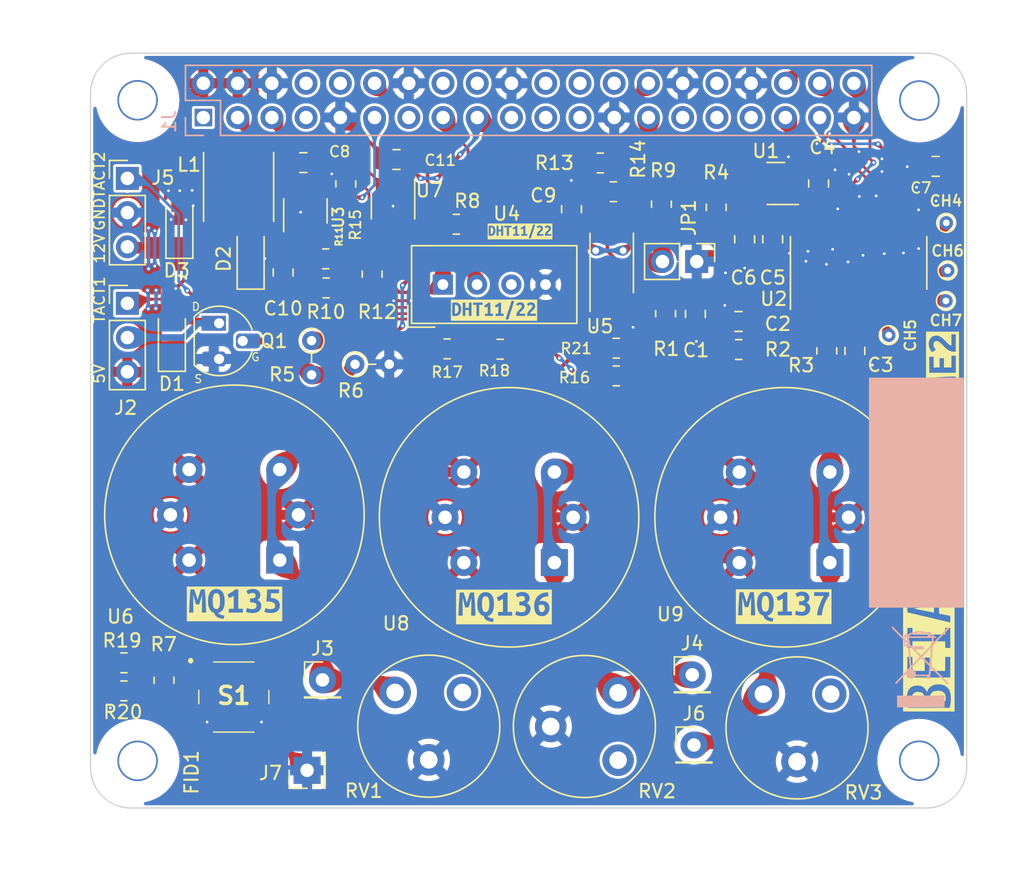
<source format=kicad_pcb>
(kicad_pcb (version 20211014) (generator pcbnew)
  (layers (0 "F.Cu" mixed) (31 "B.Cu" power) (34 "B.Paste" user) (35 "F.Paste" user) (36 "B.SilkS" user "B.Silkscreen") (37 "F.SilkS" user "F.Silkscreen") (38 "B.Mask" user) (39 "F.Mask" user) (44 "Edge.Cuts" user))
  (net 0 "")
  (net 1 "GND")
  (net 2 "+3V3")
  (net 3 "+5V")
  (net 6 "/DHT11")
  (net 8 "/ENABLE")
  (net 16 "/EEPROM_SD")
  (net 17 "/EEPROM_SC")
  (net 21 "/motor_control2")
  (net 22 "/DOUT")
  (net 23 "/DIN")
  (net 24 "/CLK")
  (net 25 "RST")
  (net 26 "+12V")
  (net 27 "/ADC1")
  (net 28 "/ADC2")
  (net 29 "/ADC3")
  (net 30 "/motor_control1")
  (net 31 "/Vref_4.096V")
  (net 32 "/ADC1_filtered")
  (net 33 "/ADC2_filtered")
  (net 34 "/ADC3_filtered")
  (net 35 "/old_fan_low_side")
  (net 36 "tact")
  (net 37 "tact2")
  (net 38 "SCL")
  (net 39 "SDA")
  (net 40 "/BOOST_ENABLE")
  (net 45 "/SW_node")
  (net 46 "/FB_pin")
  (net 47 "/DAC_out")
  (net 48 "/write_protect")
  (net 49 "/nmos_gate")
  (net 51 "/quasi_3v3")
  (net 53 "Net-(CH4-Pad1)")
  (net 54 "Net-(CH5-Pad1)")
  (net 55 "Net-(CH6-Pad1)")
  (net 56 "Net-(CH7-Pad1)")
  (net 57 "/12V_sense")
  (footprint "project_footprints:NPTH_3mm_ID" (layer "F.Cu") (at 82.04 64.31)
    (fp_text reference "H1")
    (fp_text value "3mm_Mounting_Hole" hide)
  )
  (footprint "project_footprints:NPTH_3mm_ID" (layer "F.Cu") (at 140.04 64.33)
    (fp_text reference "H3")
    (fp_text value "3mm_Mounting_Hole" hide)
  )
  (footprint "project_footprints:NPTH_3mm_ID" (layer "F.Cu") (at 82.04 113.32)
    (fp_text reference "H2")
    (fp_text value "3mm_Mounting_Hole" hide)
  )
  (footprint "project_footprints:NPTH_3mm_ID" (layer "F.Cu") (at 140.03 113.31)
    (fp_text reference "H4")
    (fp_text value "3mm_Mounting_Hole" hide)
  )
  (footprint "Connector_PinHeader_2.54mm:PinHeader_1x03_P2.54mm_Vertical" (layer "F.Cu") (at 81.28 79.375)
    (fp_text reference "J2")
    (fp_text value "Motor1")
  )
  (footprint "Connector_PinHeader_2.54mm:PinHeader_1x02_P2.54mm_Vertical" (layer "F.Cu") (at 123.5202 76.2762 -90)
    (fp_text reference "JP1")
    (fp_text value "Jumper_2_Open")
  )
  (footprint "Sensor:MQ-6" (layer "F.Cu") (at 92.583 98.425 180)
    (fp_text reference "U6")
    (fp_text value "MQ-135")
  )
  (footprint "Resistor_SMD:R_0805_2012Metric_Pad1.20x1.40mm_HandSolder" (layer "F.Cu") (at 105.0036 82.7532)
    (fp_text reference "R17")
    (fp_text value "5k1")
  )
  (footprint "Capacitor_SMD:C_0805_2012Metric_Pad1.18x1.45mm_HandSolder" (layer "F.Cu") (at 132.5626 70.485 -90)
    (fp_text reference "C4")
    (fp_text value "100n")
  )
  (footprint "Capacitor_SMD:C_0805_2012Metric_Pad1.18x1.45mm_HandSolder" (layer "F.Cu") (at 127.0762 74.6252 90)
    (fp_text reference "C6")
    (fp_text value "1u")
  )
  (footprint "kibuzzard-62E79CA0" (layer "F.Cu") (at 110.4138 74.041)
    (fp_text reference "kibuzzard-62E79CA0" hide)
    (fp_text value "G***" hide)
  )
  (footprint "Resistor_SMD:R_0805_2012Metric_Pad1.20x1.40mm_HandSolder" (layer "F.Cu") (at 133.1722 82.9056 -90)
    (fp_text reference "R3")
    (fp_text value "1k")
  )
  (footprint "Package_TO_SOT_THT:TO-92_HandSolder" (layer "F.Cu") (at 88.0872 80.899 -90)
    (fp_text reference "Q1")
    (fp_text value "Q_NMOS_DGS")
  )
  (footprint "Resistor_SMD:R_0805_2012Metric_Pad1.20x1.40mm_HandSolder" (layer "F.Cu") (at 120.904 72.025 -90)
    (fp_text reference "R9")
    (fp_text value "3K9")
  )
  (footprint "Capacitor_SMD:C_0805_2012Metric_Pad1.18x1.45mm_HandSolder" (layer "F.Cu") (at 141.2494 69.215)
    (fp_text reference "C7")
    (fp_text value "100n")
  )
  (footprint "Resistor_SMD:R_0805_2012Metric_Pad1.20x1.40mm_HandSolder" (layer "F.Cu") (at 83.9978 107.3404 90)
    (fp_text reference "R7")
    (fp_text value "5k1")
  )
  (footprint "Resistor_SMD:R_0805_2012Metric_Pad1.20x1.40mm_HandSolder" (layer "F.Cu") (at 95.996 76.073 180)
    (fp_text reference "R11")
    (fp_text value "10k")
  )
  (footprint "TestPoint:TestPoint_THTPad_D1.0mm_Drill0.5mm" (layer "F.Cu") (at 137.7696 81.7372 180)
    (fp_text reference "CH5")
    (fp_text value "-")
  )
  (footprint "Potentiometer_THT:Potentiometer_Piher_PT-10-V05_Vertical" (layer "F.Cu") (at 117.689 108.269 180)
    (fp_text reference "RV2")
    (fp_text value "100k")
  )
  (footprint "Connector_PinHeader_2.54mm:PinHeader_1x01_P2.54mm_Vertical" (layer "F.Cu") (at 95.758 107.315)
    (fp_text reference "J3")
    (fp_text value "Conn_01x01")
  )
  (footprint "Capacitor_SMD:C_0805_2012Metric_Pad1.18x1.45mm_HandSolder" (layer "F.Cu") (at 101.2444 68.707 180)
    (fp_text reference "C11")
    (fp_text value "100n")
  )
  (footprint "Capacitor_SMD:C_0805_2012Metric_Pad1.18x1.45mm_HandSolder" (layer "F.Cu") (at 135.255 82.9056 90)
    (fp_text reference "C3")
    (fp_text value "1u")
  )
  (footprint "Package_TO_SOT_SMD:SOT-23" (layer "F.Cu") (at 129.3876 70.485 180)
    (fp_text reference "U1")
    (fp_text value "LM4040DBZ-4.1")
  )
  (footprint "Sensor:MQ-6" (layer "F.Cu") (at 133.4008 98.61 180)
    (fp_text reference "U9")
    (fp_text value "MQ-137")
  )
  (footprint "Resistor_SMD:R_0805_2012Metric_Pad1.20x1.40mm_HandSolder" (layer "F.Cu") (at 108.9406 82.7786)
    (fp_text reference "R18")
    (fp_text value "5k1")
  )
  (footprint "Resistor_SMD:R_0805_2012Metric_Pad1.20x1.40mm_HandSolder" (layer "F.Cu") (at 97.4852 70.5104 -90)
    (fp_text reference "R15")
    (fp_text value "10K")
  )
  (footprint "Diode_SMD:D_SOD-123" (layer "F.Cu") (at 90.424 76.073 90)
    (fp_text reference "D2")
    (fp_text value "D_Small")
  )
  (footprint "Resistor_THT:R_Axial_DIN0204_L3.6mm_D1.6mm_P2.54mm_Vertical" (layer "F.Cu") (at 94.9452 82.1436 -90)
    (fp_text reference "R5")
    (fp_text value "220+")
  )
  (footprint "Connector_PinHeader_2.54mm:PinHeader_1x03_P2.54mm_Vertical" (layer "F.Cu") (at 81.28 70.104)
    (fp_text reference "J5")
    (fp_text value "Motor2")
  )
  (footprint "Resistor_THT:R_Axial_DIN0204_L3.6mm_D1.6mm_P2.54mm_Vertical" (layer "F.Cu") (at 98.1702 83.8962)
    (fp_text reference "R6")
    (fp_text value "10k")
  )
  (footprint "Resistor_SMD:R_0805_2012Metric_Pad1.20x1.40mm_HandSolder" (layer "F.Cu") (at 117.3414 71.0946)
    (fp_text reference "R14")
    (fp_text value "3K9")
  )
  (footprint "Resistor_SMD:R_0805_2012Metric_Pad1.20x1.40mm_HandSolder" (layer "F.Cu") (at 105.6894 73.5076)
    (fp_text reference "R8")
    (fp_text value "5k1")
  )
  (footprint "Capacitor_SMD:C_0805_2012Metric_Pad1.18x1.45mm_HandSolder" (layer "F.Cu") (at 94.3356 68.9356 180)
    (fp_text reference "C8")
    (fp_text value "1u")
  )
  (footprint "Capacitor_SMD:C_0805_2012Metric_Pad1.18x1.45mm_HandSolder" (layer "F.Cu") (at 123.4229 80.1624 -90)
    (fp_text reference "C1")
    (fp_text value "1u")
  )
  (footprint "TestPoint:TestPoint_THTPad_D1.0mm_Drill0.5mm" (layer "F.Cu") (at 142.0368 73.406)
    (fp_text reference "CH4")
    (fp_text value "-")
  )
  (footprint "Resistor_SMD:R_0805_2012Metric_Pad1.20x1.40mm_HandSolder" (layer "F.Cu") (at 121.2131 80.1409 -90)
    (fp_text reference "R1")
    (fp_text value "1k")
  )
  (footprint "Capacitor_SMD:C_0805_2012Metric_Pad1.18x1.45mm_HandSolder" (layer "F.Cu") (at 129.159 74.6252 90)
    (fp_text reference "C5")
    (fp_text value "100n")
  )
  (footprint "Connector_PinHeader_2.54mm:PinHeader_1x01_P2.54mm_Vertical" (layer "F.Cu") (at 123.317 112.141)
    (fp_text reference "J6")
    (fp_text value "Conn_01x01")
  )
  (footprint "Diode_SMD:D_SOD-123" (layer "F.Cu") (at 85.1408 73.787 90)
    (fp_text reference "D3")
    (fp_text value "D_Small")
  )
  (footprint "Sensor:MQ-6" (layer "F.Cu") (at 112.961 98.61 180)
    (fp_text reference "U8")
    (fp_text value "MQ-136")
  )
  (footprint "Resistor_SMD:R_0805_2012Metric_Pad1.20x1.40mm_HandSolder" (layer "F.Cu") (at 81.026 108.1278)
    (fp_text reference "R20")
    (fp_text value "20k")
  )
  (footprint "Package_TO_SOT_SMD:SOT-23-6_Handsoldering" (layer "F.Cu") (at 100.9904 72.2122 -90)
    (fp_text reference "U7")
    (fp_text value "MCP47DA1")
  )
  (footprint "kibuzzard-62E789B0" (layer "F.Cu") (at 141.7574 89.5096 90)
    (fp_text reference "kibuzzard-62E789B0" hide)
    (fp_text value "G***" hide)
  )
  (footprint "Resistor_SMD:R_0805_2012Metric_Pad1.20x1.40mm_HandSolder" (layer "F.Cu") (at 81.026 106.045 180)
    (fp_text reference "R19")
    (fp_text value "10k")
  )
  (footprint "kibuzzard-62E79C6C" (layer "F.Cu") (at 108.4834 79.883)
    (fp_text reference "kibuzzard-62E79C6C" hide)
    (fp_text value "G***" hide)
  )
  (footprint "Package_TO_SOT_SMD:SOT-23-5_HandSoldering" (layer "F.Cu") (at 94.488 72.517 90)
    (fp_text reference "U3")
    (fp_text value "AP3012KTR-G1")
  )
  (footprint "kibuzzard-62E79804" (layer "F.Cu") (at 129.9718 101.8794)
    (fp_text reference "kibuzzard-62E79804" hide)
    (fp_text value "G***" hide)
  )
  (footprint "Connector_PinHeader_2.54mm:PinHeader_1x01_P2.54mm_Vertical" (layer "F.Cu") (at 94.615 114.0206 90)
    (fp_text reference "J7")
    (fp_text value "Conn_01x01")
  )
  (footprint "kibuzzard-62DA5EB2" (layer "F.Cu") (at 140.7414 105.1814 90)
    (fp_text reference "kibuzzard-62DA5EB2" hide)
    (fp_text value "G***" hide)
  )
  (footprint "Capacitor_SMD:C_0805_2012Metric_Pad1.18x1.45mm_HandSolder" (layer "F.Cu") (at 126.619 80.7212 180)
    (fp_text reference "C2")
    (fp_text value "1u")
  )
  (footprint "Diode_SMD:D_SOD-123" (layer "F.Cu") (at 84.582 82.169 90)
    (fp_text reference "D1")
    (fp_text value "D_Small")
  )
  (footprint "Resistor_SMD:R_0805_2012Metric_Pad1.20x1.40mm_HandSolder" (layer "F.Cu") (at 117.5512 82.7024)
    (fp_text reference "R21")
    (fp_text value "1k")
  )
  (footprint "kibuzzard-62E797EE" (layer "F.Cu") (at 89.2302 101.6762)
    (fp_text reference "kibuzzard-62E797EE" hide)
    (fp_text value "G***" hide)
  )
  (footprint "Resistor_SMD:R_0805_2012Metric_Pad1.20x1.40mm_HandSolder" (layer "F.Cu") (at 126.6311 82.804 180)
    (fp_text reference "R2")
    (fp_text value "1k")
  )
  (footprint "kibuzzard-62E797F8" (layer "F.Cu") (at 109.22 101.9048)
    (fp_text reference "kibuzzard-62E797F8" hide)
    (fp_text value "G***" hide)
  )
  (footprint "Capacitor_SMD:C_0805_2012Metric_Pad1.18x1.45mm_HandSolder" (layer "F.Cu") (at 114.2332 72.39 -90)
    (fp_text reference "C9")
    (fp_text value "1u")
  )
  (footprint "TestPoint:TestPoint_THTPad_D1.0mm_Drill0.5mm" (layer "F.Cu") (at 142.0114 79.1972 180)
    (fp_text reference "CH7")
    (fp_text value "-")
  )
  (footprint "Resistor_SMD:R_0805_2012Metric_Pad1.20x1.40mm_HandSolder" (layer "F.Cu") (at 117.5512 84.7598 180)
    (fp_text reference "R16")
    (fp_text value "5k1")
  )
  (footprint "Resistor_SMD:R_0805_2012Metric_Pad1.20x1.40mm_HandSolder" (layer "F.Cu") (at 99.441 77.216 90)
    (fp_text reference "R12")
    (fp_text value "18k")
  )
  (footprint "Package_SO:TSSOP-8_4.4x3mm_P0.65mm" (layer "F.Cu") (at 117.2144 76.3778 90)
    (fp_text reference "U5")
    (fp_text value "CAT24C32-raspberrypi_hat")
  )
  (footprint "Potentiometer_THT:Potentiometer_Piher_PT-10-V05_Vertical" (layer "F.Cu") (at 128.462 108.371 -90)
    (fp_text reference "RV3")
    (fp_text value "100k")
  )
  (footprint "Connector_PinHeader_2.54mm:PinHeader_1x01_P2.54mm_Vertical" (layer "F.Cu") (at 123.19 106.934)
    (fp_text reference "J4")
    (fp_text value "Conn_01x01")
  )
  (footprint "Package_SO:SOIC-16_3.9x9.9mm_P1.27mm" (layer "F.Cu") (at 135.5344 76.3778 90)
    (fp_text reference "U2")
    (fp_text value "MCP3208")
  )
  (footprint "Resistor_SMD:R_0805_2012Metric_Pad1.20x1.40mm_HandSolder" (layer "F.Cu") (at 96.028 78.232)
    (fp_text reference "R10")
    (fp_text value "91k")
  )
  (footprint "Potentiometer_THT:Potentiometer_Piher_PT-10-V05_Vertical" (layer "F.Cu") (at 101.1428 108.244 -90)
    (fp_text reference "RV1")
    (fp_text value "100k")
  )
  (footprint "Inductor_SMD:L_Taiyo-Yuden_MD-5050" (layer "F.Cu") (at 89.535 70.739 -90)
    (fp_text reference "L1")
    (fp_text value "10uH")
  )
  (footprint "Resistor_SMD:R_0805_2012Metric_Pad1.20x1.40mm_HandSolder" (layer "F.Cu") (at 116.3668 68.961)
    (fp_text reference "R13")
    (fp_text value "3K9")
  )
  (footprint "Resistor_SMD:R_0805_2012Metric_Pad1.20x1.40mm_HandSolder" (layer "F.Cu") (at 124.968 72.263 -90)
    (fp_text reference "R4")
    (fp_text value "1k-100")
  )
  (footprint "Sensor:Aosong_DHT11_5.5x12.0_P2.54mm" (layer "F.Cu") (at 104.6876 77.9816 90)
    (fp_text reference "U4")
    (fp_text value "DHT11")
  )
  (footprint "SamacSys_Parts:PTS526SM15SMTR2LFS" (layer "F.Cu") (at 89.1794 108.585)
    (fp_text reference "S1")
    (fp_text value "PTS526_SM15_SMTR2_LFS" hide)
  )
  (footprint "TestPoint:TestPoint_THTPad_D1.0mm_Drill0.5mm" (layer "F.Cu") (at 142.1384 76.9366)
    (fp_text reference "CH6")
    (fp_text value "-")
  )
  (footprint "Capacitor_SMD:C_0805_2012Metric_Pad1.18x1.45mm_HandSolder" (layer "F.Cu") (at 92.837 77.089 -90)
    (fp_text reference "C10")
    (fp_text value "1u")
  )
  (footprint "Fiducial:Fiducial_1.5mm_Mask3mm" (layer "F.Cu") (at 88.519 114.173 90)
    (fp_text reference "FID1")
    (fp_text value "Fiducial")
  )
  (footprint "Connector_PinSocket_2.54mm:PinSocket_2x20_P2.54mm_Vertical" (layer "B.Cu") (at 86.92 65.59 -90)
    (fp_text reference "J1")
    (fp_text value "40HAT")
  )
  (footprint "Symbol:WEEE-Logo_4.2x6mm_SilkScreen" (layer "B.Cu") (at 140.1318 106.3244 180)
    (fp_text reference "FID2" hide)
    (fp_text value "Fiducial" hide)
  )
  (gr_rect (start 136.3726 84.963) (end 143.256 101.8794) (layer "B.SilkS") (width 0.15) (fill solid))
  (gr_line (start 143.546356 113.817611) (end 143.546356 63.817611) (layer "Edge.Cuts") (width 0.1))
  (gr_line (start 78.546356 63.817611) (end 78.546356 113.817611) (layer "Edge.Cuts") (width 0.1))
  (gr_arc (start 143.546356 113.817611) (mid 142.667687 115.938942) (end 140.546356 116.817611) (layer "Edge.Cuts") (width 0.1))
  (gr_line (start 140.546356 60.817611) (end 81.546356 60.817611) (layer "Edge.Cuts") (width 0.1))
  (gr_line (start 81.546356 116.817611) (end 140.546356 116.817611) (layer "Edge.Cuts") (width 0.1))
  (gr_arc (start 140.546356 60.817611) (mid 142.667676 61.696291) (end 143.546356 63.817611) (layer "Edge.Cuts") (width 0.1))
  (gr_arc (start 78.546356 63.817611) (mid 79.425036 61.696291) (end 81.546356 60.817611) (layer "Edge.Cuts") (width 0.1))
  (gr_arc (start 81.546356 116.817611) (mid 79.425036 115.938931) (end 78.546356 113.817611) (layer "Edge.Cuts") (width 0.1))
  (gr_text "S" (at 86.5378 84.9884) (layer "F.SilkS") (effects (font (size 0.6 0.6) (thickness 0.09))))
  (gr_text "5V" (at 79.1972 84.6074 90) (layer "F.SilkS") (effects (font (size 0.8 0.8) (thickness 0.13))))
  (gr_text "TACT1\n" (at 79.1972 79.121 90) (layer "F.SilkS") (effects (font (size 0.8 0.8) (thickness 0.13))))
  (gr_text "G" (at 90.7796 83.3628) (layer "F.SilkS") (effects (font (size 0.6 0.6) (thickness 0.09))))
  (gr_text "TACT2" (at 79.1972 69.85 90) (layer "F.SilkS") (effects (font (size 0.8 0.8) (thickness 0.13))))
  (gr_text "12V" (at 79.1972 75.311 90) (layer "F.SilkS") (effects (font (size 0.8 0.8) (thickness 0.13))))
  (gr_text "GND" (at 79.1972 72.771 90) (layer "F.SilkS") (effects (font (size 0.8 0.8) (thickness 0.13))))
  (gr_text "D" (at 86.36 79.629) (layer "F.SilkS") (effects (font (size 0.6 0.6) (thickness 0.09))))
  (segment (start 135.2589 83.947) (end 135.255 83.9431) (width 0.25) (layer "F.Cu") (net 1))
  (segment (start 118.1894 81.1752) (end 118.7736 81.1752) (width 0.25) (layer "F.Cu") (net 1))
  (segment (start 116.5512 81.8802) (end 116.5512 82.7024) (width 0.2) (layer "F.Cu") (net 1))
  (segment (start 94.615 75.692) (end 94.996 76.073) (width 0.25) (layer "F.Cu") (net 1))
  (segment (start 115.8748 81.1784) (end 115.8748 81.2038) (width 0.2) (layer "F.Cu") (net 1))
  (segment (start 85.6234 73.1774) (end 85.344 72.898) (width 0.25) (layer "F.Cu") (net 1))
  (segment (start 116.8908 81.1784) (end 116.6368 81.1784) (width 0.25) (layer "F.Cu") (net 1))
  (segment (start 84.709 73.152) (end 85.1408 72.7202) (width 0.25) (layer "F.Cu") (net 1))
  (segment (start 123.4948 82.1944) (end 123.4948 81.2718) (width 0.25) (layer "F.Cu") (net 1))
  (segment (start 130.3997 75.6627) (end 129.159 75.6627) (width 0.4) (layer "F.Cu") (net 1))
  (segment (start 133.7603 69.4475) (end 132.5626 69.4475) (width 0.15) (layer "F.Cu") (net 1))
  (segment (start 135.18 67.743) (end 135.18 65.59) (width 0.2) (layer "F.Cu") (net 1))
  (segment (start 97.44574 65.59) (end 97.08 65.59) (width 0.25) (layer "F.Cu") (net 1))
  (segment (start 92.1794 111.585) (end 94.615 114.0206) (width 0.2) (layer "F.Cu") (net 1))
  (segment (start 117.5394 81.1412) (end 117.5766 81.1784) (width 0.25) (layer "F.Cu") (net 1))
  (segment (start 125.1028 81.1999) (end 125.5815 80.7212) (width 0.25) (layer "F.Cu") (net 1))
  (segment (start 130.3274 68.5038) (end 130.3251 68.5061) (width 0.2) (layer "F.Cu") (net 1))
  (segment (start 96.4438 69.7738) (end 97.2218 69.7738) (width 0.25) (layer "F.Cu") (net 1))
  (segment (start 85.344 72.898) (end 85.344 72.3402) (width 0.25) (layer "F.Cu") (net 1))
  (segment (start 116.8894 79.2403) (end 116.8894 81.177) (width 0.25) (layer "F.Cu") (net 1))
  (segment (start 97.2218 69.7738) (end 97.4852 69.5104) (width 0.25) (layer "F.Cu") (net 1))
  (segment (start 85.1662 71.0184) (end 85.1408 71.0438) (width 0.25) (layer "F.Cu") (net 1))
  (segment (start 133.6294 72.7202) (end 133.6294 73.9028) (width 0.2) (layer "F.Cu") (net 1))
  (segment (start 116.6368 81.1784) (end 116.2304 81.1784) (width 0.25) (layer "F.Cu") (net 1))
  (segment (start 94.9745 76.0515) (end 94.996 76.073) (width 0.25) (layer "F.Cu") (net 1))
  (segment (start 133.604 75.3618) (end 133.6294 75.3364) (width 0.2) (layer "F.Cu") (net 1))
  (segment (start 116.2304 81.1784) (end 116.2304 79.2493) (width 0.25) (layer "F.Cu") (net 1))
  (segment (start 123.4948 81.2718) (end 123.4229 81.1999) (width 0.25) (layer "F.Cu") (net 1))
  (segment (start 85.6234 77.5208) (end 84.870403 78.273797) (width 0.25) (layer "F.Cu") (net 1))
  (segment (start 116.8894 81.177) (end 116.8908 81.1784) (width 0.25) (layer "F.Cu") (net 1))
  (segment (start 94.615 73.994) (end 94.615 75.692) (width 0.25) (layer "F.Cu") (net 1))
  (segment (start 94.488 73.867) (end 94.488 72.9742) (width 0.25) (layer "F.Cu") (net 1))
  (segment (start 125.603 79.5274) (end 125.5815 79.5489) (width 0.25) (layer "F.Cu") (net 1))
  (segment (start 118.1894 81.1752) (end 118.1862 81.1784) (width 0.25) (layer "F.Cu") (net 1))
  (segment (start 100.2069 68.707) (end 100.2069 68.35116) (width 0.25) (layer "F.Cu") (net 1))
  (segment (start 86.1794 110.435) (end 87.194 110.435) (width 0.3) (layer "F.Cu") (net 1))
  (segment (start 124.1552 75.6412) (end 123.5202 76.2762) (width 0.4) (layer "F.Cu") (net 1))
  (segment (start 117.5394 79.2403) (end 117.5394 81.1412) (width 0.25) (layer "F.Cu") (net 1))
  (segment (start 127.0762 76.7588) (end 127.0762 75.6627) (width 0.4) (layer "F.Cu") (net 1))
  (segment (start 118.1894 79.2403) (end 118.1894 80.5466) (width 0.25) (layer "F.Cu") (net 1))
  (segment (start 115.8748 81.1784) (end 116.2304 81.1784) (width 0.25) (layer "F.Cu") (net 1))
  (segment (start 96.4438 69.7738) (end 95.6056 68.9356) (width 0.25) (layer "F.Cu") (net 1))
  (segment (start 85.1408 71.0438) (end 85.1408 72.137) (width 0.25) (layer "F.Cu") (net 1))
  (segment (start 118.7736 81.1752) (end 118.7958 81.153) (width 0.25) (layer "F.Cu") (net 1))
  (segment (start 130.3251 68.5061) (end 130.3251 69.535) (width 0.2) (layer "F.Cu") (net 1))
  (segment (start 115.8748 81.2038) (end 116.5512 81.8802) (width 0.2) (layer "F.Cu") (net 1))
  (segment (start 133.985 72.3646) (end 133.6294 72.7202) (width 0.2) (layer "F.Cu") (net 1))
  (segment (start 100.9904 70.8622) (end 100.9904 72.1614) (width 0.2) (layer "F.Cu") (net 1))
  (segment (start 132.4356 67.5217) (end 132.638746 67.5217) (width 0.2) (layer "F.Cu") (net 1))
  (segment (start 100.9904 70.8622) (end 100.9904 69.4905) (width 0.25) (layer "F.Cu") (net 1))
  (segment (start 86.1568 72.136) (end 86.1558 72.137) (width 0.25) (layer "F.Cu") (net 1))
  (segment (start 118.1862 81.1784) (end 117.5766 81.1784) (width 0.25) (layer "F.Cu") (net 1))
  (segment (start 139.9794 73.9028) (end 139.9794 72.4408) (width 0.2) (layer "F.Cu") (net 1))
  (segment (start 136.5504 83.947) (end 135.2589 83.947) (width 0.25) (layer "F.Cu") (net 1))
  (segment (start 116.2304 79.2493) (end 116.2394 79.2403) (width 0.25) (layer "F.Cu") (net 1))
  (segment (start 91.2368 110.4392) (end 92.1752 110.4392) (width 0.2) (layer "F.Cu") (net 1))
  (segment (start 94.488 73.867) (end 94.615 73.994) (width 0.25) (layer "F.Cu") (net 1))
  (segment (start 85.344 72.3402) (end 85.1408 72.137) (width 0.25) (layer "F.Cu") (net 1))
  (segment (start 86.1558 72.137) (end 85.1408 72.137) (width 0.25) (layer "F.Cu") (net 1))
  (segment (start 80.026 109.3818) (end 80.026 108.1278) (width 0.25) (layer "F.Cu") (net 1))
  (segment (start 114.2332 70.2658) (end 114.2332 71.3525) (width 0.25) (layer "F.Cu") (net 1))
  (segment (start 92.1794 110.435) (end 92.1794 111.585) (width 0.2) (layer "F.Cu") (net 1))
  (segment (start 87.1982 110.4392) (end 87.2024 110.435) (width 0.3) (layer "F.Cu") (net 1))
  (segment (start 117.5766 81.1784) (end 116.8908 81.1784) (width 0.25) (layer "F.Cu") (net 1))
  (segment (start 127.0762 75.6627) (end 127.0547 75.6412) (width 0.4) (layer "F.Cu") (net 1))
  (segment (start 92.837 76.0515) (end 94.9745 76.0515) (width 0.25) (layer "F.Cu") (net 1))
  (segment (start 91.4908 76.0476) (end 92.8331 76.0476) (width 0.25) (layer "F.Cu") (net 1))
  (segment (start 132.4751 69.535) (end 132.5626 69.4475) (width 0.2) (layer "F.Cu") (net 1))
  (segment (start 125.5815 79.5489) (end 125.5815 80.7212) (width 0.25) (layer "F.Cu") (net 1))
  (segment (start 118.1894 79.2403) (end 118.1894 81.1752) (width 0.25) (layer "F.Cu") (net 1))
  (segment (start 118.1894 80.5466) (end 118.7958 81.153) (width 0.25) (layer "F.Cu") (net 1))
  (segment (start 135.5598 68.1228) (end 135.18 67.743) (width 0.2) (layer "F.Cu") (net 1))
  (segment (start 95.6056 68.9356) (end 95.3731 68.9356) (width 0.25) (layer "F.Cu") (net 1))
  (segment (start 127.0547 75.6412) (end 124.1552 75.6412) (width 0.4) (layer "F.Cu") (net 1))
  (segment (start 85.6234 73.1774) (end 85.598 73.152) (width 0.25) (layer "F.Cu") (net 1))
  (segment (start 133.6294 75.3364) (end 133.6294 73.9028) (width 0.2) (layer "F.Cu") (net 1))
  (segment (start 84.5312 73.152) (end 84.709 73.152) (width 0.25) (layer "F.Cu") (net 1))
  (segment (start 132.638746 67.5217) (end 133.3839 66.776546) (width 0.2) (layer "F.Cu") (net 1))
  (segment (start 127.0762 75.6627) (end 129.159 75.6627) (width 0.4) (layer "F.Cu") (net 1))
  (segment (start 100.2069 68.35116) (end 97.44574 65.59) (width 0.25) (layer "F.Cu") (net 1))
  (segment (start 92.8331 76.0476) (end 92.837 76.0515) (width 0.25) (layer "F.Cu") (net 1))
  (segment (start 133.7818 69.469) (end 133.7603 69.4475) (width 0.15) (layer "F.Cu") (net 1))
  (segment (start 80.01 109.3978) (end 80.026 109.3818) (width 0.25) (layer "F.Cu") (net 1))
  (segment (start 92.1752 110.4392) (end 92.1794 110.435) (width 0.2) (layer "F.Cu") (net 1))
  (segment (start 130.4036 75.6666) (end 130.3997 75.6627) (width 0.4) (layer "F.Cu") (net 1))
  (segment (start 130.3251 69.535) (end 132.4751 69.535) (width 0.4) (layer "F.Cu") (net 1))
  (segment (start 102.3366 79.1803) (end 101.0412 79.1803) (width 0.2) (layer "F.Cu") (net 1))
  (segment (start 100.9904 69.4905) (end 100.2069 68.707) (width 0.25) (layer "F.Cu") (net 1))
  (segment (start 85.1408 72.7202) (end 85.1408 72.137) (width 0.25) (layer "F.Cu") (net 1))
  (segment (start 87.2024 110.435) (end 92.1794 110.435) (width 0.3) (layer "F.Cu") (net 1))
  (segment (start 139.9794 73.9028) (end 139.9794 75.311) (width 0.2) (layer "F.Cu") (net 1))
  (segment (start 123.4229 81.1999) (end 125.1028 81.1999) (width 0.25) (layer "F.Cu") (net 1))
  (segment (start 114.2238 70.2564) (end 114.2332 70.2658) (width 0.25) (layer "F.Cu") (net 1))
  (segment (start 87.194 110.435) (end 87.1982 110.4392) (width 0.3) (layer "F.Cu") (net 1))
  (segment (start 85.598 73.152) (end 84.5312 73.152) (width 0.25) (layer "F.Cu") (net 1))
  (segment (start 94.488 72.9742) (end 94.1324 72.6186) (width 0.25) (layer "F.Cu") (net 1))
  (via (at 80.01 109.3978) (size 0.4) (drill 0.2) (layers "F.Cu" "B.Cu") (net 1))
  (via (at 118.7958 81.153) (size 0.4) (drill 0.2) (layers "F.Cu" "B.Cu") (net 1))
  (via (at 133.1468 76.4794) (size 0.4) (drill 0.2) (layers "F.Cu" "B.Cu") (net 1))
  (via (at 136.8298 71.3994) (size 0.4) (drill 0.2) (layers "F.Cu" "B.Cu") (net 1))
  (via (at 139.1412 69.2404) (size 0.4) (drill 0.2) (layers "F.Cu" "B.Cu") (net 1))
  (via (at 130.4036 75.6666) (size 0.4) (drill 0.2) (layers "F.Cu" "B.Cu") (net 1))
  (via (at 85.6234 73.1774) (size 0.4) (drill 0.2) (layers "F.Cu" "B.Cu") (net 1))
  (via (at 114.2238 70.2564) (size 0.4) (drill 0.2) (layers "F.Cu" "B.Cu") (net 1))
  (via (at 139.9794 75.311) (size 0.4) (drill 0.2) (layers "F.Cu" "B.Cu") (net 1))
  (via (at 85.1662 71.0184) (size 0.4) (drill 0.2) (layers "F.Cu" "B.Cu") (net 1))
  (via (at 132.4356 67.5217) (size 0.4) (drill 0.2) (layers "F.Cu" "B.Cu") (net 1))
  (via (at 133.604 75.3618) (size 0.4) (drill 0.2) (layers "F.Cu" "B.Cu") (net 1))
  (via (at 86.0806 70.993) (size 0.4) (drill 0.2) (layers "F.Cu" "B.Cu") (net 1))
  (via (at 141.2748 71.7804) (size 0.4) (drill 0.2) (layers "F.Cu" "B.Cu") (net 1))
  (via (at 137.2616 68.6562) (size 0.4) (drill 0.2) (layers "F.Cu" "B.Cu") (net 1))
  (via (at 125.6538 77.1144) (size 0.4) (drill 0.2) (layers "F.Cu" "B.Cu") (net 1))
  (via (at 84.5312 73.152) (size 0.4) (drill 0.2) (layers "F.Cu" "B.Cu") (net 1))
  (via (at 102.3366 79.1803) (size 0.4) (drill 0.2) (layers "F.Cu" "B.Cu") (net 1))
  (via (at 133.985 72.3646) (size 0.4) (drill 0.2) (layers "F.Cu" "B.Cu") (net 1))
  (via (at 131.7752 75.5142) (size 0.4) (drill 0.2) (layers "F.Cu" "B.Cu") (net 1))
  (via (at 138.8618 75.6412) (size 0.4) (drill 0.2) (layers "F.Cu" "B.Cu") (net 1))
  (via (at 91.2368 110.4392) (size 0.4) (drill 0.2) (layers "F.Cu" "B.Cu") (net 1))
  (via (at 101.0412 79.1803) (size 0.4) (drill 0.2) (layers "F.Cu" "B.Cu") (net 1))
  (via (at 134.747 76.3016) (size 0.4) (drill 0.2) (layers "F.Cu" "B.Cu") (net 1))
  (via (at 96.4438 69.7738) (size 0.4) (drill 0.2) (layers "F.Cu" "B.Cu") (net 1))
  (via (at 134.8232 69.7992) (size 0.4) (drill 0.2) (layers "F.Cu" "B.Cu") (net 1))
  (via (at 133.3839 66.776546) (size 0.4) (drill 0.2) (layers "F.Cu" "B.Cu") (net 1))
  (via (at 123.4948 82.1944) (size 0.4) (drill 0.2) (layers "F.Cu" "B.Cu") (net 1))
  (via (at 94.1324 72.6186) (size 0.4) (drill 0.2) (layers "F.Cu" "B.Cu") (net 1))
  (via (at 87.1982 110.4392) (size 0.4) (drill 0.2) (layers "F.Cu" "B.Cu") (net 1))
  (via (at 91.4908 76.0476) (size 0.4) (drill 0.2) (layers "F.Cu" "B.Cu") (net 1))
  (via (at 125.603 79.5274) (size 0.4) (drill 0.2) (layers "F.Cu" "B.Cu") (net 1))
  (via (at 137.2616 69.596) (size 0.4) (drill 0.2) (layers "F.Cu" "B.Cu") (net 1))
  (via (at 135.8646 75.819) (size 0.4) (drill 0.2) (layers "F.Cu" "B.Cu") (net 1))
  (via (at 135.5852 71.4502) (size 0.4) (drill 0.2) (layers "F.Cu" "B.Cu") (net 1))
  (via (at 127.0762 76.7588) (size 0.4) (drill 0.2) (layers "F.Cu" "B.Cu") (net 1))
  (via (at 139.9794 72.4408) (size 0.4) (drill 0.2) (layers "F.Cu" "B.Cu") (net 1))
  (via (at 133.7818 69.469) (size 0.4) (drill 0.2) (layers "F.Cu" "B.Cu") (net 1))
  (via (at 84.328 71.0184) (size 0.4) (drill 0.2) (layers "F.Cu" "B.Cu") (net 1))
  (via (at 85.6234 77.5208) (size 0.4) (drill 0.2) (layers "F.Cu" "B.Cu") (net 1))
  (via (at 86.1568 72.136) (size 0.4) (drill 0.2) (layers "F.Cu" "B.Cu") (net 1))
  (via (at 136.5504 83.947) (size 0.4) (drill 0.2) (layers "F.Cu" "B.Cu") (net 1))
  (via (at 135.5598 68.1228) (size 0.4) (drill 0.2) (layers "F.Cu" "B.Cu") (net 1))
  (via (at 139.827 70.7644) (size 0.4) (drill 0.2) (layers "F.Cu" "B.Cu") (net 1))
  (via (at 130.3274 68.5038) (size 0.4) (drill 0.2) (layers "F.Cu" "B.Cu") (net 1))
  (via (at 131.6228 76.2508) (size 0.4) (drill 0.2) (layers "F.Cu" "B.Cu") (net 1))
  (via (at 137.4394 75.692) (size 0.4) (drill 0.2) (layers "F.Cu" "B.Cu") (net 1))
  (via (at 115.8748 81.1784) (size 0.4) (drill 0.2) (layers "F.Cu" "B.Cu") (net 1))
  (via (at 100.9904 72.1614) (size 0.4) (drill 0.2) (layers "F.Cu" "B.Cu") (net 1))
  (via (at 84.870403 78.273797) (size 0.4) (drill 0.2) (layers "F.Cu" "B.Cu") (net 1))
  (segment (start 105.9688 68.3768) (end 104.267 70.0786) (width 0.25) (layer "F.Cu") (net 2))
  (segment (start 102.2819 69.3546) (end 102.2819 68.707) (width 0.25) (layer "F.Cu") (net 2))
  (segment (start 110.611 68.961) (end 115.3668 68.961) (width 0.25) (layer "F.Cu") (net 2))
  (segment (start 106.0036 82.7532) (end 107.9152 82.7532) (width 0.5) (layer "F.Cu") (net 2))
  (segment (start 109.5345 67.8845) (end 110.611 68.961) (width 0.25) (layer "F.Cu") (net 2))
  (segment (start 113.2586 84.328) (end 108.458 84.328) (width 0.3) (layer "F.Cu") (net 2))
  (segment (start 105.9688 68.326) (end 105.9688 68.3768) (width 0.25) (layer "F.Cu") (net 2))
  (segment (start 114.2332 73.4275) (end 116.1516 73.4275) (width 0.25) (layer "F.Cu") (net 2))
  (segment (start 116.1516 73.4275) (end 116.2394 73.5153) (width 0.25) (layer "F.Cu") (net 2))
  (segment (start 119.38 74.3458) (end 119.38 72.4916) (width 0.3) (layer "F.Cu") (net 2))
  (segment (start 104.267 70.0786) (end 104.267 70.104) (width 0.25) (layer "F.Cu") (net 2))
  (segment (start 115.3668 70.12) (end 116.3414 71.0946) (width 0.25) (layer "F.Cu") (net 2))
  (segment (start 108.1532 83.2612) (end 107.9406 83.0486) (width 0.3) (layer "F.Cu") (net 2))
  (segment (start 107.9406 83.0486) (end 107.9406 82.7786) (width 0.5) (layer "F.Cu") (net 2))
  (segment (start 107.9152 82.7532) (end 107.9406 82.7786) (width 0.5) (layer "F.Cu") (net 2))
  (segment (start 116.2394 71.1966) (end 116.3414 71.0946) (width 0.25) (layer "F.Cu") (net 2))
  (segment (start 103.0313 70.104) (end 102.2819 69.3546) (width 0.25) (layer "F.Cu") (net 2))
  (segment (start 107.24 65.59) (end 109.5345 67.8845) (width 0.25) (layer "F.Cu") (net 2))
  (segment (start 115.3668 68.961) (end 115.3668 70.12) (width 0.25) (layer "F.Cu") (net 2))
  (segment (start 120.8466 71.025) (end 120.904 71.025) (width 0.3) (layer "F.Cu") (net 2))
  (segment (start 116.2394 73.5153) (end 116.2394 71.1966) (width 0.25) (layer "F.Cu") (net 2))
  (segment (start 114.2332 73.771) (end 114.2332 73.4275) (width 0.3) (layer "F.Cu") (net 2))
  (segment (start 101.9404 73.5622) (end 101.9404 70.8622) (width 0.25) (layer "F.Cu") (net 2))
  (segment (start 118.0592 75.4634) (end 118.2624 75.4634) (width 0.3) (layer "F.Cu") (net 2))
  (segment (start 101.9404 70.8622) (end 101.9404 69.0485) (width 0.25) (layer "F.Cu") (net 2))
  (segment (start 101.9404 69.0485) (end 102.2819 68.707) (width 0.25) (layer "F.Cu") (net 2))
  (segment (start 115.9256 75.4634) (end 114.2332 73.771) (width 0.3) (layer "F.Cu") (net 2))
  (segment (start 116.0272 75.4634) (end 115.9256 75.4634) (width 0.3) (layer "F.Cu") (net 2))
  (segment (start 118.2624 75.4634) (end 119.38 74.3458) (width 0.3) (layer "F.Cu") (net 2))
  (segment (start 108.458 84.328) (end 108.1532 84.0232) (width 0.3) (layer "F.Cu") (net 2))
  (segment (start 108.1532 84.0232) (end 108.1532 83.2612) (width 0.3) (layer "F.Cu") (net 2))
  (segment (start 114.2332 83.3534) (end 113.2586 84.328) (width 0.3) (layer "F.Cu") (net 2))
  (segment (start 114.2332 73.4275) (end 114.2332 83.3534) (width 0.5) (layer "F.Cu") (net 2))
  (segment (start 119.38 72.4916) (end 120.8466 71.025) (width 0.3) (layer "F.Cu") (net 2))
  (via (at 118.0592 75.4634) (size 0.75) (drill 0.5) (layers "F.Cu" "B.Cu") (net 2))
  (via (at 116.0272 75.4634) (size 0.75) (drill 0.5) (layers "F.Cu" "B.Cu") (net 2))
  (via (at 103.0313 70.104) (size 0.4) (drill 0.2) (layers "F.Cu" "B.Cu") (net 2))
  (via (at 105.9688 68.326) (size 0.4) (drill 0.2) (layers "F.Cu" "B.Cu") (net 2))
  (via (at 104.267 70.104) (size 0.4) (drill 0.2) (layers "F.Cu" "B.Cu") (net 2))
  (segment (start 104.267 70.104) (end 103.0313 70.104) (width 0.25) (layer "B.Cu") (net 2))
  (segment (start 107.24 67.0548) (end 107.24 65.59) (width 0.25) (layer "B.Cu") (net 2))
  (segment (start 118.0592 75.4634) (end 116.0272 75.4634) (width 0.3) (layer "B.Cu") (net 2))
  (segment (start 105.9688 68.326) (end 107.24 67.0548) (width 0.25) (layer "B.Cu") (net 2))
  (segment (start 126.6808 91.578) (end 127.011 91.578) (width 0.75) (layer "F.Cu") (net 3))
  (segment (start 85.3948 67.3064) (end 85.5472 67.154) (width 0.75) (layer "F.Cu") (net 3))
  (segment (start 108.077 93.726) (end 108.077 95.25) (width 0.75) (layer "F.Cu") (net 3))
  (segment (start 79.2226 68.7832) (end 79.2226 83.5152) (width 0.25) (layer "F.Cu") (net 3))
  (segment (start 87.63 93.472) (end 87.63 94.996) (width 0.75) (layer "F.Cu") (net 3))
  (segment (start 93.538 68.8735) (end 93.538 71.167) (width 0.5) (layer "F.Cu") (net 3))
  (segment (start 93.4759 68.9356) (end 93.538 68.8735) (width 0.75) (layer "F.Cu") (net 3))
  (segment (start 96.2914 72.9654) (end 96.2914 74.1934) (width 0.25) (layer "F.Cu") (net 3))
  (segment (start 95.843 72.517) (end 96.2914 72.9654) (width 0.25) (layer "F.Cu") (net 3))
  (segment (start 87.1254 68.939) (end 89.535 68.939) (width 0.75) (layer "F.Cu") (net 3))
  (segment (start 122.936 61.3918) (end 123.7488 62.2046) (width 0.2) (layer "F.Cu") (net 3))
  (segment (start 89.535 68.939) (end 93.2947 68.939) (width 0.75) (layer "F.Cu") (net 3))
  (segment (start 85.4928 67.3064) (end 87.1254 68.939) (width 0.75) (layer "F.Cu") (net 3))
  (segment (start 85.5472 67.154) (end 85.5472 64.4228) (width 0.75) (layer "F.Cu") (net 3))
  (segment (start 127.011 91.578) (end 129.286 93.853) (width 0.75) (layer "F.Cu") (net 3))
  (segment (start 82.55 84.5058) (end 83.2368 83.819) (width 0.75) (layer "F.Cu") (net 3))
  (segment (start 81.3308 84.5058) (end 82.55 84.5058) (width 0.75) (layer "F.Cu") (net 3))
  (segment (start 94.8944 72.517) (end 95.843 72.517) (width 0.25) (layer "F.Cu") (net 3))
  (segment (start 98.1202 75.1332) (end 98.1202 76.708) (width 0.25) (layer "F.Cu") (net 3))
  (segment (start 85.863 91.705) (end 87.63 93.472) (width 0.75) (layer "F.Cu") (net 3))
  (segment (start 129.286 96.023) (end 127.011 98.298) (width 0.75) (layer "F.Cu") (net 3))
  (segment (start 104.107 78.5622) (end 104.6876 77.9816) (width 0.25) (layer "F.Cu") (net 3))
  (segment (start 130.7743 73.5877) (end 131.0894 73.9028) (width 0.4) (layer "F.Cu") (net 3))
  (segment (start 127.011 98.298) (end 126.6808 98.298) (width 0.75) (layer "F.Cu") (net 3))
  (segment (start 80.026 104.4034) (end 85.863 98.5664) (width 0.35) (layer "F.Cu") (net 3))
  (segment (start 123.7488 62.2046) (end 123.7488 72.6694) (width 0.2) (layer "F.Cu") (net 3))
  (segment (start 85.0864 67.6148) (end 80.391 67.6148) (width 0.25) (layer "F.Cu") (net 3))
  (segment (start 99.88 95.065) (end 103.055 91.89) (width 0.75) (layer "F.Cu") (net 3))
  (segment (start 93.538 71.167) (end 93.5444 71.167) (width 0.25) (layer "F.Cu") (net 3))
  (segment (start 117.399 98.298) (end 126.6808 98.298) (width 0.75) (layer "F.Cu") (net 3))
  (segment (start 85.863 98.5664) (end 85.863 98.425) (width 0.35) (layer "F.Cu") (net 3))
  (segment (start 87.63 96.658) (end 85.863 98.425) (width 0.75) (layer "F.Cu") (net 3))
  (segment (start 103.055 91.89) (end 106.241 91.89) (width 0.75) (layer "F.Cu") (net 3))
  (segment (start 87.699 95.065) (end 87.63 94.996) (width 0.75) (layer "F.Cu") (net 3))
  (segment (start 80.1624 84.455) (end 81.28 84.455) (width 0.25) (layer "F.Cu") (net 3))
  (segment (start 124.968 73.263) (end 125.1618 73.4568) (width 0.4) (layer "F.Cu") (net 3))
  (segment (start 83.2368 83.819) (end 84.582 83.819) (width 0.75) (layer "F.Cu") (net 3))
  (segment (start 89.46 62.3304) (end 90.3986 61.3918) (width 0.2) (layer "F.Cu") (net 3))
  (segment (start 81.28 84.455) (end 81.3308 84.5058) (width 0.75) (layer "F.Cu") (net 3))
  (segment (start 98.1202 76.708) (end 98.6282 77.216) (width 0.25) (layer "F.Cu") (net 3))
  (segment (start 108.077 95.25) (end 108.077 96.774) (width 0.75) (layer "F.Cu") (net 3))
  (segment (start 81.28 87.0966) (end 81.28 84.455) (width 0.75) (layer "F.Cu") (net 3))
  (segment (start 123.7488 72.6694) (end 124.3424 73.263) (width 0.2) (layer "F.Cu") (net 3))
  (segment (start 125.1618 73.4568) (end 126.9453 73.4568) (width 0.4) (layer "F.Cu") (net 3))
  (segment (start 124.3424 73.263) (end 124.968 73.263) (width 0.2) (layer "F.Cu") (net 3))
  (segment (start 87.63 94.996) (end 87.63 96.658) (width 0.75) (layer "F.Cu") (net 3))
  (segment (start 93.973 95.065) (end 87.699 95.065) (width 0.75) (layer "F.Cu") (net 3))
  (segment (start 85.863 91.705) (end 85.863 91.6796) (width 0.75) (layer "F.Cu") (net 3))
  (segment (start 89.46 63.05) (end 89.46 62.3304) (width 0.2) (layer "F.Cu") (net 3))
  (segment (start 129.286 94.869) (end 129.286 96.023) (width 0.75) (layer "F.Cu") (net 3))
  (segment (start 129.159 73.5877) (end 130.7743 73.5877) (width 0.4) (layer "F.Cu") (net 3))
  (segment (start 93.2947 68.939) (end 93.2981 68.9356) (width 0.75) (layer "F.Cu") (net 3))
  (segment (start 108.077 96.774) (end 106.241 98.61) (width 0.75) (layer "F.Cu") (net 3))
  (segment (start 85.3948 67.3064) (end 85.4928 67.3064) (width 0.75) (layer "F.Cu") (net 3))
  (segment (start 104.6876 73.5094) (end 104.6876 77.9816) (width 0.75) (layer "F.Cu") (net 3))
  (segment (start 80.391 67.6148) (end 79.2226 68.7832) (width 0.25) (layer "F.Cu") (net 3))
  (segment (start 106.241 91.89) (end 108.077 93.726) (width 0.75) (layer "F.Cu") (net 3))
  (segment (start 93.5444 71.167) (end 94.8944 72.517) (width 0.25) (layer "F.Cu") (net 3))
  (segment (start 114.351 95.25) (end 117.399 98.298) (width 0.75) (layer "F.Cu") (net 3))
  (segment (start 85.3948 67.3064) (end 85.0864 67.6148) (width 0.25) (layer "F.Cu") (net 3))
  (segment (start 96.8248 74.7268) (end 97.7138 74.7268) (width 0.25) (layer "F.Cu") (net 3))
  (segment (start 129.286 93.853) (end 129.286 94.869) (width 0.75) (layer "F.Cu") (net 3))
  (segment (start 93.2981 68.9356) (end 93.4759 68.9356) (width 0.75) (layer "F.Cu") (net 3))
  (segment (start 98.6282 77.216) (end 100.1268 77.216) (width 0.25) (layer "F.Cu") (net 3))
  (segment (start 89.46 63.05) (end 86.92 63.05) (width 0.75) (layer "F.Cu") (net 3))
  (segment (start 114.351 95.25) (end 108.077 95.25) (width 0.75) (layer "F.Cu") (net 3))
  (segment (start 126.9453 73.4568) (end 127.0762 73.5877) (width 0.4) (layer "F.Cu") (net 3))
  (segment (start 104.6894 73.5076) (end 104.6876 73.5094) (width 0.75) (layer "F.Cu") (net 3))
  (segment (start 97.7138 74.7268) (end 98.1202 75.1332) (width 0.25) (layer "F.Cu") (net 3))
  (segment (start 79.2226 83.5152) (end 80.1624 84.455) (width 0.25) (layer "F.Cu") (net 3))
  (segment (start 127.0762 73.5877) (end 129.159 73.5877) (width 0.4) (layer "F.Cu") (net 3))
  (segment (start 96.2914 74.1934) (end 96.8248 74.7268) (width 0.25) (layer "F.Cu") (net 3))
  (segment (start 93.973 95.065) (end 99.88 95.065) (width 0.75) (layer "F.Cu") (net 3))
  (segment (start 90.3986 61.3918) (end 122.936 61.3918) (width 0.2) (layer "F.Cu") (net 3))
  (segment (start 134.4788 95.25) (end 129.667 95.25) (width 0.75) (layer "F.Cu") (net 3))
  (segment (start 80.026 106.045) (end 80.026 104.4034) (width 0.35) (layer "F.Cu") (net 3))
  (segment (start 85.5472 64.4228) (end 86.92 63.05) (width 0.75) (layer "F.Cu") (net 3))
  (segment (start 100.1268 77.216) (end 101.473 78.5622) (width 0.25) (layer "F.Cu") (net 3))
  (segment (start 129.667 95.25) (end 129.286 94.869) (width 0.75) (layer "F.Cu") (net 3))
  (segment (start 85.863 91.6796) (end 81.28 87.0966) (width 0.75) (layer "F.Cu") (net 3))
  (segment (start 101.473 78.5622) (end 104.107 78.5622) (width 0.25) (layer "F.Cu") (net 3))
  (via (at 83.312 76.6064) (size 0.4) (drill 0.2) (layers "F.Cu" "B.Cu") (net 3))
  (via (at 83.312 73.9902) (size 0.4) (drill 0.2) (layers "F.Cu" "B.Cu") (net 3))
  (via (at 83.4136 78.4098) (size 0.4) (drill 0.2) (layers "F.Cu" "B.Cu") (net 3))
  (via (at 82.8548 73.787) (size 0.4) (drill 0.2) (layers "F.Cu" "B.Cu") (net 3))
  (via (at 82.7786 78.4098) (size 0.4) (drill 0.2) (layers "F.Cu" "B.Cu") (net 3))
  (via (at 83.3882 79.756) (size 0.4) (drill 0.2) (layers "F.Cu" "B.Cu") (net 3))
  (via (at 82.8548 76.8096) (size 0.4) (drill 0.2) (layers "F.Cu" "B.Cu") (net 3))
  (via (at 82.8294 79.7814) (size 0.4) (drill 0.2) (layers "F.Cu" "B.Cu") (net 3))
  (segment (start 83.4136 79.7306) (end 83.3882 79.756) (width 0.25) (layer "B.Cu") (net 3))
  (segment (start 82.8294 79.7814) (end 82.8294 78.4606) (width 0.25) (layer "B.Cu") (net 3))
  (segment (start 82.8548 76.8096) (end 82.8548 73.787) (width 0.25) (layer "B.Cu") (net 3))
  (segment (start 83.312 73.9902) (end 83.312 76.6064) (width 0.25) (layer "B.Cu") (net 3))
  (segment (start 82.8294 78.4606) (end 82.7786 78.4098) (width 0.25) (layer "B.Cu") (net 3))
  (segment (start 83.4136 78.4098) (end 83.4136 79.7306) (width 0.25) (layer "B.Cu") (net 3))
  (segment (start 107.2276 77.9816) (end 106.8832 77.6372) (width 0.25) (layer "F.Cu") (net 6))
  (segment (start 106.553 73.3712) (end 106.553 67.8942) (width 0.2) (layer "F.Cu") (net 6))
  (segment (start 104.7 66.0412) (end 104.7 65.59) (width 0.2) (layer "F.Cu") (net 6))
  (segment (start 106.8832 73.7014) (end 106.6894 73.5076) (width 0.25) (layer "F.Cu") (net 6))
  (segment (start 106.6894 73.5076) (end 106.553 73.3712) (width 0.2) (layer "F.Cu") (net 6))
  (segment (start 106.8832 77.6372) (end 106.8832 73.7014) (width 0.25) (layer "F.Cu") (net 6))
  (segment (start 106.553 67.8942) (end 104.7 66.0412) (width 0.2) (layer "F.Cu") (net 6))
  (segment (start 138.5316 69.1134) (end 138.5316 73.725) (width 0.2) (layer "F.Cu") (net 8))
  (segment (start 138.5316 73.725) (end 138.7094 73.9028) (width 0.2) (layer "F.Cu") (net 8))
  (segment (start 136.9822 67.564) (end 138.5316 69.1134) (width 0.2) (layer "F.Cu") (net 8))
  (via (at 136.9822 67.564) (size 0.4) (drill 0.2) (layers "F.Cu" "B.Cu") (net 8))
  (segment (start 132.64 66.9048) (end 132.64 65.59) (width 0.2) (layer "B.Cu") (net 8))
  (segment (start 133.2738 67.5386) (end 132.64 66.9048) (width 0.2) (layer "B.Cu") (net 8))
  (segment (start 136.9568 67.5386) (end 133.2738 67.5386) (width 0.2) (layer "B.Cu") (net 8))
  (segment (start 136.9822 67.564) (end 136.9568 67.5386) (width 0.2) (layer "B.Cu") (net 8))
  (segment (start 118.1894 71.2466) (end 118.3414 71.0946) (width 0.25) (layer "F.Cu") (net 16))
  (segment (start 118.3414 70.8392) (end 119.94 69.2406) (width 0.25) (layer "F.Cu") (net 16))
  (segment (start 118.3414 71.0946) (end 118.3414 70.8392) (width 0.25) (layer "F.Cu") (net 16))
  (segment (start 118.1894 73.5153) (end 118.1894 71.2466) (width 0.25) (layer "F.Cu") (net 16))
  (segment (start 119.94 69.2406) (end 119.94 65.59) (width 0.25) (layer "F.Cu") (net 16))
  (segment (start 118.6688 64.3212) (end 118.6688 68.1228) (width 0.25) (layer "F.Cu") (net 17))
  (segment (start 117.5394 73.5153) (end 117.5394 72.3528) (width 0.2) (layer "F.Cu") (net 17))
  (segment (start 119.94 63.05) (end 118.6688 64.3212) (width 0.25) (layer "F.Cu") (net 17))
  (segment (start 117.8306 68.961) (end 117.3668 68.961) (width 0.25) (layer "F.Cu") (net 17))
  (segment (start 117.348 68.9798) (end 117.3668 68.961) (width 0.2) (layer "F.Cu") (net 17))
  (segment (start 118.6688 68.1228) (end 117.8306 68.961) (width 0.25) (layer "F.Cu") (net 17))
  (segment (start 117.348 72.1614) (end 117.348 68.9798) (width 0.2) (layer "F.Cu") (net 17))
  (segment (start 117.5394 72.3528) (end 117.348 72.1614) (width 0.2) (layer "F.Cu") (net 17))
  (segment (start 136.1948 73.8774) (end 136.1694 73.9028) (width 0.2) (layer "F.Cu") (net 22))
  (segment (start 130.1 65.59) (end 130.1 66.219) (width 0.2) (layer "F.Cu") (net 22))
  (segment (start 130.1 66.219) (end 131.9022 68.0212) (width 0.2) (layer "F.Cu") (net 22))
  (segment (start 134.0358 68.0212) (end 136.1948 70.1802) (width 0.2) (layer "F.Cu") (net 22))
  (segment (start 131.9022 68.0212) (end 134.0358 68.0212) (width 0.2) (layer "F.Cu") (net 22))
  (segment (start 136.1948 70.1802) (end 136.1948 73.8774) (width 0.2) (layer "F.Cu") (net 22))
  (segment (start 132.64 63.05) (end 133.8834 64.2934) (width 0.2) (layer "F.Cu") (net 23))
  (segment (start 133.8834 64.2934) (end 133.8834 67.2084) (width 0.2) (layer "F.Cu") (net 23))
  (segment (start 137.4394 70.7644) (end 137.4394 73.9028) (width 0.2) (layer "F.Cu") (net 23))
  (segment (start 133.8834 67.2084) (end 137.4394 70.7644) (width 0.2) (layer "F.Cu") (net 23))
  (segment (start 135.4582 70.1548) (end 135.0518 70.5612) (width 0.2) (layer "F.Cu") (net 24))
  (segment (start 135.18 63.6282) (end 135.18 63.05) (width 0.2) (layer "F.Cu") (net 24))
  (segment (start 136.3726 64.8208) (end 135.18 63.6282) (width 0.2) (layer "F.Cu") (net 24))
  (segment (start 135.0518 70.5612) (end 135.0518 73.7504) (width 0.2) (layer "F.Cu") (net 24))
  (segment (start 136.652 68.9356) (end 136.3726 68.6562) (width 0.2) (layer "F.Cu") (net 24))
  (segment (start 136.3726 68.6562) (end 136.3726 64.8208) (width 0.2) (layer "F.Cu") (net 24))
  (segment (start 135.0518 73.7504) (end 134.8994 73.9028) (width 0.2) (layer "F.Cu") (net 24))
  (via (at 136.652 68.9356) (size 0.4) (drill 0.2) (layers "F.Cu" "B.Cu") (net 24))
  (via (at 135.4582 70.1548) (size 0.4) (drill 0.2) (layers "F.Cu" "B.Cu") (net 24))
  (segment (start 135.4582 70.1548) (end 135.4582 70.1294) (width 0.2) (layer "B.Cu") (net 24))
  (segment (start 135.4582 70.1294) (end 136.652 68.9356) (width 0.2) (layer "B.Cu") (net 24))
  (segment (start 92.1794 106.735) (end 86.1794 106.735) (width 0.3) (layer "F.Cu") (net 25))
  (segment (start 136.779 62.6364) (end 136.779 65.8114) (width 0.2) (layer "F.Cu") (net 25))
  (segment (start 116.4082 110.9472) (end 113.7158 113.6396) (width 0.25) (layer "F.Cu") (net 25))
  (segment (start 135.7122 61.5696) (end 136.779 62.6364) (width 0.2) (layer "F.Cu") (net 25))
  (segment (start 138.7094 67.7418) (end 141.6304 67.7418) (width 0.2) (layer "F.Cu") (net 25))
  (segment (start 136.779 65.8114) (end 138.7094 67.7418) (width 0.2) (layer "F.Cu") (net 25))
  (segment (start 109.6264 113.6396) (end 106.6038 110.617) (width 0.25) (layer "F.Cu") (net 25))
  (segment (start 135.509 110.617) (end 129.9718 110.617) (width 0.25) (layer "F.Cu") (net 25))
  (segment (start 121.9454 114.6302) (end 118.2624 110.9472) (width 0.25) (layer "F.Cu") (net 25))
  (segment (start 129.9718 110.617) (end 125.9586 114.6302) (width 0.25) (layer "F.Cu") (net 25))
  (segment (start 142.5448 103.5812) (end 135.509 110.617) (width 0.25) (layer "F.Cu") (net 25))
  (segment (start 94.615 110.617) (end 92.1794 108.1814) (width 0.25) (layer "F.Cu") (net 25))
  (segment (start 113.7158 113.6396) (end 109.6264 113.6396) (width 0.25) (layer "F.Cu") (net 25))
  (segment (start 142.0075 70.2017) (end 143.2306 71.4248) (width 0.2) (layer "F.Cu") (net 25))
  (segment (start 84.3374 106.68) (end 86.1244 106.68) (width 0.3) (layer "F.Cu") (net 25))
  (segment (start 125.9586 114.6302) (end 121.9454 114.6302) (width 0.25) (layer "F.Cu") (net 25))
  (segment (start 106.6038 110.617) (end 94.615 110.617) (width 0.25) (layer "F.Cu") (net 25))
  (segment (start 142.0075 68.1189) (end 142.0075 70.2017) (width 0.2) (layer "F.Cu") (net 25))
  (segment (start 92.1794 108.1814) (end 92.1794 106.735) (width 0.25) (layer "F.Cu") (net 25))
  (segment (start 130.1 63.05) (end 130.1 62.8384) (width 0.2) (layer "F.Cu") (net 25))
  (segment (start 141.6304 67.7418) (end 142.0075 68.1189) (width 0.2) (layer "F.Cu") (net 25))
  (segment (start 130.1 62.8384) (end 131.3688 61.5696) (width 0.2) (layer "F.Cu") (net 25))
  (segment (start 86.1244 106.68) (end 86.1794 106.735) (width 0.3) (layer "F.Cu") (net 25))
  (segment (start 131.3688 61.5696) (end 135.7122 61.5696) (width 0.2) (layer "F.Cu") (net 25))
  (segment (start 118.2624 110.9472) (end 116.4082 110.9472) (width 0.25) (layer "F.Cu") (net 25))
  (segment (start 143.2306 71.4248) (end 143.2306 102.8954) (width 0.2) (layer "F.Cu") (net 25))
  (segment (start 83.9978 106.3404) (end 84.3374 106.68) (width 0.3) (layer "F.Cu") (net 25))
  (segment (start 143.2306 102.8954) (end 142.5448 103.5812) (width 0.2) (layer "F.Cu") (net 25))
  (segment (start 113.3348 83.439) (end 109.5756 79.6798) (width 0.2) (layer "F.Cu") (net 26))
  (segment (start 114.7064 84.7598) (end 116.5512 84.7598) (width 0.2) (layer "F.Cu") (net 26))
  (segment (start 94.9225 78.1265) (end 95.028 78.232) (width 0.5) (layer "F.Cu") (net 26))
  (segment (start 92.837 78.1265) (end 92.5615 77.851) (width 0.5) (layer "F.Cu") (net 26))
  (segment (start 95.885 79.6798) (end 95.028 78.8228) (width 0.2) (layer "F.Cu") (net 26))
  (segment (start 90.424 77.723) (end 88.3148 77.723) (width 0.5) (layer "F.Cu") (net 26))
  (segment (start 81.533 75.437) (end 81.28 75.184) (width 0.5) (layer "F.Cu") (net 26))
  (segment (start 95.028 78.8228) (end 95.028 78.232) (width 0.2) (layer "F.Cu") (net 26))
  (segment (start 92.837 78.1265) (end 94.9225 78.1265) (width 0.5) (layer "F.Cu") (net 26))
  (segment (start 92.5615 77.851) (end 90.552 77.851) (width 0.5) (layer "F.Cu") (net 26))
  (segment (start 90.552 77.851) (end 90.424 77.723) (width 0.5) (layer "F.Cu") (net 26))
  (segment (start 86.0288 75.437) (end 85.1408 75.437) (width 0.5) (layer "F.Cu") (net 26))
  (segment (start 85.1408 75.437) (end 81.533 75.437) (width 0.5) (layer "F.Cu") (net 26))
  (segment (start 88.3148 77.723) (end 86.0288 75.437) (width 0.5) (layer "F.Cu") (net 26))
  (segment (start 109.5756 79.6798) (end 95.885 79.6798) (width 0.2) (layer "F.Cu") (net 26))
  (segment (start 114.1984 84.2518) (end 114.7064 84.7598) (width 0.2) (layer "F.Cu") (net 26))
  (via (at 114.1984 84.2518) (size 0.4) (drill 0.2) (layers "F.Cu" "B.Cu") (net 26))
  (via (at 113.3348 83.439) (size 0.4) (drill 0.2) (layers "F.Cu" "B.Cu") (net 26))
  (segment (start 114.1984 84.2518) (end 113.3856 83.439) (width 0.2) (layer "B.Cu") (net 26))
  (segment (start 113.3856 83.439) (end 113.3348 83.439) (width 0.2) (layer "B.Cu") (net 26))
  (segment (start 96.15 88.138) (end 119.0244 88.138) (width 0.6) (layer "F.Cu") (net 27))
  (segment (start 100.2138 107.315) (end 101.1428 108.244) (width 0.6) (layer "F.Cu") (net 27))
  (segment (start 95.758 107.315) (end 95.758 101.6) (width 0.6) (layer "F.Cu") (net 27))
  (segment (start 92.583 91.705) (end 96.15 88.138) (width 0.6) (layer "F.Cu") (net 27))
  (segment (start 95.758 101.6) (end 92.583 98.425) (width 0.6) (layer "F.Cu") (net 27))
  (segment (start 119.0244 88.138) (end 121.2131 85.9493) (width 0.6) (layer "F.Cu") (net 27))
  (segment (start 95.758 107.315) (end 100.2138 107.315) (width 0.6) (layer "F.Cu") (net 27))
  (segment (start 121.2131 85.9493) (end 121.2131 81.1409) (width 0.6) (layer "F.Cu") (net 27))
  (segment (start 91.9734 97.8154) (end 91.9734 92.3146) (width 0.6) (layer "B.Cu") (net 27))
  (segment (start 91.9734 92.3146) (end 92.583 91.705) (width 0.6) (layer "B.Cu") (net 27))
  (segment (start 92.583 98.425) (end 91.9734 97.8154) (width 0.6) (layer "B.Cu") (net 27))
  (segment (start 112.961 103.6138) (end 112.961 98.61) (width 0.6) (layer "F.Cu") (net 28))
  (segment (start 119.8626 106.934) (end 123.19 106.934) (width 0.6) (layer "F.Cu") (net 28))
  (segment (start 117.689 108.269) (end 118.5276 108.269) (width 0.6) (layer "F.Cu") (net 28))
  (segment (start 125.6311 84.3761) (end 125.6311 82.804) (width 0.5) (layer "F.Cu") (net 28))
  (segment (start 118.5276 108.269) (end 119.8626 106.934) (width 0.6) (layer "F.Cu") (net 28))
  (segment (start 117.6162 108.269) (end 112.961 103.6138) (width 0.6) (layer "F.Cu") (net 28))
  (segment (start 118.1172 91.89) (end 125.6311 84.3761) (width 0.5) (layer "F.Cu") (net 28))
  (segment (start 112.961 91.89) (end 118.1172 91.89) (width 0.5) (layer "F.Cu") (net 28))
  (segment (start 117.689 108.269) (end 117.6162 108.269) (width 0.6) (layer "F.Cu") (net 28))
  (segment (start 112.4966 92.3544) (end 112.4966 98.1456) (width 0.6) (layer "B.Cu") (net 28))
  (segment (start 112.961 91.89) (end 112.4966 92.3544) (width 0.6) (layer "B.Cu") (net 28))
  (segment (start 112.4966 98.1456) (end 112.961 98.61) (width 0.6) (layer "B.Cu") (net 28))
  (segment (start 133.4516 84.185) (end 133.1722 83.9056) (width 0.6) (layer "F.Cu") (net 29))
  (segment (start 128.462 108.371) (end 128.462 106.8436) (width 0.6) (layer "F.Cu") (net 29))
  (segment (start 133.4008 101.9048) (end 133.4008 98.6282) (width 0.6) (layer "F.Cu") (net 29))
  (segment (start 124.692 112.141) (end 123.317 112.141) (width 0.6) (layer "F.Cu") (net 29))
  (segment (start 133.4516 91.5272) (end 133.4516 84.185) (width 0.6) (layer "F.Cu") (net 29))
  (segment (start 128.462 106.8436) (end 133.4008 101.9048) (width 0.6) (layer "F.Cu") (net 29))
  (segment (start 133.4008 91.578) (end 133.4516 91.5272) (width 0.6) (layer "F.Cu") (net 29))
  (segment (start 128.462 108.371) (end 124.692 112.141) (width 0.6) (layer "F.Cu") (net 29))
  (segment (start 132.9436 92.0352) (end 133.4008 91.578) (width 0.6) (layer "B.Cu") (net 29))
  (segment (start 132.9436 97.8408) (end 132.9436 92.0352) (width 0.6) (layer "B.Cu") (net 29))
  (segment (start 133.4008 98.298) (end 132.9436 97.8408) (width 0.6) (layer "B.Cu") (net 29))
  (segment (start 100.8888 66.5226) (end 101.4476 67.0814) (width 0.25) (layer "F.Cu") (net 30))
  (segment (start 101.7016 81.0429) (end 100.6009 82.1436) (width 0.25) (layer "F.Cu") (net 30))
  (segment (start 101.4476 67.0814) (end 102.8192 67.0814) (width 0.25) (layer "F.Cu") (net 30))
  (segment (start 103.5558 67.818) (end 103.5558 76.1835) (width 0.25) (layer "F.Cu") (net 30))
  (segment (start 103.5558 76.1835) (end 101.7016 78.0377) (width 0.25) (layer "F.Cu") (net 30))
  (segment (start 100.8888 64.3188) (end 100.8888 66.5226) (width 0.25) (layer "F.Cu") (net 30))
  (segment (start 100.6009 82.1436) (end 94.9452 82.1436) (width 0.25) (layer "F.Cu") (net 30))
  (segment (start 102.8192 67.0814) (end 103.5558 67.818) (width 0.25) (layer "F.Cu") (net 30))
  (segment (start 99.62 63.05) (end 100.8888 64.3188) (width 0.25) (layer "F.Cu") (net 30))
  (via (at 101.7016 78.0377) (size 0.4) (drill 0.2) (layers "F.Cu" "B.Cu") (net 30))
  (via (at 101.7016 81.0429) (size 0.4) (drill 0.2) (layers "F.Cu" "B.Cu") (net 30))
  (segment (start 101.6762 78.0631) (end 101.6762 81.0175) (width 0.25) (layer "B.Cu") (net 30))
  (segment (start 101.6762 81.0175) (end 101.7016 81.0429) (width 0.25) (layer "B.Cu") (net 30))
  (segment (start 101.7016 78.0377) (end 101.6762 78.0631) (width 0.25) (layer "B.Cu") (net 30))
  (segment (start 132.4751 71.435) (end 132.5626 71.5225) (width 0.4) (layer "F.Cu") (net 31))
  (segment (start 132.3594 71.7257) (end 132.5626 71.5225) (width 0.4) (layer "F.Cu") (net 31))
  (segment (start 132.3594 73.9028) (end 132.3594 71.7257) (width 0.4) (layer "F.Cu") (net 31))
  (segment (start 124.968 71.263) (end 125.1298 71.4248) (width 0.25) (layer "F.Cu") (net 31))
  (segment (start 125.1298 71.4248) (end 130.3149 71.4248) (width 0.25) (layer "F.Cu") (net 31))
  (segment (start 130.3251 71.435) (end 132.4751 71.435) (width 0.4) (layer "F.Cu") (net 31))
  (segment (start 130.3149 71.4248) (end 130.3251 71.435) (width 0.25) (layer "F.Cu") (net 31))
  (segment (start 123.4229 79.1249) (end 123.8078 78.74) (width 0.25) (layer "F.Cu") (net 32))
  (segment (start 123.4069 79.1409) (end 123.4229 79.1249) (width 0.25) (layer "F.Cu") (net 32))
  (segment (start 123.8078 78.74) (end 130.9766 78.74) (width 0.25) (layer "F.Cu") (net 32))
  (segment (start 130.9766 78.74) (end 131.0894 78.8528) (width 0.25) (layer "F.Cu") (net 32))
  (segment (start 121.2131 79.1409) (end 123.4069 79.1409) (width 0.25) (layer "F.Cu") (net 32))
  (segment (start 131.572 81.0006) (end 132.3594 80.2132) (width 0.25) (layer "F.Cu") (net 33))
  (segment (start 127.6565 82.7786) (end 127.6311 82.804) (width 0.25) (layer "F.Cu") (net 33))
  (segment (start 127.6565 80.7212) (end 127.6565 82.7786) (width 0.25) (layer "F.Cu") (net 33))
  (segment (start 132.3594 80.2132) (end 132.3594 78.8528) (width 0.25) (layer "F.Cu") (net 33))
  (segment (start 127.6565 80.7212) (end 127.9359 81.0006) (width 0.25) (layer "F.Cu") (net 33))
  (segment (start 127.9359 81.0006) (end 131.572 81.0006) (width 0.25) (layer "F.Cu") (net 33))
  (segment (start 133.1722 81.9056) (end 133.2097 81.8681) (width 0.25) (layer "F.Cu") (net 34))
  (segment (start 133.6294 80.0608) (end 133.6294 78.8528) (width 0.25) (layer "F.Cu") (net 34))
  (segment (start 135.255 81.8681) (end 135.255 81.6864) (width 0.25) (layer "F.Cu") (net 34))
  (segment (start 135.255 81.6864) (end 133.6294 80.0608) (width 0.25) (layer "F.Cu") (net 34))
  (segment (start 133.2097 81.8681) (end 135.255 81.8681) (width 0.25) (layer "F.Cu") (net 34))
  (segment (start 84.582 80.519) (end 84.7588 80.6958) (width 0.5) (layer "F.Cu") (net 35))
  (segment (start 84.7588 80.6958) (end 87.9428 80.6958) (width 0.5) (layer "F.Cu") (net 35))
  (segment (start 86.532 80.854) (end 88.0872 80.854) (width 0.5) (layer "B.Cu") (net 35))
  (segment (start 85.471 81.915) (end 86.532 80.854) (width 0.5) (layer "B.Cu") (net 35))
  (segment (start 81.28 81.915) (end 85.471 81.915) (width 0.5) (layer "B.Cu") (net 35))
  (segment (start 104.0036 81.6262) (end 104.0036 82.7532) (width 0.2) (layer "F.Cu") (net 36))
  (segment (start 102.9208 80.5434) (end 104.0036 81.6262) (width 0.2) (layer "F.Cu") (net 36))
  (segment (start 88.646 79.0702) (end 90.1192 80.5434) (width 0.2) (layer "F.Cu") (net 36))
  (segment (start 81.5848 79.0702) (end 88.646 79.0702) (width 0.2) (layer "F.Cu") (net 36))
  (segment (start 90.1192 80.5434) (end 102.9208 80.5434) (width 0.2) (layer "F.Cu") (net 36))
  (segment (start 81.28 79.375) (end 81.5848 79.0702) (width 0.2) (layer "F.Cu") (net 36))
  (segment (start 108.49028 80.14388) (end 109.9406 81.5942) (width 0.2) (layer "F.Cu") (net 37))
  (segment (start 85.96 78.6702) (end 88.811686 78.6702) (width 0.2) (layer "F.Cu") (net 37))
  (segment (start 88.811686 78.6702) (end 90.285366 80.14388) (width 0.2) (layer "F.Cu") (net 37))
  (segment (start 109.9406 81.5942) (end 109.9406 82.7786) (width 0.2) (layer "F.Cu") (net 37))
  (segment (start 85.725 78.4352) (end 85.96 78.6702) (width 0.2) (layer "F.Cu") (net 37))
  (segment (start 90.285366 80.14388) (end 108.49028 80.14388) (width 0.2) (layer "F.Cu") (net 37))
  (via (at 85.725 78.4352) (size 0.4) (drill 0.2) (layers "F.Cu" "B.Cu") (net 37))
  (segment (start 85.725 78.4352) (end 85.725 78.3844) (width 0.2) (layer "B.Cu") (net 37))
  (segment (start 85.725 78.3844) (end 85.09 77.7494) (width 0.2) (layer "B.Cu") (net 37))
  (segment (start 85.09 77.7494) (end 85.09 72.8218) (width 0.2) (layer "B.Cu") (net 37))
  (segment (start 85.09 72.8218) (end 82.3722 70.104) (width 0.2) (layer "B.Cu") (net 37))
  (segment (start 82.3722 70.104) (end 81.28 70.104) (width 0.2) (layer "B.Cu") (net 37))
  (segment (start 99.1298 69.5388) (end 99.1298 68.058714) (width 0.2) (layer "F.Cu") (net 38))
  (segment (start 100.0404 70.8622) (end 100.0404 70.4494) (width 0.2) (layer "F.Cu") (net 38))
  (segment (start 100.0404 70.4494) (end 99.1298 69.5388) (width 0.2) (layer "F.Cu") (net 38))
  (segment (start 92.9704 67.164) (end 92 66.1936) (width 0.2) (layer "F.Cu") (net 38))
  (segment (start 92 66.1936) (end 92 65.59) (width 0.2) (layer "F.Cu") (net 38))
  (segment (start 98.235086 67.164) (end 92.9704 67.164) (width 0.2) (layer "F.Cu") (net 38))
  (segment (start 99.1298 68.058714) (end 98.235086 67.164) (width 0.2) (layer "F.Cu") (net 38))
  (segment (start 89.46 66.1428) (end 90.2843 66.9671) (width 0.2) (layer "F.Cu") (net 39))
  (segment (start 92.2782 67.564) (end 98.0694 67.564) (width 0.2) (layer "F.Cu") (net 39))
  (segment (start 91.6813 66.9671) (end 92.2782 67.564) (width 0.2) (layer "F.Cu") (net 39))
  (segment (start 99.2044 71.0866) (end 99.2044 72.7262) (width 0.2) (layer "F.Cu") (net 39))
  (segment (start 98.7298 70.612) (end 99.2044 71.0866) (width 0.2) (layer "F.Cu") (net 39))
  (segment (start 98.7298 68.2244) (end 98.7298 70.612) (width 0.2) (layer "F.Cu") (net 39))
  (segment (start 99.2044 72.7262) (end 100.0404 73.5622) (width 0.2) (layer "F.Cu") (net 39))
  (segment (start 90.2843 66.9671) (end 91.6813 66.9671) (width 0.2) (layer "F.Cu") (net 39))
  (segment (start 89.46 65.59) (end 89.46 66.1428) (width 0.2) (layer "F.Cu") (net 39))
  (segment (start 98.0694 67.564) (end 98.7298 68.2244) (width 0.2) (layer "F.Cu") (net 39))
  (segment (start 97.4852 71.5104) (end 97.1418 71.167) (width 0.25) (layer "F.Cu") (net 40))
  (segment (start 97.4852 71.5104) (end 98.6884 71.5104) (width 0.2) (layer "F.Cu") (net 40))
  (segment (start 97.1418 71.167) (end 95.438 71.167) (width 0.25) (layer "F.Cu") (net 40))
  (segment (start 98.6884 71.5104) (end 98.7044 71.5264) (width 0.2) (layer "F.Cu") (net 40))
  (via (at 98.7044 71.5264) (size 0.4) (drill 0.2) (layers "F.Cu" "B.Cu") (net 40))
  (segment (start 99.62 70.6108) (end 99.62 65.59) (width 0.2) (layer "B.Cu") (net 40))
  (segment (start 98.7044 71.5264) (end 99.62 70.6108) (width 0.2) (layer "B.Cu") (net 40))
  (segment (start 90.424 74.423) (end 90.679 74.168) (width 0.25) (layer "F.Cu") (net 45))
  (segment (start 93.237 74.168) (end 93.538 73.867) (width 0.25) (layer "F.Cu") (net 45))
  (segment (start 90.424 73.428) (end 89.535 72.539) (width 0.6) (layer "F.Cu") (net 45))
  (segment (start 90.424 74.423) (end 90.424 73.428) (width 0.6) (layer "F.Cu") (net 45))
  (segment (start 90.679 74.168) (end 93.237 74.168) (width 0.25) (layer "F.Cu") (net 45))
  (segment (start 99.425 78.232) (end 99.441 78.216) (width 0.5) (layer "F.Cu") (net 46))
  (segment (start 96.996 76.073) (end 96.996 75.8886) (width 0.25) (layer "F.Cu") (net 46))
  (segment (start 96.996 78.2) (end 97.028 78.232) (width 0.5) (layer "F.Cu") (net 46))
  (segment (start 96.996 76.073) (end 96.996 78.2) (width 0.5) (layer "F.Cu") (net 46))
  (segment (start 95.438 74.3306) (end 95.438 73.867) (width 0.25) (layer "F.Cu") (net 46))
  (segment (start 96.996 75.8886) (end 95.438 74.3306) (width 0.25) (layer "F.Cu") (net 46))
  (segment (start 97.028 78.232) (end 99.425 78.232) (width 0.5) (layer "F.Cu") (net 46))
  (segment (start 100.9904 73.5622) (end 100.9904 74.6666) (width 0.25) (layer "F.Cu") (net 47))
  (segment (start 100.9904 74.6666) (end 99.441 76.216) (width 0.25) (layer "F.Cu") (net 47))
  (segment (start 120.904 76.327) (end 120.904 73.025) (width 0.25) (layer "F.Cu") (net 48))
  (segment (start 116.8894 75.4874) (end 117.729 76.327) (width 0.25) (layer "F.Cu") (net 48))
  (segment (start 117.729 76.327) (end 120.904 76.327) (width 0.25) (layer "F.Cu") (net 48))
  (segment (start 116.8894 73.5153) (end 116.8894 75.4874) (width 0.25) (layer "F.Cu") (net 48))
  (segment (start 94.9706 84.709) (end 97.7138 84.709) (width 0.5) (layer "F.Cu") (net 49))
  (segment (start 89.8382 82.169) (end 92.3036 82.169) (width 0.5) (layer "F.Cu") (net 49))
  (segment (start 92.3036 82.169) (end 94.8182 84.6836) (width 0.5) (layer "F.Cu") (net 49))
  (segment (start 94.8182 84.6836) (end 94.9452 84.6836) (width 0.5) (layer "F.Cu") (net 49))
  (segment (start 97.7138 84.709) (end 98.2218 84.201) (width 0.5) (layer "F.Cu") (net 49))
  (segment (start 94.9452 84.6836) (end 94.9706 84.709) (width 0.5) (layer "F.Cu") (net 49))
  (segment (start 82.026 106.045) (end 82.026 108.1278) (width 0.3) (layer "F.Cu") (net 51))
  (segment (start 83.7852 108.1278) (end 83.9978 108.3404) (width 0.3) (layer "F.Cu") (net 51))
  (segment (start 82.026 108.1278) (end 83.7852 108.1278) (width 0.3) (layer "F.Cu") (net 51))
  (segment (start 136.1694 77.343) (end 136.9822 76.5302) (width 0.2) (layer "F.Cu") (net 53))
  (segment (start 136.9822 76.5302) (end 140.1064 76.5302) (width 0.2) (layer "F.Cu") (net 53))
  (segment (start 136.1694 78.8528) (end 136.1694 77.343) (width 0.2) (layer "F.Cu") (net 53))
  (segment (start 141.732 74.9046) (end 141.732 73.7108) (width 0.2) (layer "F.Cu") (net 53))
  (segment (start 140.1064 76.5302) (end 141.732 74.9046) (width 0.2) (layer "F.Cu") (net 53))
  (segment (start 141.732 73.7108) (end 142.0368 73.406) (width 0.2) (layer "F.Cu") (net 53))
  (segment (start 137.7696 81.7372) (end 137.4394 81.407) (width 0.2) (layer "F.Cu") (net 54))
  (segment (start 137.4394 81.407) (end 137.4394 78.8528) (width 0.2) (layer "F.Cu") (net 54))
  (segment (start 138.7094 78.8528) (end 138.7094 77.635102) (width 0.2) (layer "F.Cu") (net 55))
  (segment (start 139.204702 77.1398) (end 141.9352 77.1398) (width 0.2) (layer "F.Cu") (net 55))
  (segment (start 141.9352 77.1398) (end 142.1384 76.9366) (width 0.2) (layer "F.Cu") (net 55))
  (segment (start 138.7094 77.635102) (end 139.204702 77.1398) (width 0.2) (layer "F.Cu") (net 55))
  (segment (start 140.2476 79.121) (end 139.9794 78.8528) (width 0.2) (layer "F.Cu") (net 56))
  (segment (start 142.0114 79.1972) (end 141.9352 79.121) (width 0.2) (layer "F.Cu") (net 56))
  (segment (start 141.9352 79.121) (end 140.2476 79.121) (width 0.2) (layer "F.Cu") (net 56))
  (segment (start 134.62 77.1906) (end 128.8288 77.1906) (width 0.2) (layer "F.Cu") (net 57))
  (segment (start 128.1176 77.9018) (end 120.1928 77.9018) (width 0.2) (layer "F.Cu") (net 57))
  (segment (start 134.8994 78.8528) (end 134.8994 77.47) (width 0.2) (layer "F.Cu") (net 57))
  (segment (start 128.8288 77.1906) (end 128.1176 77.9018) (width 0.2) (layer "F.Cu") (net 57))
  (segment (start 118.5512 84.7598) (end 118.5512 82.7024) (width 0.2) (layer "F.Cu") (net 57))
  (segment (start 134.8994 77.47) (end 134.62 77.1906) (width 0.2) (layer "F.Cu") (net 57))
  (segment (start 119.6594 78.4352) (end 119.6594 81.5942) (width 0.2) (layer "F.Cu") (net 57))
  (segment (start 119.6594 81.5942) (end 118.5512 82.7024) (width 0.2) (layer "F.Cu") (net 57))
  (segment (start 120.1928 77.9018) (end 119.6594 78.4352) (width 0.2) (layer "F.Cu") (net 57))
  (zone (net 1) (net_name "GND") (layer "F.Cu") (priority 16962) (connect_pads yes (clearance 0)) (min_thickness 0.0254) (fill yes (thermal_gap 0.508) (thermal_bridge_width 0.508))
    (polygon (pts (xy 116.001213 81.471634) (xy 116.076449 81.555524) (xy 116.129626 81.633816) (xy 116.163243 81.70774) (xy 116.179802 81.778528) (xy 116.181802 81.847412) (xy 116.171744 81.915623) (xy 116.152129 81.984392) (xy 116.125457 82.05495) (xy 116.094228 82.128529) (xy 116.060944 82.206361) (xy 116.028104 82.289676) (xy 115.998209 82.379706) (xy 115.97376 82.477682) (xy 115.957256 82.584836) (xy 115.9512 82.7024) (xy 116.5512 83.0024) (xy 116.975464 82.278136) (xy 116.892681 82.193886) (xy 116.821581 82.118661) (xy 116.760367 82.05107) (xy 116.707242 81.989726) (xy 116.660408 81.933241) (xy 116.618067 81.880226) (xy 116.578422 81.829293) (xy 116.539675 81.779055) (xy 116.500031 81.728122) (xy 116.45769 81.675107) (xy 116.410855 81.618622) (xy 116.35773 81.557278) (xy 116.296516 81.489687) (xy 116.225416 81.414462) (xy 116.142634 81.330213)))
  )
  (zone (net 51) (net_name "/quasi_3v3") (layer "F.Cu") (priority 16962) (connect_pads yes (clearance 0)) (min_thickness 0.0254) (fill yes (thermal_gap 0.508) (thermal_bridge_width 0.508))
    (polygon (pts (xy 82.176 107.535) (xy 82.181733 107.390115) (xy 82.197866 107.264752) (xy 82.2228 107.155908) (xy 82.254933 107.060579) (xy 82.292666 106.975762) (xy 82.3344 106.898454) (xy 82.378533 106.82565) (xy 82.423466 106.754349) (xy 82.4676 106.681545) (xy 82.509333 106.604237) (xy 82.547066 106.51942) (xy 82.5792 106.424091) (xy 82.604133 106.315247) (xy 82.620266 106.189884) (xy 82.626 106.045) (xy 82.026 105.745) (xy 81.426 106.045) (xy 81.431733 106.189884) (xy 81.447866 106.315247) (xy 81.4728 106.424091) (xy 81.504933 106.51942) (xy 81.542666 106.604237) (xy 81.5844 106.681545) (xy 81.628533 106.754349) (xy 81.673466 106.82565) (xy 81.7176 106.898454) (xy 81.759333 106.975762) (xy 81.797066 107.060579) (xy 81.8292 107.155908) (xy 81.854133 107.264752) (xy 81.870266 107.390115) (xy 81.876 107.535)))
  )
  (zone (net 40) (net_name "/BOOST_ENABLE") (layer "F.Cu") (priority 16962) (connect_pads yes (clearance 0)) (min_thickness 0.0254) (fill yes (thermal_gap 0.508) (thermal_bridge_width 0.508))
    (polygon (pts (xy 96.2455 71.042) (xy 96.16792 71.039451) (xy 96.100517 71.032281) (xy 96.041726 71.0212) (xy 95.98998 71.006918) (xy 95.943714 70.990148) (xy 95.901363 70.9716) (xy 95.86136 70.951985) (xy 95.822139 70.932014) (xy 95.782136 70.9124) (xy 95.739785 70.893851) (xy 95.693519 70.877081) (xy 95.641773 70.8628) (xy 95.582982 70.851718) (xy 95.515579 70.844548) (xy 95.438 70.842) (xy 95.2755 71.167) (xy 95.438 71.492) (xy 95.515579 71.489451) (xy 95.582982 71.482281) (xy 95.641773 71.4712) (xy 95.693519 71.456918) (xy 95.739785 71.440148) (xy 95.782136 71.4216) (xy 95.822139 71.401985) (xy 95.86136 71.382014) (xy 95.901363 71.3624) (xy 95.943714 71.343851) (xy 95.98998 71.327081) (xy 96.041726 71.3128) (xy 96.100517 71.301718) (xy 96.16792 71.294548) (xy 96.2455 71.292)))
  )
  (zone (net 1) (net_name "GND") (layer "F.Cu") (priority 16962) (connect_pads yes (clearance 0)) (min_thickness 0.0254) (fill yes (thermal_gap 0.508) (thermal_bridge_width 0.508))
    (polygon (pts (xy 79.901 109.181055) (xy 79.910237 109.286977) (xy 79.936229 109.351508) (xy 79.9764 109.378394) (xy 80.02817 109.371379) (xy 80.088962 109.334208) (xy 80.1562 109.270626) (xy 80.227303 109.184378) (xy 80.299696 109.079209) (xy 80.3708 108.958863) (xy 80.438037 108.827086) (xy 80.498829 108.687622) (xy 80.5506 108.544216) (xy 80.59077 108.400614) (xy 80.616762 108.26056) (xy 80.626 108.1278) (xy 80.026 107.8278) (xy 80.626 108.1278) (xy 80.619948 108.047759) (xy 80.602918 108.032115) (xy 80.5766 108.070959) (xy 80.542681 108.154386) (xy 80.502851 108.272487) (xy 80.4588 108.415356) (xy 80.412214 108.573085) (xy 80.364785 108.735769) (xy 80.3182 108.893498) (xy 80.274148 109.036367) (xy 80.234318 109.154468) (xy 80.2004 109.237895) (xy 80.174081 109.276739) (xy 80.157051 109.261095) (xy 80.151 109.181055)))
  )
  (zone (net 8) (net_name "/ENABLE") (layer "F.Cu") (priority 16962) (connect_pads yes (clearance 0)) (min_thickness 0.0254) (fill yes (thermal_gap 0.508) (thermal_bridge_width 0.508))
    (polygon (pts (xy 137.399392 67.839771) (xy 137.367274 67.805851) (xy 137.341042 67.774549) (xy 137.31979 67.745461) (xy 137.302612 67.718185) (xy 137.288604 67.692318) (xy 137.276859 67.667458) (xy 137.266473 67.643202) (xy 137.256539 67.619147) (xy 137.246153 67.594891) (xy 137.234408 67.570031) (xy 137.2204 67.544164) (xy 137.203222 67.516888) (xy 137.18197 67.4878) (xy 137.155738 67.456498) (xy 137.123621 67.422579) (xy 136.91149 67.49329) (xy 136.840779 67.705421) (xy 136.874698 67.737538) (xy 136.906 67.76377) (xy 136.935088 67.785022) (xy 136.962364 67.8022) (xy 136.988231 67.816208) (xy 137.013091 67.827953) (xy 137.037347 67.838339) (xy 137.061402 67.848273) (xy 137.085658 67.858659) (xy 137.110518 67.870404) (xy 137.136385 67.884412) (xy 137.163661 67.90159) (xy 137.192749 67.922842) (xy 137.224051 67.949074) (xy 137.257971 67.981192)))
  )
  (zone (net 57) (net_name "/12V_sense") (layer "F.Cu") (priority 16962) (connect_pads yes (clearance 0)) (min_thickness 0.0254) (fill yes (thermal_gap 0.508) (thermal_bridge_width 0.508))
    (polygon (pts (xy 118.6512 84.1924) (xy 118.65757 84.046286) (xy 118.675496 83.920222) (xy 118.7032 83.811121) (xy 118.738903 83.7159) (xy 118.780829 83.631475) (xy 118.827199 83.55476) (xy 118.876237 83.482672) (xy 118.926162 83.412127) (xy 118.9752 83.340039) (xy 119.02157 83.263324) (xy 119.063496 83.178899) (xy 119.0992 83.083678) (xy 119.126903 82.974577) (xy 119.144829 82.848513) (xy 119.1512 82.7024) (xy 118.5512 82.4024) (xy 117.9512 82.7024) (xy 117.95757 82.848513) (xy 117.975496 82.974577) (xy 118.0032 83.083678) (xy 118.038903 83.178899) (xy 118.080829 83.263324) (xy 118.127199 83.340039) (xy 118.176237 83.412127) (xy 118.226162 83.482672) (xy 118.2752 83.55476) (xy 118.32157 83.631475) (xy 118.363496 83.7159) (xy 118.3992 83.811121) (xy 118.426903 83.920222) (xy 118.444829 84.046286) (xy 118.4512 84.1924)))
  )
  (zone (net 1) (net_name "GND") (layer "F.Cu") (priority 16962) (connect_pads yes (clearance 0)) (min_thickness 0.0254) (fill yes (thermal_gap 0.508) (thermal_bridge_width 0.508))
    (polygon (pts (xy 94.363 73.0595) (xy 94.360451 73.137079) (xy 94.353281 73.204482) (xy 94.3422 73.263273) (xy 94.327918 73.315019) (xy 94.311148 73.361285) (xy 94.2926 73.403636) (xy 94.272985 73.443639) (xy 94.253014 73.48286) (xy 94.2334 73.522863) (xy 94.214851 73.565214) (xy 94.198081 73.61148) (xy 94.1838 73.663226) (xy 94.172718 73.722017) (xy 94.165548 73.78942) (xy 94.163 73.867) (xy 94.488 74.0295) (xy 94.813 73.867) (xy 94.810451 73.78942) (xy 94.803281 73.722017) (xy 94.7922 73.663226) (xy 94.777918 73.61148) (xy 94.761148 73.565214) (xy 94.7426 73.522863) (xy 94.722985 73.48286) (xy 94.703014 73.443639) (xy 94.6834 73.403636) (xy 94.664851 73.361285) (xy 94.648081 73.315019) (xy 94.6338 73.263273) (xy 94.622718 73.204482) (xy 94.615548 73.137079) (xy 94.613 73.0595)))
  )
  (zone (net 56) (net_name "Net-(CH7-Pad1)") (layer "F.Cu") (priority 16962) (connect_pads yes (clearance 0)) (min_thickness 0.0254) (fill yes (thermal_gap 0.508) (thermal_bridge_width 0.508))
    (polygon (pts (xy 140.618307 79.021) (xy 140.565587 79.018669) (xy 140.521035 79.01186) (xy 140.483567 79.000848) (xy 140.452097 78.985906) (xy 140.42554 78.967308) (xy 140.402812 78.94533) (xy 140.382828 78.920246) (xy 140.364502 78.89233) (xy 140.34675 78.861856) (xy 140.328487 78.829099) (xy 140.308627 78.794333) (xy 140.286087 78.757832) (xy 140.259781 78.719872) (xy 140.228624 78.680725) (xy 140.191532 78.640668) (xy 139.873334 78.746734) (xy 139.9794 79.1528) (xy 140.039514 79.153668) (xy 140.092119 79.156114) (xy 140.138371 79.159892) (xy 140.179425 79.164762) (xy 140.216435 79.170481) (xy 140.250557 79.176806) (xy 140.282947 79.183495) (xy 140.314759 79.190304) (xy 140.347149 79.196993) (xy 140.381271 79.203318) (xy 140.418281 79.209037) (xy 140.459335 79.213907) (xy 140.505587 79.217685) (xy 140.558192 79.220131) (xy 140.618307 79.221)))
  )
  (zone (net 1) (net_name "GND") (layer "F.Cu") (priority 16962) (connect_pads yes (clearance 0)) (min_thickness 0.0254) (fill yes (thermal_gap 0.508) (thermal_bridge_width 0.508))
    (polygon (pts (xy 124.88415 81.0749) (xy 124.741554 81.069007) (xy 124.618321 81.052425) (xy 124.511471 81.0268) (xy 124.418026 80.993774) (xy 124.335007 80.954992) (xy 124.259435 80.9121) (xy 124.188332 80.86674) (xy 124.118717 80.820559) (xy 124.047614 80.7752) (xy 123.972042 80.732307) (xy 123.889023 80.693525) (xy 123.795578 80.6605) (xy 123.688728 80.634874) (xy 123.565495 80.618292) (xy 123.4229 80.6124) (xy 123.12915 81.1999) (xy 123.4229 81.7874) (xy 123.565495 81.781507) (xy 123.688728 81.764925) (xy 123.795578 81.7393) (xy 123.889023 81.706274) (xy 123.972042 81.667492) (xy 124.047614 81.6246) (xy 124.118717 81.57924) (xy 124.188332 81.533059) (xy 124.259435 81.4877) (xy 124.335007 81.444807) (xy 124.418026 81.406025) (xy 124.511471 81.373) (xy 124.618321 81.347374) (xy 124.741554 81.330792) (xy 124.88415 81.3249)))
  )
  (zone (net 48) (net_name "/write_protect") (layer "F.Cu") (priority 16962) (connect_pads yes (clearance 0)) (min_thickness 0.0254) (fill yes (thermal_gap 0.508) (thermal_bridge_width 0.508))
    (polygon (pts (xy 117.0144 74.0053) (xy 117.015355 73.958959) (xy 117.018044 73.918479) (xy 117.0222 73.882958) (xy 117.027555 73.851493) (xy 117.033844 73.823184) (xy 117.0408 73.797129) (xy 117.048155 73.772426) (xy 117.055644 73.748173) (xy 117.063 73.72347) (xy 117.069955 73.697415) (xy 117.076244 73.669106) (xy 117.0816 73.637641) (xy 117.085755 73.60212) (xy 117.088444 73.56164) (xy 117.0894 73.5153) (xy 116.8894 73.4153) (xy 116.6894 73.5153) (xy 116.690355 73.56164) (xy 116.693044 73.60212) (xy 116.6972 73.637641) (xy 116.702555 73.669106) (xy 116.708844 73.697415) (xy 116.7158 73.72347) (xy 116.723155 73.748173) (xy 116.730644 73.772426) (xy 116.738 73.797129) (xy 116.744955 73.823184) (xy 116.751244 73.851493) (xy 116.7566 73.882958) (xy 116.760755 73.918479) (xy 116.763444 73.958959) (xy 116.7644 74.0053)))
  )
  (zone (net 2) (net_name "+3V3") (layer "F.Cu") (priority 16962) (connect_pads yes (clearance 0)) (min_thickness 0.0254) (fill yes (thermal_gap 0.508) (thermal_bridge_width 0.508))
    (polygon (pts (xy 102.0654 70.06975) (xy 102.06981 69.955235) (xy 102.082666 69.857533) (xy 102.103402 69.774291) (xy 102.131453 69.703156) (xy 102.166252 69.641774) (xy 102.207236 69.587795) (xy 102.253838 69.538865) (xy 102.305495 69.492631) (xy 102.361639 69.446741) (xy 102.421707 69.398843) (xy 102.485132 69.346582) (xy 102.55135 69.287608) (xy 102.619796 69.219567) (xy 102.689903 69.140107) (xy 102.761108 69.046875) (xy 102.451837 68.467396) (xy 101.6944 68.707) (xy 101.695941 68.835027) (xy 101.700279 68.947121) (xy 101.706984 69.045734) (xy 101.715624 69.133315) (xy 101.72577 69.212317) (xy 101.736992 69.285192) (xy 101.748858 69.354389) (xy 101.760941 69.42236) (xy 101.772808 69.491557) (xy 101.784029 69.564432) (xy 101.794175 69.643434) (xy 101.802816 69.731015) (xy 101.80952 69.829628) (xy 101.813858 69.941722) (xy 101.8154 70.06975)))
  )
  (zone (net 1) (net_name "GND") (layer "F.Cu") (priority 16962) (connect_pads yes (clearance 0)) (min_thickness 0.0254) (fill yes (thermal_gap 0.508) (thermal_bridge_width 0.508))
    (polygon (pts (xy 136.0604 84.072) (xy 136.10674 84.072955) (xy 136.14722 84.075644) (xy 136.182741 84.0798) (xy 136.214206 84.085155) (xy 136.242515 84.091444) (xy 136.26857 84.0984) (xy 136.293273 84.105755) (xy 136.317526 84.113244) (xy 136.342229 84.1206) (xy 136.368284 84.127555) (xy 136.396593 84.133844) (xy 136.428058 84.1392) (xy 136.463579 84.143355) (xy 136.504059 84.146044) (xy 136.5504 84.147) (xy 136.6504 83.947) (xy 136.5504 83.747) (xy 136.504059 83.747955) (xy 136.463579 83.750644) (xy 136.428058 83.7548) (xy 136.396593 83.760155) (xy 136.368284 83.766444) (xy 136.342229 83.7734) (xy 136.317526 83.780755) (xy 136.293273 83.788244) (xy 136.26857 83.7956) (xy 136.242515 83.802555) (xy 136.214206 83.808844) (xy 136.182741 83.8142) (xy 136.14722 83.818355) (xy 136.10674 83.821044) (xy 136.0604 83.822)))
  )
  (zone (net 1) (net_name "GND") (layer "F.Cu") (priority 16962) (connect_pads yes (clearance 0)) (min_thickness 0.0254) (fill yes (thermal_gap 0.508) (thermal_bridge_width 0.508))
    (polygon (pts (xy 118.3144 79.7303) (xy 118.315355 79.683959) (xy 118.318044 79.643479) (xy 118.3222 79.607958) (xy 118.327555 79.576493) (xy 118.333844 79.548184) (xy 118.3408 79.522129) (xy 118.348155 79.497426) (xy 118.355644 79.473173) (xy 118.363 79.44847) (xy 118.369955 79.422415) (xy 118.376244 79.394106) (xy 118.3816 79.362641) (xy 118.385755 79.32712) (xy 118.388444 79.28664) (xy 118.3894 79.2403) (xy 118.1894 79.1403) (xy 117.9894 79.2403) (xy 117.990355 79.28664) (xy 117.993044 79.32712) (xy 117.9972 79.362641) (xy 118.002555 79.394106) (xy 118.008844 79.422415) (xy 118.0158 79.44847) (xy 118.023155 79.473173) (xy 118.030644 79.497426) (xy 118.038 79.522129) (xy 118.044955 79.548184) (xy 118.051244 79.576493) (xy 118.0566 79.607958) (xy 118.060755 79.643479) (xy 118.063444 79.683959) (xy 118.0644 79.7303)))
  )
  (zone (net 1) (net_name "GND") (layer "F.Cu") (priority 16962) (connect_pads yes (clearance 0)) (min_thickness 0.0254) (fill yes (thermal_gap 0.508) (thermal_bridge_width 0.508))
    (polygon (pts (xy 125.7065 79.787038) (xy 125.712392 79.714622) (xy 125.728974 79.699932) (xy 125.7546 79.734087) (xy 125.787625 79.808206) (xy 125.826407 79.913407) (xy 125.8693 80.040811) (xy 125.914659 80.181536) (xy 125.96084 80.326701) (xy 126.0062 80.467426) (xy 126.049092 80.59483) (xy 126.087874 80.700031) (xy 126.1209 80.77415) (xy 126.146525 80.808305) (xy 126.163107 80.793615) (xy 126.169 80.7212) (xy 125.5815 81.01495) (xy 126.169 80.7212) (xy 126.159922 80.599643) (xy 126.134377 80.472162) (xy 126.0949 80.342078) (xy 126.044022 80.212713) (xy 125.984277 80.087387) (xy 125.9182 79.969422) (xy 125.848322 79.86214) (xy 125.777177 79.768862) (xy 125.7073 79.69291) (xy 125.641222 79.637605) (xy 125.581477 79.606268) (xy 125.5306 79.602222) (xy 125.491122 79.628787) (xy 125.465577 79.689285) (xy 125.4565 79.787038)))
  )
  (zone (net 31) (net_name "/Vref_4.096V") (layer "F.Cu") (priority 16962) (connect_pads yes (clearance 0)) (min_thickness 0.0254) (fill yes (thermal_gap 0.508) (thermal_bridge_width 0.508))
    (polygon (pts (xy 131.0651 71.235) (xy 130.99527 71.233725) (xy 130.934224 71.23014) (xy 130.880611 71.2246) (xy 130.83308 71.217459) (xy 130.790278 71.209074) (xy 130.750855 71.1998) (xy 130.71346 71.189992) (xy 130.676739 71.180007) (xy 130.639344 71.1702) (xy 130.599921 71.160925) (xy 130.557119 71.15254) (xy 130.509588 71.1454) (xy 130.455975 71.139859) (xy 130.394929 71.136274) (xy 130.3251 71.135) (xy 130.1751 71.435) (xy 130.3251 71.735) (xy 130.394929 71.733725) (xy 130.455975 71.73014) (xy 130.509588 71.7246) (xy 130.557119 71.717459) (xy 130.599921 71.709074) (xy 130.639344 71.6998) (xy 130.676739 71.689992) (xy 130.71346 71.680007) (xy 130.750855 71.6702) (xy 130.790278 71.660925) (xy 130.83308 71.65254) (xy 130.880611 71.6454) (xy 130.934224 71.639859) (xy 130.99527 71.636274) (xy 131.0651 71.635)))
  )
  (zone (net 39) (net_name "SDA") (layer "F.Cu") (priority 16962) (connect_pads yes (clearance 0)) (min_thickness 0.0254) (fill yes (thermal_gap 0.508) (thermal_bridge_width 0.508))
    (polygon (pts (xy 90.763563 66.8671) (xy 90.619688 66.857081) (xy 90.508408 66.827936) (xy 90.425857 66.781031) (xy 90.36817 66.717731) (xy 90.331482 66.639402) (xy 90.311928 66.547411) (xy 90.305644 66.443122) (xy 90.308764 66.327902) (xy 90.317423 66.203118) (xy 90.327757 66.070133) (xy 90.3359 65.930316) (xy 90.337987 65.785031) (xy 90.330154 65.635644) (xy 90.308536 65.483521) (xy 90.269268 65.330029) (xy 89.330015 65.185366) (xy 89.46 66.439999) (xy 89.593618 66.447988) (xy 89.707216 66.470471) (xy 89.803874 66.505217) (xy 89.886672 66.549997) (xy 89.958689 66.60258) (xy 90.023006 66.660738) (xy 90.082702 66.72224) (xy 90.140859 66.784858) (xy 90.200556 66.84636) (xy 90.264873 66.904518) (xy 90.33689 66.957101) (xy 90.419687 67.001881) (xy 90.516345 67.036627) (xy 90.629944 67.05911) (xy 90.763563 67.0671)))
  )
  (zone (net 2) (net_name "+3V3") (layer "F.Cu") (priority 16962) (connect_pads yes (clearance 0)) (min_thickness 0.0254) (fill yes (thermal_gap 0.508) (thermal_bridge_width 0.508))
    (polygon (pts (xy 101.8154 70.0547) (xy 101.812851 70.132279) (xy 101.805681 70.199682) (xy 101.7946 70.258473) (xy 101.780318 70.310219) (xy 101.763548 70.356485) (xy 101.745 70.398836) (xy 101.725385 70.438839) (xy 101.705414 70.47806) (xy 101.6858 70.518063) (xy 101.667251 70.560414) (xy 101.650481 70.60668) (xy 101.6362 70.658426) (xy 101.625118 70.717217) (xy 101.617948 70.78462) (xy 101.6154 70.8622) (xy 101.9404 71.0247) (xy 102.2654 70.8622) (xy 102.262851 70.78462) (xy 102.255681 70.717217) (xy 102.2446 70.658426) (xy 102.230318 70.60668) (xy 102.213548 70.560414) (xy 102.195 70.518063) (xy 102.175385 70.47806) (xy 102.155414 70.438839) (xy 102.1358 70.398836) (xy 102.117251 70.356485) (xy 102.100481 70.310219) (xy 102.0862 70.258473) (xy 102.075118 70.199682) (xy 102.067948 70.132279) (xy 102.0654 70.0547)))
  )
  (zone (net 17) (net_name "/EEPROM_SC") (layer "F.Cu") (priority 16962) (connect_pads yes (clearance 0)) (min_thickness 0.0254) (fill yes (thermal_gap 0.508) (thermal_bridge_width 0.508))
    (polygon (pts (xy 118.505886 68.108937) (xy 118.417987 68.190267) (xy 118.336268 68.252889) (xy 118.25942 68.299021) (xy 118.186132 68.330884) (xy 118.115096 68.350697) (xy 118.045002 68.36068) (xy 117.974541 68.363053) (xy 117.902403 68.360036) (xy 117.827279 68.353848) (xy 117.747859 68.346709) (xy 117.662834 68.34084) (xy 117.570895 68.338458) (xy 117.470731 68.341786) (xy 117.361035 68.353041) (xy 117.240496 68.374445) (xy 117.073523 69.024152) (xy 117.791064 69.385264) (xy 117.883392 69.290286) (xy 117.961625 69.204597) (xy 118.027932 69.126768) (xy 118.084481 69.05537) (xy 118.13344 68.988974) (xy 118.176978 68.926151) (xy 118.217263 68.865471) (xy 118.256463 68.805506) (xy 118.296748 68.744826) (xy 118.340286 68.682003) (xy 118.389245 68.615607) (xy 118.445794 68.544209) (xy 118.512101 68.46638) (xy 118.590334 68.380691) (xy 118.682663 68.285714)))
  )
  (zone (net 2) (net_name "+3V3") (layer "F.Cu") (priority 16962) (connect_pads yes (clearance 0)) (min_thickness 0.0254) (fill yes (thermal_gap 0.508) (thermal_bridge_width 0.508))
    (polygon (pts (xy 101.8154 72.7547) (xy 101.812851 72.832279) (xy 101.805681 72.899682) (xy 101.7946 72.958473) (xy 101.780318 73.010219) (xy 101.763548 73.056485) (xy 101.745 73.098836) (xy 101.725385 73.138839) (xy 101.705414 73.17806) (xy 101.6858 73.218063) (xy 101.667251 73.260414) (xy 101.650481 73.30668) (xy 101.6362 73.358426) (xy 101.625118 73.417217) (xy 101.617948 73.48462) (xy 101.6154 73.5622) (xy 101.9404 73.7247) (xy 102.2654 73.5622) (xy 102.262851 73.48462) (xy 102.255681 73.417217) (xy 102.2446 73.358426) (xy 102.230318 73.30668) (xy 102.213548 73.260414) (xy 102.195 73.218063) (xy 102.175385 73.17806) (xy 102.155414 73.138839) (xy 102.1358 73.098836) (xy 102.117251 73.056485) (xy 102.100481 73.010219) (xy 102.0862 72.958473) (xy 102.075118 72.899682) (xy 102.067948 72.832279) (xy 102.0654 72.7547)))
  )
  (zone (net 3) (net_name "+5V") (layer "F.Cu") (priority 16962) (connect_pads yes (clearance 0)) (min_thickness 0.0254) (fill yes (thermal_gap 0.508) (thermal_bridge_width 0.508))
    (polygon (pts (xy 130.62025 73.3877) (xy 130.479348 73.382762) (xy 130.357083 73.36887) (xy 130.250587 73.3474) (xy 130.156993 73.319729) (xy 130.073434 73.287237) (xy 129.997043 73.2513) (xy 129.924953 73.213296) (xy 129.854296 73.174603) (xy 129.782206 73.1366) (xy 129.705815 73.100662) (xy 129.622256 73.06817) (xy 129.528662 73.0405) (xy 129.422166 73.019029) (xy 129.299901 73.005137) (xy 129.159 73.0002) (xy 128.86525 73.5877) (xy 129.159 74.1752) (xy 129.299901 74.170262) (xy 129.422166 74.15637) (xy 129.528662 74.1349) (xy 129.622256 74.107229) (xy 129.705815 74.074737) (xy 129.782206 74.0388) (xy 129.854296 74.000796) (xy 129.924953 73.962103) (xy 129.997043 73.9241) (xy 130.073434 73.888162) (xy 130.156993 73.85567) (xy 130.250587 73.828) (xy 130.357083 73.806529) (xy 130.479348 73.792637) (xy 130.62025 73.7877)))
  )
  (zone (net 25) (net_name "RST") (layer "F.Cu") (priority 16962) (connect_pads yes (clearance 0)) (min_thickness 0.0254) (fill yes (thermal_gap 0.508) (thermal_bridge_width 0.508))
    (polygon (pts (xy 92.3044 107.6) (xy 92.307266 107.516682) (xy 92.315333 107.444357) (xy 92.3278 107.381335) (xy 92.343866 107.325923) (xy 92.362733 107.276431) (xy 92.3836 107.231167) (xy 92.405666 107.18844) (xy 92.428133 107.146559) (xy 92.4502 107.103832) (xy 92.471066 107.058568) (xy 92.489933 107.009076) (xy 92.506 106.953664) (xy 92.518466 106.890642) (xy 92.526533 106.818317) (xy 92.5294 106.735) (xy 92.1794 106.56) (xy 91.8294 106.735) (xy 91.832266 106.818317) (xy 91.840333 106.890642) (xy 91.8528 106.953664) (xy 91.868866 107.009076) (xy 91.887733 107.058568) (xy 91.9086 107.103832) (xy 91.930666 107.146559) (xy 91.953133 107.18844) (xy 91.9752 107.231167) (xy 91.996066 107.276431) (xy 92.014933 107.325923) (xy 92.031 107.381335) (xy 92.043466 107.444357) (xy 92.051533 107.516682) (xy 92.0544 107.6)))
  )
  (zone (net 1) (net_name "GND") (layer "F.Cu") (priority 16962) (connect_pads yes (clearance 0)) (min_thickness 0.0254) (fill yes (thermal_gap 0.508) (thermal_bridge_width 0.508))
    (polygon (pts (xy 91.9808 75.9226) (xy 91.934459 75.921644) (xy 91.893979 75.918955) (xy 91.858458 75.9148) (xy 91.826993 75.909444) (xy 91.798684 75.903155) (xy 91.772629 75.8962) (xy 91.747926 75.888844) (xy 91.723673 75.881355) (xy 91.69897 75.874) (xy 91.672915 75.867044) (xy 91.644606 75.860755) (xy 91.613141 75.8554) (xy 91.57762 75.851244) (xy 91.53714 75.848555) (xy 91.4908 75.8476) (xy 91.3908 76.0476) (xy 91.4908 76.2476) (xy 91.53714 76.246644) (xy 91.57762 76.243955) (xy 91.613141 76.2398) (xy 91.644606 76.234444) (xy 91.672915 76.228155) (xy 91.69897 76.2212) (xy 91.723673 76.213844) (xy 91.747926 76.206355) (xy 91.772629 76.199) (xy 91.798684 76.192044) (xy 91.826993 76.185755) (xy 91.858458 76.1804) (xy 91.893979 76.176244) (xy 91.934459 76.173555) (xy 91.9808 76.1726)))
  )
  (zone (net 3) (net_name "+5V") (layer "F.Cu") (priority 16962) (connect_pads yes (clearance 0)) (min_thickness 0.0254) (fill yes (thermal_gap 0.508) (thermal_bridge_width 0.508))
    (polygon (pts (xy 123.6488 72.634478) (xy 123.657963 72.719745) (xy 123.683747 72.786428) (xy 123.723596 72.837384) (xy 123.774953 72.875473) (xy 123.835259 72.903554) (xy 123.901958 72.924487) (xy 123.972493 72.941131) (xy 124.044306 72.956346) (xy 124.114841 72.97299) (xy 124.18154 72.993923) (xy 124.241846 73.022004) (xy 124.293203 73.060093) (xy 124.333052 73.111049) (xy 124.358836 73.177732) (xy 124.368 73.263) (xy 125.268 73.263) (xy 124.968 72.663) (xy 124.856214 72.669602) (xy 124.745431 72.687488) (xy 124.636647 72.713772) (xy 124.530853 72.745571) (xy 124.429045 72.780001) (xy 124.332215 72.814177) (xy 124.241359 72.845215) (xy 124.15747 72.870232) (xy 124.081541 72.886343) (xy 124.014567 72.890664) (xy 123.957541 72.880311) (xy 123.911457 72.8524) (xy 123.87731 72.804047) (xy 123.856093 72.732367) (xy 123.8488 72.634478)))
  )
  (zone (net 2) (net_name "+3V3") (layer "F.Cu") (priority 16962) (connect_pads yes (clearance 0)) (min_thickness 0.0254) (fill yes (thermal_gap 0.508) (thermal_bridge_width 0.508))
    (polygon (pts (xy 118.702573 74.811095) (xy 118.645212 74.865114) (xy 118.592302 74.90834) (xy 118.542973 74.942159) (xy 118.496354 74.967953) (xy 118.451574 74.987107) (xy 118.407762 75.001005) (xy 118.364047 75.011031) (xy 118.319558 75.018569) (xy 118.273426 75.025002) (xy 118.224778 75.031717) (xy 118.172744 75.040095) (xy 118.116454 75.051521) (xy 118.055037 75.06738) (xy 117.987621 75.089056) (xy 117.913336 75.117932) (xy 117.886466 75.536332) (xy 118.324365 75.728565) (xy 118.384495 75.666969) (xy 118.435722 75.611619) (xy 118.479415 75.561554) (xy 118.516945 75.515812) (xy 118.549681 75.473434) (xy 118.578992 75.433458) (xy 118.606249 75.394923) (xy 118.63282 75.356868) (xy 118.660077 75.318333) (xy 118.689388 75.278357) (xy 118.722124 75.235979) (xy 118.759654 75.190237) (xy 118.803347 75.140172) (xy 118.854574 75.084822) (xy 118.914705 75.023227)))
  )
  (zone (net 37) (net_name "tact2") (layer "F.Cu") (priority 16962) (connect_pads yes (clearance 0)) (min_thickness 0.0254) (fill yes (thermal_gap 0.508) (thermal_bridge_width 0.508))
    (polygon (pts (xy 86.127659 78.5702) (xy 86.092872 78.568351) (xy 86.064045 78.562983) (xy 86.040375 78.554361) (xy 86.021058 78.54275) (xy 86.005293 78.528417) (xy 85.992277 78.511626) (xy 85.981208 78.492644) (xy 85.971282 78.471737) (xy 85.961698 78.449169) (xy 85.951653 78.425207) (xy 85.940344 78.400116) (xy 85.926969 78.374162) (xy 85.910725 78.347611) (xy 85.89081 78.320728) (xy 85.866421 78.293779) (xy 85.65429 78.36449) (xy 85.725 78.6352) (xy 85.764482 78.63692) (xy 85.798548 78.64176) (xy 85.828031 78.64924) (xy 85.853764 78.65888) (xy 85.87658 78.6702) (xy 85.897313 78.68272) (xy 85.916796 78.69596) (xy 85.935862 78.70944) (xy 85.955345 78.72268) (xy 85.976078 78.7352) (xy 85.998894 78.74652) (xy 86.024627 78.75616) (xy 86.05411 78.76364) (xy 86.088176 78.76848) (xy 86.127659 78.7702)))
  )
  (zone (net 25) (net_name "RST") (layer "F.Cu") (priority 16962) (connect_pads yes (clearance 0)) (min_thickness 0.0254) (fill yes (thermal_gap 0.508) (thermal_bridge_width 0.508))
    (polygon (pts (xy 85.3974 106.53) (xy 85.280224 106.525685) (xy 85.179999 106.513102) (xy 85.094341 106.492794) (xy 85.020867 106.465305) (xy 84.957192 106.431176) (xy 84.900934 106.390952) (xy 84.849709 106.345174) (xy 84.801134 106.294386) (xy 84.752826 106.23913) (xy 84.7024 106.17995) (xy 84.647474 106.117388) (xy 84.585664 106.051988) (xy 84.514587 105.984292) (xy 84.43186 105.914843) (xy 84.335099 105.844185) (xy 83.749693 106.171751) (xy 83.9978 106.9404) (xy 84.129195 106.938993) (xy 84.244267 106.935035) (xy 84.345526 106.928918) (xy 84.435485 106.921035) (xy 84.516653 106.911777) (xy 84.591543 106.901539) (xy 84.662666 106.890711) (xy 84.732533 106.879688) (xy 84.803656 106.86886) (xy 84.878546 106.858622) (xy 84.959714 106.849364) (xy 85.049673 106.841481) (xy 85.150932 106.835364) (xy 85.266004 106.831406) (xy 85.3974 106.83)))
  )
  (zone (net 1) (net_name "GND") (layer "F.Cu") (priority 16962) (connect_pads yes (clearance 0)) (min_thickness 0.0254) (fill yes (thermal_gap 0.508) (thermal_bridge_width 0.508))
    (polygon (pts (xy 91.3144 110.585) (xy 91.397235 110.587548) (xy 91.469284 110.594718) (xy 91.532206 110.6058) (xy 91.58766 110.620081) (xy 91.637305 110.636851) (xy 91.682803 110.6554) (xy 91.72581 110.675014) (xy 91.767989 110.694985) (xy 91.810996 110.7146) (xy 91.856494 110.733148) (xy 91.906139 110.749918) (xy 91.961593 110.7642) (xy 92.024515 110.775281) (xy 92.096564 110.782451) (xy 92.1794 110.785) (xy 92.3544 110.435) (xy 92.1794 110.085) (xy 92.096564 110.087548) (xy 92.024515 110.094718) (xy 91.961593 110.1058) (xy 91.906139 110.120081) (xy 91.856494 110.136851) (xy 91.810996 110.1554) (xy 91.767989 110.175014) (xy 91.72581 110.194985) (xy 91.682803 110.2146) (xy 91.637305 110.233148) (xy 91.58766 110.249918) (xy 91.532206 110.2642) (xy 91.469284 110.275281) (xy 91.397235 110.282451) (xy 91.3144 110.285)))
  )
  (zone (net 1) (net_name "GND") (layer "F.Cu") (priority 16962) (connect_pads yes (clearance 0)) (min_thickness 0.0254) (fill yes (thermal_gap 0.508) (thermal_bridge_width 0.508))
    (polygon (pts (xy 116.2204 81.0534) (xy 116.197671 81.053337) (xy 116.176289 81.053118) (xy 116.156182 81.052696) (xy 116.137284 81.052022) (xy 116.119524 81.051051) (xy 116.102834 81.049733) (xy 116.087146 81.048022) (xy 116.072389 81.045871) (xy 116.058496 81.043232) (xy 116.045398 81.040057) (xy 116.033025 81.0363) (xy 116.021309 81.031914) (xy 116.010182 81.02685) (xy 115.999573 81.021061) (xy 115.989415 81.014501) (xy 115.7748 81.1784) (xy 115.989415 81.342299) (xy 115.999573 81.335738) (xy 116.010182 81.329949) (xy 116.021309 81.324885) (xy 116.033025 81.320499) (xy 116.045398 81.316742) (xy 116.058496 81.313567) (xy 116.072389 81.310928) (xy 116.087146 81.308777) (xy 116.102834 81.307066) (xy 116.119524 81.305748) (xy 116.137284 81.304777) (xy 116.156182 81.304103) (xy 116.176289 81.303681) (xy 116.197671 81.303462) (xy 116.2204 81.3034)))
  )
  (zone (net 2) (net_name "+3V3") (layer "F.Cu") (priority 16962) (connect_pads yes (clearance 0)) (min_thickness 0.0254) (fill yes (thermal_gap 0.508) (thermal_bridge_width 0.508))
    (polygon (pts (xy 115.696311 70.272735) (xy 115.617258 70.181857) (xy 115.567186 70.097679) (xy 115.542607 70.018768) (xy 115.540035 69.943691) (xy 115.555981 69.871014) (xy 115.58696 69.799305) (xy 115.629482 69.72713) (xy 115.680062 69.653056) (xy 115.735212 69.575651) (xy 115.791445 69.493481) (xy 115.845273 69.405112) (xy 115.89321 69.309113) (xy 115.931768 69.20405) (xy 115.957461 69.08849) (xy 115.9668 68.961) (xy 115.3668 68.661) (xy 114.942536 69.385264) (xy 115.01913 69.468066) (xy 115.079383 69.545788) (xy 115.125811 69.619212) (xy 115.160925 69.68912) (xy 115.187241 69.756293) (xy 115.207273 69.821512) (xy 115.223533 69.885559) (xy 115.238537 69.949215) (xy 115.254797 70.013262) (xy 115.274829 70.078481) (xy 115.301145 70.145654) (xy 115.336259 70.215562) (xy 115.382687 70.288986) (xy 115.44294 70.366708) (xy 115.519535 70.449511)))
  )
  (zone (net 37) (net_name "tact2") (layer "F.Cu") (priority 16962) (connect_pads yes (clearance 0)) (min_thickness 0.0254) (fill yes (thermal_gap 0.508) (thermal_bridge_width 0.508))
    (polygon (pts (xy 109.646727 81.441748) (xy 109.727303 81.534724) (xy 109.777531 81.620693) (xy 109.801084 81.701145) (xy 109.801637 81.77757) (xy 109.782863 81.851458) (xy 109.748439 81.924299) (xy 109.702038 81.997583) (xy 109.647334 82.0728) (xy 109.588002 82.15144) (xy 109.527717 82.234992) (xy 109.470154 82.324948) (xy 109.418985 82.422796) (xy 109.377887 82.530028) (xy 109.350534 82.648132) (xy 109.3406 82.7786) (xy 109.9406 83.0786) (xy 110.364864 82.354336) (xy 110.288795 82.272186) (xy 110.22885 82.195129) (xy 110.182547 82.122381) (xy 110.147407 82.053158) (xy 110.120948 81.986677) (xy 110.100691 81.922155) (xy 110.084154 81.858809) (xy 110.068857 81.795853) (xy 110.052321 81.732507) (xy 110.032063 81.667985) (xy 110.005604 81.601504) (xy 109.970464 81.532281) (xy 109.924161 81.459533) (xy 109.864216 81.382476) (xy 109.788148 81.300327)))
  )
  (zone (net 3) (net_name "+5V") (layer "F.Cu") (priority 16962) (connect_pads yes (clearance 0)) (min_thickness 0.0254) (fill yes (thermal_gap 0.508) (thermal_bridge_width 0.508))
    (polygon (pts (xy 130.469919 73.7877) (xy 130.518326 73.78957) (xy 130.559666 73.795062) (xy 130.59487 73.803997) (xy 130.624867 73.816198) (xy 130.650588 73.831485) (xy 130.672963 73.849682) (xy 130.692923 73.870609) (xy 130.711397 73.894088) (xy 130.729317 73.919941) (xy 130.747611 73.947989) (xy 130.76721 73.978056) (xy 130.789046 74.009961) (xy 130.814047 74.043528) (xy 130.843144 74.078578) (xy 130.877268 74.114932) (xy 131.195466 74.008866) (xy 131.0894 73.6028) (xy 131.028463 73.600059) (xy 130.975943 73.592347) (xy 130.930544 73.580429) (xy 130.890971 73.565069) (xy 130.855931 73.547033) (xy 130.824127 73.527084) (xy 130.794266 73.505989) (xy 130.765052 73.48451) (xy 130.735191 73.463415) (xy 130.703387 73.443466) (xy 130.668347 73.42543) (xy 130.628774 73.41007) (xy 130.583375 73.398152) (xy 130.530855 73.39044) (xy 130.469919 73.3877)))
  )
  (zone (net 24) (net_name "/CLK") (layer "F.Cu") (priority 16962) (connect_pads yes (clearance 0)) (min_thickness 0.0254) (fill yes (thermal_gap 0.508) (thermal_bridge_width 0.508))
    (polygon (pts (xy 135.182429 70.571992) (xy 135.216348 70.539874) (xy 135.24765 70.513642) (xy 135.276738 70.49239) (xy 135.304014 70.475212) (xy 135.329881 70.461204) (xy 135.354741 70.449459) (xy 135.378997 70.439073) (xy 135.403052 70.429139) (xy 135.427308 70.418753) (xy 135.452168 70.407008) (xy 135.478035 70.393) (xy 135.505311 70.375822) (xy 135.534399 70.35457) (xy 135.565701 70.328338) (xy 135.599621 70.296221) (xy 135.52891 70.08409) (xy 135.316779 70.013379) (xy 135.284661 70.047298) (xy 135.258429 70.0786) (xy 135.237177 70.107688) (xy 135.219999 70.134964) (xy 135.205991 70.160831) (xy 135.194246 70.185691) (xy 135.18386 70.209947) (xy 135.173926 70.234002) (xy 135.16354 70.258258) (xy 135.151795 70.283118) (xy 135.137787 70.308985) (xy 135.120609 70.336261) (xy 135.099357 70.365349) (xy 135.073125 70.396651) (xy 135.041008 70.430571)))
  )
  (zone (net 6) (net_name "/DHT11") (layer "F.Cu") (priority 16962) (connect_pads yes (clearance 0)) (min_thickness 0.0254) (fill yes (thermal_gap 0.508) (thermal_bridge_width 0.508))
    (polygon (pts (xy 106.004611 67.20439) (xy 105.87873 67.067011) (xy 105.783375 66.938637) (xy 105.714502 66.817441) (xy 105.668071 66.701596) (xy 105.640038 66.589276) (xy 105.626364 66.478654) (xy 105.623006 66.367904) (xy 105.625922 66.255199) (xy 105.631071 66.138712) (xy 105.634411 66.016617) (xy 105.6319 65.887088) (xy 105.619497 65.748297) (xy 105.593161 65.598419) (xy 105.548848 65.435626) (xy 105.482519 65.258093) (xy 104.534047 65.198741) (xy 104.09896 66.19104) (xy 104.24204 66.326355) (xy 104.374207 66.436672) (xy 104.497139 66.525835) (xy 104.612516 66.597692) (xy 104.722016 66.656088) (xy 104.827318 66.704869) (xy 104.930102 66.74788) (xy 105.032046 66.788969) (xy 105.13483 66.831981) (xy 105.240133 66.880762) (xy 105.349633 66.939157) (xy 105.465009 67.011014) (xy 105.587942 67.100178) (xy 105.720109 67.210495) (xy 105.86319 67.345811)))
  )
  (zone (net 1) (net_name "GND") (layer "F.Cu") (priority 16962) (connect_pads yes (clearance 0)) (min_thickness 0.0254) (fill yes (thermal_gap 0.508) (thermal_bridge_width 0.508))
    (polygon (pts (xy 99.297385 67.618422) (xy 99.381347 67.709208) (xy 99.446098 67.793665) (xy 99.494088 67.873087) (xy 99.527764 67.948769) (xy 99.549575 68.022006) (xy 99.561968 68.094092) (xy 99.567393 68.166324) (xy 99.568296 68.239994) (xy 99.567127 68.3164) (xy 99.566333 68.396834) (xy 99.568364 68.482593) (xy 99.575666 68.574971) (xy 99.590689 68.675262) (xy 99.61588 68.784763) (xy 99.653688 68.904768) (xy 100.305784 68.983606) (xy 100.622325 68.291575) (xy 100.525989 68.199039) (xy 100.438136 68.121878) (xy 100.357459 68.057726) (xy 100.282655 68.004217) (xy 100.212418 67.958988) (xy 100.145443 67.919671) (xy 100.080426 67.883903) (xy 100.016061 67.849317) (xy 99.951043 67.813548) (xy 99.884068 67.774232) (xy 99.813831 67.729002) (xy 99.739027 67.675494) (xy 99.65835 67.611341) (xy 99.570497 67.53418) (xy 99.474162 67.441645)))
  )
  (zone (net 32) (net_name "/ADC1_filtered") (layer "F.Cu") (priority 16962) (connect_pads yes (clearance 0)) (min_thickness 0.0254) (fill yes (thermal_gap 0.508) (thermal_bridge_width 0.508))
    (polygon (pts (xy 122.7031 79.0159) (xy 122.557615 79.009848) (xy 122.43191 78.992818) (xy 122.322941 78.9665) (xy 122.227664 78.932581) (xy 122.143039 78.892751) (xy 122.06602 78.8487) (xy 121.993566 78.802114) (xy 121.922633 78.754685) (xy 121.850179 78.7081) (xy 121.77316 78.664048) (xy 121.688535 78.624218) (xy 121.593258 78.5903) (xy 121.484289 78.563981) (xy 121.358584 78.546951) (xy 121.2131 78.5409) (xy 120.9131 79.1409) (xy 121.2131 79.7409) (xy 121.358584 79.734848) (xy 121.484289 79.717818) (xy 121.593258 79.6915) (xy 121.688535 79.657581) (xy 121.77316 79.617751) (xy 121.850179 79.5737) (xy 121.922633 79.527114) (xy 121.993566 79.479685) (xy 122.06602 79.4331) (xy 122.143039 79.389048) (xy 122.227664 79.349218) (xy 122.322941 79.3153) (xy 122.43191 79.288981) (xy 122.557615 79.271951) (xy 122.7031 79.2659)))
  )
  (zone (net 1) (net_name "GND") (layer "F.Cu") (priority 16962) (connect_pads yes (clearance 0)) (min_thickness 0.0254) (fill yes (thermal_gap 0.508) (thermal_bridge_width 0.508))
    (polygon (pts (xy 94.56727 72.876693) (xy 94.535178 72.843249) (xy 94.508455 72.812725) (xy 94.486276 72.784669) (xy 94.467814 72.758633) (xy 94.452244 72.734168) (xy 94.438738 72.710826) (xy 94.426472 72.688157) (xy 94.414618 72.665713) (xy 94.402352 72.643044) (xy 94.388846 72.619702) (xy 94.373275 72.595238) (xy 94.354813 72.569202) (xy 94.332634 72.541146) (xy 94.305912 72.510621) (xy 94.273821 72.477179) (xy 94.06169 72.54789) (xy 93.990979 72.760021) (xy 94.024421 72.792112) (xy 94.054946 72.818834) (xy 94.083002 72.841013) (xy 94.109038 72.859475) (xy 94.133502 72.875046) (xy 94.156844 72.888552) (xy 94.179513 72.900818) (xy 94.201957 72.912672) (xy 94.224626 72.924938) (xy 94.247968 72.938444) (xy 94.272433 72.954014) (xy 94.298469 72.972476) (xy 94.326525 72.994655) (xy 94.357049 73.021378) (xy 94.390493 73.05347)))
  )
  (zone (net 55) (net_name "Net-(CH6-Pad1)") (layer "F.Cu") (priority 16962) (connect_pads yes (clearance 0)) (min_thickness 0.0254) (fill yes (thermal_gap 0.508) (thermal_bridge_width 0.508))
    (polygon (pts (xy 140.9252 77.2398) (xy 141.040074 77.242307) (xy 141.140379 77.249363) (xy 141.228357 77.260267) (xy 141.306248 77.27432) (xy 141.376295 77.290822) (xy 141.440738 77.309073) (xy 141.501819 77.328374) (xy 141.56178 77.348025) (xy 141.622861 77.367326) (xy 141.687304 77.385577) (xy 141.757351 77.402079) (xy 141.835242 77.416132) (xy 141.92322 77.427036) (xy 142.023525 77.434092) (xy 142.1384 77.4366) (xy 142.367339 76.836168) (xy 141.937535 76.478722) (xy 141.839508 76.526374) (xy 141.755869 76.575835) (xy 141.684304 76.626348) (xy 141.6225 76.677159) (xy 141.568143 76.727513) (xy 141.518919 76.776655) (xy 141.472516 76.823829) (xy 141.42662 76.868281) (xy 141.378917 76.909256) (xy 141.327093 76.945998) (xy 141.268836 76.977753) (xy 141.201832 77.003766) (xy 141.123766 77.023281) (xy 141.032327 77.035544) (xy 140.9252 77.0398)))
  )
  (zone (net 1) (net_name "GND") (layer "F.Cu") (priority 16962) (connect_pads yes (clearance 0)) (min_thickness 0.0254) (fill yes (thermal_gap 0.508) (thermal_bridge_width 0.508))
    (polygon (pts (xy 133.108129 67.193738) (xy 133.142048 67.16162) (xy 133.17335 67.135388) (xy 133.202438 67.114136) (xy 133.229714 67.096958) (xy 133.255581 67.08295) (xy 133.280441 67.071205) (xy 133.304697 67.060819) (xy 133.328752 67.050885) (xy 133.353008 67.040499) (xy 133.377868 67.028754) (xy 133.403735 67.014746) (xy 133.431011 66.997568) (xy 133.460099 66.976316) (xy 133.491401 66.950084) (xy 133.525321 66.917967) (xy 133.45461 66.705836) (xy 133.242479 66.635125) (xy 133.210361 66.669044) (xy 133.184129 66.700346) (xy 133.162877 66.729434) (xy 133.145699 66.75671) (xy 133.131691 66.782577) (xy 133.119946 66.807437) (xy 133.10956 66.831693) (xy 133.099626 66.855748) (xy 133.08924 66.880004) (xy 133.077495 66.904864) (xy 133.063487 66.930731) (xy 133.046309 66.958007) (xy 133.025057 66.987095) (xy 132.998825 67.018397) (xy 132.966708 67.052317)))
  )
  (zone (net 2) (net_name "+3V3") (layer "F.Cu") (priority 16962) (connect_pads yes (clearance 0)) (min_thickness 0.0254) (fill yes (thermal_gap 0.508) (thermal_bridge_width 0.508))
    (polygon (pts (xy 114.4832 74.88875) (xy 114.4875 74.748821) (xy 114.4996 74.627113) (xy 114.5183 74.52082) (xy 114.5424 74.427141) (xy 114.5707 74.343271) (xy 114.602 74.26641) (xy 114.6351 74.193752) (xy 114.6688 74.122497) (xy 114.7019 74.049839) (xy 114.7332 73.972978) (xy 114.7615 73.889108) (xy 114.7856 73.795429) (xy 114.8043 73.689136) (xy 114.8164 73.567428) (xy 114.8207 73.4275) (xy 114.2332 73.13375) (xy 113.6457 73.4275) (xy 113.65 73.567428) (xy 113.6621 73.689136) (xy 113.6808 73.795429) (xy 113.7049 73.889108) (xy 113.7332 73.972978) (xy 113.7645 74.049839) (xy 113.7976 74.122497) (xy 113.8313 74.193752) (xy 113.8644 74.26641) (xy 113.8957 74.343271) (xy 113.924 74.427141) (xy 113.9481 74.52082) (xy 113.9668 74.627113) (xy 113.9789 74.748821) (xy 113.9832 74.88875)))
  )
  (zone (net 27) (net_name "/ADC1") (layer "F.Cu") (priority 16962) (connect_pads yes (clearance 0)) (min_thickness 0.0254) (fill yes (thermal_gap 0.508) (thermal_bridge_width 0.508))
    (polygon (pts (xy 121.5131 82.6309) (xy 121.516922 82.488973) (xy 121.527677 82.3653) (xy 121.5443 82.257074) (xy 121.565722 82.161485) (xy 121.590877 82.075725) (xy 121.6187 81.996987) (xy 121.648122 81.92246) (xy 121.678077 81.849339) (xy 121.7075 81.774812) (xy 121.735322 81.696074) (xy 121.760477 81.610314) (xy 121.7819 81.514725) (xy 121.798522 81.406499) (xy 121.809277 81.282826) (xy 121.8131 81.1409) (xy 121.2131 80.8409) (xy 120.6131 81.1409) (xy 120.616922 81.282826) (xy 120.627677 81.406499) (xy 120.6443 81.514725) (xy 120.665722 81.610314) (xy 120.690877 81.696074) (xy 120.7187 81.774812) (xy 120.748122 81.849339) (xy 120.778077 81.92246) (xy 120.8075 81.996987) (xy 120.835322 82.075725) (xy 120.860477 82.161485) (xy 120.8819 82.257074) (xy 120.898522 82.3653) (xy 120.909277 82.488973) (xy 120.9131 82.6309)))
  )
  (zone (net 2) (net_name "+3V3") (layer "F.Cu") (priority 16962) (connect_pads yes (clearance 0)) (min_thickness 0.0254) (fill yes (thermal_gap 0.508) (thermal_bridge_width 0.508))
    (polygon (pts (xy 115.7516 73.5525) (xy 115.791609 73.553206) (xy 115.826526 73.555306) (xy 115.857093 73.558772) (xy 115.884051 73.563574) (xy 115.908142 73.569685) (xy 115.930109 73.577075) (xy 115.950695 73.585717) (xy 115.970641 73.595581) (xy 115.990689 73.60664) (xy 116.011582 73.618865) (xy 116.034062 73.632226) (xy 116.058872 73.646697) (xy 116.086752 73.662248) (xy 116.118446 73.678851) (xy 116.154697 73.696477) (xy 116.329988 73.557651) (xy 116.2394 73.3153) (xy 116.193713 73.315136) (xy 116.15367 73.314678) (xy 116.118401 73.313968) (xy 116.087038 73.313054) (xy 116.058714 73.311981) (xy 116.03256 73.310794) (xy 116.007708 73.309539) (xy 115.983291 73.30826) (xy 115.958439 73.307005) (xy 115.932285 73.305818) (xy 115.903961 73.304745) (xy 115.872598 73.303831) (xy 115.837329 73.303121) (xy 115.797286 73.302663) (xy 115.7516 73.3025)))
  )
  (zone (net 25) (net_name "RST") (layer "F.Cu") (priority 16962) (connect_pads yes (clearance 0)) (min_thickness 0.0254) (fill yes (thermal_gap 0.508) (thermal_bridge_width 0.508))
    (polygon (pts (xy 87.0444 106.585) (xy 86.961564 106.582451) (xy 86.889515 106.575281) (xy 86.826593 106.5642) (xy 86.771139 106.549918) (xy 86.721494 106.533148) (xy 86.675996 106.5146) (xy 86.632989 106.494985) (xy 86.59081 106.475014) (xy 86.547803 106.4554) (xy 86.502305 106.436851) (xy 86.45266 106.420081) (xy 86.397206 106.4058) (xy 86.334284 106.394718) (xy 86.262235 106.387548) (xy 86.1794 106.385) (xy 86.0044 106.735) (xy 86.1794 107.085) (xy 86.262235 107.082451) (xy 86.334284 107.075281) (xy 86.397206 107.0642) (xy 86.45266 107.049918) (xy 86.502305 107.033148) (xy 86.547803 107.0146) (xy 86.59081 106.994985) (xy 86.632989 106.975014) (xy 86.675996 106.9554) (xy 86.721494 106.936851) (xy 86.771139 106.920081) (xy 86.826593 106.9058) (xy 86.889515 106.894718) (xy 86.961564 106.887548) (xy 87.0444 106.885)))
  )
  (zone (net 1) (net_name "GND") (layer "F.Cu") (priority 16962) (connect_pads yes (clearance 0)) (min_thickness 0.0254) (fill yes (thermal_gap 0.508) (thermal_bridge_width 0.508))
    (polygon (pts (xy 79.901 108.8918) (xy 79.900088 108.938404) (xy 79.897499 108.979069) (xy 79.893452 109.014708) (xy 79.888164 109.046233) (xy 79.881854 109.074555) (xy 79.874741 109.100588) (xy 79.867042 109.125242) (xy 79.858977 109.14943) (xy 79.850763 109.174064) (xy 79.84262 109.200056) (xy 79.834765 109.228319) (xy 79.827418 109.259764) (xy 79.820795 109.295303) (xy 79.815117 109.335848) (xy 79.810601 109.382313) (xy 80.002257 109.497499) (xy 80.21 109.3978) (xy 80.209248 109.350146) (xy 80.207133 109.308458) (xy 80.203864 109.271818) (xy 80.19965 109.239308) (xy 80.194703 109.210011) (xy 80.189232 109.183009) (xy 80.183445 109.157383) (xy 80.177554 109.132216) (xy 80.171768 109.10659) (xy 80.166296 109.079588) (xy 80.161349 109.050291) (xy 80.157136 109.017781) (xy 80.153866 108.981141) (xy 80.151751 108.939453) (xy 80.151 108.8918)))
  )
  (zone (net 56) (net_name "Net-(CH7-Pad1)") (layer "F.Cu") (priority 16962) (connect_pads yes (clearance 0)) (min_thickness 0.0254) (fill yes (thermal_gap 0.508) (thermal_bridge_width 0.508))
    (polygon (pts (xy 140.7652 79.221) (xy 140.882227 79.225802) (xy 140.982732 79.239433) (xy 141.069241 79.260732) (xy 141.144282 79.288537) (xy 141.210382 79.321684) (xy 141.270067 79.359014) (xy 141.325863 79.399362) (xy 141.380299 79.441568) (xy 141.435901 79.48447) (xy 141.495196 79.526904) (xy 141.560711 79.56771) (xy 141.634972 79.605725) (xy 141.720508 79.639787) (xy 141.819843 79.668735) (xy 141.935507 79.691406) (xy 142.258503 79.235146) (xy 142.0114 78.6972) (xy 141.891371 78.701325) (xy 141.787178 78.712934) (xy 141.696383 78.730875) (xy 141.616551 78.753996) (xy 141.545246 78.781148) (xy 141.480031 78.811177) (xy 141.418471 78.842933) (xy 141.358128 78.875266) (xy 141.296568 78.907022) (xy 141.231353 78.937051) (xy 141.160048 78.964203) (xy 141.080216 78.987324) (xy 140.989421 79.005265) (xy 140.885228 79.016874) (xy 140.7652 79.021)))
  )
  (zone (net 6) (net_name "/DHT11") (layer "F.Cu") (priority 16962) (connect_pads yes (clearance 0)) (min_thickness 0.0254) (fill yes (thermal_gap 0.508) (thermal_bridge_width 0.508))
    (polygon (pts (xy 107.0082 74.9814) (xy 107.011782 74.841258) (xy 107.021864 74.719068) (xy 107.037444 74.612069) (xy 107.057524 74.517498) (xy 107.081103 74.432593) (xy 107.107182 74.354594) (xy 107.13476 74.280737) (xy 107.162838 74.208261) (xy 107.190416 74.134404) (xy 107.216495 74.056405) (xy 107.240074 73.971501) (xy 107.260154 73.87693) (xy 107.275734 73.769931) (xy 107.285816 73.647741) (xy 107.289399 73.5076) (xy 106.593404 73.223374) (xy 106.120948 73.699593) (xy 106.168968 73.825157) (xy 106.220723 73.932528) (xy 106.275168 74.024582) (xy 106.331259 74.104193) (xy 106.387951 74.17424) (xy 106.4442 74.237597) (xy 106.498962 74.297142) (xy 106.551192 74.35575) (xy 106.599847 74.416299) (xy 106.643881 74.481663) (xy 106.682251 74.554721) (xy 106.713912 74.638346) (xy 106.73782 74.735417) (xy 106.752931 74.84881) (xy 106.7582 74.9814)))
  )
  (zone (net 26) (net_name "+12V") (layer "F.Cu") (priority 16962) (connect_pads yes (clearance 0)) (min_thickness 0.0254) (fill yes (thermal_gap 0.508) (thermal_bridge_width 0.508))
    (polygon (pts (xy 114.615592 84.527571) (xy 114.583474 84.493651) (xy 114.557242 84.462349) (xy 114.53599 84.433261) (xy 114.518812 84.405985) (xy 114.504804 84.380118) (xy 114.493059 84.355258) (xy 114.482673 84.331002) (xy 114.472739 84.306947) (xy 114.462353 84.282691) (xy 114.450608 84.257831) (xy 114.4366 84.231964) (xy 114.419422 84.204688) (xy 114.39817 84.1756) (xy 114.371938 84.144298) (xy 114.339821 84.110379) (xy 114.12769 84.18109) (xy 114.056979 84.393221) (xy 114.090898 84.425338) (xy 114.1222 84.45157) (xy 114.151288 84.472822) (xy 114.178564 84.49) (xy 114.204431 84.504008) (xy 114.229291 84.515753) (xy 114.253547 84.526139) (xy 114.277602 84.536073) (xy 114.301858 84.546459) (xy 114.326718 84.558204) (xy 114.352585 84.572212) (xy 114.379861 84.58939) (xy 114.408949 84.610642) (xy 114.440251 84.636874) (xy 114.474171 84.668992)))
  )
  (zone (net 27) (net_name "/ADC1") (layer "F.Cu") (priority 16962) (connect_pads yes (clearance 0)) (min_thickness 0.0254) (fill yes (thermal_gap 0.508) (thermal_bridge_width 0.508))
    (polygon (pts (xy 94.555827 99.973563) (xy 94.391759 99.796882) (xy 94.261842 99.631474) (xy 94.160823 99.475604) (xy 94.083447 99.327539) (xy 94.02446 99.185543) (xy 93.978608 99.047883) (xy 93.940637 98.912824) (xy 93.905294 98.778632) (xy 93.867323 98.643573) (xy 93.821471 98.505912) (xy 93.762484 98.363917) (xy 93.685108 98.215851) (xy 93.584089 98.059981) (xy 93.454173 97.894574) (xy 93.290106 97.717894) (xy 92.229447 98.071447) (xy 91.875894 99.132106) (xy 92.052574 99.296173) (xy 92.217981 99.426089) (xy 92.373851 99.527108) (xy 92.521917 99.604484) (xy 92.663912 99.663471) (xy 92.801573 99.709323) (xy 92.936632 99.747294) (xy 93.070824 99.782637) (xy 93.205883 99.820608) (xy 93.343543 99.86646) (xy 93.485539 99.925447) (xy 93.633604 100.002823) (xy 93.789474 100.103842) (xy 93.954882 100.233759) (xy 94.131563 100.397827)))
  )
  (zone (net 40) (net_name "/BOOST_ENABLE") (layer "F.Cu") (priority 16962) (connect_pads yes (clearance 0)) (min_thickness 0.0254) (fill yes (thermal_gap 0.508) (thermal_bridge_width 0.508))
    (polygon (pts (xy 98.436855 71.6104) (xy 98.511686 71.61677) (xy 98.527257 71.634696) (xy 98.492684 71.6624) (xy 98.417084 71.698103) (xy 98.309575 71.740029) (xy 98.179273 71.7864) (xy 98.035295 71.835437) (xy 97.886759 71.885362) (xy 97.742781 71.9344) (xy 97.612479 71.98077) (xy 97.50497 72.022696) (xy 97.42937 72.0584) (xy 97.394797 72.086103) (xy 97.410368 72.104029) (xy 97.4852 72.1104) (xy 97.1852 71.5104) (xy 97.4852 72.1104) (xy 97.607586 72.101481) (xy 97.736215 72.076385) (xy 97.867702 72.0376) (xy 97.998664 71.987614) (xy 98.125717 71.928918) (xy 98.245477 71.864) (xy 98.354561 71.795348) (xy 98.449586 71.725451) (xy 98.527167 71.6568) (xy 98.583921 71.591881) (xy 98.616464 71.533185) (xy 98.621412 71.4832) (xy 98.595383 71.444414) (xy 98.534991 71.419318) (xy 98.436855 71.4104)))
  )
  (zone (net 1) (net_name "GND") (layer "F.Cu") (priority 16962) (connect_pads yes (clearance 0)) (min_thickness 0.0254) (fill yes (thermal_gap 0.508) (thermal_bridge_width 0.508))
    (polygon (pts (xy 96.532187 69.68541) (xy 96.447379 69.596686) (xy 96.37625 69.514402) (xy 96.316916 69.437564) (xy 96.267497 69.36518) (xy 96.22611 69.296257) (xy 96.190875 69.229805) (xy 96.159909 69.164829) (xy 96.131331 69.100338) (xy 96.10326 69.03534) (xy 96.073812 68.968841) (xy 96.041108 68.899851) (xy 96.003265 68.827376) (xy 95.958402 68.750424) (xy 95.904637 68.668003) (xy 95.840089 68.579121) (xy 95.115586 68.794266) (xy 95.32316 69.520973) (xy 95.415626 69.527711) (xy 95.50058 69.532159) (xy 95.578974 69.535372) (xy 95.651762 69.538407) (xy 95.7199 69.542321) (xy 95.784341 69.54817) (xy 95.84604 69.557009) (xy 95.90595 69.569897) (xy 95.965027 69.587888) (xy 96.024224 69.612041) (xy 96.084495 69.64341) (xy 96.146795 69.683053) (xy 96.212078 69.732026) (xy 96.281298 69.791385) (xy 96.35541 69.862187)))
  )
  (zone (net 6) (net_name "/DHT11") (layer "F.Cu") (priority 16962) (connect_pads yes (clearance 0)) (min_thickness 0.0254) (fill yes (thermal_gap 0.508) (thermal_bridge_width 0.508))
    (polygon (pts (xy 106.7582 76.1822) (xy 106.754624 76.352436) (xy 106.744564 76.501125) (xy 106.729017 76.631582) (xy 106.70898 76.747122) (xy 106.685451 76.85106) (xy 106.659428 76.946711) (xy 106.631909 77.037389) (xy 106.60389 77.12641) (xy 106.576371 77.217088) (xy 106.550348 77.312739) (xy 106.526819 77.416677) (xy 106.506782 77.532217) (xy 106.491235 77.662674) (xy 106.481175 77.811363) (xy 106.4776 77.9816) (xy 107.398151 78.315571) (xy 107.895543 77.640498) (xy 107.816607 77.500106) (xy 107.735796 77.380707) (xy 107.654196 77.278879) (xy 107.57289 77.191201) (xy 107.492964 77.114252) (xy 107.415502 77.044611) (xy 107.341589 76.978856) (xy 107.272309 76.913567) (xy 107.208747 76.845322) (xy 107.151988 76.770701) (xy 107.103117 76.686281) (xy 107.063217 76.588642) (xy 107.033375 76.474363) (xy 107.014674 76.340023) (xy 107.0082 76.1822)))
  )
  (zone (net 54) (net_name "Net-(CH5-Pad1)") (layer "F.Cu") (priority 16962) (connect_pads yes (clearance 0)) (min_thickness 0.0254) (fill yes (thermal_gap 0.508) (thermal_bridge_width 0.508))
    (polygon (pts (xy 137.3394 80.607) (xy 137.33851 80.712994) (xy 137.336008 80.805854) (xy 137.33214 80.887599) (xy 137.327156 80.960252) (xy 137.321303 81.025831) (xy 137.31483 81.086359) (xy 137.307984 81.143856) (xy 137.301015 81.200343) (xy 137.294169 81.25784) (xy 137.287696 81.318368) (xy 137.281843 81.383947) (xy 137.276859 81.4566) (xy 137.272991 81.538345) (xy 137.270489 81.631205) (xy 137.2696 81.7372) (xy 137.933529 81.925951) (xy 138.147103 81.409342) (xy 138.081868 81.339184) (xy 138.018429 81.279458) (xy 137.957185 81.228306) (xy 137.898537 81.183869) (xy 137.842887 81.14429) (xy 137.790635 81.107712) (xy 137.742181 81.072276) (xy 137.697927 81.036125) (xy 137.658273 80.997401) (xy 137.623621 80.954247) (xy 137.59437 80.904804) (xy 137.570921 80.847216) (xy 137.553676 80.779624) (xy 137.543036 80.700171) (xy 137.5394 80.607)))
  )
  (zone (net 24) (net_name "/CLK") (layer "F.Cu") (priority 16962) (connect_pads yes (clearance 0)) (min_thickness 0.0254) (fill yes (thermal_gap 0.508) (thermal_bridge_width 0.508))
    (polygon (pts (xy 136.2726 68.551332) (xy 136.274885 68.590531) (xy 136.281317 68.62391) (xy 136.291257 68.652363) (xy 136.304068 68.676787) (xy 136.319111 68.698077) (xy 136.335748 68.717128) (xy 136.353343 68.734836) (xy 136.371256 68.752095) (xy 136.388851 68.769803) (xy 136.405488 68.788854) (xy 136.420531 68.810144) (xy 136.433342 68.834568) (xy 136.443282 68.863021) (xy 136.449714 68.8964) (xy 136.452 68.9356) (xy 136.72271 69.00631) (xy 136.793421 68.794179) (xy 136.764548 68.768803) (xy 136.73509 68.748936) (xy 136.705428 68.733609) (xy 136.675943 68.721853) (xy 136.647019 68.7127) (xy 136.619036 68.705182) (xy 136.592377 68.69833) (xy 136.567424 68.691178) (xy 136.544558 68.682755) (xy 136.524162 68.672094) (xy 136.506618 68.658227) (xy 136.492308 68.640186) (xy 136.481614 68.617001) (xy 136.474917 68.587706) (xy 136.4726 68.551332)))
  )
  (zone (net 1) (net_name "GND") (layer "F.Cu") (priority 16962) (connect_pads yes (clearance 0)) (min_thickness 0.0254) (fill yes (thermal_gap 0.508) (thermal_bridge_width 0.508))
    (polygon (pts (xy 101.0904 71.6697) (xy 101.093266 71.591605) (xy 101.101333 71.523909) (xy 101.1138 71.46501) (xy 101.129866 71.413309) (xy 101.148733 71.367208) (xy 101.1696 71.325105) (xy 101.191666 71.285401) (xy 101.214133 71.246498) (xy 101.2362 71.206794) (xy 101.257066 71.164691) (xy 101.275933 71.11859) (xy 101.292 71.066889) (xy 101.304466 71.00799) (xy 101.312533 70.940294) (xy 101.3154 70.8622) (xy 100.9904 70.6997) (xy 100.6654 70.8622) (xy 100.668266 70.940294) (xy 100.676333 71.00799) (xy 100.6888 71.066889) (xy 100.704866 71.11859) (xy 100.723733 71.164691) (xy 100.7446 71.206794) (xy 100.766666 71.246498) (xy 100.789133 71.285401) (xy 100.8112 71.325105) (xy 100.832066 71.367208) (xy 100.850933 71.413309) (xy 100.867 71.46501) (xy 100.879466 71.523909) (xy 100.887533 71.591605) (xy 100.8904 71.6697)))
  )
  (zone (net 6) (net_name "/DHT11") (layer "F.Cu") (priority 16962) (connect_pads yes (clearance 0)) (min_thickness 0.0254) (fill yes (thermal_gap 0.508) (thermal_bridge_width 0.508))
    (polygon (pts (xy 106.453 72.0212) (xy 106.448367 72.163916) (xy 106.435331 72.287936) (xy 106.415185 72.396138) (xy 106.389221 72.491396) (xy 106.358733 72.576588) (xy 106.325012 72.654589) (xy 106.289353 72.728275) (xy 106.253046 72.800524) (xy 106.217387 72.87421) (xy 106.183666 72.952211) (xy 106.153178 73.037403) (xy 106.127214 73.132661) (xy 106.107068 73.240863) (xy 106.094032 73.364883) (xy 106.0894 73.5076) (xy 106.757367 73.799799) (xy 107.273798 73.371666) (xy 107.236555 73.2376) (xy 107.193046 73.122921) (xy 107.144581 73.024608) (xy 107.092469 72.939637) (xy 107.03802 72.864987) (xy 106.982542 72.797635) (xy 106.927345 72.734558) (xy 106.873738 72.672736) (xy 106.82303 72.609144) (xy 106.776532 72.540761) (xy 106.735552 72.464565) (xy 106.701399 72.377533) (xy 106.675383 72.276643) (xy 106.658814 72.158873) (xy 106.653 72.0212)))
  )
  (zone (net 46) (net_name "/FB_pin") (layer "F.Cu") (priority 16962) (connect_pads yes (clearance 0)) (min_thickness 0.0254) (fill yes (thermal_gap 0.508) (thermal_bridge_width 0.508))
    (polygon (pts (xy 96.746 76.73) (xy 96.741948 76.873324) (xy 96.730547 76.998139) (xy 96.712928 77.10729) (xy 96.69022 77.203626) (xy 96.663555 77.289995) (xy 96.634064 77.369245) (xy 96.602876 77.444223) (xy 96.571123 77.517776) (xy 96.539936 77.592754) (xy 96.510444 77.672004) (xy 96.483779 77.758373) (xy 96.461072 77.854709) (xy 96.443452 77.96386) (xy 96.432051 78.088675) (xy 96.428 78.232) (xy 97.043924 78.531577) (xy 97.627154 78.200152) (xy 97.615275 78.058757) (xy 97.596522 77.935984) (xy 97.572035 77.828966) (xy 97.542955 77.734836) (xy 97.510421 77.650726) (xy 97.475574 77.57377) (xy 97.439554 77.5011) (xy 97.403502 77.42985) (xy 97.368557 77.357152) (xy 97.33586 77.280139) (xy 97.306551 77.195944) (xy 97.28177 77.101699) (xy 97.262658 76.994538) (xy 97.250354 76.871594) (xy 97.246 76.73)))
  )
  (zone (net 1) (net_name "GND") (layer "F.Cu") (priority 16962) (connect_pads yes (clearance 0)) (min_thickness 0.0254) (fill yes (thermal_gap 0.508) (thermal_bridge_width 0.508))
    (polygon (pts (xy 96.00893 69.515707) (xy 96.041021 69.54915) (xy 96.067744 69.579674) (xy 96.089923 69.60773) (xy 96.108385 69.633766) (xy 96.123955 69.658231) (xy 96.137461 69.681573) (xy 96.149727 69.704242) (xy 96.161581 69.726686) (xy 96.173847 69.749355) (xy 96.187353 69.772697) (xy 96.202924 69.797161) (xy 96.221386 69.823197) (xy 96.243565 69.851253) (xy 96.270287 69.881778) (xy 96.302379 69.915221) (xy 96.51451 69.84451) (xy 96.585221 69.632379) (xy 96.551778 69.600287) (xy 96.521253 69.573565) (xy 96.493197 69.551386) (xy 96.467161 69.532924) (xy 96.442697 69.517353) (xy 96.419355 69.503847) (xy 96.396686 69.491581) (xy 96.374242 69.479727) (xy 96.351573 69.467461) (xy 96.328231 69.453955) (xy 96.303766 69.438385) (xy 96.27773 69.419923) (xy 96.249674 69.397744) (xy 96.21915 69.371021) (xy 96.185707 69.33893)))
  )
  (zone (net 1) (net_name "GND") (layer "F.Cu") (priority 16962) (connect_pads yes (clearance 0)) (min_thickness 0.0254) (fill yes (thermal_gap 0.508) (thermal_bridge_width 0.508))
    (polygon (pts (xy 85.365307 77.95567) (xy 85.39875 77.923578) (xy 85.429274 77.896855) (xy 85.45733 77.874676) (xy 85.483366 77.856214) (xy 85.507831 77.840644) (xy 85.531173 77.827138) (xy 85.553842 77.814872) (xy 85.576286 77.803018) (xy 85.598955 77.790752) (xy 85.622297 77.777246) (xy 85.646761 77.761675) (xy 85.672797 77.743213) (xy 85.700853 77.721034) (xy 85.731378 77.694312) (xy 85.764821 77.662221) (xy 85.69411 77.45009) (xy 85.481979 77.379379) (xy 85.449887 77.412821) (xy 85.423165 77.443346) (xy 85.400986 77.471402) (xy 85.382524 77.497438) (xy 85.366953 77.521902) (xy 85.353447 77.545244) (xy 85.341181 77.567913) (xy 85.329327 77.590357) (xy 85.317061 77.613026) (xy 85.303555 77.636368) (xy 85.287985 77.660833) (xy 85.269523 77.686869) (xy 85.247344 77.714925) (xy 85.220621 77.745449) (xy 85.18853 77.778893)))
  )
  (zone (net 1) (net_name "GND") (layer "F.Cu") (priority 16962) (connect_pads yes (clearance 0)) (min_thickness 0.0254) (fill yes (thermal_gap 0.508) (thermal_bridge_width 0.508))
    (polygon (pts (xy 86.704 110.585) (xy 86.750109 110.585623) (xy 86.790455 110.587385) (xy 86.825924 110.59012) (xy 86.857404 110.593665) (xy 86.885779 110.597855) (xy 86.911938 110.602527) (xy 86.936767 110.607516) (xy 86.961151 110.612658) (xy 86.985978 110.617789) (xy 87.012134 110.622745) (xy 87.040505 110.627362) (xy 87.071979 110.631475) (xy 87.107441 110.63492) (xy 87.147777 110.637534) (xy 87.193876 110.639153) (xy 87.298176 110.441362) (xy 87.1982 110.2392) (xy 87.151756 110.239783) (xy 87.111098 110.241425) (xy 87.075333 110.243963) (xy 87.043573 110.247233) (xy 87.014927 110.251074) (xy 86.988506 110.255321) (xy 86.96342 110.259813) (xy 86.938779 110.264386) (xy 86.913693 110.268878) (xy 86.887272 110.273125) (xy 86.858626 110.276966) (xy 86.826866 110.280236) (xy 86.791101 110.282774) (xy 86.750443 110.284416) (xy 86.704 110.285)))
  )
  (zone (net 1) (net_name "GND") (layer "F.Cu") (priority 16962) (connect_pads yes (clearance 0)) (min_thickness 0.0254) (fill yes (thermal_gap 0.508) (thermal_bridge_width 0.508))
    (polygon (pts (xy 116.291992 81.479571) (xy 116.259568 81.445417) (xy 116.233067 81.414009) (xy 116.21161 81.384895) (xy 116.194318 81.357622) (xy 116.180314 81.331737) (xy 116.16872 81.306788) (xy 116.158656 81.282322) (xy 116.149245 81.257886) (xy 116.139608 81.233029) (xy 116.128867 81.207296) (xy 116.116144 81.180236) (xy 116.100561 81.151396) (xy 116.081239 81.120324) (xy 116.057299 81.086567) (xy 116.027865 81.049672) (xy 115.810436 81.101868) (xy 115.733379 81.319821) (xy 115.768124 81.353088) (xy 115.799898 81.380703) (xy 115.829159 81.403534) (xy 115.856362 81.422453) (xy 115.881965 81.438328) (xy 115.906426 81.452029) (xy 115.930201 81.464425) (xy 115.953748 81.476387) (xy 115.977523 81.488783) (xy 116.001983 81.502484) (xy 116.027587 81.518359) (xy 116.05479 81.537277) (xy 116.08405 81.560109) (xy 116.115825 81.587724) (xy 116.150571 81.620992)))
  )
  (zone (net 3) (net_name "+5V") (layer "F.Cu") (priority 16962) (connect_pads yes (clearance 0)) (min_thickness 0.0254) (fill yes (thermal_gap 0.508) (thermal_bridge_width 0.508))
    (polygon (pts (xy 105.0626 74.9994) (xy 105.065461 74.858505) (xy 105.073514 74.735424) (xy 105.085966 74.627414) (xy 105.102023 74.531736) (xy 105.12089 74.445649) (xy 105.141772 74.366413) (xy 105.163877 74.291288) (xy 105.186409 74.217533) (xy 105.208574 74.142407) (xy 105.229579 74.063172) (xy 105.248629 73.977085) (xy 105.26493 73.881407) (xy 105.277688 73.773398) (xy 105.286108 73.650317) (xy 105.289397 73.509424) (xy 104.690312 73.207602) (xy 104.0894 73.5076) (xy 104.092243 73.648619) (xy 104.100245 73.771825) (xy 104.112612 73.879957) (xy 104.12855 73.975756) (xy 104.147266 74.061963) (xy 104.167966 74.141318) (xy 104.189856 74.216563) (xy 104.212143 74.290436) (xy 104.234033 74.365681) (xy 104.254733 74.445036) (xy 104.273449 74.531243) (xy 104.289387 74.627042) (xy 104.301754 74.735174) (xy 104.309756 74.85838) (xy 104.3126 74.9994)))
  )
  (zone (net 53) (net_name "Net-(CH4-Pad1)") (layer "F.Cu") (priority 16962) (connect_pads yes (clearance 0)) (min_thickness 0.0254) (fill yes (thermal_gap 0.508) (thermal_bridge_width 0.508))
    (polygon (pts (xy 141.832 74.5608) (xy 141.835782 74.463985) (xy 141.846817 74.381456) (xy 141.864634 74.311229) (xy 141.888762 74.251324) (xy 141.918731 74.199758) (xy 141.954071 74.15455) (xy 141.994312 74.113718) (xy 142.038983 74.075279) (xy 142.087614 74.037252) (xy 142.139735 73.997655) (xy 142.194876 73.954506) (xy 142.252566 73.905824) (xy 142.312335 73.849626) (xy 142.373713 73.783931) (xy 142.43623 73.706757) (xy 142.187178 73.206285) (xy 141.5368 73.406) (xy 141.538012 73.51444) (xy 141.541426 73.6094) (xy 141.5467 73.692954) (xy 141.553498 73.767176) (xy 141.561481 73.834138) (xy 141.57031 73.895917) (xy 141.579647 73.954584) (xy 141.589152 74.012215) (xy 141.598489 74.070882) (xy 141.607318 74.132661) (xy 141.615301 74.199623) (xy 141.622099 74.273845) (xy 141.627373 74.357399) (xy 141.630787 74.452359) (xy 141.632 74.5608)))
  )
  (zone (net 55) (net_name "Net-(CH6-Pad1)") (layer "F.Cu") (priority 16962) (connect_pads yes (clearance 0)) (min_thickness 0.0254) (fill yes (thermal_gap 0.508) (thermal_bridge_width 0.508))
    (polygon (pts (xy 138.6094 78.1128) (xy 138.606851 78.184233) (xy 138.599681 78.246195) (xy 138.5886 78.300143) (xy 138.574318 78.347533) (xy 138.557548 78.389824) (xy 138.539 78.428471) (xy 138.519385 78.464933) (xy 138.499414 78.500666) (xy 138.4798 78.537128) (xy 138.461251 78.575775) (xy 138.444481 78.618066) (xy 138.4302 78.665456) (xy 138.419118 78.719404) (xy 138.411948 78.781366) (xy 138.4094 78.8528) (xy 138.7094 79.0028) (xy 139.0094 78.8528) (xy 139.006851 78.781366) (xy 138.999681 78.719404) (xy 138.9886 78.665456) (xy 138.974318 78.618066) (xy 138.957548 78.575775) (xy 138.939 78.537128) (xy 138.919385 78.500666) (xy 138.899414 78.464933) (xy 138.8798 78.428471) (xy 138.861251 78.389824) (xy 138.844481 78.347533) (xy 138.8302 78.300143) (xy 138.819118 78.246195) (xy 138.811948 78.184233) (xy 138.8094 78.1128)))
  )
  (zone (net 2) (net_name "+3V3") (layer "F.Cu") (priority 16962) (connect_pads yes (clearance 0)) (min_thickness 0.0254) (fill yes (thermal_gap 0.508) (thermal_bridge_width 0.508))
    (polygon (pts (xy 102.952696 69.84862) (xy 102.881127 69.77069) (xy 102.827059 69.698011) (xy 102.788629 69.629431) (xy 102.763975 69.563799) (xy 102.751235 69.499963) (xy 102.748546 69.436771) (xy 102.754047 69.373071) (xy 102.765875 69.307712) (xy 102.782167 69.239543) (xy 102.801062 69.16741) (xy 102.820698 69.090164) (xy 102.839211 69.006651) (xy 102.854741 68.91572) (xy 102.865425 68.816221) (xy 102.8694 68.707) (xy 102.2819 68.41325) (xy 101.866475 69.122425) (xy 101.951364 69.207232) (xy 102.025857 69.281492) (xy 102.091551 69.346828) (xy 102.150048 69.404863) (xy 102.202947 69.457218) (xy 102.251846 69.505518) (xy 102.298347 69.551383) (xy 102.344047 69.596437) (xy 102.390547 69.642302) (xy 102.439447 69.690601) (xy 102.492345 69.742957) (xy 102.550842 69.800992) (xy 102.616537 69.866328) (xy 102.69103 69.940588) (xy 102.77592 70.025396)))
  )
  (zone (net 3) (net_name "+5V") (layer "F.Cu") (priority 16962) (connect_pads yes (clearance 0)) (min_thickness 0.0254) (fill yes (thermal_gap 0.508) (thermal_bridge_width 0.508))
    (polygon (pts (xy 128.53745 73.3877) (xy 128.396548 73.382762) (xy 128.274283 73.36887) (xy 128.167787 73.3474) (xy 128.074193 73.319729) (xy 127.990634 73.287237) (xy 127.914243 73.2513) (xy 127.842153 73.213296) (xy 127.771496 73.174603) (xy 127.699406 73.1366) (xy 127.623015 73.100662) (xy 127.539456 73.06817) (xy 127.445862 73.0405) (xy 127.339366 73.019029) (xy 127.217101 73.005137) (xy 127.0762 73.0002) (xy 126.78245 73.5877) (xy 127.0762 74.1752) (xy 127.217101 74.170262) (xy 127.339366 74.15637) (xy 127.445862 74.1349) (xy 127.539456 74.107229) (xy 127.623015 74.074737) (xy 127.699406 74.0388) (xy 127.771496 74.000796) (xy 127.842153 73.962103) (xy 127.914243 73.9241) (xy 127.990634 73.888162) (xy 128.074193 73.85567) (xy 128.167787 73.828) (xy 128.274283 73.806529) (xy 128.396548 73.792637) (xy 128.53745 73.7877)))
  )
  (zone (net 3) (net_name "+5V") (layer "F.Cu") (priority 16962) (connect_pads yes (clearance 0)) (min_thickness 0.0254) (fill yes (thermal_gap 0.508) (thermal_bridge_width 0.508))
    (polygon (pts (xy 103.053093 78.6872) (xy 103.20618 78.687765) (xy 103.340358 78.689357) (xy 103.458537 78.691817) (xy 103.563626 78.694988) (xy 103.658532 78.698711) (xy 103.746167 78.702828) (xy 103.829438 78.707183) (xy 103.911254 78.711616) (xy 103.994525 78.715971) (xy 104.08216 78.720088) (xy 104.177066 78.723811) (xy 104.282155 78.726982) (xy 104.400334 78.729442) (xy 104.534512 78.731034) (xy 104.6876 78.7316) (xy 104.952765 77.716435) (xy 104.15727 77.45127) (xy 104.061231 77.555012) (xy 103.980585 77.65642) (xy 103.912518 77.754777) (xy 103.854218 77.849371) (xy 103.802873 77.939486) (xy 103.755669 78.024409) (xy 103.709793 78.103425) (xy 103.662434 78.175821) (xy 103.610778 78.24088) (xy 103.552012 78.297891) (xy 103.483323 78.346137) (xy 103.4019 78.384906) (xy 103.304929 78.413482) (xy 103.189597 78.431151) (xy 103.053093 78.4372)))
  )
  (zone (net 34) (net_name "/ADC3_filtered") (layer "F.Cu") (priority 16962) (connect_pads yes (clearance 0)) (min_thickness 0.0254) (fill yes (thermal_gap 0.508) (thermal_bridge_width 0.508))
    (polygon (pts (xy 133.7544 79.5928) (xy 133.756629 79.521863) (xy 133.762903 79.460184) (xy 133.7726 79.40634) (xy 133.785096 79.358906) (xy 133.79977 79.316458) (xy 133.816 79.27757) (xy 133.833162 79.240819) (xy 133.850637 79.20478) (xy 133.8678 79.168029) (xy 133.884029 79.129141) (xy 133.898703 79.086693) (xy 133.9112 79.039259) (xy 133.920896 78.985415) (xy 133.92717 78.923736) (xy 133.9294 78.8528) (xy 133.6294 78.7028) (xy 133.3294 78.8528) (xy 133.331629 78.923736) (xy 133.337903 78.985415) (xy 133.3476 79.039259) (xy 133.360096 79.086693) (xy 133.37477 79.129141) (xy 133.391 79.168029) (xy 133.408162 79.20478) (xy 133.425637 79.240819) (xy 133.4428 79.27757) (xy 133.459029 79.316458) (xy 133.473703 79.358906) (xy 133.4862 79.40634) (xy 133.495896 79.460184) (xy 133.50217 79.521863) (xy 133.5044 79.5928)))
  )
  (zone (net 51) (net_name "/quasi_3v3") (layer "F.Cu") (priority 16962) (connect_pads yes (clearance 0)) (min_thickness 0.0254) (fill yes (thermal_gap 0.508) (thermal_bridge_width 0.508))
    (polygon (pts (xy 81.876 106.6378) (xy 81.870266 106.782684) (xy 81.854133 106.908047) (xy 81.8292 107.016891) (xy 81.797066 107.11222) (xy 81.759333 107.197037) (xy 81.7176 107.274345) (xy 81.673466 107.347149) (xy 81.628533 107.41845) (xy 81.5844 107.491254) (xy 81.542666 107.568562) (xy 81.504933 107.653379) (xy 81.4728 107.748708) (xy 81.447866 107.857552) (xy 81.431733 107.982915) (xy 81.426 108.1278) (xy 82.026 108.4278) (xy 82.626 108.1278) (xy 82.620266 107.982915) (xy 82.604133 107.857552) (xy 82.5792 107.748708) (xy 82.547066 107.653379) (xy 82.509333 107.568562) (xy 82.4676 107.491254) (xy 82.423466 107.41845) (xy 82.378533 107.347149) (xy 82.3344 107.274345) (xy 82.292666 107.197037) (xy 82.254933 107.11222) (xy 82.2228 107.016891) (xy 82.197866 106.908047) (xy 82.181733 106.782684) (xy 82.176 106.6378)))
  )
  (zone (net 33) (net_name "/ADC2_filtered") (layer "F.Cu") (priority 16962) (connect_pads yes (clearance 0)) (min_thickness 0.0254) (fill yes (thermal_gap 0.508) (thermal_bridge_width 0.508))
    (polygon (pts (xy 127.5315 81.2986) (xy 127.525538 81.443846) (xy 127.508723 81.569155) (xy 127.482656 81.677593) (xy 127.448941 81.772225) (xy 127.40918 81.856118) (xy 127.364975 81.932336) (xy 127.31793 82.003946) (xy 127.269647 82.074015) (xy 127.221729 82.145607) (xy 127.175778 82.221789) (xy 127.133397 82.305626) (xy 127.096189 82.400185) (xy 127.065756 82.508531) (xy 127.043701 82.63373) (xy 127.031628 82.778849) (xy 127.618525 83.103736) (xy 128.2311 82.804) (xy 128.225371 82.657735) (xy 128.209252 82.531143) (xy 128.184341 82.421199) (xy 128.152236 82.324874) (xy 128.114537 82.239143) (xy 128.07284 82.160979) (xy 128.028746 82.087355) (xy 127.983853 82.015244) (xy 127.939759 81.94162) (xy 127.898062 81.863456) (xy 127.860363 81.777725) (xy 127.828258 81.6814) (xy 127.803347 81.571456) (xy 127.787228 81.444864) (xy 127.7815 81.2986)))
  )
  (zone (net 31) (net_name "/Vref_4.096V") (layer "F.Cu") (priority 16962) (connect_pads yes (clearance 0)) (min_thickness 0.0254) (fill yes (thermal_gap 0.508) (thermal_bridge_width 0.508))
    (polygon (pts (xy 132.5594 72.95695) (xy 132.563568 72.831458) (xy 132.575587 72.723447) (xy 132.594726 72.630313) (xy 132.620256 72.54945) (xy 132.651447 72.478256) (xy 132.687567 72.414124) (xy 132.727888 72.354451) (xy 132.77168 72.296633) (xy 132.818212 72.238065) (xy 132.866754 72.176143) (xy 132.916577 72.108262) (xy 132.96695 72.031818) (xy 133.017144 71.944207) (xy 133.066428 71.842824) (xy 133.114073 71.725065) (xy 132.663882 71.246764) (xy 131.9751 71.5225) (xy 131.977448 71.65776) (xy 131.984055 71.776036) (xy 131.994267 71.879941) (xy 132.007427 71.972087) (xy 132.022881 72.055087) (xy 132.039973 72.131555) (xy 132.058048 72.204104) (xy 132.076451 72.275345) (xy 132.094526 72.347894) (xy 132.111618 72.424362) (xy 132.127072 72.507362) (xy 132.140232 72.599508) (xy 132.150444 72.703413) (xy 132.157051 72.821689) (xy 132.1594 72.95695)))
  )
  (zone (net 2) (net_name "+3V3") (layer "F.Cu") (priority 16962) (connect_pads yes (clearance 0)) (min_thickness 0.0254) (fill yes (thermal_gap 0.508) (thermal_bridge_width 0.508))
    (polygon (pts (xy 115.69445 73.3025) (xy 115.551854 73.296607) (xy 115.428621 73.280025) (xy 115.321771 73.2544) (xy 115.228326 73.221374) (xy 115.145307 73.182592) (xy 115.069735 73.1397) (xy 114.998632 73.09434) (xy 114.929017 73.048159) (xy 114.857914 73.0028) (xy 114.782342 72.959907) (xy 114.699323 72.921125) (xy 114.605878 72.8881) (xy 114.499028 72.862474) (xy 114.375795 72.845892) (xy 114.2332 72.84) (xy 113.93945 73.4275) (xy 114.2332 74.015) (xy 114.375795 74.009107) (xy 114.499028 73.992525) (xy 114.605878 73.9669) (xy 114.699323 73.933874) (xy 114.782342 73.895092) (xy 114.857914 73.8522) (xy 114.929017 73.80684) (xy 114.998632 73.760659) (xy 115.069735 73.7153) (xy 115.145307 73.672407) (xy 115.228326 73.633625) (xy 115.321771 73.6006) (xy 115.428621 73.574974) (xy 115.551854 73.558392) (xy 115.69445 73.5525)))
  )
  (zone (net 49) (net_name "/nmos_gate") (layer "F.Cu") (priority 16962) (connect_pads yes (clearance 0)) (min_thickness 0.0254) (fill yes (thermal_gap 0.508) (thermal_bridge_width 0.508))
    (polygon (pts (xy 91.2032 81.919) (xy 91.07276 81.915177) (xy 90.959223 81.904422) (xy 90.859988 81.8878) (xy 90.772455 81.866377) (xy 90.694024 81.841222) (xy 90.622094 81.8134) (xy 90.554064 81.783977) (xy 90.487335 81.754022) (xy 90.419305 81.7246) (xy 90.347375 81.696777) (xy 90.268944 81.671622) (xy 90.181411 81.6502) (xy 90.082176 81.633577) (xy 89.968639 81.622822) (xy 89.8382 81.619) (xy 89.5632 82.169) (xy 89.8382 82.719) (xy 89.968639 82.715177) (xy 90.082176 82.704422) (xy 90.181411 82.6878) (xy 90.268944 82.666377) (xy 90.347375 82.641222) (xy 90.419305 82.6134) (xy 90.487335 82.583977) (xy 90.554064 82.554022) (xy 90.622094 82.5246) (xy 90.694024 82.496777) (xy 90.772455 82.471622) (xy 90.859988 82.4502) (xy 90.959223 82.433577) (xy 91.07276 82.422822) (xy 91.2032 82.419)))
  )
  (zone (net 1) (net_name "GND") (layer "F.Cu") (priority 16962) (connect_pads yes (clearance 0)) (min_thickness 0.0254) (fill yes (thermal_gap 0.508) (thermal_bridge_width 0.508))
    (polygon (pts (xy 118.3144 79.7303) (xy 118.315355 79.683959) (xy 118.318044 79.643479) (xy 118.3222 79.607958) (xy 118.327555 79.576493) (xy 118.333844 79.548184) (xy 118.3408 79.522129) (xy 118.348155 79.497426) (xy 118.355644 79.473173) (xy 118.363 79.44847) (xy 118.369955 79.422415) (xy 118.376244 79.394106) (xy 118.3816 79.362641) (xy 118.385755 79.32712) (xy 118.388444 79.28664) (xy 118.3894 79.2403) (xy 118.1894 79.1403) (xy 117.9894 79.2403) (xy 117.990355 79.28664) (xy 117.993044 79.32712) (xy 117.9972 79.362641) (xy 118.002555 79.394106) (xy 118.008844 79.422415) (xy 118.0158 79.44847) (xy 118.023155 79.473173) (xy 118.030644 79.497426) (xy 118.038 79.522129) (xy 118.044955 79.548184) (xy 118.051244 79.576493) (xy 118.0566 79.607958) (xy 118.060755 79.643479) (xy 118.063444 79.683959) (xy 118.0644 79.7303)))
  )
  (zone (net 22) (net_name "/DOUT") (layer "F.Cu") (priority 16962) (connect_pads yes (clearance 0)) (min_thickness 0.0254) (fill yes (thermal_gap 0.508) (thermal_bridge_width 0.508))
    (polygon (pts (xy 131.27026 67.247839) (xy 131.152365 67.119364) (xy 131.063244 66.999608) (xy 130.999388 66.886714) (xy 130.957289 66.778829) (xy 130.933438 66.674096) (xy 130.924326 66.570662) (xy 130.926444 66.46667) (xy 130.936284 66.360267) (xy 130.950337 66.249597) (xy 130.965094 66.132805) (xy 130.977047 66.008036) (xy 130.982686 65.873436) (xy 130.978504 65.727149) (xy 130.960991 65.56732) (xy 130.926639 65.392095) (xy 130.001048 65.176681) (xy 129.49896 66.19104) (xy 129.635431 66.322011) (xy 129.759982 66.431087) (xy 129.874448 66.521635) (xy 129.980661 66.597025) (xy 130.080457 66.660625) (xy 130.175667 66.715803) (xy 130.268127 66.765929) (xy 130.35967 66.81437) (xy 130.45213 66.864495) (xy 130.547341 66.919673) (xy 130.647136 66.983273) (xy 130.75335 67.058663) (xy 130.867815 67.149212) (xy 130.992367 67.258288) (xy 131.128839 67.38926)))
  )
  (zone (net 45) (net_name "/SW_node") (layer "F.Cu") (connect_pads (clearance 0.3)) (min_thickness 0.2) (fill yes (thermal_gap 0.4) (thermal_bridge_width 0.75))
    (polygon (pts (xy 92.2528 72.6186) (xy 94.0308 72.6186) (xy 94.0308 75.0316) (xy 91.5924 75.0316) (xy 91.5924 75.5142) (xy 89.1032 75.5142) (xy 86.6394 73.8378) (xy 86.6394 71.12) (xy 92.2528 71.12)))
  )
  (zone (net 8) (net_name "/ENABLE") (layer "F.Cu") (priority 16962) (connect_pads yes (clearance 0)) (min_thickness 0.0254) (fill yes (thermal_gap 0.508) (thermal_bridge_width 0.508))
    (polygon (pts (xy 138.4316 73.205) (xy 138.431317 73.270363) (xy 138.430521 73.32765) (xy 138.429291 73.378105) (xy 138.427705 73.422968) (xy 138.425844 73.463483) (xy 138.423785 73.500892) (xy 138.421608 73.536437) (xy 138.419391 73.571362) (xy 138.417214 73.606907) (xy 138.415155 73.644316) (xy 138.413294 73.684831) (xy 138.411708 73.729694) (xy 138.410478 73.780149) (xy 138.409682 73.837436) (xy 138.4094 73.9028) (xy 138.796846 74.024673) (xy 138.953147 73.727908) (xy 138.917876 73.681618) (xy 138.883762 73.641761) (xy 138.850996 73.607229) (xy 138.819764 73.576915) (xy 138.790257 73.549711) (xy 138.762663 73.524509) (xy 138.737172 73.500201) (xy 138.713972 73.475679) (xy 138.693252 73.449836) (xy 138.675201 73.421564) (xy 138.660008 73.389756) (xy 138.647863 73.353303) (xy 138.638954 73.311098) (xy 138.63347 73.262032) (xy 138.6316 73.205)))
  )
  (zone (net 26) (net_name "+12V") (layer "F.Cu") (priority 16962) (connect_pads yes (clearance 0)) (min_thickness 0.0254) (fill yes (thermal_gap 0.508) (thermal_bridge_width 0.508))
    (polygon (pts (xy 115.0612 84.8598) (xy 115.207313 84.86617) (xy 115.333377 84.884096) (xy 115.442478 84.9118) (xy 115.537699 84.947503) (xy 115.622124 84.989429) (xy 115.698839 85.0358) (xy 115.770927 85.084837) (xy 115.841472 85.134762) (xy 115.91356 85.1838) (xy 115.990275 85.23017) (xy 116.0747 85.272096) (xy 116.169921 85.3078) (xy 116.279022 85.335503) (xy 116.405086 85.353429) (xy 116.5512 85.3598) (xy 116.8512 84.7598) (xy 116.5512 84.1598) (xy 116.405086 84.16617) (xy 116.279022 84.184096) (xy 116.169921 84.2118) (xy 116.0747 84.247503) (xy 115.990275 84.289429) (xy 115.91356 84.3358) (xy 115.841472 84.384837) (xy 115.770927 84.434762) (xy 115.698839 84.4838) (xy 115.622124 84.53017) (xy 115.537699 84.572096) (xy 115.442478 84.6078) (xy 115.333377 84.635503) (xy 115.207313 84.653429) (xy 115.0612 84.6598)))
  )
  (zone (net 3) (net_name "+5V") (layer "F.Cu") (priority 16962) (connect_pads yes (clearance 0)) (min_thickness 0.0254) (fill yes (thermal_gap 0.508) (thermal_bridge_width 0.508))
    (polygon (pts (xy 125.61405 73.6568) (xy 125.746525 73.661272) (xy 125.860777 73.674051) (xy 125.959571 73.694181) (xy 126.045677 73.720705) (xy 126.121862 73.752665) (xy 126.190894 73.789105) (xy 126.255542 73.82907) (xy 126.318574 73.871601) (xy 126.382757 73.915742) (xy 126.45086 73.960537) (xy 126.525651 74.005028) (xy 126.609897 74.048259) (xy 126.706367 74.089274) (xy 126.817829 74.127116) (xy 126.947052 74.160828) (xy 127.362764 73.652274) (xy 127.0762 73.0002) (xy 126.937491 73.003469) (xy 126.816454 73.012668) (xy 126.710369 73.026886) (xy 126.616517 73.045209) (xy 126.53218 73.066725) (xy 126.454639 73.090523) (xy 126.381176 73.115689) (xy 126.309073 73.14131) (xy 126.23561 73.166476) (xy 126.158069 73.190274) (xy 126.073732 73.21179) (xy 125.97988 73.230113) (xy 125.873795 73.244331) (xy 125.752758 73.25353) (xy 125.61405 73.2568)))
  )
  (zone (net 34) (net_name "/ADC3_filtered") (layer "F.Cu") (priority 16962) (connect_pads yes (clearance 0)) (min_thickness 0.0254) (fill yes (thermal_gap 0.508) (thermal_bridge_width 0.508))
    (polygon (pts (xy 134.6797 81.7431) (xy 134.533521 81.737525) (xy 134.40692 81.72184) (xy 134.296882 81.6976) (xy 134.200398 81.666359) (xy 134.114455 81.629674) (xy 134.036041 81.5891) (xy 133.962145 81.546192) (xy 133.889754 81.502507) (xy 133.815858 81.4596) (xy 133.737444 81.419025) (xy 133.651501 81.38234) (xy 133.555017 81.3511) (xy 133.444979 81.326859) (xy 133.318378 81.311174) (xy 133.1722 81.3056) (xy 132.87277 81.924083) (xy 133.209166 82.50446) (xy 133.35358 82.489589) (xy 133.478078 82.465202) (xy 133.585728 82.432861) (xy 133.679595 82.394129) (xy 133.762747 82.350569) (xy 133.838252 82.303742) (xy 133.909175 82.255211) (xy 133.978585 82.206538) (xy 134.049548 82.159286) (xy 134.125132 82.115016) (xy 134.208402 82.075293) (xy 134.302427 82.041677) (xy 134.410274 82.015731) (xy 134.535009 81.999018) (xy 134.6797 81.9931)))
  )
  (zone (net 31) (net_name "/Vref_4.096V") (layer "F.Cu") (priority 16962) (connect_pads yes (clearance 0)) (min_thickness 0.0254) (fill yes (thermal_gap 0.508) (thermal_bridge_width 0.508))
    (polygon (pts (xy 129.5749 71.5498) (xy 129.646032 71.551996) (xy 129.707828 71.558192) (xy 129.761724 71.567799) (xy 129.809156 71.580228) (xy 129.851559 71.594891) (xy 129.890369 71.611199) (xy 129.927022 71.628562) (xy 129.962955 71.646393) (xy 129.999602 71.664102) (xy 130.038401 71.6811) (xy 130.080786 71.696799) (xy 130.128194 71.71061) (xy 130.18206 71.721944) (xy 130.243821 71.730212) (xy 130.314913 71.734826) (xy 130.475013 71.440093) (xy 130.3251 71.135) (xy 130.253412 71.137099) (xy 130.191013 71.143008) (xy 130.136474 71.152139) (xy 130.088366 71.163907) (xy 130.04526 71.177725) (xy 130.005727 71.193009) (xy 129.968337 71.209172) (xy 129.931662 71.225627) (xy 129.894272 71.24179) (xy 129.854739 71.257074) (xy 129.811633 71.270892) (xy 129.763525 71.28266) (xy 129.708986 71.291791) (xy 129.646587 71.2977) (xy 129.5749 71.2998)))
  )
  (zone (net 2) (net_name "+3V3") (layer "F.Cu") (priority 16962) (connect_pads yes (clearance 0)) (min_thickness 0.0254) (fill yes (thermal_gap 0.508) (thermal_bridge_width 0.508))
    (polygon (pts (xy 102.0654 71.6697) (xy 102.067948 71.59212) (xy 102.075118 71.524717) (xy 102.0862 71.465926) (xy 102.100481 71.41418) (xy 102.117251 71.367914) (xy 102.1358 71.325563) (xy 102.155414 71.28556) (xy 102.175385 71.246339) (xy 102.195 71.206336) (xy 102.213548 71.163985) (xy 102.230318 71.117719) (xy 102.2446 71.065973) (xy 102.255681 71.007182) (xy 102.262851 70.939779) (xy 102.2654 70.8622) (xy 101.9404 70.6997) (xy 101.6154 70.8622) (xy 101.617948 70.939779) (xy 101.625118 71.007182) (xy 101.6362 71.065973) (xy 101.650481 71.117719) (xy 101.667251 71.163985) (xy 101.6858 71.206336) (xy 101.705414 71.246339) (xy 101.725385 71.28556) (xy 101.745 71.325563) (xy 101.763548 71.367914) (xy 101.780318 71.41418) (xy 101.7946 71.465926) (xy 101.805681 71.524717) (xy 101.812851 71.59212) (xy 101.8154 71.6697)))
  )
  (zone (net 2) (net_name "+3V3") (layer "F.Cu") (priority 16962) (connect_pads yes (clearance 0)) (min_thickness 0.0254) (fill yes (thermal_gap 0.508) (thermal_bridge_width 0.508))
    (polygon (pts (xy 106.4352 83.0032) (xy 106.577583 83.007577) (xy 106.701256 83.019936) (xy 106.809095 83.039114) (xy 106.903978 83.063948) (xy 106.988781 83.093276) (xy 107.066383 83.125937) (xy 107.13966 83.160768) (xy 107.21149 83.196607) (xy 107.284749 83.232291) (xy 107.362314 83.266658) (xy 107.447064 83.298547) (xy 107.541876 83.326795) (xy 107.649625 83.35024) (xy 107.77319 83.36772) (xy 107.915449 83.378072) (xy 108.240336 82.791175) (xy 107.9406 82.1786) (xy 107.796851 82.182735) (xy 107.671697 82.194373) (xy 107.562278 82.212358) (xy 107.465733 82.235537) (xy 107.3792 82.262755) (xy 107.299819 82.292859) (xy 107.224729 82.324694) (xy 107.15107 82.357105) (xy 107.07598 82.38894) (xy 106.996599 82.419044) (xy 106.910066 82.446262) (xy 106.813521 82.469441) (xy 106.704102 82.487426) (xy 106.578948 82.499064) (xy 106.4352 82.5032)))
  )
  (zone (net 29) (net_name "/ADC3") (layer "F.Cu") (priority 16962) (connect_pads yes (clearance 0)) (min_thickness 0.0254) (fill yes (thermal_gap 0.508) (thermal_bridge_width 0.508))
    (polygon (pts (xy 126.612917 110.644347) (xy 126.821013 110.451926) (xy 127.016393 110.300656) (xy 127.201014 110.184206) (xy 127.376833 110.096245) (xy 127.545804 110.030442) (xy 127.709885 109.980466) (xy 127.871031 109.939987) (xy 128.0312 109.902672) (xy 128.192346 109.862193) (xy 128.356427 109.812217) (xy 128.525398 109.746414) (xy 128.701216 109.658453) (xy 128.885837 109.542003) (xy 129.081218 109.390734) (xy 129.289314 109.198314) (xy 128.875657 107.957343) (xy 127.634686 107.543686) (xy 127.442265 107.751781) (xy 127.290996 107.947162) (xy 127.174546 108.131783) (xy 127.086585 108.307601) (xy 127.020782 108.476572) (xy 126.970806 108.640653) (xy 126.930327 108.801799) (xy 126.893012 108.961968) (xy 126.852533 109.123114) (xy 126.802557 109.287195) (xy 126.736754 109.456166) (xy 126.648793 109.631985) (xy 126.532343 109.816606) (xy 126.381073 110.011986) (xy 126.188653 110.220083)))
  )
  (zone (net 1) (net_name "GND") (layer "F.Cu") (priority 16962) (connect_pads yes (clearance 0)) (min_thickness 0.0254) (fill yes (thermal_gap 0.508) (thermal_bridge_width 0.508))
    (polygon (pts (xy 100.8654 70.0547) (xy 100.862851 70.132279) (xy 100.855681 70.199682) (xy 100.8446 70.258473) (xy 100.830318 70.310219) (xy 100.813548 70.356485) (xy 100.795 70.398836) (xy 100.775385 70.438839) (xy 100.755414 70.47806) (xy 100.7358 70.518063) (xy 100.717251 70.560414) (xy 100.700481 70.60668) (xy 100.6862 70.658426) (xy 100.675118 70.717217) (xy 100.667948 70.78462) (xy 100.6654 70.8622) (xy 100.9904 71.0247) (xy 101.3154 70.8622) (xy 101.312851 70.78462) (xy 101.305681 70.717217) (xy 101.2946 70.658426) (xy 101.280318 70.60668) (xy 101.263548 70.560414) (xy 101.245 70.518063) (xy 101.225385 70.47806) (xy 101.205414 70.438839) (xy 101.1858 70.398836) (xy 101.167251 70.356485) (xy 101.150481 70.310219) (xy 101.1362 70.258473) (xy 101.125118 70.199682) (xy 101.117948 70.132279) (xy 101.1154 70.0547)))
  )
  (zone (net 26) (net_name "+12V") (layer "F.Cu") (priority 16962) (connect_pads yes (clearance 0)) (min_thickness 0.0254) (fill yes (thermal_gap 0.508) (thermal_bridge_width 0.508))
    (polygon (pts (xy 112.917608 83.163229) (xy 112.949725 83.197148) (xy 112.975957 83.22845) (xy 112.997209 83.257538) (xy 113.014387 83.284814) (xy 113.028395 83.310681) (xy 113.04014 83.335541) (xy 113.050526 83.359797) (xy 113.06046 83.383852) (xy 113.070846 83.408108) (xy 113.082591 83.432968) (xy 113.096599 83.458835) (xy 113.113777 83.486111) (xy 113.135029 83.515199) (xy 113.161261 83.546501) (xy 113.193379 83.580421) (xy 113.40551 83.50971) (xy 113.476221 83.297579) (xy 113.442301 83.265461) (xy 113.410999 83.239229) (xy 113.381911 83.217977) (xy 113.354635 83.200799) (xy 113.328768 83.186791) (xy 113.303908 83.175046) (xy 113.279652 83.16466) (xy 113.255597 83.154726) (xy 113.231341 83.14434) (xy 113.206481 83.132595) (xy 113.180614 83.118587) (xy 113.153338 83.101409) (xy 113.12425 83.080157) (xy 113.092948 83.053925) (xy 113.059029 83.021808)))
  )
  (zone (net 1) (net_name "GND") (layer "F.Cu") (priority 16962) (connect_pads yes (clearance 0)) (min_thickness 0.0254) (fill yes (thermal_gap 0.508) (thermal_bridge_width 0.508))
    (polygon (pts (xy 114.3582 70.623762) (xy 114.364092 70.56323) (xy 114.380674 70.549461) (xy 114.4063 70.575262) (xy 114.439325 70.633437) (xy 114.478107 70.716792) (xy 114.521 70.818133) (xy 114.566359 70.930266) (xy 114.61254 71.045995) (xy 114.6579 71.158128) (xy 114.700792 71.259469) (xy 114.739574 71.342824) (xy 114.7726 71.400999) (xy 114.798225 71.4268) (xy 114.814807 71.413031) (xy 114.8207 71.3525) (xy 114.2332 71.64625) (xy 114.8207 71.3525) (xy 114.811622 71.248092) (xy 114.786077 71.140431) (xy 114.7466 71.032109) (xy 114.695722 70.925716) (xy 114.635977 70.823843) (xy 114.5699 70.729081) (xy 114.500022 70.644022) (xy 114.428877 70.571256) (xy 114.359 70.513375) (xy 114.292922 70.472969) (xy 114.233177 70.45263) (xy 114.1823 70.454949) (xy 114.142822 70.482516) (xy 114.117277 70.537923) (xy 114.1082 70.623762)))
  )
  (zone (net 25) (net_name "RST") (layer "F.Cu") (priority 16962) (connect_pads yes (clearance 0)) (min_thickness 0.0254) (fill yes (thermal_gap 0.508) (thermal_bridge_width 0.508))
    (polygon (pts (xy 131.539445 61.4696) (xy 131.390538 61.478905) (xy 131.264322 61.505092) (xy 131.157304 61.545561) (xy 131.065996 61.597717) (xy 130.986905 61.658962) (xy 130.916541 61.7267) (xy 130.851413 61.798334) (xy 130.788031 61.871265) (xy 130.722903 61.942899) (xy 130.652539 62.010637) (xy 130.573448 62.071882) (xy 130.48214 62.124038) (xy 130.375122 62.164507) (xy 130.248906 62.190694) (xy 130.1 62.2) (xy 129.856864 63.398582) (xy 130.797165 63.536272) (xy 130.894233 63.368961) (xy 130.959447 63.198053) (xy 130.998589 63.025791) (xy 131.017441 62.854418) (xy 131.021787 62.686177) (xy 131.017407 62.523313) (xy 131.010085 62.368067) (xy 131.005602 62.222685) (xy 131.009741 62.089408) (xy 131.028284 61.97048) (xy 131.067014 61.868146) (xy 131.131713 61.784647) (xy 131.228162 61.722227) (xy 131.362146 61.68313) (xy 131.539445 61.6696)))
  )
  (zone (net 3) (net_name "+5V") (layer "F.Cu") (priority 16962) (connect_pads yes (clearance 0)) (min_thickness 0.0254) (fill yes (thermal_gap 0.508) (thermal_bridge_width 0.508))
    (polygon (pts (xy 104.3126 76.1166) (xy 104.307822 76.294238) (xy 104.294377 76.449032) (xy 104.2736 76.584495) (xy 104.246822 76.704142) (xy 104.215377 76.811488) (xy 104.1806 76.910047) (xy 104.143822 77.003334) (xy 104.106377 77.094865) (xy 104.0696 77.188152) (xy 104.034822 77.286711) (xy 104.003377 77.394057) (xy 103.9766 77.513704) (xy 103.955822 77.649167) (xy 103.942377 77.803961) (xy 103.9376 77.9816) (xy 104.6876 78.3566) (xy 105.4376 77.9816) (xy 105.432822 77.803961) (xy 105.419377 77.649167) (xy 105.3986 77.513704) (xy 105.371822 77.394057) (xy 105.340377 77.286711) (xy 105.3056 77.188152) (xy 105.268822 77.094865) (xy 105.231377 77.003334) (xy 105.1946 76.910047) (xy 105.159822 76.811488) (xy 105.128377 76.704142) (xy 105.1016 76.584495) (xy 105.080822 76.449032) (xy 105.067377 76.294238) (xy 105.0626 76.1166)))
  )
  (zone (net 1) (net_name "GND") (layer "F.Cu") (priority 16962) (connect_pads yes (clearance 0)) (min_thickness 0.0254) (fill yes (thermal_gap 0.508) (thermal_bridge_width 0.508))
    (polygon (pts (xy 87.0444 110.285) (xy 86.961564 110.282451) (xy 86.889515 110.275281) (xy 86.826593 110.2642) (xy 86.771139 110.249918) (xy 86.721494 110.233148) (xy 86.675996 110.2146) (xy 86.632989 110.194985) (xy 86.59081 110.175014) (xy 86.547803 110.1554) (xy 86.502305 110.136851) (xy 86.45266 110.120081) (xy 86.397206 110.1058) (xy 86.334284 110.094718) (xy 86.262235 110.087548) (xy 86.1794 110.085) (xy 86.0044 110.435) (xy 86.1794 110.785) (xy 86.262235 110.782451) (xy 86.334284 110.775281) (xy 86.397206 110.7642) (xy 86.45266 110.749918) (xy 86.502305 110.733148) (xy 86.547803 110.7146) (xy 86.59081 110.694985) (xy 86.632989 110.675014) (xy 86.675996 110.6554) (xy 86.721494 110.636851) (xy 86.771139 110.620081) (xy 86.826593 110.6058) (xy 86.889515 110.594718) (xy 86.961564 110.587548) (xy 87.0444 110.585)))
  )
  (zone (net 26) (net_name "+12V") (layer "F.Cu") (connect_pads (clearance 0.3)) (min_thickness 0.2) (fill yes (thermal_gap 0.3) (thermal_bridge_width 0.75))
    (polygon (pts (xy 88.7476 76.0984) (xy 90.904003 76.536841) (xy 91.971975 77.266154) (xy 96.03612 77.291555) (xy 96.0374 79.629) (xy 90.932 79.6036) (xy 90.17 78.994) (xy 89.0524 78.359) (xy 87.4014 78.0288) (xy 85.979 76.9874) (xy 84.4042 76.9366) (xy 83.8708 76.073) (xy 80.644029 76.017643) (xy 80.640602 74.412297) (xy 86.208704 74.472812)))
  )
  (zone (net 34) (net_name "/ADC3_filtered") (layer "F.Cu") (priority 16962) (connect_pads yes (clearance 0)) (min_thickness 0.0254) (fill yes (thermal_gap 0.508) (thermal_bridge_width 0.508))
    (polygon (pts (xy 133.79375 81.9931) (xy 133.936345 81.998992) (xy 134.059578 82.015574) (xy 134.166428 82.0412) (xy 134.259873 82.074225) (xy 134.342892 82.113007) (xy 134.418464 82.1559) (xy 134.489567 82.201259) (xy 134.559182 82.24744) (xy 134.630285 82.2928) (xy 134.705857 82.335692) (xy 134.788876 82.374474) (xy 134.882321 82.4075) (xy 134.989171 82.433125) (xy 135.112404 82.449707) (xy 135.255 82.4556) (xy 135.54875 81.8681) (xy 135.255 81.2806) (xy 135.112404 81.286492) (xy 134.989171 81.303074) (xy 134.882321 81.3287) (xy 134.788876 81.361725) (xy 134.705857 81.400507) (xy 134.630285 81.4434) (xy 134.559182 81.488759) (xy 134.489567 81.53494) (xy 134.418464 81.5803) (xy 134.342892 81.623192) (xy 134.259873 81.661974) (xy 134.166428 81.695) (xy 134.059578 81.720625) (xy 133.936345 81.737207) (xy 133.79375 81.7431)))
  )
  (zone (net 2) (net_name "+3V3") (layer "F.Cu") (priority 16962) (connect_pads yes (clearance 0)) (min_thickness 0.0254) (fill yes (thermal_gap 0.508) (thermal_bridge_width 0.508))
    (polygon (pts (xy 116.1144 73.0253) (xy 116.113444 73.07164) (xy 116.110755 73.11212) (xy 116.1066 73.147641) (xy 116.101244 73.179106) (xy 116.094955 73.207415) (xy 116.088 73.23347) (xy 116.080644 73.258173) (xy 116.073155 73.282426) (xy 116.0658 73.307129) (xy 116.058844 73.333184) (xy 116.052555 73.361493) (xy 116.0472 73.392958) (xy 116.043044 73.428479) (xy 116.040355 73.468959) (xy 116.0394 73.5153) (xy 116.2394 73.6153) (xy 116.4394 73.5153) (xy 116.438444 73.468959) (xy 116.435755 73.428479) (xy 116.4316 73.392958) (xy 116.426244 73.361493) (xy 116.419955 73.333184) (xy 116.413 73.307129) (xy 116.405644 73.282426) (xy 116.398155 73.258173) (xy 116.3908 73.23347) (xy 116.383844 73.207415) (xy 116.377555 73.179106) (xy 116.3722 73.147641) (xy 116.368044 73.11212) (xy 116.365355 73.07164) (xy 116.3644 73.0253)))
  )
  (zone (net 1) (net_name "GND") (layer "F.Cu") (priority 16962) (connect_pads yes (clearance 0)) (min_thickness 0.0254) (fill yes (thermal_gap 0.508) (thermal_bridge_width 0.508))
    (polygon (pts (xy 125.7065 80.0289) (xy 125.707391 79.983155) (xy 125.709933 79.943256) (xy 125.713924 79.908307) (xy 125.719165 79.87741) (xy 125.725453 79.849669) (xy 125.732589 79.824187) (xy 125.740373 79.800069) (xy 125.748603 79.776417) (xy 125.757079 79.752336) (xy 125.7656 79.726928) (xy 125.773967 79.699298) (xy 125.781977 79.668548) (xy 125.789432 79.633782) (xy 125.79613 79.594105) (xy 125.801871 79.548619) (xy 125.613609 79.427965) (xy 125.403 79.5274) (xy 125.403681 79.574585) (xy 125.405599 79.615877) (xy 125.408564 79.652181) (xy 125.412384 79.684406) (xy 125.41687 79.713456) (xy 125.421832 79.74024) (xy 125.427078 79.765664) (xy 125.432421 79.790635) (xy 125.437668 79.816059) (xy 125.442629 79.842843) (xy 125.447115 79.871893) (xy 125.450936 79.904118) (xy 125.4539 79.940422) (xy 125.455818 79.981714) (xy 125.4565 80.0289)))
  )
  (zone (net 1) (net_name "GND") (layer "F.Cu") (priority 16962) (connect_pads yes (clearance 0)) (min_thickness 0.0254) (fill yes (thermal_gap 0.508) (thermal_bridge_width 0.508))
    (polygon (pts (xy 87.6924 110.285) (xy 87.645956 110.284416) (xy 87.605298 110.282774) (xy 87.569533 110.280236) (xy 87.537773 110.276966) (xy 87.509127 110.273125) (xy 87.482706 110.268878) (xy 87.45762 110.264386) (xy 87.432979 110.259813) (xy 87.407893 110.255321) (xy 87.381472 110.251074) (xy 87.352826 110.247233) (xy 87.321066 110.243963) (xy 87.285301 110.241425) (xy 87.244643 110.239783) (xy 87.1982 110.2392) (xy 87.098224 110.441362) (xy 87.202524 110.639153) (xy 87.248622 110.637534) (xy 87.288958 110.63492) (xy 87.32442 110.631475) (xy 87.355894 110.627362) (xy 87.384265 110.622745) (xy 87.410421 110.617789) (xy 87.435248 110.612658) (xy 87.459632 110.607516) (xy 87.484461 110.602527) (xy 87.51062 110.597855) (xy 87.538995 110.593665) (xy 87.570475 110.59012) (xy 87.605944 110.587385) (xy 87.64629 110.585623) (xy 87.6924 110.585)))
  )
  (zone (net 1) (net_name "GND") (layer "F.Cu") (priority 16962) (connect_pads yes (clearance 0)) (min_thickness 0.0254) (fill yes (thermal_gap 0.508) (thermal_bridge_width 0.508))
    (polygon (pts (xy 114.3582 70.7558) (xy 114.359035 70.708694) (xy 114.361387 70.667508) (xy 114.365022 70.631331) (xy 114.369706 70.599251) (xy 114.375207 70.57036) (xy 114.381291 70.543745) (xy 114.387724 70.518496) (xy 114.394275 70.493703) (xy 114.400708 70.468454) (xy 114.406792 70.441839) (xy 114.412293 70.412948) (xy 114.416977 70.380868) (xy 114.420612 70.344691) (xy 114.422964 70.303505) (xy 114.4238 70.2564) (xy 114.219092 70.156511) (xy 114.024022 70.265817) (xy 114.027133 70.312226) (xy 114.031628 70.352738) (xy 114.037271 70.38826) (xy 114.043822 70.4197) (xy 114.051047 70.447967) (xy 114.058708 70.473967) (xy 114.066569 70.498609) (xy 114.074392 70.522801) (xy 114.08194 70.54745) (xy 114.088977 70.573465) (xy 114.095265 70.601754) (xy 114.100569 70.633224) (xy 114.10465 70.668782) (xy 114.107273 70.709339) (xy 114.1082 70.7558)))
  )
  (zone (net 48) (net_name "/write_protect") (layer "F.Cu") (priority 16962) (connect_pads yes (clearance 0)) (min_thickness 0.0254) (fill yes (thermal_gap 0.508) (thermal_bridge_width 0.508))
    (polygon (pts (xy 118.849 76.452) (xy 119.056963 76.460589) (xy 119.236691 76.484761) (xy 119.392527 76.522116) (xy 119.528815 76.570259) (xy 119.649899 76.626792) (xy 119.760123 76.689318) (xy 119.863831 76.755439) (xy 119.965368 76.82276) (xy 120.069076 76.888881) (xy 120.1793 76.951407) (xy 120.300384 77.00794) (xy 120.436672 77.056083) (xy 120.592508 77.093438) (xy 120.772236 77.11761) (xy 120.9802 77.1262) (xy 121.404453 76.251029) (xy 120.929857 75.427693) (xy 120.724091 75.449013) (xy 120.547109 75.485072) (xy 120.39448 75.533468) (xy 120.26177 75.591799) (xy 120.144547 75.657661) (xy 120.038379 75.728652) (xy 119.938834 75.802371) (xy 119.841478 75.876414) (xy 119.741881 75.948379) (xy 119.635609 76.015864) (xy 119.51823 76.076466) (xy 119.385312 76.127784) (xy 119.232423 76.167413) (xy 119.055129 76.192952) (xy 118.849 76.202)))
  )
  (zone (net 1) (net_name "GND") (layer "F.Cu") (priority 16962) (connect_pads yes (clearance 0)) (min_thickness 0.0254) (fill yes (thermal_gap 0.508) (thermal_bridge_width 0.508))
    (polygon (pts (xy 91.7268 110.3392) (xy 91.680104 110.337925) (xy 91.639421 110.33434) (xy 91.603825 110.3288) (xy 91.572392 110.321659) (xy 91.544196 110.313274) (xy 91.518312 110.304) (xy 91.493816 110.294192) (xy 91.469783 110.284207) (xy 91.445287 110.2744) (xy 91.419403 110.265125) (xy 91.391207 110.25674) (xy 91.359774 110.2496) (xy 91.324178 110.244059) (xy 91.283495 110.240474) (xy 91.2368 110.2392) (xy 91.1368 110.4392) (xy 91.2368 110.6392) (xy 91.283495 110.637925) (xy 91.324178 110.63434) (xy 91.359774 110.6288) (xy 91.391207 110.621659) (xy 91.419403 110.613274) (xy 91.445287 110.604) (xy 91.469783 110.594192) (xy 91.493816 110.584207) (xy 91.518312 110.5744) (xy 91.544196 110.565125) (xy 91.572392 110.55674) (xy 91.603825 110.5496) (xy 91.639421 110.544059) (xy 91.680104 110.540474) (xy 91.7268 110.5392)))
  )
  (zone (net 1) (net_name "GND") (layer "F.Cu") (priority 16962) (connect_pads yes (clearance 0)) (min_thickness 0.0254) (fill yes (thermal_gap 0.508) (thermal_bridge_width 0.508))
    (polygon (pts (xy 125.382174 75.4412) (xy 125.207833 75.441008) (xy 125.05501 75.440471) (xy 124.920395 75.43964) (xy 124.800678 75.438568) (xy 124.692547 75.437311) (xy 124.592692 75.43592) (xy 124.497803 75.434448) (xy 124.40457 75.432951) (xy 124.309681 75.43148) (xy 124.209826 75.430088) (xy 124.101695 75.428831) (xy 123.981978 75.42776) (xy 123.847363 75.426928) (xy 123.69454 75.426391) (xy 123.5202 75.4262) (xy 123.21968 76.57672) (xy 124.12124 76.87724) (xy 124.227674 76.763515) (xy 124.318148 76.653543) (xy 124.395606 76.547928) (xy 124.462993 76.447277) (xy 124.523257 76.352197) (xy 124.579343 76.263294) (xy 124.634197 76.181175) (xy 124.690764 76.106446) (xy 124.751991 76.039713) (xy 124.820824 75.981583) (xy 124.900208 75.932662) (xy 124.993089 75.893557) (xy 125.102413 75.864874) (xy 125.231126 75.847219) (xy 125.382174 75.8412)))
  )
  (zone (net 1) (net_name "GND") (layer "F.Cu") (priority 16962) (connect_pads yes (clearance 0)) (min_thickness 0.0254) (fill yes (thermal_gap 0.508) (thermal_bridge_width 0.508))
    (polygon (pts (xy 92.2794 111.3) (xy 92.282585 111.216146) (xy 92.291548 111.143516) (xy 92.3054 111.080382) (xy 92.323251 111.025017) (xy 92.344214 110.975695) (xy 92.3674 110.930691) (xy 92.391918 110.888275) (xy 92.416881 110.846724) (xy 92.4414 110.804308) (xy 92.464585 110.759304) (xy 92.485548 110.709982) (xy 92.5034 110.654617) (xy 92.517251 110.591483) (xy 92.526214 110.518853) (xy 92.5294 110.435) (xy 92.1794 110.26) (xy 91.8294 110.435) (xy 91.832585 110.518853) (xy 91.841548 110.591483) (xy 91.8554 110.654617) (xy 91.873251 110.709982) (xy 91.894214 110.759304) (xy 91.9174 110.804308) (xy 91.941918 110.846724) (xy 91.966881 110.888275) (xy 91.9914 110.930691) (xy 92.014585 110.975695) (xy 92.035548 111.025017) (xy 92.0534 111.080382) (xy 92.067251 111.143516) (xy 92.076214 111.216146) (xy 92.0794 111.3)))
  )
  (zone (net 2) (net_name "+3V3") (layer "F.Cu") (priority 16962) (connect_pads yes (clearance 0)) (min_thickness 0.0254) (fill yes (thermal_gap 0.508) (thermal_bridge_width 0.508))
    (polygon (pts (xy 116.3644 72.5866) (xy 116.370053 72.447274) (xy 116.386121 72.327651) (xy 116.411261 72.224721) (xy 116.444135 72.135476) (xy 116.4834 72.056908) (xy 116.527717 71.986006) (xy 116.575745 71.919764) (xy 116.626142 71.855171) (xy 116.67757 71.789218) (xy 116.728687 71.718899) (xy 116.778152 71.641202) (xy 116.824625 71.553121) (xy 116.866766 71.451645) (xy 116.903233 71.333767) (xy 116.932687 71.196477) (xy 116.392338 70.798957) (xy 115.7414 71.0946) (xy 115.746152 71.238009) (xy 115.759525 71.362586) (xy 115.780192 71.471228) (xy 115.806826 71.566831) (xy 115.838103 71.652294) (xy 115.872696 71.730514) (xy 115.909277 71.804387) (xy 115.946522 71.876812) (xy 115.983104 71.950685) (xy 116.017696 72.028905) (xy 116.048973 72.114368) (xy 116.075608 72.209971) (xy 116.096274 72.318613) (xy 116.109647 72.44319) (xy 116.1144 72.5866)))
  )
  (zone (net 29) (net_name "/ADC3") (layer "F.Cu") (priority 16962) (connect_pads yes (clearance 0)) (min_thickness 0.0254) (fill yes (thermal_gap 0.508) (thermal_bridge_width 0.508))
    (polygon (pts (xy 133.1516 89.3872) (xy 133.142857 89.625878) (xy 133.118177 89.832372) (xy 133.079877 90.011631) (xy 133.030276 90.168602) (xy 132.971694 90.308232) (xy 132.90645 90.435471) (xy 132.836862 90.555267) (xy 132.76525 90.672566) (xy 132.693933 90.792317) (xy 132.625229 90.919468) (xy 132.561458 91.058968) (xy 132.504939 91.215764) (xy 132.45799 91.394803) (xy 132.422931 91.601035) (xy 132.402081 91.839407) (xy 133.375504 92.389359) (xy 134.4008 91.89) (xy 134.392528 91.648963) (xy 134.369253 91.43972) (xy 134.333283 91.257378) (xy 134.286925 91.097046) (xy 134.232488 90.953834) (xy 134.172281 90.822849) (xy 134.108611 90.699201) (xy 134.043788 90.577998) (xy 133.980118 90.45435) (xy 133.919911 90.323365) (xy 133.865474 90.180153) (xy 133.819116 90.019821) (xy 133.783146 89.837479) (xy 133.759871 89.628236) (xy 133.7516 89.3872)))
  )
  (zone (net 2) (net_name "+3V3") (layer "F.Cu") (priority 16962) (connect_pads yes (clearance 0)) (min_thickness 0.0254) (fill yes (thermal_gap 0.508) (thermal_bridge_width 0.508))
    (polygon (pts (xy 119.920291 72.163441) (xy 120.025489 72.066143) (xy 120.12404 71.989917) (xy 120.217038 71.931599) (xy 120.305578 71.888024) (xy 120.390758 71.85603) (xy 120.473671 71.832451) (xy 120.555414 71.814124) (xy 120.637082 71.797885) (xy 120.719771 71.78057) (xy 120.804576 71.759015) (xy 120.892593 71.730057) (xy 120.984918 71.69053) (xy 121.082645 71.637272) (xy 121.186871 71.567118) (xy 121.298691 71.476905) (xy 121.129952 70.827655) (xy 120.479736 70.600736) (xy 120.380939 70.706909) (xy 120.302438 70.806168) (xy 120.241112 70.899575) (xy 120.193837 70.988194) (xy 120.157491 71.073091) (xy 120.128951 71.155327) (xy 120.105094 71.235968) (xy 120.0828 71.316076) (xy 120.058943 71.396717) (xy 120.030404 71.478953) (xy 119.994057 71.56385) (xy 119.946782 71.652469) (xy 119.885456 71.745876) (xy 119.806955 71.845135) (xy 119.708159 71.951309)))
  )
  (zone (net 1) (net_name "GND") (layer "F.Cu") (priority 16962) (connect_pads yes (clearance 0)) (min_thickness 0.0254) (fill yes (thermal_gap 0.508) (thermal_bridge_width 0.508))
    (polygon (pts (xy 91.3102 110.5392) (xy 91.39434 110.542331) (xy 91.467254 110.551144) (xy 91.53067 110.564763) (xy 91.586313 110.582315) (xy 91.635913 110.602925) (xy 91.681195 110.625721) (xy 91.723886 110.649828) (xy 91.765713 110.674371) (xy 91.808404 110.698478) (xy 91.853686 110.721274) (xy 91.903286 110.741884) (xy 91.958929 110.759436) (xy 92.022345 110.773055) (xy 92.095259 110.781868) (xy 92.1794 110.785) (xy 92.354386 110.432865) (xy 92.17513 110.085027) (xy 92.091194 110.089223) (xy 92.01852 110.09903) (xy 91.955374 110.113572) (xy 91.900024 110.131976) (xy 91.850737 110.153367) (xy 91.805781 110.176871) (xy 91.763423 110.201613) (xy 91.721932 110.226719) (xy 91.679573 110.251314) (xy 91.634615 110.274525) (xy 91.585326 110.295476) (xy 91.529972 110.313293) (xy 91.466821 110.327103) (xy 91.394141 110.33603) (xy 91.3102 110.3392)))
  )
  (zone (net 1) (net_name "GND") (layer "F.Cu") (priority 16962) (connect_pads yes (clearance 0)) (min_thickness 0.0254) (fill yes (thermal_gap 0.508) (thermal_bridge_width 0.508))
    (polygon (pts (xy 118.2936 81.3002) (xy 118.340844 81.300872) (xy 118.38219 81.302765) (xy 118.418544 81.305691) (xy 118.450814 81.309461) (xy 118.479907 81.313888) (xy 118.506732 81.318785) (xy 118.532195 81.323963) (xy 118.557204 81.329236) (xy 118.582667 81.334414) (xy 118.609492 81.339311) (xy 118.638585 81.343738) (xy 118.670855 81.347508) (xy 118.707209 81.350434) (xy 118.748555 81.352327) (xy 118.7958 81.353) (xy 118.895202 81.142087) (xy 118.773973 80.954195) (xy 118.728482 80.960075) (xy 118.688801 80.966891) (xy 118.654034 80.974444) (xy 118.623283 80.982535) (xy 118.595652 80.990965) (xy 118.570243 80.999536) (xy 118.546159 81.008049) (xy 118.522505 81.016304) (xy 118.498383 81.024104) (xy 118.472896 81.03125) (xy 118.445148 81.037541) (xy 118.41424 81.042781) (xy 118.379278 81.04677) (xy 118.339363 81.049309) (xy 118.2936 81.0502)))
  )
  (zone (net 40) (net_name "/BOOST_ENABLE") (layer "F.Cu") (priority 16962) (connect_pads yes (clearance 0)) (min_thickness 0.0254) (fill yes (thermal_gap 0.508) (thermal_bridge_width 0.508))
    (polygon (pts (xy 98.1984 71.6104) (xy 98.245419 71.611627) (xy 98.286322 71.615105) (xy 98.322048 71.620528) (xy 98.353537 71.627589) (xy 98.381727 71.635982) (xy 98.407559 71.645401) (xy 98.431972 71.655539) (xy 98.455905 71.666091) (xy 98.480298 71.67675) (xy 98.50609 71.687209) (xy 98.53422 71.697163) (xy 98.565628 71.706305) (xy 98.601253 71.714329) (xy 98.642035 71.720929) (xy 98.688913 71.725799) (xy 98.804099 71.534143) (xy 98.7044 71.3264) (xy 98.656463 71.32747) (xy 98.614613 71.330481) (xy 98.577914 71.335136) (xy 98.54543 71.341134) (xy 98.516223 71.348177) (xy 98.489357 71.355968) (xy 98.463896 71.364206) (xy 98.438903 71.372593) (xy 98.413442 71.380832) (xy 98.386576 71.388622) (xy 98.357369 71.395665) (xy 98.324885 71.401664) (xy 98.288186 71.406318) (xy 98.246336 71.409329) (xy 98.1984 71.4104)))
  )
  (zone (net 32) (net_name "/ADC1_filtered") (layer "F.Cu") (priority 16962) (connect_pads yes (clearance 0)) (min_thickness 0.0254) (fill yes (thermal_gap 0.508) (thermal_bridge_width 0.508))
    (polygon (pts (xy 121.94565 79.2659) (xy 122.089303 79.271588) (xy 122.213598 79.287596) (xy 122.321512 79.312336) (xy 122.416024 79.344219) (xy 122.500113 79.381659) (xy 122.576756 79.423068) (xy 122.648931 79.466858) (xy 122.719618 79.511441) (xy 122.791793 79.555232) (xy 122.868436 79.59664) (xy 122.952525 79.63408) (xy 123.047037 79.665964) (xy 123.154951 79.690703) (xy 123.279246 79.706711) (xy 123.4229 79.7124) (xy 123.716544 79.117017) (xy 123.407134 78.537612) (xy 123.264174 78.5473) (xy 123.140734 78.567052) (xy 123.033809 78.595277) (xy 122.940396 78.630384) (xy 122.857492 78.670783) (xy 122.782093 78.714883) (xy 122.711195 78.761093) (xy 122.641795 78.807824) (xy 122.57089 78.853485) (xy 122.495476 78.896484) (xy 122.41255 78.935232) (xy 122.319107 78.968138) (xy 122.212146 78.993612) (xy 122.088661 79.010063) (xy 121.94565 79.0159)))
  )
  (zone (net 49) (net_name "/nmos_gate") (layer "F.Cu") (priority 16962) (connect_pads yes (clearance 0)) (min_thickness 0.0254) (fill yes (thermal_gap 0.508) (thermal_bridge_width 0.508))
    (polygon (pts (xy 96.7006 84.459) (xy 96.533416 84.45335) (xy 96.388433 84.437413) (xy 96.262235 84.412704) (xy 96.151409 84.380741) (xy 96.05254 84.343039) (xy 95.962214 84.301116) (xy 95.877018 84.256487) (xy 95.793536 84.21067) (xy 95.708355 84.16518) (xy 95.61806 84.121535) (xy 95.519238 84.081251) (xy 95.408474 84.045844) (xy 95.282354 84.016831) (xy 95.137463 83.995729) (xy 94.970389 83.984054) (xy 94.595427 84.671006) (xy 94.9452 85.383599) (xy 95.113651 85.378189) (xy 95.260064 85.362966) (xy 95.387828 85.33944) (xy 95.500333 85.309121) (xy 95.600972 85.273517) (xy 95.693133 85.23414) (xy 95.780209 85.192497) (xy 95.865589 85.150101) (xy 95.952665 85.108458) (xy 96.044826 85.069081) (xy 96.145465 85.033477) (xy 96.257971 85.003158) (xy 96.385735 84.979632) (xy 96.532147 84.964409) (xy 96.7006 84.959)))
  )
  (zone (net 32) (net_name "/ADC1_filtered") (layer "F.Cu") (priority 16962) (connect_pads yes (clearance 0)) (min_thickness 0.0254) (fill yes (thermal_gap 0.508) (thermal_bridge_width 0.508))
    (polygon (pts (xy 130.3566 78.865) (xy 130.419529 78.866835) (xy 130.473891 78.872156) (xy 130.520957 78.880683) (xy 130.561992 78.892136) (xy 130.598267 78.906238) (xy 130.63105 78.922707) (xy 130.661609 78.941266) (xy 130.691214 78.961635) (xy 130.721131 78.983535) (xy 130.75263 79.006687) (xy 130.78698 79.030811) (xy 130.825449 79.055629) (xy 130.869305 79.080861) (xy 130.919818 79.106228) (xy 130.978255 79.131451) (xy 131.228725 78.908372) (xy 131.0894 78.5528) (xy 131.020575 78.553592) (xy 130.960309 78.555822) (xy 130.907286 78.559268) (xy 130.860188 78.56371) (xy 130.817699 78.568925) (xy 130.778503 78.574694) (xy 130.741281 78.580794) (xy 130.704718 78.587005) (xy 130.667496 78.593105) (xy 130.6283 78.598874) (xy 130.585811 78.604089) (xy 130.538713 78.608531) (xy 130.48569 78.611977) (xy 130.425424 78.614207) (xy 130.3566 78.615)))
  )
  (zone (net 57) (net_name "/12V_sense") (layer "F.Cu") (priority 16962) (connect_pads yes (clearance 0)) (min_thickness 0.0254) (fill yes (thermal_gap 0.508) (thermal_bridge_width 0.508))
    (polygon (pts (xy 119.534078 81.578101) (xy 119.426255 81.676914) (xy 119.324439 81.753379) (xy 119.227704 81.810935) (xy 119.135126 81.85302) (xy 119.045782 81.883072) (xy 118.958748 81.904528) (xy 118.8731 81.920828) (xy 118.787913 81.935408) (xy 118.702265 81.951708) (xy 118.615231 81.973164) (xy 118.525887 82.003216) (xy 118.433309 82.045301) (xy 118.336574 82.102857) (xy 118.234758 82.179323) (xy 118.126936 82.278136) (xy 118.339068 82.914532) (xy 118.975464 83.126664) (xy 119.074276 83.018841) (xy 119.150742 82.917025) (xy 119.208298 82.82029) (xy 119.250383 82.727712) (xy 119.280435 82.638368) (xy 119.301891 82.551334) (xy 119.318191 82.465686) (xy 119.332771 82.380499) (xy 119.349071 82.294851) (xy 119.370527 82.207817) (xy 119.400579 82.118473) (xy 119.442664 82.025895) (xy 119.50022 81.92916) (xy 119.576685 81.827344) (xy 119.675499 81.719522)))
  )
  (zone (net 2) (net_name "+3V3") (layer "F.Cu") (priority 16962) (connect_pads yes (clearance 0)) (min_thickness 0.0254) (fill yes (thermal_gap 0.508) (thermal_bridge_width 0.508))
    (polygon (pts (xy 102.59643 69.845907) (xy 102.628521 69.87935) (xy 102.655244 69.909874) (xy 102.677423 69.93793) (xy 102.695885 69.963966) (xy 102.711455 69.988431) (xy 102.724961 70.011773) (xy 102.737227 70.034442) (xy 102.749081 70.056886) (xy 102.761347 70.079555) (xy 102.774853 70.102897) (xy 102.790424 70.127361) (xy 102.808886 70.153397) (xy 102.831065 70.181453) (xy 102.857787 70.211978) (xy 102.889879 70.245421) (xy 103.10201 70.17471) (xy 103.172721 69.962579) (xy 103.139278 69.930487) (xy 103.108753 69.903765) (xy 103.080697 69.881586) (xy 103.054661 69.863124) (xy 103.030197 69.847553) (xy 103.006855 69.834047) (xy 102.984186 69.821781) (xy 102.961742 69.809927) (xy 102.939073 69.797661) (xy 102.915731 69.784155) (xy 102.891266 69.768585) (xy 102.86523 69.750123) (xy 102.837174 69.727944) (xy 102.80665 69.701221) (xy 102.773207 69.66913)))
  )
  (zone (net 1) (net_name "GND") (layer "F.Cu") (priority 16962) (connect_pads yes (clearance 0)) (min_thickness 0.0254) (fill yes (thermal_gap 0.508) (thermal_bridge_width 0.508))
    (polygon (pts (xy 85.128496 77.838927) (xy 85.095052 77.871018) (xy 85.064528 77.897741) (xy 85.036472 77.91992) (xy 85.010436 77.938382) (xy 84.985971 77.953952) (xy 84.962629 77.967458) (xy 84.93996 77.979724) (xy 84.917516 77.991578) (xy 84.894847 78.003844) (xy 84.871505 78.01735) (xy 84.847041 78.032921) (xy 84.821005 78.051383) (xy 84.792949 78.073562) (xy 84.762424 78.100284) (xy 84.728982 78.132376) (xy 84.799693 78.344507) (xy 85.011824 78.415218) (xy 85.043915 78.381775) (xy 85.070637 78.35125) (xy 85.092816 78.323194) (xy 85.111278 78.297158) (xy 85.126849 78.272694) (xy 85.140355 78.249352) (xy 85.152621 78.226683) (xy 85.164475 78.204239) (xy 85.176741 78.18157) (xy 85.190247 78.158228) (xy 85.205817 78.133763) (xy 85.224279 78.107727) (xy 85.246458 78.079671) (xy 85.273181 78.049147) (xy 85.305273 78.015704)))
  )
  (zone (net 29) (net_name "/ADC3") (layer "F.Cu") (priority 16962) (connect_pads yes (clearance 0)) (min_thickness 0.0254) (fill yes (thermal_gap 0.508) (thermal_bridge_width 0.508))
    (polygon (pts (xy 133.7516 85.345) (xy 133.751862 85.210217) (xy 133.7526 85.092073) (xy 133.753742 84.988007) (xy 133.755213 84.89546) (xy 133.75694 84.811872) (xy 133.75885 84.734683) (xy 133.760871 84.661334) (xy 133.762927 84.589264) (xy 133.764948 84.515915) (xy 133.766858 84.438726) (xy 133.768585 84.355138) (xy 133.770056 84.262591) (xy 133.771198 84.158526) (xy 133.771936 84.040382) (xy 133.772199 83.9056) (xy 133.034218 83.639216) (xy 132.639431 84.181565) (xy 132.696887 84.286804) (xy 132.752148 84.378283) (xy 132.804952 84.458264) (xy 132.855037 84.52901) (xy 132.902141 84.592785) (xy 132.946002 84.651852) (xy 132.986358 84.708474) (xy 133.022948 84.764913) (xy 133.055508 84.823434) (xy 133.083778 84.8863) (xy 133.107495 84.955772) (xy 133.126398 85.034115) (xy 133.140224 85.123592) (xy 133.148712 85.226466) (xy 133.1516 85.345)))
  )
  (zone (net 1) (net_name "GND") (layer "F.Cu") (priority 16962) (connect_pads yes (clearance 0)) (min_thickness 0.0254) (fill yes (thermal_gap 0.508) (thermal_bridge_width 0.508))
    (polygon (pts (xy 93.4945 76.1765) (xy 93.639631 76.182473) (xy 93.764864 76.199318) (xy 93.873259 76.225419) (xy 93.967876 76.25916) (xy 94.051776 76.298927) (xy 94.128019 76.343103) (xy 94.199665 76.390074) (xy 94.269774 76.438225) (xy 94.341407 76.485939) (xy 94.417623 76.531603) (xy 94.501483 76.5736) (xy 94.596047 76.610315) (xy 94.704376 76.640133) (xy 94.829529 76.661438) (xy 94.974568 76.672617) (xy 95.295808 76.083716) (xy 94.996 75.473) (xy 94.849996 75.478777) (xy 94.723665 75.495036) (xy 94.613981 75.520164) (xy 94.517916 75.552547) (xy 94.432445 75.590574) (xy 94.35454 75.632632) (xy 94.281175 75.677108) (xy 94.209324 75.722391) (xy 94.135959 75.766868) (xy 94.058054 75.808925) (xy 93.972583 75.846952) (xy 93.876518 75.879336) (xy 93.766834 75.904463) (xy 93.640503 75.920722) (xy 93.4945 75.9265)))
  )
  (zone (net 33) (net_name "/ADC2_filtered") (layer "F.Cu") (priority 16962) (connect_pads yes (clearance 0)) (min_thickness 0.0254) (fill yes (thermal_gap 0.508) (thermal_bridge_width 0.508))
    (polygon (pts (xy 132.4844 79.5928) (xy 132.486629 79.521863) (xy 132.492903 79.460184) (xy 132.5026 79.40634) (xy 132.515096 79.358906) (xy 132.52977 79.316458) (xy 132.546 79.27757) (xy 132.563162 79.240819) (xy 132.580637 79.20478) (xy 132.5978 79.168029) (xy 132.614029 79.129141) (xy 132.628703 79.086693) (xy 132.6412 79.039259) (xy 132.650896 78.985415) (xy 132.65717 78.923736) (xy 132.6594 78.8528) (xy 132.3594 78.7028) (xy 132.0594 78.8528) (xy 132.061629 78.923736) (xy 132.067903 78.985415) (xy 132.0776 79.039259) (xy 132.090096 79.086693) (xy 132.10477 79.129141) (xy 132.121 79.168029) (xy 132.138162 79.20478) (xy 132.155637 79.240819) (xy 132.1728 79.27757) (xy 132.189029 79.316458) (xy 132.203703 79.358906) (xy 132.2162 79.40634) (xy 132.225896 79.460184) (xy 132.23217 79.521863) (xy 132.2344 79.5928)))
  )
  (zone (net 1) (net_name "GND") (layer "F.Cu") (priority 16962) (connect_pads yes (clearance 0)) (min_thickness 0.0254) (fill yes (thermal_gap 0.508) (thermal_bridge_width 0.508))
    (polygon (pts (xy 91.61975 75.9226) (xy 91.53004 75.916757) (xy 91.513556 75.900315) (xy 91.559032 75.874905) (xy 91.655203 75.842158) (xy 91.790802 75.803703) (xy 91.954566 75.761172) (xy 92.135227 75.716196) (xy 92.321522 75.670403) (xy 92.502183 75.625427) (xy 92.665947 75.582896) (xy 92.801546 75.544441) (xy 92.897717 75.511694) (xy 92.943193 75.486284) (xy 92.926709 75.469842) (xy 92.837 75.464) (xy 93.130743 76.053461) (xy 92.840923 75.464014) (xy 92.693593 75.47222) (xy 92.536865 75.497029) (xy 92.37508 75.535896) (xy 92.21258 75.586277) (xy 92.053709 75.645626) (xy 91.902806 75.711399) (xy 91.764215 75.781053) (xy 91.642278 75.852041) (xy 91.541336 75.92182) (xy 91.465733 75.987845) (xy 91.419808 76.047571) (xy 91.407906 76.098454) (xy 91.434367 76.13795) (xy 91.503534 76.163513) (xy 91.61975 76.1726)))
  )
  (zone (net 48) (net_name "/write_protect") (layer "F.Cu") (priority 16962) (connect_pads yes (clearance 0)) (min_thickness 0.0254) (fill yes (thermal_gap 0.508) (thermal_bridge_width 0.508))
    (polygon (pts (xy 120.779 74.212) (xy 120.770733 74.413323) (xy 120.747473 74.587342) (xy 120.711524 74.738258) (xy 120.665195 74.87027) (xy 120.610792 74.98758) (xy 120.550622 75.094389) (xy 120.486991 75.194896) (xy 120.422208 75.293303) (xy 120.358577 75.39381) (xy 120.298407 75.500619) (xy 120.244004 75.617929) (xy 120.197675 75.749941) (xy 120.161726 75.900857) (xy 120.138466 76.074876) (xy 120.1302 76.2762) (xy 121.021045 76.699232) (xy 121.826265 76.19451) (xy 121.798218 75.997268) (xy 121.756674 75.828047) (xy 121.70392 75.682526) (xy 121.642243 75.556384) (xy 121.573931 75.4453) (xy 121.501269 75.344952) (xy 121.426547 75.25102) (xy 121.352049 75.159182) (xy 121.280065 75.065118) (xy 121.21288 74.964507) (xy 121.152782 74.853026) (xy 121.102058 74.726357) (xy 121.062995 74.580176) (xy 121.037879 74.410164) (xy 121.029 74.212)))
  )
  (zone (net 57) (net_name "/12V_sense") (layer "F.Cu") (priority 16962) (connect_pads yes (clearance 0)) (min_thickness 0.0254) (fill yes (thermal_gap 0.508) (thermal_bridge_width 0.508))
    (polygon (pts (xy 134.7994 78.1128) (xy 134.796851 78.184233) (xy 134.789681 78.246195) (xy 134.7786 78.300143) (xy 134.764318 78.347533) (xy 134.747548 78.389824) (xy 134.729 78.428471) (xy 134.709385 78.464933) (xy 134.689414 78.500666) (xy 134.6698 78.537128) (xy 134.651251 78.575775) (xy 134.634481 78.618066) (xy 134.6202 78.665456) (xy 134.609118 78.719404) (xy 134.601948 78.781366) (xy 134.5994 78.8528) (xy 134.8994 79.0028) (xy 135.1994 78.8528) (xy 135.196851 78.781366) (xy 135.189681 78.719404) (xy 135.1786 78.665456) (xy 135.164318 78.618066) (xy 135.147548 78.575775) (xy 135.129 78.537128) (xy 135.109385 78.500666) (xy 135.089414 78.464933) (xy 135.0698 78.428471) (xy 135.051251 78.389824) (xy 135.034481 78.347533) (xy 135.0202 78.300143) (xy 135.009118 78.246195) (xy 135.001948 78.184233) (xy 134.9994 78.1128)))
  )
  (zone (net 17) (net_name "/EEPROM_SC") (layer "F.Cu") (priority 16962) (connect_pads yes (clearance 0)) (min_thickness 0.0254) (fill yes (thermal_gap 0.508) (thermal_bridge_width 0.508))
    (polygon (pts (xy 117.4394 73.0253) (xy 117.438125 73.071995) (xy 117.43454 73.112678) (xy 117.429 73.148274) (xy 117.421859 73.179707) (xy 117.413474 73.207903) (xy 117.4042 73.233787) (xy 117.394392 73.258283) (xy 117.384407 73.282316) (xy 117.3746 73.306812) (xy 117.365325 73.332696) (xy 117.35694 73.360892) (xy 117.3498 73.392325) (xy 117.344259 73.427921) (xy 117.340674 73.468604) (xy 117.3394 73.5153) (xy 117.5394 73.6153) (xy 117.7394 73.5153) (xy 117.738125 73.468604) (xy 117.73454 73.427921) (xy 117.729 73.392325) (xy 117.721859 73.360892) (xy 117.713474 73.332696) (xy 117.7042 73.306812) (xy 117.694392 73.282316) (xy 117.684407 73.258283) (xy 117.6746 73.233787) (xy 117.665325 73.207903) (xy 117.65694 73.179707) (xy 117.6498 73.148274) (xy 117.644259 73.112678) (xy 117.640674 73.071995) (xy 117.6394 73.0253)))
  )
  (zone (net 46) (net_name "/FB_pin") (layer "F.Cu") (priority 16962) (connect_pads yes (clearance 0)) (min_thickness 0.0254) (fill yes (thermal_gap 0.508) (thermal_bridge_width 0.508))
    (polygon (pts (xy 97.935 78.482) (xy 98.078966 78.486255) (xy 98.204261 78.498229) (xy 98.313757 78.516735) (xy 98.410327 78.540585) (xy 98.496843 78.568592) (xy 98.576179 78.599567) (xy 98.651205 78.632324) (xy 98.724795 78.665674) (xy 98.799821 78.698431) (xy 98.879156 78.729406) (xy 98.965673 78.757413) (xy 99.062243 78.781263) (xy 99.171739 78.799769) (xy 99.297034 78.811743) (xy 99.441 78.815999) (xy 99.740895 78.208082) (xy 99.425164 77.61621) (xy 99.282108 77.624398) (xy 99.157794 77.640068) (xy 99.049336 77.662027) (xy 98.953851 77.689083) (xy 98.868455 77.720043) (xy 98.790265 77.753715) (xy 98.716397 77.788906) (xy 98.643967 77.824423) (xy 98.570092 77.859073) (xy 98.491887 77.891665) (xy 98.40647 77.921005) (xy 98.310956 77.945901) (xy 98.202462 77.965161) (xy 98.078105 77.977591) (xy 97.935 77.982)))
  )
  (zone (net 40) (net_name "/BOOST_ENABLE") (layer "F.Cu") (priority 16962) (connect_pads yes (clearance 0)) (min_thickness 0.0254) (fill yes (thermal_gap 0.508) (thermal_bridge_width 0.508))
    (polygon (pts (xy 96.0918 71.292) (xy 96.209211 71.296548) (xy 96.309353 71.309795) (xy 96.39465 71.331146) (xy 96.467525 71.360007) (xy 96.530401 71.395781) (xy 96.585703 71.437874) (xy 96.635853 71.485691) (xy 96.683276 71.538636) (xy 96.730395 71.596115) (xy 96.779634 71.657532) (xy 96.833416 71.722293) (xy 96.894165 71.789801) (xy 96.964305 71.859463) (xy 97.046259 71.930682) (xy 97.142451 72.002865) (xy 97.731432 71.681774) (xy 97.4852 70.9104) (xy 97.354234 70.912076) (xy 97.239586 70.916794) (xy 97.138743 70.924086) (xy 97.049197 70.933483) (xy 96.968436 70.944518) (xy 96.893951 70.956723) (xy 96.823232 70.969629) (xy 96.753767 70.98277) (xy 96.683048 70.995676) (xy 96.608563 71.007881) (xy 96.527802 71.018916) (xy 96.438256 71.028313) (xy 96.337413 71.035605) (xy 96.222765 71.040323) (xy 96.0918 71.042)))
  )
  (zone (net 30) (net_name "/motor_control1") (layer "F.Cu") (priority 16962) (connect_pads yes (clearance 0)) (min_thickness 0.0254) (fill yes (thermal_gap 0.508) (thermal_bridge_width 0.508))
    (polygon (pts (xy 101.959693 77.60283) (xy 101.926249 77.634921) (xy 101.895725 77.661644) (xy 101.867669 77.683823) (xy 101.841633 77.702285) (xy 101.817168 77.717855) (xy 101.793826 77.731361) (xy 101.771157 77.743627) (xy 101.748713 77.755481) (xy 101.726044 77.767747) (xy 101.702702 77.781253) (xy 101.678238 77.796824) (xy 101.652202 77.815286) (xy 101.624146 77.837465) (xy 101.593621 77.864187) (xy 101.560179 77.896279) (xy 101.63089 78.10841) (xy 101.843021 78.179121) (xy 101.875112 78.145678) (xy 101.901834 78.115153) (xy 101.924013 78.087097) (xy 101.942475 78.061061) (xy 101.958046 78.036597) (xy 101.971552 78.013255) (xy 101.983818 77.990586) (xy 101.995672 77.968142) (xy 102.007938 77.945473) (xy 102.021444 77.922131) (xy 102.037014 77.897666) (xy 102.055476 77.87163) (xy 102.077655 77.843574) (xy 102.104378 77.81305) (xy 102.13647 77.779607)))
  )
  (zone (net 30) (net_name "/motor_control1") (layer "F.Cu") (priority 16962) (connect_pads yes (clearance 0)) (min_thickness 0.0254) (fill yes (thermal_gap 0.508) (thermal_bridge_width 0.508))
    (polygon (pts (xy 101.443507 81.47777) (xy 101.47695 81.445678) (xy 101.507474 81.418955) (xy 101.53553 81.396776) (xy 101.561566 81.378314) (xy 101.586031 81.362744) (xy 101.609373 81.349238) (xy 101.632042 81.336972) (xy 101.654486 81.325118) (xy 101.677155 81.312852) (xy 101.700497 81.299346) (xy 101.724961 81.283775) (xy 101.750997 81.265313) (xy 101.779053 81.243134) (xy 101.809578 81.216412) (xy 101.843021 81.184321) (xy 101.77231 80.97219) (xy 101.560179 80.901479) (xy 101.528087 80.934921) (xy 101.501365 80.965446) (xy 101.479186 80.993502) (xy 101.460724 81.019538) (xy 101.445153 81.044002) (xy 101.431647 81.067344) (xy 101.419381 81.090013) (xy 101.407527 81.112457) (xy 101.395261 81.135126) (xy 101.381755 81.158468) (xy 101.366185 81.182933) (xy 101.347723 81.208969) (xy 101.325544 81.237025) (xy 101.298821 81.267549) (xy 101.26673 81.300993)))
  )
  (zone (net 1) (net_name "GND") (layer "F.Cu") (priority 16962) (connect_pads yes (clearance 0)) (min_thickness 0.0254) (fill yes (thermal_gap 0.508) (thermal_bridge_width 0.508))
    (polygon (pts (xy 101.5312 79.0803) (xy 101.484504 79.079025) (xy 101.443821 79.07544) (xy 101.408225 79.0699) (xy 101.376792 79.062759) (xy 101.348596 79.054374) (xy 101.322712 79.0451) (xy 101.298216 79.035292) (xy 101.274183 79.025307) (xy 101.249687 79.0155) (xy 101.223803 79.006225) (xy 101.195607 78.99784) (xy 101.164174 78.9907) (xy 101.128578 78.985159) (xy 101.087895 78.981574) (xy 101.0412 78.9803) (xy 100.9412 79.1803) (xy 101.0412 79.3803) (xy 101.087895 79.379025) (xy 101.128578 79.37544) (xy 101.164174 79.3699) (xy 101.195607 79.362759) (xy 101.223803 79.354374) (xy 101.249687 79.3451) (xy 101.274183 79.335292) (xy 101.298216 79.325307) (xy 101.322712 79.3155) (xy 101.348596 79.306225) (xy 101.376792 79.29784) (xy 101.408225 79.2907) (xy 101.443821 79.285159) (xy 101.484504 79.281574) (xy 101.5312 79.2803)))
  )
  (zone (net 36) (net_name "tact") (layer "F.Cu") (priority 16962) (connect_pads yes (clearance 0)) (min_thickness 0.0254) (fill yes (thermal_gap 0.508) (thermal_bridge_width 0.508))
    (polygon (pts (xy 83.3498 78.9702) (xy 83.152176 78.964527) (xy 82.980111 78.948566) (xy 82.829672 78.923899) (xy 82.696929 78.892108) (xy 82.577947 78.854777) (xy 82.468796 78.813489) (xy 82.365543 78.769827) (xy 82.264256 78.725372) (xy 82.161003 78.68171) (xy 82.051852 78.640422) (xy 81.93287 78.603091) (xy 81.800127 78.5713) (xy 81.649688 78.546633) (xy 81.477623 78.530672) (xy 81.28 78.525) (xy 80.88318 79.527177) (xy 81.584355 80.168641) (xy 81.759193 80.092657) (xy 81.90775 80.011027) (xy 82.034204 79.925366) (xy 82.142739 79.837285) (xy 82.237536 79.7484) (xy 82.322775 79.660323) (xy 82.402639 79.574667) (xy 82.481309 79.493046) (xy 82.562966 79.417073) (xy 82.651791 79.348362) (xy 82.751967 79.288526) (xy 82.867674 79.239178) (xy 83.003095 79.201932) (xy 83.162409 79.178402) (xy 83.3498 79.1702)))
  )
  (zone (net 1) (net_name "GND") (layer "F.Cu") (priority 16962) (connect_pads yes (clearance 0)) (min_thickness 0.0254) (fill yes (thermal_gap 0.508) (thermal_bridge_width 0.508))
    (polygon (pts (xy 96.4438 69.8988) (xy 96.522365 69.899707) (xy 96.595442 69.902373) (xy 96.663462 69.906714) (xy 96.726856 69.912648) (xy 96.786058 69.920089) (xy 96.841498 69.928956) (xy 96.893608 69.939163) (xy 96.942819 69.950628) (xy 96.989564 69.963267) (xy 97.034274 69.976997) (xy 97.07738 69.991734) (xy 97.119315 70.007394) (xy 97.16051 70.023894) (xy 97.201397 70.041151) (xy 97.242408 70.059081) (xy 97.755157 69.379545) (xy 96.904075 69.361093) (xy 96.895077 69.390099) (xy 96.883026 69.418772) (xy 96.86791 69.446867) (xy 96.84972 69.474134) (xy 96.828446 69.500327) (xy 96.804077 69.5252) (xy 96.776602 69.548503) (xy 96.746013 69.569991) (xy 96.712298 69.589416) (xy 96.675447 69.606531) (xy 96.63545 69.621088) (xy 96.592298 69.632841) (xy 96.545978 69.641542) (xy 96.496482 69.646944) (xy 96.4438 69.6488)))
  )
  (zone (net 1) (net_name "GND") (layer "F.Cu") (priority 16962) (connect_pads yes (clearance 0)) (min_thickness 0.0254) (fill yes (thermal_gap 0.508) (thermal_bridge_width 0.508))
    (polygon (pts (xy 101.8466 79.2803) (xy 101.893295 79.281574) (xy 101.933978 79.285159) (xy 101.969574 79.2907) (xy 102.001007 79.29784) (xy 102.029203 79.306225) (xy 102.055087 79.3155) (xy 102.079583 79.325307) (xy 102.103616 79.335292) (xy 102.128112 79.3451) (xy 102.153996 79.354374) (xy 102.182192 79.362759) (xy 102.213625 79.3699) (xy 102.249221 79.37544) (xy 102.289904 79.379025) (xy 102.3366 79.3803) (xy 102.4366 79.1803) (xy 102.3366 78.9803) (xy 102.289904 78.981574) (xy 102.249221 78.985159) (xy 102.213625 78.9907) (xy 102.182192 78.99784) (xy 102.153996 79.006225) (xy 102.128112 79.0155) (xy 102.103616 79.025307) (xy 102.079583 79.035292) (xy 102.055087 79.0451) (xy 102.029203 79.054374) (xy 102.001007 79.062759) (xy 101.969574 79.0699) (xy 101.933978 79.07544) (xy 101.893295 79.079025) (xy 101.8466 79.0803)))
  )
  (zone (net 31) (net_name "/Vref_4.096V") (layer "F.Cu") (priority 16962) (connect_pads yes (clearance 0)) (min_thickness 0.0254) (fill yes (thermal_gap 0.508) (thermal_bridge_width 0.508))
    (polygon (pts (xy 132.1594 73.1628) (xy 132.158125 73.232629) (xy 132.15454 73.293675) (xy 132.149 73.347288) (xy 132.141859 73.394819) (xy 132.133474 73.437621) (xy 132.1242 73.477044) (xy 132.114392 73.514439) (xy 132.104407 73.55116) (xy 132.0946 73.588555) (xy 132.085325 73.627978) (xy 132.07694 73.67078) (xy 132.0698 73.718311) (xy 132.064259 73.771924) (xy 132.060674 73.83297) (xy 132.0594 73.9028) (xy 132.3594 74.0528) (xy 132.6594 73.9028) (xy 132.658125 73.83297) (xy 132.65454 73.771924) (xy 132.649 73.718311) (xy 132.641859 73.67078) (xy 132.633474 73.627978) (xy 132.6242 73.588555) (xy 132.614392 73.55116) (xy 132.604407 73.514439) (xy 132.5946 73.477044) (xy 132.585325 73.437621) (xy 132.57694 73.394819) (xy 132.5698 73.347288) (xy 132.564259 73.293675) (xy 132.560674 73.232629) (xy 132.5594 73.1628)))
  )
  (zone (net 16) (net_name "/EEPROM_SD") (layer "F.Cu") (priority 16962) (connect_pads yes (clearance 0)) (min_thickness 0.0254) (fill yes (thermal_gap 0.508) (thermal_bridge_width 0.508))
    (polygon (pts (xy 118.0644 73.0253) (xy 118.063444 73.07164) (xy 118.060755 73.11212) (xy 118.0566 73.147641) (xy 118.051244 73.179106) (xy 118.044955 73.207415) (xy 118.038 73.23347) (xy 118.030644 73.258173) (xy 118.023155 73.282426) (xy 118.0158 73.307129) (xy 118.008844 73.333184) (xy 118.002555 73.361493) (xy 117.9972 73.392958) (xy 117.993044 73.428479) (xy 117.990355 73.468959) (xy 117.9894 73.5153) (xy 118.1894 73.6153) (xy 118.3894 73.5153) (xy 118.388444 73.468959) (xy 118.385755 73.428479) (xy 118.3816 73.392958) (xy 118.376244 73.361493) (xy 118.369955 73.333184) (xy 118.363 73.307129) (xy 118.355644 73.282426) (xy 118.348155 73.258173) (xy 118.3408 73.23347) (xy 118.333844 73.207415) (xy 118.327555 73.179106) (xy 118.3222 73.147641) (xy 118.318044 73.11212) (xy 118.315355 73.07164) (xy 118.3144 73.0253)))
  )
  (zone (net 1) (net_name "GND") (layer "F.Cu") (priority 16962) (connect_pads yes (clearance 0)) (min_thickness 0.0254) (fill yes (thermal_gap 0.508) (thermal_bridge_width 0.508))
    (polygon (pts (xy 135.142608 67.847029) (xy 135.174725 67.880948) (xy 135.200957 67.91225) (xy 135.222209 67.941338) (xy 135.239387 67.968614) (xy 135.253395 67.994481) (xy 135.26514 68.019341) (xy 135.275526 68.043597) (xy 135.28546 68.067652) (xy 135.295846 68.091908) (xy 135.307591 68.116768) (xy 135.321599 68.142635) (xy 135.338777 68.169911) (xy 135.360029 68.198999) (xy 135.386261 68.230301) (xy 135.418379 68.264221) (xy 135.63051 68.19351) (xy 135.701221 67.981379) (xy 135.667301 67.949261) (xy 135.635999 67.923029) (xy 135.606911 67.901777) (xy 135.579635 67.884599) (xy 135.553768 67.870591) (xy 135.528908 67.858846) (xy 135.504652 67.84846) (xy 135.480597 67.838526) (xy 135.456341 67.82814) (xy 135.431481 67.816395) (xy 135.405614 67.802387) (xy 135.378338 67.785209) (xy 135.34925 67.763957) (xy 135.317948 67.737725) (xy 135.284029 67.705608)))
  )
  (zone (net 31) (net_name "/Vref_4.096V") (layer "F.Cu") (priority 16962) (connect_pads yes (clearance 0)) (min_thickness 0.0254) (fill yes (thermal_gap 0.508) (thermal_bridge_width 0.508))
    (polygon (pts (xy 126.4498 71.2998) (xy 126.314772 71.294395) (xy 126.199159 71.278945) (xy 126.100029 71.254594) (xy 126.014448 71.222487) (xy 125.939486 71.18377) (xy 125.872209 71.139587) (xy 125.809685 71.091084) (xy 125.748983 71.039406) (xy 125.68717 70.985698) (xy 125.621314 70.931104) (xy 125.548483 70.876771) (xy 125.465744 70.823842) (xy 125.370165 70.773464) (xy 125.258814 70.72678) (xy 125.12876 70.684938) (xy 124.678969 71.18262) (xy 124.968 71.863) (xy 125.109388 71.859009) (xy 125.232519 71.84778) (xy 125.3402 71.830427) (xy 125.435242 71.808062) (xy 125.520452 71.7818) (xy 125.59864 71.752753) (xy 125.672614 71.722036) (xy 125.745185 71.690763) (xy 125.819159 71.660046) (xy 125.897347 71.631) (xy 125.982557 71.604737) (xy 126.077599 71.582372) (xy 126.18528 71.565019) (xy 126.308411 71.55379) (xy 126.4498 71.5498)))
  )
  (zone (net 3) (net_name "+5V") (layer "F.Cu") (priority 16962) (connect_pads yes (clearance 0)) (min_thickness 0.0254) (fill yes (thermal_gap 0.508) (thermal_bridge_width 0.508))
    (polygon (pts (xy 126.4418 73.2568) (xy 126.31179 73.252423) (xy 126.199895 73.239829) (xy 126.103402 73.219824) (xy 126.019601 73.193211) (xy 125.94578 73.160796) (xy 125.879227 73.123383) (xy 125.817232 73.081776) (xy 125.757084 73.036782) (xy 125.69607 72.989204) (xy 125.63148 72.939847) (xy 125.560603 72.889516) (xy 125.480727 72.839016) (xy 125.38914 72.789151) (xy 125.283133 72.740727) (xy 125.159993 72.694548) (xy 124.683774 73.167004) (xy 124.968 73.862999) (xy 125.107152 73.860371) (xy 125.228776 73.852979) (xy 125.335569 73.841554) (xy 125.430226 73.82683) (xy 125.515446 73.80954) (xy 125.593924 73.790416) (xy 125.668357 73.770194) (xy 125.741441 73.749604) (xy 125.815874 73.729382) (xy 125.894352 73.710259) (xy 125.979572 73.692968) (xy 126.07423 73.678244) (xy 126.181023 73.666819) (xy 126.302647 73.659427) (xy 126.4418 73.6568)))
  )
  (zone (net 23) (net_name "/DIN") (layer "F.Cu") (priority 16962) (connect_pads yes (clearance 0)) (min_thickness 0.0254) (fill yes (thermal_gap 0.508) (thermal_bridge_width 0.508))
    (polygon (pts (xy 137.3394 73.1628) (xy 137.336851 73.234233) (xy 137.329681 73.296195) (xy 137.3186 73.350143) (xy 137.304318 73.397533) (xy 137.287548 73.439824) (xy 137.269 73.478471) (xy 137.249385 73.514933) (xy 137.229414 73.550666) (xy 137.2098 73.587128) (xy 137.191251 73.625775) (xy 137.174481 73.668066) (xy 137.1602 73.715456) (xy 137.149118 73.769404) (xy 137.141948 73.831366) (xy 137.1394 73.9028) (xy 137.4394 74.0528) (xy 137.7394 73.9028) (xy 137.736851 73.831366) (xy 137.729681 73.769404) (xy 137.7186 73.715456) (xy 137.704318 73.668066) (xy 137.687548 73.625775) (xy 137.669 73.587128) (xy 137.649385 73.550666) (xy 137.629414 73.514933) (xy 137.6098 73.478471) (xy 137.591251 73.439824) (xy 137.574481 73.397533) (xy 137.5602 73.350143) (xy 137.549118 73.296195) (xy 137.541948 73.234233) (xy 137.5394 73.1628)))
  )
  (zone (net 1) (net_name "GND") (layer "F.Cu") (priority 16962) (connect_pads yes (clearance 0)) (min_thickness 0.0254) (fill yes (thermal_gap 0.508) (thermal_bridge_width 0.508))
    (polygon (pts (xy 123.3698 81.7044) (xy 123.368844 81.75074) (xy 123.366155 81.79122) (xy 123.362 81.826741) (xy 123.356644 81.858206) (xy 123.350355 81.886515) (xy 123.3434 81.91257) (xy 123.336044 81.937273) (xy 123.328555 81.961526) (xy 123.3212 81.986229) (xy 123.314244 82.012284) (xy 123.307955 82.040593) (xy 123.3026 82.072058) (xy 123.298444 82.107579) (xy 123.295755 82.148059) (xy 123.2948 82.1944) (xy 123.4948 82.2944) (xy 123.6948 82.1944) (xy 123.693844 82.148059) (xy 123.691155 82.107579) (xy 123.687 82.072058) (xy 123.681644 82.040593) (xy 123.675355 82.012284) (xy 123.6684 81.986229) (xy 123.661044 81.961526) (xy 123.653555 81.937273) (xy 123.6462 81.91257) (xy 123.639244 81.886515) (xy 123.632955 81.858206) (xy 123.6276 81.826741) (xy 123.623444 81.79122) (xy 123.620755 81.75074) (xy 123.6198 81.7044)))
  )
  (zone (net 38) (net_name "SCL") (layer "F.Cu") (priority 16962) (connect_pads yes (clearance 0)) (min_thickness 0.0254) (fill yes (thermal_gap 0.508) (thermal_bridge_width 0.508))
    (polygon (pts (xy 93.183047 67.064) (xy 93.030419 67.05284) (xy 92.915731 67.020399) (xy 92.834463 66.968235) (xy 92.782097 66.897908) (xy 92.754115 66.810975) (xy 92.745997 66.708995) (xy 92.753227 66.593526) (xy 92.771286 66.466126) (xy 92.795654 66.328354) (xy 92.821815 66.181769) (xy 92.845248 66.027929) (xy 92.861437 65.868392) (xy 92.865863 65.704716) (xy 92.854007 65.538461) (xy 92.821352 65.371184) (xy 91.890592 65.179324) (xy 92 66.439999) (xy 92.131692 66.450497) (xy 92.240746 66.480039) (xy 92.330645 66.525695) (xy 92.404871 66.584534) (xy 92.466907 66.653628) (xy 92.520236 66.730047) (xy 92.568341 66.81086) (xy 92.614704 66.893138) (xy 92.662809 66.973951) (xy 92.716138 67.05037) (xy 92.778175 67.119464) (xy 92.852401 67.178303) (xy 92.9423 67.223959) (xy 93.051354 67.253501) (xy 93.183047 67.264)))
  )
  (zone (net 34) (net_name "/ADC3_filtered") (layer "F.Cu") (priority 16962) (connect_pads yes (clearance 0)) (min_thickness 0.0254) (fill yes (thermal_gap 0.508) (thermal_bridge_width 0.508))
    (polygon (pts (xy 134.225276 80.833453) (xy 134.316663 80.932467) (xy 134.387439 81.024979) (xy 134.44052 81.112192) (xy 134.478824 81.195311) (xy 134.50527 81.275538) (xy 134.522774 81.354077) (xy 134.534254 81.432132) (xy 134.542629 81.510906) (xy 134.550816 81.591603) (xy 134.561732 81.675427) (xy 134.578297 81.763581) (xy 134.603426 81.857268) (xy 134.640039 81.957694) (xy 134.691053 82.06606) (xy 134.759386 82.183571) (xy 135.412735 82.115907) (xy 135.670425 81.452675) (xy 135.568614 81.356883) (xy 135.474198 81.279402) (xy 135.386038 81.217414) (xy 135.302996 81.168104) (xy 135.223936 81.128653) (xy 135.14772 81.096245) (xy 135.073209 81.068062) (xy 134.999268 81.041288) (xy 134.924758 81.013105) (xy 134.848541 80.980697) (xy 134.769481 80.941246) (xy 134.686439 80.891936) (xy 134.598279 80.829948) (xy 134.503863 80.752467) (xy 134.402053 80.656676)))
  )
  (zone (net 32) (net_name "/ADC1_filtered") (layer "F.Cu") (priority 16962) (connect_pads yes (clearance 0)) (min_thickness 0.0254) (fill yes (thermal_gap 0.508) (thermal_bridge_width 0.508))
    (polygon (pts (xy 124.74905 78.615) (xy 124.624699 78.614011) (xy 124.515752 78.611229) (xy 124.419838 78.606929) (xy 124.334587 78.601388) (xy 124.257631 78.594881) (xy 124.186598 78.587685) (xy 124.119121 78.580074) (xy 124.052828 78.572326) (xy 123.98535 78.564715) (xy 123.914318 78.557519) (xy 123.837361 78.551012) (xy 123.752111 78.545471) (xy 123.656197 78.541171) (xy 123.54725 78.538389) (xy 123.4229 78.537401) (xy 123.200749 79.317091) (xy 123.807283 79.569203) (xy 123.889434 79.493209) (xy 123.959463 79.419406) (xy 124.01953 79.348245) (xy 124.071792 79.280178) (xy 124.11841 79.215658) (xy 124.161542 79.155137) (xy 124.203345 79.099067) (xy 124.245981 79.0479) (xy 124.291606 79.002088) (xy 124.342381 78.962084) (xy 124.400464 78.928339) (xy 124.468013 78.901306) (xy 124.547188 78.881437) (xy 124.640147 78.869184) (xy 124.74905 78.865)))
  )
  (zone (net 23) (net_name "/DIN") (layer "F.Cu") (priority 16962) (connect_pads yes (clearance 0)) (min_thickness 0.0254) (fill yes (thermal_gap 0.508) (thermal_bridge_width 0.508))
    (polygon (pts (xy 133.9834 64.659966) (xy 133.977113 64.503247) (xy 133.959424 64.367694) (xy 133.932086 64.250051) (xy 133.896853 64.147062) (xy 133.855481 64.05547) (xy 133.809723 63.972018) (xy 133.761333 63.893452) (xy 133.712066 63.816513) (xy 133.663676 63.737947) (xy 133.617918 63.654495) (xy 133.576546 63.562903) (xy 133.541313 63.459914) (xy 133.513975 63.342271) (xy 133.496286 63.206718) (xy 133.49 63.05) (xy 132.33948 62.74948) (xy 132.03896 63.65104) (xy 132.185314 63.775484) (xy 132.337786 63.867552) (xy 132.493973 63.93283) (xy 132.651471 63.976903) (xy 132.807878 64.005359) (xy 132.960793 64.023784) (xy 133.107811 64.037764) (xy 133.246531 64.052886) (xy 133.37455 64.074735) (xy 133.489466 64.1089) (xy 133.588875 64.160965) (xy 133.670376 64.236518) (xy 133.731565 64.341145) (xy 133.77004 64.480432) (xy 133.7834 64.659966)))
  )
  (zone (net 16) (net_name "/EEPROM_SD") (layer "F.Cu") (priority 16962) (connect_pads yes (clearance 0)) (min_thickness 0.0254) (fill yes (thermal_gap 0.508) (thermal_bridge_width 0.508))
    (polygon (pts (xy 120.065 67.705) (xy 120.074237 67.497201) (xy 120.100229 67.31803) (xy 120.1404 67.163083) (xy 120.19217 67.027955) (xy 120.252962 66.908243) (xy 120.3202 66.799541) (xy 120.391303 66.697446) (xy 120.463696 66.597553) (xy 120.5348 66.495458) (xy 120.602037 66.386756) (xy 120.662829 66.267044) (xy 120.7146 66.131916) (xy 120.75477 65.976969) (xy 120.780762 65.797798) (xy 120.79 65.59) (xy 119.94 65.165) (xy 119.09 65.59) (xy 119.099237 65.797798) (xy 119.125229 65.976969) (xy 119.1654 66.131916) (xy 119.21717 66.267044) (xy 119.277962 66.386756) (xy 119.3452 66.495458) (xy 119.416303 66.597553) (xy 119.488696 66.697446) (xy 119.5598 66.799541) (xy 119.627037 66.908243) (xy 119.687829 67.027955) (xy 119.7396 67.163083) (xy 119.77977 67.31803) (xy 119.805762 67.497201) (xy 119.815 67.705)))
  )
  (zone (net 36) (net_name "tact") (layer "F.Cu") (priority 16962) (connect_pads yes (clearance 0)) (min_thickness 0.0254) (fill yes (thermal_gap 0.508) (thermal_bridge_width 0.508))
    (polygon (pts (xy 103.669139 81.43316) (xy 103.748694 81.524539) (xy 103.799263 81.609213) (xy 103.824327 81.688617) (xy 103.82737 81.764188) (xy 103.811874 81.837362) (xy 103.781324 81.909575) (xy 103.739201 81.982263) (xy 103.68899 82.056862) (xy 103.634173 82.134809) (xy 103.578233 82.217538) (xy 103.524653 82.306487) (xy 103.476917 82.403092) (xy 103.438507 82.508788) (xy 103.412907 82.625012) (xy 103.4036 82.7532) (xy 104.0036 83.0532) (xy 104.427864 82.328936) (xy 104.350962 82.246684) (xy 104.289381 82.170049) (xy 104.240763 82.098167) (xy 104.202752 82.030172) (xy 104.172991 81.965202) (xy 104.149122 81.902392) (xy 104.128789 81.840878) (xy 104.109634 81.779796) (xy 104.089301 81.718282) (xy 104.065432 81.655472) (xy 104.035671 81.590502) (xy 103.99766 81.522508) (xy 103.949042 81.450625) (xy 103.887461 81.37399) (xy 103.81056 81.291739)))
  )
  (zone (net 29) (net_name "/ADC3") (layer "F.Cu") (priority 16962) (connect_pads yes (clearance 0)) (min_thickness 0.0254) (fill yes (thermal_gap 0.508) (thermal_bridge_width 0.508))
    (polygon (pts (xy 125.275363 111.133373) (xy 125.141967 111.2541) (xy 125.017436 111.341768) (xy 124.899817 111.400044) (xy 124.787158 111.432592) (xy 124.677507 111.443079) (xy 124.568912 111.43517) (xy 124.459421 111.412531) (xy 124.347083 111.378827) (xy 124.229944 111.337723) (xy 124.106054 111.292887) (xy 123.973459 111.247982) (xy 123.830208 111.206676) (xy 123.674349 111.172633) (xy 123.503931 111.149519) (xy 123.317 111.141) (xy 122.817 112.141) (xy 124.024106 112.848106) (xy 124.166417 112.7107) (xy 124.29561 112.595311) (xy 124.413703 112.498554) (xy 124.522713 112.417039) (xy 124.624659 112.34738) (xy 124.72156 112.286189) (xy 124.815434 112.230079) (xy 124.908298 112.175663) (xy 125.002171 112.119553) (xy 125.099072 112.058363) (xy 125.201018 111.988704) (xy 125.310029 111.907189) (xy 125.428122 111.810431) (xy 125.557315 111.695043) (xy 125.699627 111.557637)))
  )
  (zone (net 28) (net_name "/ADC2") (layer "F.Cu") (priority 16962) (connect_pads yes (clearance 0)) (min_thickness 0.0254) (fill yes (thermal_gap 0.508) (thermal_bridge_width 0.508))
    (polygon (pts (xy 120.149624 106.634) (xy 119.915713 106.639924) (xy 119.711747 106.656595) (xy 119.533117 106.68236) (xy 119.375218 106.715564) (xy 119.233442 106.754555) (xy 119.103183 106.79768) (xy 118.979834 106.843284) (xy 118.858788 106.889716) (xy 118.735439 106.93532) (xy 118.60518 106.978445) (xy 118.463405 107.017436) (xy 118.305505 107.05064) (xy 118.126876 107.076405) (xy 117.922909 107.093076) (xy 117.689 107.099001) (xy 117.123035 108.417014) (xy 117.985028 109.40093) (xy 118.251675 109.305815) (xy 118.464562 109.179218) (xy 118.632061 109.026779) (xy 118.762546 108.854134) (xy 118.864389 108.666922) (xy 118.945964 108.470781) (xy 119.015644 108.27135) (xy 119.081801 108.074265) (xy 119.152809 107.885166) (xy 119.237042 107.709691) (xy 119.342871 107.553477) (xy 119.478671 107.422163) (xy 119.652814 107.321386) (xy 119.873674 107.256786) (xy 120.149624 107.234)))
  )
  (zone (net 2) (net_name "+3V3") (layer "F.Cu") (priority 16962) (connect_pads yes (clearance 0)) (min_thickness 0.0254) (fill yes (thermal_gap 0.508) (thermal_bridge_width 0.508))
    (polygon (pts (xy 115.174535 74.500203) (xy 115.089911 74.409061) (xy 115.024075 74.324406) (xy 114.974619 74.244926) (xy 114.939134 74.169311) (xy 114.915212 74.096251) (xy 114.900443 74.024437) (xy 114.892421 73.952557) (xy 114.888735 73.879302) (xy 114.886978 73.803362) (xy 114.884741 73.723426) (xy 114.879616 73.638184) (xy 114.869193 73.546326) (xy 114.851065 73.446541) (xy 114.822823 73.337521) (xy 114.782059 73.217954) (xy 114.128427 73.153071) (xy 113.817775 73.842925) (xy 113.914572 73.936215) (xy 114.002588 74.014364) (xy 114.083174 74.079701) (xy 114.157681 74.134556) (xy 114.227461 74.181258) (xy 114.293863 74.222136) (xy 114.358238 74.25952) (xy 114.421939 74.295739) (xy 114.486314 74.333123) (xy 114.552716 74.374001) (xy 114.622495 74.420703) (xy 114.697003 74.475557) (xy 114.777589 74.540895) (xy 114.865605 74.619044) (xy 114.962403 74.712335)))
  )
  (zone (net 17) (net_name "/EEPROM_SC") (layer "F.Cu") (priority 16962) (connect_pads yes (clearance 0)) (min_thickness 0.0254) (fill yes (thermal_gap 0.508) (thermal_bridge_width 0.508))
    (polygon (pts (xy 118.7938 64.648451) (xy 118.807209 64.469337) (xy 118.845824 64.330632) (xy 118.907227 64.226724) (xy 118.988998 64.151999) (xy 119.088719 64.100845) (xy 119.203971 64.067651) (xy 119.332336 64.046804) (xy 119.471394 64.032692) (xy 119.618726 64.019702) (xy 119.771915 64.002222) (xy 119.92854 63.974639) (xy 120.086184 63.931342) (xy 120.242428 63.866718) (xy 120.394853 63.775154) (xy 120.54104 63.65104) (xy 120.24052 62.74948) (xy 119.09 63.05) (xy 119.083041 63.207002) (xy 119.063458 63.342388) (xy 119.033195 63.459482) (xy 118.994192 63.561612) (xy 118.948392 63.652101) (xy 118.897737 63.734276) (xy 118.844169 63.811463) (xy 118.78963 63.886987) (xy 118.736062 63.964174) (xy 118.685407 64.046349) (xy 118.639607 64.136838) (xy 118.600604 64.238968) (xy 118.570341 64.356062) (xy 118.550758 64.491448) (xy 118.5438 64.648451)))
  )
  (zone (net 1) (net_name "GND") (layer "F.Cu") (priority 16962) (connect_pads yes (clearance 0)) (min_thickness 0.0254) (fill yes (thermal_gap 0.508) (thermal_bridge_width 0.508))
    (polygon (pts (xy 117.0144 79.7303) (xy 117.015355 79.683959) (xy 117.018044 79.643479) (xy 117.0222 79.607958) (xy 117.027555 79.576493) (xy 117.033844 79.548184) (xy 117.0408 79.522129) (xy 117.048155 79.497426) (xy 117.055644 79.473173) (xy 117.063 79.44847) (xy 117.069955 79.422415) (xy 117.076244 79.394106) (xy 117.0816 79.362641) (xy 117.085755 79.32712) (xy 117.088444 79.28664) (xy 117.0894 79.2403) (xy 116.8894 79.1403) (xy 116.6894 79.2403) (xy 116.690355 79.28664) (xy 116.693044 79.32712) (xy 116.6972 79.362641) (xy 116.702555 79.394106) (xy 116.708844 79.422415) (xy 116.7158 79.44847) (xy 116.723155 79.473173) (xy 116.730644 79.497426) (xy 116.738 79.522129) (xy 116.744955 79.548184) (xy 116.751244 79.576493) (xy 116.7566 79.607958) (xy 116.760755 79.643479) (xy 116.763444 79.683959) (xy 116.7644 79.7303)))
  )
  (zone (net 28) (net_name "/ADC2") (layer "F.Cu") (priority 16962) (connect_pads yes (clearance 0)) (min_thickness 0.0254) (fill yes (thermal_gap 0.508) (thermal_bridge_width 0.508))
    (polygon (pts (xy 120.7 107.234) (xy 120.940945 107.242918) (xy 121.149771 107.268014) (xy 121.331419 107.3068) (xy 121.49083 107.356785) (xy 121.632946 107.415481) (xy 121.762709 107.4804) (xy 121.88506 107.549051) (xy 122.004939 107.618948) (xy 122.12729 107.6876) (xy 122.257053 107.752518) (xy 122.399169 107.811214) (xy 122.55858 107.8612) (xy 122.740228 107.899985) (xy 122.949054 107.925081) (xy 123.19 107.934) (xy 123.69 106.934) (xy 123.19 105.934) (xy 122.949054 105.942918) (xy 122.740228 105.968014) (xy 122.55858 106.0068) (xy 122.399169 106.056785) (xy 122.257053 106.115481) (xy 122.12729 106.1804) (xy 122.004939 106.249051) (xy 121.88506 106.318948) (xy 121.762709 106.3876) (xy 121.632946 106.452518) (xy 121.49083 106.511214) (xy 121.331419 106.5612) (xy 121.149771 106.599985) (xy 120.940945 106.625081) (xy 120.7 106.634)))
  )
  (zone (net 1) (net_name "GND") (layer "F.Cu") (priority 16962) (connect_pads yes (clearance 0)) (min_thickness 0.0254) (fill yes (thermal_gap 0.508) (thermal_bridge_width 0.508))
    (polygon (pts (xy 135.28 67.705) (xy 135.289555 67.496535) (xy 135.316444 67.316983) (xy 135.358 67.161897) (xy 135.411555 67.026828) (xy 135.474444 66.907328) (xy 135.544 66.798948) (xy 135.617555 66.697241) (xy 135.692444 66.597758) (xy 135.766 66.496051) (xy 135.835555 66.387671) (xy 135.898444 66.268171) (xy 135.952 66.133102) (xy 135.993555 65.978016) (xy 136.020444 65.798464) (xy 136.03 65.59) (xy 135.18 65.165) (xy 134.33 65.59) (xy 134.339555 65.798464) (xy 134.366444 65.978016) (xy 134.408 66.133102) (xy 134.461555 66.268171) (xy 134.524444 66.387671) (xy 134.594 66.496051) (xy 134.667555 66.597758) (xy 134.742444 66.697241) (xy 134.816 66.798948) (xy 134.885555 66.907328) (xy 134.948444 67.026828) (xy 135.002 67.161897) (xy 135.043555 67.316983) (xy 135.070444 67.496535) (xy 135.08 67.705)))
  )
  (zone (net 27) (net_name "/ADC1") (layer "F.Cu") (priority 16962) (connect_pads yes (clearance 0)) (min_thickness 0.0254) (fill yes (thermal_gap 0.508) (thermal_bridge_width 0.508))
    (polygon (pts (xy 95.458 104.825) (xy 95.449081 105.065945) (xy 95.423985 105.274771) (xy 95.3852 105.456419) (xy 95.335214 105.61583) (xy 95.276518 105.757946) (xy 95.2116 105.887709) (xy 95.142948 106.01006) (xy 95.073051 106.129939) (xy 95.0044 106.25229) (xy 94.939481 106.382053) (xy 94.880785 106.524169) (xy 94.8308 106.68358) (xy 94.792014 106.865228) (xy 94.766918 107.074054) (xy 94.758 107.315) (xy 95.758 107.815) (xy 96.758 107.315) (xy 96.749081 107.074054) (xy 96.723985 106.865228) (xy 96.6852 106.68358) (xy 96.635214 106.524169) (xy 96.576518 106.382053) (xy 96.5116 106.25229) (xy 96.442948 106.129939) (xy 96.373051 106.01006) (xy 96.3044 105.887709) (xy 96.239481 105.757946) (xy 96.180785 105.61583) (xy 96.1308 105.456419) (xy 96.092014 105.274771) (xy 96.066918 105.065945) (xy 96.058 104.825)))
  )
  (zone (net 54) (net_name "Net-(CH5-Pad1)") (layer "F.Cu") (priority 16962) (connect_pads yes (clearance 0)) (min_thickness 0.0254) (fill yes (thermal_gap 0.508) (thermal_bridge_width 0.508))
    (polygon (pts (xy 137.5394 79.5928) (xy 137.541948 79.521366) (xy 137.549118 79.459404) (xy 137.5602 79.405456) (xy 137.574481 79.358066) (xy 137.591251 79.315775) (xy 137.6098 79.277128) (xy 137.629414 79.240666) (xy 137.649385 79.204933) (xy 137.669 79.168471) (xy 137.687548 79.129824) (xy 137.704318 79.087533) (xy 137.7186 79.040143) (xy 137.729681 78.986195) (xy 137.736851 78.924233) (xy 137.7394 78.8528) (xy 137.4394 78.7028) (xy 137.1394 78.8528) (xy 137.141948 78.924233) (xy 137.149118 78.986195) (xy 137.1602 79.040143) (xy 137.174481 79.087533) (xy 137.191251 79.129824) (xy 137.2098 79.168471) (xy 137.229414 79.204933) (xy 137.249385 79.240666) (xy 137.269 79.277128) (xy 137.287548 79.315775) (xy 137.304318 79.358066) (xy 137.3186 79.405456) (xy 137.329681 79.459404) (xy 137.336851 79.521366) (xy 137.3394 79.5928)))
  )
  (zone (net 1) (net_name "GND") (layer "F.Cu") (priority 16962) (connect_pads yes (clearance 0)) (min_thickness 0.0254) (fill yes (thermal_gap 0.508) (thermal_bridge_width 0.508))
    (polygon (pts (xy 100.8904 71.6714) (xy 100.889125 71.718095) (xy 100.88554 71.758778) (xy 100.88 71.794374) (xy 100.872859 71.825807) (xy 100.864474 71.854003) (xy 100.8552 71.879887) (xy 100.845392 71.904383) (xy 100.835407 71.928416) (xy 100.8256 71.952912) (xy 100.816325 71.978796) (xy 100.80794 72.006992) (xy 100.8008 72.038425) (xy 100.795259 72.074021) (xy 100.791674 72.114704) (xy 100.7904 72.1614) (xy 100.9904 72.2614) (xy 101.1904 72.1614) (xy 101.189125 72.114704) (xy 101.18554 72.074021) (xy 101.18 72.038425) (xy 101.172859 72.006992) (xy 101.164474 71.978796) (xy 101.1552 71.952912) (xy 101.145392 71.928416) (xy 101.135407 71.904383) (xy 101.1256 71.879887) (xy 101.116325 71.854003) (xy 101.10794 71.825807) (xy 101.1008 71.794374) (xy 101.095259 71.758778) (xy 101.091674 71.718095) (xy 101.0904 71.6714)))
  )
  (zone (net 1) (net_name "GND") (layer "F.Cu") (priority 16962) (connect_pads yes (clearance 0)) (min_thickness 0.0254) (fill yes (thermal_gap 0.508) (thermal_bridge_width 0.508))
    (polygon (pts (xy 94.74 74.6615) (xy 94.74093 74.58684) (xy 94.743547 74.521477) (xy 94.747591 74.463981) (xy 94.752804 74.412922) (xy 94.758925 74.366868) (xy 94.765695 74.32439) (xy 94.772854 74.284058) (xy 94.780144 74.24444) (xy 94.787303 74.204108) (xy 94.794073 74.16163) (xy 94.800194 74.115576) (xy 94.805407 74.064517) (xy 94.809451 74.007021) (xy 94.812068 73.941659) (xy 94.812999 73.867) (xy 94.425883 73.716842) (xy 94.187683 73.991235) (xy 94.216019 74.054386) (xy 94.244596 74.108879) (xy 94.273089 74.156102) (xy 94.301173 74.197444) (xy 94.328522 74.234296) (xy 94.35481 74.268046) (xy 94.379712 74.300085) (xy 94.402904 74.331801) (xy 94.424058 74.364584) (xy 94.442851 74.399823) (xy 94.458957 74.438909) (xy 94.47205 74.48323) (xy 94.481805 74.534176) (xy 94.487897 74.593136) (xy 94.49 74.6615)))
  )
  (zone (net 1) (net_name "GND") (layer "F.Cu") (priority 16962) (connect_pads yes (clearance 0)) (min_thickness 0.0254) (fill yes (thermal_gap 0.508) (thermal_bridge_width 0.508))
    (polygon (pts (xy 124.308535 81.3249) (xy 124.42773 81.324693) (xy 124.532212 81.324112) (xy 124.624245 81.323215) (xy 124.706091 81.322058) (xy 124.780014 81.3207) (xy 124.848279 81.319197) (xy 124.913148 81.317608) (xy 124.976886 81.315991) (xy 125.041755 81.314402) (xy 125.11002 81.3129) (xy 125.183943 81.311541) (xy 125.265789 81.310384) (xy 125.357822 81.309487) (xy 125.462304 81.308906) (xy 125.5815 81.3087) (xy 125.789212 80.513488) (xy 125.166075 80.305775) (xy 125.091361 80.386529) (xy 125.028666 80.465509) (xy 124.975792 80.542154) (xy 124.930547 80.6159) (xy 124.890734 80.686185) (xy 124.854158 80.752446) (xy 124.818626 80.81412) (xy 124.781942 80.870646) (xy 124.741911 80.92146) (xy 124.696339 80.966) (xy 124.64303 81.003704) (xy 124.57979 81.034008) (xy 124.504424 81.05635) (xy 124.414737 81.070168) (xy 124.308535 81.0749)))
  )
  (zone (net 31) (net_name "/Vref_4.096V") (layer "F.Cu") (priority 16962) (connect_pads yes (clearance 0)) (min_thickness 0.0254) (fill yes (thermal_gap 0.508) (thermal_bridge_width 0.508))
    (polygon (pts (xy 131.09385 71.635) (xy 131.229614 71.639632) (xy 131.346898 71.652801) (xy 131.448528 71.673413) (xy 131.53733 71.700376) (xy 131.616132 71.732597) (xy 131.687761 71.768984) (xy 131.755043 71.808443) (xy 131.820806 71.849881) (xy 131.887876 71.892207) (xy 131.95908 71.934326) (xy 132.037245 71.975147) (xy 132.125198 72.013577) (xy 132.225766 72.048522) (xy 132.341776 72.078891) (xy 132.476055 72.10359) (xy 132.853145 71.565772) (xy 132.5626 70.935001) (xy 132.422628 70.938823) (xy 132.30068 70.949578) (xy 132.193983 70.9662) (xy 132.099764 70.987623) (xy 132.015249 71.012778) (xy 131.937667 71.0406) (xy 131.864243 71.070022) (xy 131.792207 71.099978) (xy 131.718783 71.1294) (xy 131.641201 71.157222) (xy 131.556686 71.182377) (xy 131.462466 71.2038) (xy 131.355769 71.220422) (xy 131.233821 71.231177) (xy 131.09385 71.235)))
  )
  (zone (net 1) (net_name "GND") (layer "F.Cu") (priority 16962) (connect_pads yes (clearance 0)) (min_thickness 0.0254) (fill yes (thermal_gap 0.508) (thermal_bridge_width 0.508))
    (polygon (pts (xy 118.36093 80.894907) (xy 118.393021 80.92835) (xy 118.419744 80.958874) (xy 118.441923 80.98693) (xy 118.460385 81.012966) (xy 118.475955 81.037431) (xy 118.489461 81.060773) (xy 118.501727 81.083442) (xy 118.513581 81.105886) (xy 118.525847 81.128555) (xy 118.539353 81.151897) (xy 118.554924 81.176361) (xy 118.573386 81.202397) (xy 118.595565 81.230453) (xy 118.622287 81.260978) (xy 118.654379 81.294421) (xy 118.86651 81.22371) (xy 118.937221 81.011579) (xy 118.903778 80.979487) (xy 118.873253 80.952765) (xy 118.845197 80.930586) (xy 118.819161 80.912124) (xy 118.794697 80.896553) (xy 118.771355 80.883047) (xy 118.748686 80.870781) (xy 118.726242 80.858927) (xy 118.703573 80.846661) (xy 118.680231 80.833155) (xy 118.655766 80.817585) (xy 118.62973 80.799123) (xy 118.601674 80.776944) (xy 118.57115 80.750221) (xy 118.537707 80.71813)))
  )
  (zone (net 24) (net_name "/CLK") (layer "F.Cu") (priority 16962) (connect_pads yes (clearance 0)) (min_thickness 0.0254) (fill yes (thermal_gap 0.508) (thermal_bridge_width 0.508))
    (polygon (pts (xy 134.9518 73.1904) (xy 134.949834 73.250066) (xy 134.944105 73.30137) (xy 134.934858 73.345507) (xy 134.922344 73.383677) (xy 134.906809 73.417076) (xy 134.888503 73.446901) (xy 134.867674 73.474351) (xy 134.844569 73.500623) (xy 134.819437 73.526915) (xy 134.792526 73.554423) (xy 134.764085 73.584345) (xy 134.734361 73.61788) (xy 134.703604 73.656224) (xy 134.67206 73.700575) (xy 134.63998 73.752131) (xy 134.824066 74.03251) (xy 135.1994 73.9028) (xy 135.198793 73.835969) (xy 135.197086 73.777426) (xy 135.194449 73.725896) (xy 135.19105 73.680102) (xy 135.187059 73.638771) (xy 135.182644 73.600628) (xy 135.177976 73.564396) (xy 135.173223 73.528803) (xy 135.168555 73.492571) (xy 135.16414 73.454428) (xy 135.160149 73.413097) (xy 135.15675 73.367303) (xy 135.154113 73.315773) (xy 135.152406 73.25723) (xy 135.1518 73.1904)))
  )
  (zone (net 1) (net_name "GND") (layer "F.Cu") (priority 16962) (connect_pads yes (clearance 0)) (min_thickness 0.0254) (fill yes (thermal_gap 0.508) (thermal_bridge_width 0.508))
    (polygon (pts (xy 136.37065 84.072) (xy 136.454006 84.077842) (xy 136.469762 84.094284) (xy 136.428319 84.119694) (xy 136.340076 84.152441) (xy 136.215432 84.190896) (xy 136.064789 84.233427) (xy 135.898546 84.278403) (xy 135.727103 84.324196) (xy 135.56086 84.369172) (xy 135.410217 84.411703) (xy 135.285573 84.450158) (xy 135.19733 84.482905) (xy 135.155887 84.508315) (xy 135.171643 84.524757) (xy 135.255 84.5306) (xy 134.961257 83.941139) (xy 135.251077 84.530586) (xy 135.389002 84.522328) (xy 135.535136 84.497483) (xy 135.685498 84.458591) (xy 135.836108 84.408197) (xy 135.982985 84.348844) (xy 136.122148 84.283074) (xy 136.249615 84.213431) (xy 136.361408 84.142457) (xy 136.453543 84.072696) (xy 136.522042 84.00669) (xy 136.562923 83.946983) (xy 136.572204 83.896117) (xy 136.545907 83.856636) (xy 136.480049 83.831082) (xy 136.37065 83.822)))
  )
  (zone (net 25) (net_name "RST") (layer "F.Cu") (priority 16962) (connect_pads yes (clearance 0)) (min_thickness 0.0254) (fill yes (thermal_gap 0.508) (thermal_bridge_width 0.508))
    (polygon (pts (xy 91.3144 106.885) (xy 91.397235 106.887548) (xy 91.469284 106.894718) (xy 91.532206 106.9058) (xy 91.58766 106.920081) (xy 91.637305 106.936851) (xy 91.682803 106.9554) (xy 91.72581 106.975014) (xy 91.767989 106.994985) (xy 91.810996 107.0146) (xy 91.856494 107.033148) (xy 91.906139 107.049918) (xy 91.961593 107.0642) (xy 92.024515 107.075281) (xy 92.096564 107.082451) (xy 92.1794 107.085) (xy 92.3544 106.735) (xy 92.1794 106.385) (xy 92.096564 106.387548) (xy 92.024515 106.394718) (xy 91.961593 106.4058) (xy 91.906139 106.420081) (xy 91.856494 106.436851) (xy 91.810996 106.4554) (xy 91.767989 106.475014) (xy 91.72581 106.494985) (xy 91.682803 106.5146) (xy 91.637305 106.533148) (xy 91.58766 106.549918) (xy 91.532206 106.5642) (xy 91.469284 106.575281) (xy 91.397235 106.582451) (xy 91.3144 106.585)))
  )
  (zone (net 30) (net_name "/motor_control1") (layer "F.Cu") (priority 16962) (connect_pads yes (clearance 0)) (min_thickness 0.0254) (fill yes (thermal_gap 0.508) (thermal_bridge_width 0.508))
    (polygon (pts (xy 101.0138 64.649445) (xy 101.006871 64.492416) (xy 100.987375 64.356987) (xy 100.957244 64.239834) (xy 100.918413 64.137635) (xy 100.872814 64.047067) (xy 100.822382 63.964806) (xy 100.769049 63.887529) (xy 100.71475 63.811915) (xy 100.661417 63.734638) (xy 100.610985 63.652377) (xy 100.565386 63.561809) (xy 100.526555 63.45961) (xy 100.496424 63.342457) (xy 100.476928 63.207028) (xy 100.47 63.05) (xy 99.31948 62.74948) (xy 99.01896 63.65104) (xy 99.165018 63.775079) (xy 99.317285 63.866634) (xy 99.473349 63.931306) (xy 99.630796 63.974696) (xy 99.787212 64.002406) (xy 99.940185 64.020038) (xy 100.087301 64.033192) (xy 100.226147 64.047472) (xy 100.35431 64.068477) (xy 100.469377 64.10181) (xy 100.568934 64.153073) (xy 100.650568 64.227866) (xy 100.711865 64.331791) (xy 100.750414 64.47045) (xy 100.7638 64.649445)))
  )
  (zone (net 1) (net_name "GND") (layer "F.Cu") (priority 16962) (connect_pads yes (clearance 0)) (min_thickness 0.0254) (fill yes (thermal_gap 0.508) (thermal_bridge_width 0.508))
    (polygon (pts (xy 116.3554 79.7393) (xy 116.356327 79.692846) (xy 116.358952 79.652295) (xy 116.363036 79.616739) (xy 116.368341 79.585272) (xy 116.374629 79.556984) (xy 116.381662 79.530969) (xy 116.389201 79.506318) (xy 116.397009 79.482125) (xy 116.404848 79.457482) (xy 116.41248 79.43148) (xy 116.419666 79.403213) (xy 116.426168 79.371772) (xy 116.431749 79.336251) (xy 116.436171 79.295741) (xy 116.439195 79.249335) (xy 116.243917 79.140403) (xy 116.0394 79.2403) (xy 116.04024 79.287372) (xy 116.042607 79.328528) (xy 116.046264 79.364677) (xy 116.050976 79.39673) (xy 116.056511 79.425597) (xy 116.062632 79.452188) (xy 116.069104 79.477414) (xy 116.075695 79.502185) (xy 116.082168 79.527411) (xy 116.088288 79.554002) (xy 116.093823 79.582869) (xy 116.098536 79.614922) (xy 116.102192 79.651071) (xy 116.104559 79.692227) (xy 116.1054 79.7393)))
  )
  (zone (net 2) (net_name "+3V3") (layer "F.Cu") (priority 16962) (connect_pads yes (clearance 0)) (min_thickness 0.0254) (fill yes (thermal_gap 0.508) (thermal_bridge_width 0.508))
    (polygon (pts (xy 108.413415 84.071283) (xy 108.325007 83.968035) (xy 108.269909 83.870631) (xy 108.243541 83.77782) (xy 108.241327 83.68835) (xy 108.258689 83.600967) (xy 108.291048 83.51442) (xy 108.333828 83.427457) (xy 108.382449 83.338825) (xy 108.432336 83.247273) (xy 108.47891 83.151547) (xy 108.517592 83.050398) (xy 108.543807 82.942571) (xy 108.552975 82.826814) (xy 108.540519 82.701877) (xy 108.501862 82.566506) (xy 107.834553 82.497969) (xy 107.516336 83.202864) (xy 107.598237 83.289806) (xy 107.664608 83.37036) (xy 107.717838 83.445509) (xy 107.760315 83.516235) (xy 107.79443 83.583522) (xy 107.822571 83.648351) (xy 107.847128 83.711707) (xy 107.87049 83.774571) (xy 107.895047 83.837927) (xy 107.923188 83.902756) (xy 107.957303 83.970043) (xy 107.99978 84.040769) (xy 108.053009 84.115918) (xy 108.119381 84.196472) (xy 108.201283 84.283415)))
  )
  (zone (net 35) (net_name "/old_fan_low_side") (layer "F.Cu") (priority 16962) (connect_pads yes (clearance 0)) (min_thickness 0.0254) (fill yes (thermal_gap 0.508) (thermal_bridge_width 0.508))
    (polygon (pts (xy 85.6738 80.4458) (xy 85.582576 80.443829) (xy 85.503239 80.438048) (xy 85.434042 80.428651) (xy 85.373233 80.415832) (xy 85.319064 80.399787) (xy 85.269785 80.380711) (xy 85.223648 80.358797) (xy 85.178902 80.334241) (xy 85.1338 80.307238) (xy 85.086591 80.277982) (xy 85.035527 80.246668) (xy 84.978857 80.213491) (xy 84.914833 80.178646) (xy 84.841706 80.142327) (xy 84.757727 80.10473) (xy 84.374865 80.431137) (xy 84.582 80.969) (xy 84.684244 80.968704) (xy 84.773864 80.967872) (xy 84.852801 80.966587) (xy 84.922998 80.96493) (xy 84.986397 80.962985) (xy 85.04494 80.960833) (xy 85.10057 80.958558) (xy 85.155229 80.956241) (xy 85.210859 80.953966) (xy 85.269402 80.951814) (xy 85.332801 80.949869) (xy 85.402998 80.948212) (xy 85.481935 80.946927) (xy 85.571555 80.946095) (xy 85.6738 80.9458)))
  )
  (zone (net 51) (net_name "/quasi_3v3") (layer "F.Cu") (priority 16962) (connect_pads yes (clearance 0)) (min_thickness 0.0254) (fill yes (thermal_gap 0.508) (thermal_bridge_width 0.508))
    (polygon (pts (xy 83.516 107.9778) (xy 83.371115 107.972066) (xy 83.245752 107.955933) (xy 83.136908 107.931) (xy 83.041579 107.898866) (xy 82.956762 107.861133) (xy 82.879454 107.8194) (xy 82.80665 107.775266) (xy 82.735349 107.730333) (xy 82.662545 107.6862) (xy 82.585237 107.644466) (xy 82.50042 107.606733) (xy 82.405091 107.5746) (xy 82.296247 107.549666) (xy 82.170884 107.533533) (xy 82.026 107.5278) (xy 81.726 108.1278) (xy 82.026 108.7278) (xy 82.170884 108.722066) (xy 82.296247 108.705933) (xy 82.405091 108.681) (xy 82.50042 108.648866) (xy 82.585237 108.611133) (xy 82.662545 108.5694) (xy 82.735349 108.525266) (xy 82.80665 108.480333) (xy 82.879454 108.4362) (xy 82.956762 108.394466) (xy 83.041579 108.356733) (xy 83.136908 108.3246) (xy 83.245752 108.299666) (xy 83.371115 108.283533) (xy 83.516 108.2778)))
  )
  (zone (net 46) (net_name "/FB_pin") (layer "F.Cu") (priority 16962) (connect_pads yes (clearance 0)) (min_thickness 0.0254) (fill yes (thermal_gap 0.508) (thermal_bridge_width 0.508))
    (polygon (pts (xy 97.246 77.563) (xy 97.250459 77.420211) (xy 97.263007 77.296046) (xy 97.2824 77.18764) (xy 97.307392 77.092126) (xy 97.33674 77.006641) (xy 97.3692 76.92832) (xy 97.403525 76.854295) (xy 97.438474 76.781704) (xy 97.4728 76.707679) (xy 97.505259 76.629358) (xy 97.534607 76.543873) (xy 97.5596 76.448359) (xy 97.578992 76.339953) (xy 97.59154 76.215788) (xy 97.596 76.073) (xy 96.996 75.773) (xy 96.396 76.073) (xy 96.400459 76.215788) (xy 96.413007 76.339953) (xy 96.4324 76.448359) (xy 96.457392 76.543873) (xy 96.48674 76.629358) (xy 96.5192 76.707679) (xy 96.553525 76.781704) (xy 96.588474 76.854295) (xy 96.6228 76.92832) (xy 96.655259 77.006641) (xy 96.684607 77.092126) (xy 96.7096 77.18764) (xy 96.728992 77.296046) (xy 96.74154 77.420211) (xy 96.746 77.563)))
  )
  (zone (net 2) (net_name "+3V3") (layer "F.Cu") (priority 16962) (connect_pads yes (clearance 0)) (min_thickness 0.0254) (fill yes (thermal_gap 0.508) (thermal_bridge_width 0.508))
    (polygon (pts (xy 104.525093 69.64373) (xy 104.490766 69.677028) (xy 104.459736 69.705166) (xy 104.431496 69.728937) (xy 104.405538 69.749135) (xy 104.381355 69.766554) (xy 104.35844 69.781988) (xy 104.336286 69.796231) (xy 104.314385 69.810077) (xy 104.292231 69.82432) (xy 104.269316 69.839754) (xy 104.245133 69.857173) (xy 104.219175 69.877371) (xy 104.190935 69.901142) (xy 104.159905 69.92928) (xy 104.125579 69.962579) (xy 104.202636 70.180532) (xy 104.420065 70.232728) (xy 104.449455 70.196382) (xy 104.473879 70.163448) (xy 104.494132 70.13343) (xy 104.511012 70.105834) (xy 104.525314 70.080163) (xy 104.537837 70.055924) (xy 104.549375 70.032621) (xy 104.560727 70.00976) (xy 104.572688 69.986844) (xy 104.586056 69.96338) (xy 104.601626 69.938873) (xy 104.620196 69.912827) (xy 104.642562 69.884747) (xy 104.669521 69.854138) (xy 104.70187 69.820507)))
  )
  (zone (net 2) (net_name "+3V3") (layer "F.Cu") (priority 16962) (connect_pads yes (clearance 0)) (min_thickness 0.0254) (fill yes (thermal_gap 0.508) (thermal_bridge_width 0.508))
    (polygon (pts (xy 107.4936 82.5032) (xy 107.350811 82.49874) (xy 107.226646 82.486192) (xy 107.11824 82.4668) (xy 107.022726 82.441807) (xy 106.937241 82.412459) (xy 106.85892 82.38) (xy 106.784895 82.345674) (xy 106.712304 82.310725) (xy 106.638279 82.2764) (xy 106.559958 82.24394) (xy 106.474473 82.214592) (xy 106.378959 82.1896) (xy 106.270553 82.170207) (xy 106.146388 82.157659) (xy 106.0036 82.1532) (xy 105.7036 82.7532) (xy 106.0036 83.3532) (xy 106.146388 83.34874) (xy 106.270553 83.336192) (xy 106.378959 83.3168) (xy 106.474473 83.291807) (xy 106.559958 83.262459) (xy 106.638279 83.23) (xy 106.712304 83.195674) (xy 106.784895 83.160725) (xy 106.85892 83.1264) (xy 106.937241 83.09394) (xy 107.022726 83.064592) (xy 107.11824 83.0396) (xy 107.226646 83.020207) (xy 107.350811 83.007659) (xy 107.4936 83.0032)))
  )
  (zone (net 2) (net_name "+3V3") (layer "F.Cu") (priority 16962) (connect_pads yes (clearance 0)) (min_thickness 0.0254) (fill yes (thermal_gap 0.508) (thermal_bridge_width 0.508))
    (polygon (pts (xy 108.823918 66.997141) (xy 108.683513 66.843673) (xy 108.5752 66.698601) (xy 108.494041 66.560632) (xy 108.435098 66.428475) (xy 108.393435 66.300839) (xy 108.364115 66.176432) (xy 108.342201 66.053962) (xy 108.322755 65.932138) (xy 108.300841 65.809668) (xy 108.271521 65.68526) (xy 108.229858 65.557624) (xy 108.170916 65.425468) (xy 108.089757 65.287499) (xy 107.981444 65.142427) (xy 107.84104 64.98896) (xy 106.93948 65.28948) (xy 106.63896 66.19104) (xy 106.792427 66.331444) (xy 106.937499 66.439757) (xy 107.075468 66.520916) (xy 107.207624 66.579858) (xy 107.33526 66.621521) (xy 107.459668 66.650841) (xy 107.582138 66.672755) (xy 107.703962 66.692201) (xy 107.826432 66.714115) (xy 107.950839 66.743435) (xy 108.078475 66.785098) (xy 108.210632 66.844041) (xy 108.348601 66.9252) (xy 108.493673 67.033513) (xy 108.647141 67.173918)))
  )
  (zone (net 1) (net_name "GND") (layer "F.Cu") (priority 16962) (connect_pads yes (clearance 0)) (min_thickness 0.0254) (fill yes (thermal_gap 0.508) (thermal_bridge_width 0.508))
    (polygon (pts (xy 101.1154 69.853713) (xy 101.11131 69.74278) (xy 101.099801 69.646628) (xy 101.082016 69.56298) (xy 101.059094 69.489564) (xy 101.032177 69.424106) (xy 101.002408 69.364332) (xy 100.970926 69.307969) (xy 100.938873 69.252743) (xy 100.907392 69.19638) (xy 100.877622 69.136606) (xy 100.850705 69.071148) (xy 100.827784 68.997732) (xy 100.809998 68.914084) (xy 100.798489 68.817932) (xy 100.7944 68.707) (xy 99.999188 68.499288) (xy 99.791475 69.122425) (xy 99.885188 69.203688) (xy 99.981672 69.265944) (xy 100.079557 69.312508) (xy 100.177476 69.346693) (xy 100.27406 69.371815) (xy 100.36794 69.391187) (xy 100.457748 69.408124) (xy 100.542115 69.425942) (xy 100.619674 69.447953) (xy 100.689055 69.477473) (xy 100.748889 69.517817) (xy 100.79781 69.572298) (xy 100.834447 69.644231) (xy 100.857433 69.736931) (xy 100.8654 69.853713)))
  )
  (zone (net 49) (net_name "/nmos_gate") (layer "F.Cu") (priority 16962) (connect_pads yes (clearance 0)) (min_thickness 0.0254) (fill yes (thermal_gap 0.508) (thermal_bridge_width 0.508))
    (polygon (pts (xy 96.902221 84.959) (xy 97.025057 84.954377) (xy 97.131477 84.94137) (xy 97.224006 84.921268) (xy 97.305171 84.895362) (xy 97.377496 84.86494) (xy 97.443507 84.831294) (xy 97.50573 84.795713) (xy 97.56669 84.759486) (xy 97.628913 84.723905) (xy 97.694924 84.690259) (xy 97.767249 84.659837) (xy 97.848414 84.633931) (xy 97.940943 84.613829) (xy 98.047363 84.600822) (xy 98.1702 84.5962) (xy 98.312967 83.576642) (xy 97.531084 83.610666) (xy 97.492119 83.705462) (xy 97.460223 83.796726) (xy 97.433666 83.88401) (xy 97.41072 83.96687) (xy 97.389656 84.04486) (xy 97.368746 84.117536) (xy 97.346261 84.184452) (xy 97.320471 84.245163) (xy 97.289649 84.299224) (xy 97.252065 84.346189) (xy 97.205991 84.385614) (xy 97.149699 84.417052) (xy 97.081458 84.440059) (xy 96.999542 84.45419) (xy 96.902221 84.459)))
  )
  (zone (net 29) (net_name "/ADC3") (layer "F.Cu") (priority 16962) (connect_pads yes (clearance 0)) (min_thickness 0.0254) (fill yes (thermal_gap 0.508) (thermal_bridge_width 0.508))
    (polygon (pts (xy 133.7008 101.1182) (xy 133.709718 100.875605) (xy 133.734814 100.665316) (xy 133.7736 100.482364) (xy 133.823585 100.321777) (xy 133.882281 100.178587) (xy 133.9472 100.047822) (xy 134.015851 99.924512) (xy 134.085748 99.803687) (xy 134.1544 99.680377) (xy 134.219318 99.549612) (xy 134.278014 99.406422) (xy 134.328 99.245835) (xy 134.366785 99.062883) (xy 134.391881 98.852594) (xy 134.4008 98.61) (xy 133.4008 98.11) (xy 132.4008 98.61) (xy 132.409718 98.852594) (xy 132.434814 99.062883) (xy 132.4736 99.245835) (xy 132.523585 99.406422) (xy 132.582281 99.549612) (xy 132.6472 99.680377) (xy 132.715851 99.803687) (xy 132.785748 99.924512) (xy 132.8544 100.047822) (xy 132.919318 100.178587) (xy 132.978014 100.321777) (xy 133.028 100.482364) (xy 133.066785 100.665316) (xy 133.091881 100.875605) (xy 133.1008 101.1182)))
  )
  (zone (net 46) (net_name "/FB_pin") (layer "F.Cu") (priority 16962) (connect_pads yes (clearance 0)) (min_thickness 0.0254) (fill yes (thermal_gap 0.508) (thermal_bridge_width 0.508))
    (polygon (pts (xy 98.518 77.982) (xy 98.375211 77.97754) (xy 98.251046 77.964992) (xy 98.14264 77.9456) (xy 98.047126 77.920607) (xy 97.961641 77.891259) (xy 97.88332 77.8588) (xy 97.809295 77.824474) (xy 97.736704 77.789525) (xy 97.662679 77.7552) (xy 97.584358 77.72274) (xy 97.498873 77.693392) (xy 97.403359 77.6684) (xy 97.294953 77.649007) (xy 97.170788 77.636459) (xy 97.028 77.632) (xy 96.728 78.232) (xy 97.028 78.832) (xy 97.170788 78.82754) (xy 97.294953 78.814992) (xy 97.403359 78.7956) (xy 97.498873 78.770607) (xy 97.584358 78.741259) (xy 97.662679 78.7088) (xy 97.736704 78.674474) (xy 97.809295 78.639525) (xy 97.88332 78.6052) (xy 97.961641 78.57274) (xy 98.047126 78.543392) (xy 98.14264 78.5184) (xy 98.251046 78.499007) (xy 98.375211 78.486459) (xy 98.518 78.482)))
  )
  (zone (net 24) (net_name "/CLK") (layer "F.Cu") (priority 16962) (connect_pads yes (clearance 0)) (min_thickness 0.0254) (fill yes (thermal_gap 0.508) (thermal_bridge_width 0.508))
    (polygon (pts (xy 136.392687 64.699466) (xy 136.272112 64.568023) (xy 136.180919 64.445438) (xy 136.11543 64.329847) (xy 136.071966 64.219388) (xy 136.046848 64.112199) (xy 136.0364 64.006418) (xy 136.036942 63.900183) (xy 136.044796 63.791632) (xy 136.056285 63.678901) (xy 136.067729 63.56013) (xy 136.075452 63.433455) (xy 136.075774 63.297016) (xy 136.065017 63.148948) (xy 136.039503 62.987391) (xy 135.995555 62.810483) (xy 135.060242 62.642223) (xy 134.57896 63.65104) (xy 134.717657 63.78359) (xy 134.844693 63.893329) (xy 134.961861 63.983765) (xy 135.070956 64.058409) (xy 135.173772 64.12077) (xy 135.272102 64.174356) (xy 135.367741 64.222679) (xy 135.462483 64.269247) (xy 135.558122 64.317569) (xy 135.656453 64.371156) (xy 135.759268 64.433516) (xy 135.868363 64.50816) (xy 135.985532 64.598597) (xy 136.112568 64.708336) (xy 136.251266 64.840887)))
  )
  (zone (net 38) (net_name "SCL") (layer "F.Cu") (priority 16962) (connect_pads yes (clearance 0)) (min_thickness 0.0254) (fill yes (thermal_gap 0.508) (thermal_bridge_width 0.508))
    (polygon (pts (xy 99.683524 70.233945) (xy 99.722678 70.276783) (xy 99.751894 70.316756) (xy 99.772243 70.354492) (xy 99.784799 70.390623) (xy 99.790635 70.425777) (xy 99.790824 70.460585) (xy 99.786438 70.495677) (xy 99.77855 70.531681) (xy 99.768232 70.569229) (xy 99.756559 70.608951) (xy 99.744603 70.651475) (xy 99.733436 70.697432) (xy 99.724131 70.747452) (xy 99.717761 70.802164) (xy 99.7154 70.8622) (xy 100.0404 71.0247) (xy 100.270209 70.632391) (xy 100.224509 70.585486) (xy 100.185674 70.543259) (xy 100.152646 70.504989) (xy 100.124369 70.469957) (xy 100.099789 70.437444) (xy 100.077848 70.40673) (xy 100.057491 70.377095) (xy 100.037662 70.34782) (xy 100.017306 70.318185) (xy 99.995365 70.28747) (xy 99.970784 70.254957) (xy 99.942508 70.219925) (xy 99.90948 70.181656) (xy 99.870644 70.139428) (xy 99.824945 70.092524)))
  )
  (zone (net 1) (net_name "GND") (layer "F.Cu") (connect_pads (clearance 0.25)) (min_thickness 0.254) (fill yes (thermal_gap 0.3) (thermal_bridge_width 0.75))
    (polygon (pts (xy 86.3346 73.5584) (xy 83.9978 73.5584) (xy 83.9978 70.6374) (xy 86.3346 70.6374)))
  )
  (zone (net 25) (net_name "RST") (layer "F.Cu") (priority 16962) (connect_pads yes (clearance 0)) (min_thickness 0.0254) (fill yes (thermal_gap 0.508) (thermal_bridge_width 0.508))
    (polygon (pts (xy 85.2994 106.83) (xy 85.379852 106.832373) (xy 85.449572 106.839134) (xy 85.510201 106.849743) (xy 85.56338 106.863661) (xy 85.610748 106.880349) (xy 85.653947 106.899266) (xy 85.694617 106.919874) (xy 85.734398 106.941633) (xy 85.774932 106.964004) (xy 85.81786 106.986447) (xy 85.86482 107.008424) (xy 85.917456 107.029394) (xy 85.977406 107.048818) (xy 86.046312 107.066158) (xy 86.125814 107.080873) (xy 86.352336 106.761793) (xy 86.1794 106.385) (xy 86.096046 106.386847) (xy 86.023272 106.392045) (xy 85.959451 106.40008) (xy 85.902954 106.410434) (xy 85.852155 106.422592) (xy 85.805425 106.43604) (xy 85.761137 106.45026) (xy 85.717662 106.464739) (xy 85.673374 106.47896) (xy 85.626644 106.492407) (xy 85.575845 106.504565) (xy 85.519348 106.51492) (xy 85.455527 106.522954) (xy 85.382753 106.528152) (xy 85.2994 106.53)))
  )
  (zone (net 1) (net_name "GND") (layer "F.Cu") (priority 16962) (connect_pads yes (clearance 0)) (min_thickness 0.0254) (fill yes (thermal_gap 0.508) (thermal_bridge_width 0.508))
    (polygon (pts (xy 96.9338 69.6488) (xy 96.887459 69.647844) (xy 96.846979 69.645155) (xy 96.811458 69.641) (xy 96.779993 69.635644) (xy 96.751684 69.629355) (xy 96.725629 69.6224) (xy 96.700926 69.615044) (xy 96.676673 69.607555) (xy 96.65197 69.6002) (xy 96.625915 69.593244) (xy 96.597606 69.586955) (xy 96.566141 69.5816) (xy 96.53062 69.577444) (xy 96.49014 69.574755) (xy 96.4438 69.5738) (xy 96.3438 69.7738) (xy 96.4438 69.9738) (xy 96.49014 69.972844) (xy 96.53062 69.970155) (xy 96.566141 69.966) (xy 96.597606 69.960644) (xy 96.625915 69.954355) (xy 96.65197 69.9474) (xy 96.676673 69.940044) (xy 96.700926 69.932555) (xy 96.725629 69.9252) (xy 96.751684 69.918244) (xy 96.779993 69.911955) (xy 96.811458 69.9066) (xy 96.846979 69.902444) (xy 96.887459 69.899755) (xy 96.9338 69.8988)))
  )
  (zone (net 3) (net_name "+5V") (layer "F.Cu") (priority 16962) (connect_pads yes (clearance 0)) (min_thickness 0.0254) (fill yes (thermal_gap 0.508) (thermal_bridge_width 0.508))
    (polygon (pts (xy 79.851 104.555) (xy 79.845585 104.699315) (xy 79.830348 104.824352) (xy 79.8068 104.933077) (xy 79.776451 105.028456) (xy 79.740814 105.113454) (xy 79.7014 105.191038) (xy 79.659718 105.264173) (xy 79.617281 105.335826) (xy 79.5756 105.408961) (xy 79.536185 105.486545) (xy 79.500548 105.571543) (xy 79.4702 105.666922) (xy 79.446651 105.775647) (xy 79.431414 105.900684) (xy 79.426 106.045) (xy 80.026 106.345) (xy 80.626 106.045) (xy 80.620585 105.900684) (xy 80.605348 105.775647) (xy 80.5818 105.666922) (xy 80.551451 105.571543) (xy 80.515814 105.486545) (xy 80.4764 105.408961) (xy 80.434718 105.335826) (xy 80.392281 105.264173) (xy 80.3506 105.191038) (xy 80.311185 105.113454) (xy 80.275548 105.028456) (xy 80.2452 104.933077) (xy 80.221651 104.824352) (xy 80.206414 104.699315) (xy 80.201 104.555)))
  )
  (zone (net 33) (net_name "/ADC2_filtered") (layer "F.Cu") (priority 16962) (connect_pads yes (clearance 0)) (min_thickness 0.0254) (fill yes (thermal_gap 0.508) (thermal_bridge_width 0.508))
    (polygon (pts (xy 129.05715 80.8756) (xy 128.936074 80.870896) (xy 128.832741 80.857276) (xy 128.744579 80.835477) (xy 128.66902 80.806233) (xy 128.603495 80.770282) (xy 128.545434 80.72836) (xy 128.492267 80.681202) (xy 128.441426 80.629545) (xy 128.390341 80.574125) (xy 128.336442 80.515678) (xy 128.277161 80.454941) (xy 128.209927 80.392649) (xy 128.132171 80.329539) (xy 128.041325 80.266347) (xy 127.934819 80.203809) (xy 127.397805 80.582041) (xy 127.6565 81.3087) (xy 127.788606 81.306367) (xy 127.904114 81.299802) (xy 128.005577 81.289657) (xy 128.095549 81.276582) (xy 128.176583 81.261229) (xy 128.251233 81.244248) (xy 128.322053 81.226291) (xy 128.391596 81.208008) (xy 128.462416 81.190051) (xy 128.537066 81.17307) (xy 128.6181 81.157717) (xy 128.708072 81.144642) (xy 128.809535 81.134497) (xy 128.925043 81.127932) (xy 129.05715 81.1256)))
  )
  (zone (net 3) (net_name "+5V") (layer "F.Cu") (name "5V rail") (connect_pads (clearance 0.25)) (min_thickness 0.2) (fill yes (thermal_gap 0.3) (thermal_bridge_width 0.75) (smoothing fillet) (radius 0.5))
    (polygon (pts (xy 91.031328 64.488457) (xy 88.578563 64.461459) (xy 88.609023 67.328679) (xy 94.641716 67.384268) (xy 94.6404 71.5772) (xy 92.583 71.5772) (xy 92.58523 70.389056) (xy 83.663181 70.340451) (xy 83.6676 74.1172) (xy 80.1878 74.0664) (xy 80.2132 76.3778) (xy 83.7438 76.4032) (xy 83.8454 82.1944) (xy 85.800431 82.133764) (xy 85.8012 84.9376) (xy 90.7542 84.8868) (xy 145.5928 84.8868) (xy 145.5928 99.9744) (xy 138.2522 99.9744) (xy 138.2522 104.1146) (xy 77.6986 104.1146) (xy 77.698 59.538174) (xy 91.012493 59.531544)))
  )
  (zone (net 47) (net_name "/DAC_out") (layer "F.Cu") (priority 16962) (connect_pads yes (clearance 0)) (min_thickness 0.0254) (fill yes (thermal_gap 0.508) (thermal_bridge_width 0.508))
    (polygon (pts (xy 100.4062 75.074023) (xy 100.299047 75.172616) (xy 100.198118 75.249461) (xy 100.102456 75.307904) (xy 100.011101 75.351291) (xy 99.923098 75.382966) (xy 99.837488 75.406277) (xy 99.753315 75.424569) (xy 99.66962 75.441189) (xy 99.585447 75.459481) (xy 99.499837 75.482792) (xy 99.411834 75.514467) (xy 99.320479 75.557854) (xy 99.224816 75.616297) (xy 99.123888 75.693142) (xy 99.016736 75.791736) (xy 99.228868 76.428132) (xy 99.865264 76.640264) (xy 99.963857 76.533111) (xy 100.040702 76.432183) (xy 100.099145 76.33652) (xy 100.142532 76.245165) (xy 100.174207 76.157162) (xy 100.197518 76.071552) (xy 100.21581 75.987379) (xy 100.23243 75.903684) (xy 100.250722 75.819511) (xy 100.274033 75.733901) (xy 100.305708 75.645898) (xy 100.349095 75.554543) (xy 100.407538 75.458881) (xy 100.484383 75.357952) (xy 100.582977 75.2508)))
  )
  (zone (net 27) (net_name "/ADC1") (layer "F.Cu") (priority 16962) (connect_pads yes (clearance 0)) (min_thickness 0.0254) (fill yes (thermal_gap 0.508) (thermal_bridge_width 0.508))
    (polygon (pts (xy 98.602605 107.615) (xy 98.810387 107.623662) (xy 98.986839 107.649024) (xy 99.136107 107.690147) (xy 99.262333 107.746092) (xy 99.369663 107.81592) (xy 99.462241 107.898694) (xy 99.544213 107.993474) (xy 99.619722 108.099321) (xy 99.692913 108.215299) (xy 99.767931 108.340466) (xy 99.84892 108.473886) (xy 99.940026 108.614619) (xy 100.045392 108.761727) (xy 100.169164 108.914271) (xy 100.315486 109.071314) (xy 101.556457 108.657657) (xy 101.1428 107.074) (xy 100.904907 107.073248) (xy 100.696391 107.071133) (xy 100.512732 107.067864) (xy 100.349412 107.06365) (xy 100.20191 107.058703) (xy 100.065707 107.053232) (xy 99.936284 107.047445) (xy 99.80912 107.041554) (xy 99.679697 107.035768) (xy 99.543494 107.030296) (xy 99.395992 107.025349) (xy 99.232672 107.021136) (xy 99.049013 107.017866) (xy 98.840497 107.015751) (xy 98.602605 107.015)))
  )
  (zone (net 46) (net_name "/FB_pin") (layer "F.Cu") (priority 16962) (connect_pads yes (clearance 0)) (min_thickness 0.0254) (fill yes (thermal_gap 0.508) (thermal_bridge_width 0.508))
    (polygon (pts (xy 95.776633 74.492456) (xy 95.737924 74.449844) (xy 95.709516 74.410068) (xy 95.69028 74.372502) (xy 95.679083 74.336524) (xy 95.674794 74.301508) (xy 95.676282 74.26683) (xy 95.682416 74.231868) (xy 95.692065 74.195995) (xy 95.704097 74.158589) (xy 95.717382 74.119026) (xy 95.730788 74.076681) (xy 95.743184 74.030929) (xy 95.753438 73.981148) (xy 95.760421 73.926713) (xy 95.763 73.867) (xy 95.438 73.7045) (xy 95.208191 74.096809) (xy 95.252852 74.143773) (xy 95.289563 74.186965) (xy 95.319547 74.226964) (xy 95.344027 74.264352) (xy 95.364227 74.299708) (xy 95.381368 74.333613) (xy 95.396675 74.366648) (xy 95.41137 74.399392) (xy 95.426677 74.432427) (xy 95.443819 74.466332) (xy 95.464018 74.501689) (xy 95.488498 74.539076) (xy 95.518483 74.579076) (xy 95.555194 74.622268) (xy 95.599856 74.669233)))
  )
  (zone (net 46) (net_name "/FB_pin") (layer "F.Cu") (priority 16962) (connect_pads yes (clearance 0)) (min_thickness 0.0254) (fill yes (thermal_gap 0.508) (thermal_bridge_width 0.508))
    (polygon (pts (xy 95.945947 75.015324) (xy 96.039316 75.116531) (xy 96.111568 75.211118) (xy 96.165692 75.300309) (xy 96.204681 75.38533) (xy 96.231526 75.467406) (xy 96.249219 75.547763) (xy 96.260752 75.627626) (xy 96.269115 75.70822) (xy 96.277301 75.790771) (xy 96.288302 75.876504) (xy 96.305108 75.966644) (xy 96.330712 76.062416) (xy 96.368105 76.165047) (xy 96.420278 76.275761) (xy 96.490224 76.395784) (xy 97.157392 76.325888) (xy 97.420264 75.648736) (xy 97.316237 75.550918) (xy 97.219721 75.471874) (xy 97.129559 75.408716) (xy 97.044597 75.358554) (xy 96.963679 75.318501) (xy 96.885649 75.285669) (xy 96.809353 75.257169) (xy 96.733634 75.230113) (xy 96.657338 75.201613) (xy 96.579308 75.168781) (xy 96.49839 75.128728) (xy 96.413428 75.078567) (xy 96.323267 75.015408) (xy 96.22675 74.936364) (xy 96.122724 74.838547)))
  )
  (zone (net 1) (net_name "GND") (layer "F.Cu") (priority 16962) (connect_pads yes (clearance 0)) (min_thickness 0.0254) (fill yes (thermal_gap 0.508) (thermal_bridge_width 0.508))
    (polygon (pts (xy 98.831668 66.799151) (xy 98.694324 66.653403) (xy 98.582966 66.5184) (xy 98.493598 66.392486) (xy 98.42222 66.274011) (xy 98.364834 66.16132) (xy 98.317444 66.052761) (xy 98.27605 65.946681) (xy 98.236656 65.841428) (xy 98.195262 65.735348) (xy 98.147872 65.62679) (xy 98.090487 65.514099) (xy 98.019109 65.395623) (xy 97.92974 65.26971) (xy 97.818383 65.134706) (xy 97.68104 64.98896) (xy 96.70291 65.39397) (xy 96.68794 66.34418) (xy 96.863587 66.426147) (xy 97.025119 66.484263) (xy 97.174324 66.522718) (xy 97.312993 66.545703) (xy 97.442915 66.557407) (xy 97.565881 66.562022) (xy 97.683681 66.563738) (xy 97.798105 66.566744) (xy 97.910942 66.575232) (xy 98.023983 66.593391) (xy 98.139017 66.625413) (xy 98.257835 66.675487) (xy 98.382227 66.747804) (xy 98.513982 66.846554) (xy 98.654891 66.975928)))
  )
  (zone (net 53) (net_name "Net-(CH4-Pad1)") (layer "F.Cu") (priority 16962) (connect_pads yes (clearance 0)) (min_thickness 0.0254) (fill yes (thermal_gap 0.508) (thermal_bridge_width 0.508))
    (polygon (pts (xy 136.0694 78.1128) (xy 136.066851 78.184233) (xy 136.059681 78.246195) (xy 136.0486 78.300143) (xy 136.034318 78.347533) (xy 136.017548 78.389824) (xy 135.999 78.428471) (xy 135.979385 78.464933) (xy 135.959414 78.500666) (xy 135.9398 78.537128) (xy 135.921251 78.575775) (xy 135.904481 78.618066) (xy 135.8902 78.665456) (xy 135.879118 78.719404) (xy 135.871948 78.781366) (xy 135.8694 78.8528) (xy 136.1694 79.0028) (xy 136.4694 78.8528) (xy 136.466851 78.781366) (xy 136.459681 78.719404) (xy 136.4486 78.665456) (xy 136.434318 78.618066) (xy 136.417548 78.575775) (xy 136.399 78.537128) (xy 136.379385 78.500666) (xy 136.359414 78.464933) (xy 136.3398 78.428471) (xy 136.321251 78.389824) (xy 136.304481 78.347533) (xy 136.2902 78.300143) (xy 136.279118 78.246195) (xy 136.271948 78.184233) (xy 136.2694 78.1128)))
  )
  (zone (net 49) (net_name "/nmos_gate") (layer "F.Cu") (priority 16962) (connect_pads yes (clearance 0)) (min_thickness 0.0254) (fill yes (thermal_gap 0.508) (thermal_bridge_width 0.508))
    (polygon (pts (xy 93.467627 83.68658) (xy 93.582328 83.807771) (xy 93.675945 83.919651) (xy 93.751723 84.023653) (xy 93.812905 84.12121) (xy 93.862735 84.213753) (xy 93.904455 84.302715) (xy 93.94131 84.389528) (xy 93.976543 84.475625) (xy 94.013398 84.562439) (xy 94.055118 84.651401) (xy 94.104947 84.743944) (xy 94.166129 84.8415) (xy 94.241907 84.945502) (xy 94.335525 85.057383) (xy 94.450226 85.178574) (xy 95.222175 84.897573) (xy 95.373147 84.12965) (xy 95.240791 84.034272) (xy 95.118858 83.959237) (xy 95.005894 83.901244) (xy 94.900447 83.856991) (xy 94.801065 83.823179) (xy 94.706294 83.796505) (xy 94.614681 83.773669) (xy 94.524775 83.751369) (xy 94.435122 83.726306) (xy 94.34427 83.695178) (xy 94.250766 83.654683) (xy 94.153158 83.601522) (xy 94.049993 83.532393) (xy 93.939817 83.443995) (xy 93.82118 83.333027)))
  )
  (zone (net 28) (net_name "/ADC2") (layer "F.Cu") (priority 16962) (connect_pads yes (clearance 0)) (min_thickness 0.0254) (fill yes (thermal_gap 0.508) (thermal_bridge_width 0.508))
    (polygon (pts (xy 115.371137 106.448201) (xy 115.563937 106.655749) (xy 115.716696 106.850009) (xy 115.835573 107.033024) (xy 115.92673 107.206839) (xy 115.996325 107.373498) (xy 116.05052 107.535047) (xy 116.095474 107.693528) (xy 116.137349 107.850987) (xy 116.182303 108.009468) (xy 116.236498 108.171016) (xy 116.306093 108.337676) (xy 116.397249 108.51149) (xy 116.516126 108.694505) (xy 116.668885 108.888765) (xy 116.861686 109.096314) (xy 118.120418 108.664099) (xy 118.479198 107.406164) (xy 118.264352 107.224227) (xy 118.063681 107.082049) (xy 117.875098 106.973412) (xy 117.696517 106.892104) (xy 117.52585 106.831909) (xy 117.361011 106.786612) (xy 117.199913 106.749999) (xy 117.040469 106.715855) (xy 116.880593 106.677965) (xy 116.718198 106.630114) (xy 116.551197 106.566088) (xy 116.377503 106.479672) (xy 116.195031 106.364651) (xy 116.001692 106.214811) (xy 115.795401 106.023937)))
  )
  (zone (net 2) (net_name "+3V3") (layer "F.Cu") (priority 16962) (connect_pads yes (clearance 0)) (min_thickness 0.0254) (fill yes (thermal_gap 0.508) (thermal_bridge_width 0.508))
    (polygon (pts (xy 115.209655 74.959587) (xy 115.270847 75.023539) (xy 115.321597 75.082054) (xy 115.36351 75.135968) (xy 115.398193 75.186118) (xy 115.427253 75.23334) (xy 115.452296 75.278471) (xy 115.474929 75.322347) (xy 115.49676 75.365804) (xy 115.519393 75.409681) (xy 115.544436 75.454811) (xy 115.573496 75.502033) (xy 115.60818 75.552183) (xy 115.650093 75.606097) (xy 115.700842 75.664612) (xy 115.762035 75.728565) (xy 116.182525 75.568424) (xy 116.237249 75.152749) (xy 116.165152 75.107159) (xy 116.099182 75.071312) (xy 116.03851 75.043572) (xy 115.982306 75.022303) (xy 115.929741 75.005869) (xy 115.879986 74.992633) (xy 115.832211 74.980959) (xy 115.785587 74.969211) (xy 115.739285 74.955753) (xy 115.692475 74.938947) (xy 115.644329 74.91716) (xy 115.594016 74.888753) (xy 115.540707 74.85209) (xy 115.483574 74.805536) (xy 115.421787 74.747455)))
  )
  (zone (net 1) (net_name "GND") (layer "F.Cu") (connect_pads (clearance 0.3)) (min_thickness 0.2) (fill yes (thermal_gap 0.3) (thermal_bridge_width 0.75))
    (polygon (pts (xy 144.6784 77.3938) (xy 125.3998 77.3938) (xy 125.483942 74.814907) (xy 133.535804 74.872661) (xy 133.502582 70.543778) (xy 129.94652 70.562225) (xy 129.946526 68.173223) (xy 144.678526 68.147822)))
  )
  (zone (net 2) (net_name "+3V3") (layer "F.Cu") (priority 16962) (connect_pads yes (clearance 0)) (min_thickness 0.0254) (fill yes (thermal_gap 0.508) (thermal_bridge_width 0.508))
    (polygon (pts (xy 105.724849 68.797528) (xy 105.758782 68.764298) (xy 105.789183 68.735879) (xy 105.816595 68.711528) (xy 105.841562 68.690508) (xy 105.864627 68.672077) (xy 105.886334 68.655496) (xy 105.907225 68.640024) (xy 105.927844 68.624923) (xy 105.948736 68.609452) (xy 105.970442 68.592871) (xy 105.993507 68.57444) (xy 106.018474 68.553419) (xy 106.045886 68.529069) (xy 106.076287 68.50065) (xy 106.110221 68.467421) (xy 106.026307 68.24419) (xy 105.80518 68.210986) (xy 105.779799 68.248552) (xy 105.758801 68.282443) (xy 105.741447 68.313167) (xy 105.726996 68.341236) (xy 105.714709 68.367159) (xy 105.703846 68.391449) (xy 105.693666 68.414614) (xy 105.683431 68.437167) (xy 105.6724 68.459617) (xy 105.659833 68.482474) (xy 105.644991 68.50625) (xy 105.627133 68.531455) (xy 105.605521 68.5586) (xy 105.579414 68.588195) (xy 105.548072 68.620751)))
  )
  (zone (net 51) (net_name "/quasi_3v3") (layer "F.Cu") (priority 16962) (connect_pads yes (clearance 0)) (min_thickness 0.0254) (fill yes (thermal_gap 0.508) (thermal_bridge_width 0.508))
    (polygon (pts (xy 82.5352 108.2778) (xy 82.664734 108.282674) (xy 82.775686 108.296698) (xy 82.870821 108.318969) (xy 82.952906 108.348588) (xy 83.024706 108.384653) (xy 83.088989 108.426263) (xy 83.148521 108.472518) (xy 83.206068 108.522517) (xy 83.264397 108.575359) (xy 83.326274 108.630142) (xy 83.394466 108.685967) (xy 83.471738 108.741932) (xy 83.560858 108.797137) (xy 83.664592 108.85068) (xy 83.785706 108.901662) (xy 84.278431 108.446447) (xy 83.9978 107.7404) (xy 83.859308 107.743424) (xy 83.738382 107.751935) (xy 83.632318 107.765089) (xy 83.538415 107.782041) (xy 83.453969 107.801948) (xy 83.376279 107.823964) (xy 83.302642 107.847247) (xy 83.230357 107.870952) (xy 83.15672 107.894235) (xy 83.07903 107.916251) (xy 82.994584 107.936158) (xy 82.900681 107.95311) (xy 82.794617 107.966264) (xy 82.673691 107.974775) (xy 82.5352 107.9778)))
  )
  (zone (net 1) (net_name "GND") (layer "F.Cu") (priority 16962) (connect_pads yes (clearance 0)) (min_thickness 0.0254) (fill yes (thermal_gap 0.508) (thermal_bridge_width 0.508))
    (polygon (pts (xy 92.783595 112.330616) (xy 92.949357 112.512594) (xy 93.076202 112.685071) (xy 93.170115 112.849506) (xy 93.237085 113.007363) (xy 93.283099 113.160103) (xy 93.314145 113.309188) (xy 93.336209 113.45608) (xy 93.35528 113.602241) (xy 93.377344 113.749134) (xy 93.408389 113.898219) (xy 93.454403 114.050958) (xy 93.521373 114.208815) (xy 93.615287 114.373251) (xy 93.742131 114.545727) (xy 93.907894 114.727706) (xy 94.968553 114.374153) (xy 95.322106 113.313494) (xy 95.140127 113.147731) (xy 94.967651 113.020887) (xy 94.803215 112.926973) (xy 94.645358 112.860003) (xy 94.492619 112.813989) (xy 94.343534 112.782944) (xy 94.196641 112.76088) (xy 94.05048 112.741809) (xy 93.903588 112.719745) (xy 93.754503 112.688699) (xy 93.601763 112.642685) (xy 93.443906 112.575715) (xy 93.279471 112.481802) (xy 93.106994 112.354957) (xy 92.925016 112.189195)))
  )
  (zone (net 35) (net_name "/old_fan_low_side") (layer "F.Cu") (priority 16962) (connect_pads yes (clearance 0)) (min_thickness 0.0254) (fill yes (thermal_gap 0.508) (thermal_bridge_width 0.508))
    (polygon (pts (xy 86.7278 80.9458) (xy 86.846971 80.949089) (xy 86.95015 80.95857) (xy 87.039743 80.973664) (xy 87.118157 80.993789) (xy 87.187798 81.018366) (xy 87.251072 81.046815) (xy 87.310386 81.078555) (xy 87.368145 81.113008) (xy 87.426757 81.149592) (xy 87.488628 81.187727) (xy 87.556163 81.226834) (xy 87.63177 81.266332) (xy 87.717854 81.305642) (xy 87.816822 81.344183) (xy 87.93108 81.381376) (xy 88.350888 80.93206) (xy 88.0872 80.304) (xy 87.959323 80.305806) (xy 87.84741 80.31089) (xy 87.749006 80.318747) (xy 87.661654 80.328872) (xy 87.582899 80.340762) (xy 87.510283 80.353913) (xy 87.441351 80.36782) (xy 87.373648 80.381979) (xy 87.304716 80.395886) (xy 87.2321 80.409037) (xy 87.153345 80.420927) (xy 87.065993 80.431052) (xy 86.967589 80.438909) (xy 86.855676 80.443993) (xy 86.7278 80.4458)))
  )
  (zone (net 27) (net_name "/ADC1") (layer "F.Cu") (priority 16962) (connect_pads yes (clearance 0)) (min_thickness 0.0254) (fill yes (thermal_gap 0.508) (thermal_bridge_width 0.508))
    (polygon (pts (xy 94.131563 89.732173) (xy 93.954882 89.89624) (xy 93.789474 90.026157) (xy 93.633604 90.127176) (xy 93.485539 90.204552) (xy 93.343543 90.263539) (xy 93.205883 90.309391) (xy 93.070824 90.347362) (xy 92.936632 90.382705) (xy 92.801573 90.420676) (xy 92.663912 90.466528) (xy 92.521917 90.525515) (xy 92.373851 90.602891) (xy 92.217981 90.70391) (xy 92.052574 90.833826) (xy 91.875894 90.997894) (xy 92.229447 92.058553) (xy 93.290106 92.412106) (xy 93.454173 92.235425) (xy 93.584089 92.070018) (xy 93.685108 91.914148) (xy 93.762484 91.766082) (xy 93.821471 91.624087) (xy 93.867323 91.486426) (xy 93.905294 91.351367) (xy 93.940637 91.217175) (xy 93.978608 91.082116) (xy 94.02446 90.944456) (xy 94.083447 90.80246) (xy 94.160823 90.654395) (xy 94.261842 90.498525) (xy 94.391759 90.333117) (xy 94.555827 90.156437)))
  )
  (zone (net 22) (net_name "/DOUT") (layer "F.Cu") (priority 16962) (connect_pads yes (clearance 0)) (min_thickness 0.0254) (fill yes (thermal_gap 0.508) (thermal_bridge_width 0.508))
    (polygon (pts (xy 136.0948 73.1474) (xy 136.092335 73.21854) (xy 136.085361 73.280099) (xy 136.074506 73.333548) (xy 136.060399 73.380359) (xy 136.043668 73.422002) (xy 136.024943 73.45995) (xy 136.004853 73.495673) (xy 135.984026 73.530643) (xy 135.963091 73.566331) (xy 135.942677 73.604209) (xy 135.923413 73.645747) (xy 135.905928 73.692417) (xy 135.89085 73.745691) (xy 135.878809 73.80704) (xy 135.870433 73.877935) (xy 136.156968 74.052283) (xy 136.469399 73.9028) (xy 136.467174 73.830461) (xy 136.460914 73.767542) (xy 136.45124 73.712593) (xy 136.438773 73.664165) (xy 136.424132 73.620809) (xy 136.40794 73.581077) (xy 136.390816 73.543517) (xy 136.373382 73.506683) (xy 136.356258 73.469123) (xy 136.340066 73.42939) (xy 136.325425 73.386035) (xy 136.312958 73.337607) (xy 136.303284 73.282658) (xy 136.297024 73.219738) (xy 136.2948 73.1474)))
  )
  (zone (net 29) (net_name "/ADC3") (layer "F.Cu") (priority 16962) (connect_pads yes (clearance 0)) (min_thickness 0.0254) (fill yes (thermal_gap 0.508) (thermal_bridge_width 0.508))
    (polygon (pts (xy 129.23812 105.643216) (xy 129.075469 105.809651) (xy 128.936713 105.959056) (xy 128.818176 106.09405) (xy 128.716182 106.217255) (xy 128.627055 106.33129) (xy 128.547117 106.438774) (xy 128.472695 106.542329) (xy 128.40011 106.644573) (xy 128.325687 106.748128) (xy 128.24575 106.855612) (xy 128.156622 106.969646) (xy 128.054628 107.092851) (xy 127.936092 107.227846) (xy 127.797336 107.377251) (xy 127.634686 107.543686) (xy 128.462 108.956) (xy 129.632 108.371) (xy 129.622251 108.151107) (xy 129.595828 107.950643) (xy 129.556969 107.76731) (xy 129.509907 107.598811) (xy 129.458879 107.44285) (xy 129.408122 107.297129) (xy 129.361871 107.159352) (xy 129.324361 107.027222) (xy 129.299829 106.898442) (xy 129.292511 106.770714) (xy 129.306643 106.641743) (xy 129.34646 106.50923) (xy 129.416199 106.37088) (xy 129.520094 106.224396) (xy 129.662384 106.06748)))
  )
  (zone (net 16) (net_name "/EEPROM_SD") (layer "F.Cu") (priority 16962) (connect_pads yes (clearance 0)) (min_thickness 0.0254) (fill yes (thermal_gap 0.508) (thermal_bridge_width 0.508))
    (polygon (pts (xy 118.3144 72.5766) (xy 118.31984 72.441051) (xy 118.33538 72.324951) (xy 118.359843 72.225356) (xy 118.392056 72.139322) (xy 118.430843 72.063907) (xy 118.475031 71.996166) (xy 118.523444 71.933157) (xy 118.574909 71.871936) (xy 118.62825 71.80956) (xy 118.682293 71.743085) (xy 118.735863 71.669568) (xy 118.787786 71.586066) (xy 118.836887 71.489635) (xy 118.881992 71.377333) (xy 118.921927 71.246215) (xy 118.417207 70.804337) (xy 117.7414 71.0946) (xy 117.745515 71.236173) (xy 117.757095 71.359415) (xy 117.774992 71.467145) (xy 117.798056 71.562185) (xy 117.82514 71.647354) (xy 117.855096 71.725472) (xy 117.886773 71.799361) (xy 117.919026 71.871838) (xy 117.950704 71.945727) (xy 117.980659 72.023845) (xy 118.007743 72.109014) (xy 118.030808 72.204054) (xy 118.048704 72.311784) (xy 118.060284 72.435026) (xy 118.0644 72.5766)))
  )
  (zone (net 47) (net_name "/DAC_out") (layer "F.Cu") (priority 16962) (connect_pads yes (clearance 0)) (min_thickness 0.0254) (fill yes (thermal_gap 0.508) (thermal_bridge_width 0.508))
    (polygon (pts (xy 101.1154 74.3697) (xy 101.117948 74.29212) (xy 101.125118 74.224717) (xy 101.1362 74.165926) (xy 101.150481 74.11418) (xy 101.167251 74.067914) (xy 101.1858 74.025563) (xy 101.205414 73.98556) (xy 101.225385 73.946339) (xy 101.245 73.906336) (xy 101.263548 73.863985) (xy 101.280318 73.817719) (xy 101.2946 73.765973) (xy 101.305681 73.707182) (xy 101.312851 73.639779) (xy 101.3154 73.5622) (xy 100.9904 73.3997) (xy 100.6654 73.5622) (xy 100.667948 73.639779) (xy 100.675118 73.707182) (xy 100.6862 73.765973) (xy 100.700481 73.817719) (xy 100.717251 73.863985) (xy 100.7358 73.906336) (xy 100.755414 73.946339) (xy 100.775385 73.98556) (xy 100.795 74.025563) (xy 100.813548 74.067914) (xy 100.830318 74.11418) (xy 100.8446 74.165926) (xy 100.855681 74.224717) (xy 100.862851 74.29212) (xy 100.8654 74.3697)))
  )
  (zone (net 2) (net_name "+3V3") (layer "F.Cu") (priority 16962) (connect_pads yes (clearance 0)) (min_thickness 0.0254) (fill yes (thermal_gap 0.508) (thermal_bridge_width 0.508))
    (polygon (pts (xy 115.2418 69.998293) (xy 115.248165 70.109713) (xy 115.266076 70.204706) (xy 115.293758 70.285796) (xy 115.329433 70.355514) (xy 115.371325 70.416384) (xy 115.417659 70.470937) (xy 115.466657 70.521697) (xy 115.516542 70.571195) (xy 115.56554 70.621955) (xy 115.611874 70.676508) (xy 115.653766 70.737378) (xy 115.689441 70.807096) (xy 115.717123 70.888186) (xy 115.735034 70.983179) (xy 115.7414 71.0946) (xy 116.553532 71.306732) (xy 116.765664 70.670336) (xy 116.660718 70.582019) (xy 116.550773 70.517976) (xy 116.437644 70.474039) (xy 116.323144 70.446041) (xy 116.209086 70.429816) (xy 116.097284 70.421196) (xy 115.989551 70.416014) (xy 115.887701 70.410103) (xy 115.793547 70.399297) (xy 115.708902 70.379427) (xy 115.635581 70.346328) (xy 115.575397 70.295832) (xy 115.530163 70.223772) (xy 115.501693 70.125981) (xy 115.4918 69.998293)))
  )
  (zone (net 1) (net_name "GND") (layer "F.Cu") (priority 16962) (connect_pads yes (clearance 0)) (min_thickness 0.0254) (fill yes (thermal_gap 0.508) (thermal_bridge_width 0.508))
    (polygon (pts (xy 132.777942 67.241082) (xy 132.754104 67.263773) (xy 132.732075 67.282358) (xy 132.711471 67.297215) (xy 132.691907 67.308719) (xy 132.672999 67.317248) (xy 132.654365 67.323177) (xy 132.63562 67.326883) (xy 132.616379 67.328743) (xy 132.596261 67.329134) (xy 132.574879 67.328431) (xy 132.551851 67.327012) (xy 132.526793 67.325253) (xy 132.499321 67.32353) (xy 132.469051 67.32222) (xy 132.4356 67.3217) (xy 132.3356 67.5217) (xy 132.577021 67.663121) (xy 132.606701 67.634227) (xy 132.633442 67.609698) (xy 132.657697 67.588864) (xy 132.679917 67.571051) (xy 132.700554 67.55559) (xy 132.720061 67.541807) (xy 132.73889 67.529032) (xy 132.757493 67.516592) (xy 132.776322 67.503817) (xy 132.795829 67.490035) (xy 132.816467 67.474573) (xy 132.838687 67.45676) (xy 132.862942 67.435926) (xy 132.889683 67.411397) (xy 132.919364 67.382504)))
  )
  (zone (net 1) (net_name "GND") (layer "F.Cu") (priority 16962) (connect_pads yes (clearance 0)) (min_thickness 0.0254) (fill yes (thermal_gap 0.508) (thermal_bridge_width 0.508))
    (polygon (pts (xy 94.29825 75.9265) (xy 94.155654 75.920607) (xy 94.032421 75.904025) (xy 93.925571 75.8784) (xy 93.832126 75.845374) (xy 93.749107 75.806592) (xy 93.673535 75.7637) (xy 93.602432 75.71834) (xy 93.532817 75.672159) (xy 93.461714 75.6268) (xy 93.386142 75.583907) (xy 93.303123 75.545125) (xy 93.209678 75.5121) (xy 93.102828 75.486474) (xy 92.979595 75.469892) (xy 92.837 75.464) (xy 92.54325 76.0515) (xy 92.837 76.639) (xy 92.979595 76.633107) (xy 93.102828 76.616525) (xy 93.209678 76.5909) (xy 93.303123 76.557874) (xy 93.386142 76.519092) (xy 93.461714 76.4762) (xy 93.532817 76.43084) (xy 93.602432 76.384659) (xy 93.673535 76.3393) (xy 93.749107 76.296407) (xy 93.832126 76.257625) (xy 93.925571 76.2246) (xy 94.032421 76.198974) (xy 94.155654 76.182392) (xy 94.29825 76.1765)))
  )
  (zone (net 48) (net_name "/write_protect") (layer "F.Cu") (priority 16962) (connect_pads yes (clearance 0)) (min_thickness 0.0254) (fill yes (thermal_gap 0.508) (thermal_bridge_width 0.508))
    (polygon (pts (xy 121.029 74.515) (xy 121.035051 74.369515) (xy 121.052081 74.24381) (xy 121.0784 74.134841) (xy 121.112318 74.039564) (xy 121.152148 73.954939) (xy 121.1962 73.87792) (xy 121.242785 73.805466) (xy 121.290214 73.734533) (xy 121.3368 73.662079) (xy 121.380851 73.58506) (xy 121.420681 73.500435) (xy 121.4546 73.405158) (xy 121.480918 73.296189) (xy 121.497948 73.170484) (xy 121.504 73.025) (xy 120.904 72.725) (xy 120.304 73.025) (xy 120.310051 73.170484) (xy 120.327081 73.296189) (xy 120.3534 73.405158) (xy 120.387318 73.500435) (xy 120.427148 73.58506) (xy 120.4712 73.662079) (xy 120.517785 73.734533) (xy 120.565214 73.805466) (xy 120.6118 73.87792) (xy 120.655851 73.954939) (xy 120.695681 74.039564) (xy 120.7296 74.134841) (xy 120.755918 74.24381) (xy 120.772948 74.369515) (xy 120.779 74.515)))
  )
  (zone (net 3) (net_name "+5V") (layer "F.Cu") (priority 16962) (connect_pads yes (clearance 0)) (min_thickness 0.0254) (fill yes (thermal_gap 0.508) (thermal_bridge_width 0.508))
    (polygon (pts (xy 127.69775 73.7877) (xy 127.838651 73.792637) (xy 127.960916 73.806529) (xy 128.067412 73.828) (xy 128.161006 73.85567) (xy 128.244565 73.888162) (xy 128.320956 73.9241) (xy 128.393046 73.962103) (xy 128.463703 74.000796) (xy 128.535793 74.0388) (xy 128.612184 74.074737) (xy 128.695743 74.107229) (xy 128.789337 74.1349) (xy 128.895833 74.15637) (xy 129.018098 74.170262) (xy 129.159 74.1752) (xy 129.45275 73.5877) (xy 129.159 73.0002) (xy 129.018098 73.005137) (xy 128.895833 73.019029) (xy 128.789337 73.0405) (xy 128.695743 73.06817) (xy 128.612184 73.100662) (xy 128.535793 73.1366) (xy 128.463703 73.174603) (xy 128.393046 73.213296) (xy 128.320956 73.2513) (xy 128.244565 73.287237) (xy 128.161006 73.319729) (xy 128.067412 73.3474) (xy 127.960916 73.36887) (xy 127.838651 73.382762) (xy 127.69775 73.3877)))
  )
  (zone (net 1) (net_name "GND") (layer "F.Cu") (priority 16962) (connect_pads yes (clearance 0)) (min_thickness 0.0254) (fill yes (thermal_gap 0.508) (thermal_bridge_width 0.508))
    (polygon (pts (xy 117.6644 79.7303) (xy 117.665355 79.683959) (xy 117.668044 79.643479) (xy 117.6722 79.607958) (xy 117.677555 79.576493) (xy 117.683844 79.548184) (xy 117.6908 79.522129) (xy 117.698155 79.497426) (xy 117.705644 79.473173) (xy 117.713 79.44847) (xy 117.719955 79.422415) (xy 117.726244 79.394106) (xy 117.7316 79.362641) (xy 117.735755 79.32712) (xy 117.738444 79.28664) (xy 117.7394 79.2403) (xy 117.5394 79.1403) (xy 117.3394 79.2403) (xy 117.340355 79.28664) (xy 117.343044 79.32712) (xy 117.3472 79.362641) (xy 117.352555 79.394106) (xy 117.358844 79.422415) (xy 117.3658 79.44847) (xy 117.373155 79.473173) (xy 117.380644 79.497426) (xy 117.388 79.522129) (xy 117.394955 79.548184) (xy 117.401244 79.576493) (xy 117.4066 79.607958) (xy 117.410755 79.643479) (xy 117.413444 79.683959) (xy 117.4144 79.7303)))
  )
  (zone (net 16) (net_name "/EEPROM_SD") (layer "F.Cu") (priority 16962) (connect_pads yes (clearance 0)) (min_thickness 0.0254) (fill yes (thermal_gap 0.508) (thermal_bridge_width 0.508))
    (polygon (pts (xy 119.172249 69.831574) (xy 119.069914 69.928603) (xy 118.975577 70.008014) (xy 118.888006 70.072515) (xy 118.805973 70.124818) (xy 118.728245 70.167634) (xy 118.653593 70.203673) (xy 118.580787 70.235646) (xy 118.508597 70.266263) (xy 118.43579 70.298236) (xy 118.361139 70.334275) (xy 118.283411 70.377091) (xy 118.201378 70.429394) (xy 118.113807 70.493895) (xy 118.01947 70.573306) (xy 117.917136 70.670336) (xy 118.201848 71.360165) (xy 118.872531 71.373705) (xy 118.930838 71.251158) (xy 118.973106 71.138688) (xy 119.002161 71.035006) (xy 119.020829 70.938829) (xy 119.031937 70.848869) (xy 119.038311 70.763841) (xy 119.042778 70.682459) (xy 119.048164 70.603437) (xy 119.057295 70.525489) (xy 119.072999 70.44733) (xy 119.098101 70.367673) (xy 119.135429 70.285232) (xy 119.187808 70.198722) (xy 119.258064 70.106857) (xy 119.349026 70.008351)))
  )
  (zone (net 1) (net_name "GND") (layer "F.Cu") (priority 16962) (connect_pads yes (clearance 0)) (min_thickness 0.0254) (fill yes (thermal_gap 0.508) (thermal_bridge_width 0.508))
    (polygon (pts (xy 94.49 74.702) (xy 94.488802 74.830626) (xy 94.485432 74.943298) (xy 94.480224 75.042471) (xy 94.473511 75.130598) (xy 94.465629 75.210135) (xy 94.456912 75.283535) (xy 94.447693 75.353254) (xy 94.438306 75.421745) (xy 94.429088 75.491464) (xy 94.42037 75.564864) (xy 94.412488 75.644401) (xy 94.405776 75.732528) (xy 94.400567 75.831701) (xy 94.397197 75.944373) (xy 94.396 76.073) (xy 95.184673 76.306242) (xy 95.462485 75.695653) (xy 95.385973 75.607431) (xy 95.311308 75.532274) (xy 95.238998 75.467891) (xy 95.16955 75.411991) (xy 95.103474 75.362285) (xy 95.041278 75.316482) (xy 94.98347 75.272291) (xy 94.930559 75.227423) (xy 94.883053 75.179588) (xy 94.841461 75.126494) (xy 94.80629 75.065853) (xy 94.778051 74.995373) (xy 94.75725 74.912764) (xy 94.744397 74.815736) (xy 94.74 74.702)))
  )
  (zone (net 28) (net_name "/ADC2") (layer "F.Cu") (priority 16962) (connect_pads yes (clearance 0)) (min_thickness 0.0254) (fill yes (thermal_gap 0.508) (thermal_bridge_width 0.508))
    (polygon (pts (xy 125.8811 84.294) (xy 125.885559 84.151211) (xy 125.898107 84.027046) (xy 125.9175 83.91864) (xy 125.942492 83.823126) (xy 125.97184 83.737641) (xy 126.0043 83.65932) (xy 126.038625 83.585295) (xy 126.073574 83.512704) (xy 126.1079 83.438679) (xy 126.140359 83.360358) (xy 126.169707 83.274873) (xy 126.1947 83.179359) (xy 126.214092 83.070953) (xy 126.22664 82.946788) (xy 126.2311 82.804) (xy 125.6311 82.504) (xy 125.0311 82.804) (xy 125.035559 82.946788) (xy 125.048107 83.070953) (xy 125.0675 83.179359) (xy 125.092492 83.274873) (xy 125.12184 83.360358) (xy 125.1543 83.438679) (xy 125.188625 83.512704) (xy 125.223574 83.585295) (xy 125.2579 83.65932) (xy 125.290359 83.737641) (xy 125.319707 83.823126) (xy 125.3447 83.91864) (xy 125.364092 84.027046) (xy 125.37664 84.151211) (xy 125.3811 84.294)))
  )
  (zone (net 39) (net_name "SDA") (layer "F.Cu") (priority 16962) (connect_pads yes (clearance 0)) (min_thickness 0.0254) (fill yes (thermal_gap 0.508) (thermal_bridge_width 0.508))
    (polygon (pts (xy 99.398701 73.061923) (xy 99.451894 73.11917) (xy 99.494059 73.172743) (xy 99.526892 73.223206) (xy 99.552089 73.271125) (xy 99.571347 73.317064) (xy 99.586363 73.36159) (xy 99.598834 73.405268) (xy 99.610457 73.448663) (xy 99.622928 73.492341) (xy 99.637945 73.536867) (xy 99.657203 73.582807) (xy 99.6824 73.630725) (xy 99.715232 73.681188) (xy 99.757397 73.734761) (xy 99.810591 73.792009) (xy 100.155304 73.677104) (xy 100.270209 73.332391) (xy 100.212961 73.279197) (xy 100.159388 73.237032) (xy 100.108925 73.2042) (xy 100.061007 73.179003) (xy 100.015067 73.159745) (xy 99.970541 73.144728) (xy 99.926863 73.132257) (xy 99.883468 73.120634) (xy 99.83979 73.108163) (xy 99.795264 73.093147) (xy 99.749325 73.073889) (xy 99.701406 73.048692) (xy 99.650943 73.015859) (xy 99.59737 72.973694) (xy 99.540123 72.920501)))
  )
  (zone (net 17) (net_name "/EEPROM_SC") (layer "F.Cu") (priority 16962) (connect_pads yes (clearance 0)) (min_thickness 0.0254) (fill yes (thermal_gap 0.508) (thermal_bridge_width 0.508))
    (polygon (pts (xy 117.448 70.4698) (xy 117.454303 70.323172) (xy 117.47207 70.196796) (xy 117.499587 70.087555) (xy 117.535141 69.992336) (xy 117.577018 69.908024) (xy 117.623503 69.831503) (xy 117.672884 69.759659) (xy 117.723447 69.689378) (xy 117.773477 69.617544) (xy 117.821261 69.541044) (xy 117.865086 69.456761) (xy 117.903237 69.361582) (xy 117.934001 69.252392) (xy 117.955665 69.126076) (xy 117.966514 68.979519) (xy 117.376059 68.661143) (xy 116.7668 68.961) (xy 116.77293 69.108325) (xy 116.790182 69.235619) (xy 116.816844 69.345964) (xy 116.851206 69.442442) (xy 116.891555 69.528134) (xy 116.936182 69.606122) (xy 116.983375 69.679487) (xy 117.031424 69.751312) (xy 117.078617 69.824677) (xy 117.123244 69.902665) (xy 117.163593 69.988357) (xy 117.197955 70.084835) (xy 117.224617 70.19518) (xy 117.241869 70.322474) (xy 117.248 70.4698)))
  )
  (zone (net 27) (net_name "/ADC1") (layer "F.Cu") (priority 16962) (connect_pads yes (clearance 0)) (min_thickness 0.0254) (fill yes (thermal_gap 0.508) (thermal_bridge_width 0.508))
    (polygon (pts (xy 98.248 107.015) (xy 98.007054 107.006081) (xy 97.798228 106.980985) (xy 97.61658 106.9422) (xy 97.457169 106.892214) (xy 97.315053 106.833518) (xy 97.18529 106.7686) (xy 97.062939 106.699948) (xy 96.94306 106.630051) (xy 96.820709 106.5614) (xy 96.690946 106.496481) (xy 96.54883 106.437785) (xy 96.389419 106.3878) (xy 96.207771 106.349014) (xy 95.998945 106.323918) (xy 95.758 106.315) (xy 95.258 107.315) (xy 95.758 108.315) (xy 95.998945 108.306081) (xy 96.207771 108.280985) (xy 96.389419 108.2422) (xy 96.54883 108.192214) (xy 96.690946 108.133518) (xy 96.820709 108.0686) (xy 96.94306 107.999948) (xy 97.062939 107.930051) (xy 97.18529 107.8614) (xy 97.315053 107.796481) (xy 97.457169 107.737785) (xy 97.61658 107.6878) (xy 97.798228 107.649014) (xy 98.007054 107.623918) (xy 98.248 107.615)))
  )
  (zone (net 28) (net_name "/ADC2") (layer "F.Cu") (priority 16962) (connect_pads yes (clearance 0)) (min_thickness 0.0254) (fill yes (thermal_gap 0.508) (thermal_bridge_width 0.508))
    (polygon (pts (xy 115.451 91.64) (xy 115.208924 91.630444) (xy 114.999452 91.603555) (xy 114.817568 91.562) (xy 114.658256 91.508444) (xy 114.5165 91.445555) (xy 114.387284 91.376) (xy 114.265592 91.302444) (xy 114.146407 91.227555) (xy 114.024715 91.154) (xy 113.895499 91.084444) (xy 113.753743 91.021555) (xy 113.594431 90.968) (xy 113.412547 90.926444) (xy 113.203075 90.899555) (xy 112.961 90.89) (xy 112.461 91.89) (xy 112.961 92.89) (xy 113.203075 92.880444) (xy 113.412547 92.853555) (xy 113.594431 92.812) (xy 113.753743 92.758444) (xy 113.895499 92.695555) (xy 114.024715 92.626) (xy 114.146407 92.552444) (xy 114.265592 92.477555) (xy 114.387284 92.404) (xy 114.5165 92.334444) (xy 114.658256 92.271555) (xy 114.817568 92.218) (xy 114.999452 92.176444) (xy 115.208924 92.149555) (xy 115.451 92.14)))
  )
  (zone (net 28) (net_name "/ADC2") (layer "F.Cu") (priority 16962) (connect_pads yes (clearance 0)) (min_thickness 0.0254) (fill yes (thermal_gap 0.508) (thermal_bridge_width 0.508))
    (polygon (pts (xy 113.261 101.1) (xy 113.269918 100.859054) (xy 113.295014 100.650228) (xy 113.3338 100.46858) (xy 113.383785 100.309169) (xy 113.442481 100.167053) (xy 113.5074 100.03729) (xy 113.576051 99.914939) (xy 113.645948 99.79506) (xy 113.7146 99.672709) (xy 113.779518 99.542946) (xy 113.838214 99.40083) (xy 113.8882 99.241419) (xy 113.926985 99.059771) (xy 113.952081 98.850945) (xy 113.961 98.61) (xy 112.961 98.11) (xy 111.961 98.61) (xy 111.969918 98.850945) (xy 111.995014 99.059771) (xy 112.0338 99.241419) (xy 112.083785 99.40083) (xy 112.142481 99.542946) (xy 112.2074 99.672709) (xy 112.276051 99.79506) (xy 112.345948 99.914939) (xy 112.4146 100.03729) (xy 112.479518 100.167053) (xy 112.538214 100.309169) (xy 112.5882 100.46858) (xy 112.626985 100.650228) (xy 112.652081 100.859054) (xy 112.661 101.1)))
  )
  (zone (net 33) (net_name "/ADC2_filtered") (layer "F.Cu") (priority 16962) (connect_pads yes (clearance 0)) (min_thickness 0.0254) (fill yes (thermal_gap 0.508) (thermal_bridge_width 0.508))
    (polygon (pts (xy 127.7815 82.18245) (xy 127.787392 82.039854) (xy 127.803974 81.916621) (xy 127.8296 81.809771) (xy 127.862625 81.716326) (xy 127.901407 81.633307) (xy 127.9443 81.557735) (xy 127.989659 81.486632) (xy 128.03584 81.417017) (xy 128.0812 81.345914) (xy 128.124092 81.270342) (xy 128.162874 81.187323) (xy 128.1959 81.093878) (xy 128.221525 80.987028) (xy 128.238107 80.863795) (xy 128.244 80.7212) (xy 127.6565 80.42745) (xy 127.069 80.7212) (xy 127.074892 80.863795) (xy 127.091474 80.987028) (xy 127.1171 81.093878) (xy 127.150125 81.187323) (xy 127.188907 81.270342) (xy 127.2318 81.345914) (xy 127.277159 81.417017) (xy 127.32334 81.486632) (xy 127.3687 81.557735) (xy 127.411592 81.633307) (xy 127.450374 81.716326) (xy 127.4834 81.809771) (xy 127.509025 81.916621) (xy 127.525607 82.039854) (xy 127.5315 82.18245)))
  )
  (zone (net 57) (net_name "/12V_sense") (layer "F.Cu") (priority 16962) (connect_pads yes (clearance 0)) (min_thickness 0.0254) (fill yes (thermal_gap 0.508) (thermal_bridge_width 0.508))
    (polygon (pts (xy 118.4512 83.2698) (xy 118.444829 83.415913) (xy 118.426903 83.541977) (xy 118.3992 83.651078) (xy 118.363496 83.746299) (xy 118.32157 83.830724) (xy 118.275199 83.907439) (xy 118.226162 83.979527) (xy 118.176237 84.050072) (xy 118.1272 84.12216) (xy 118.080829 84.198875) (xy 118.038903 84.2833) (xy 118.0032 84.378521) (xy 117.975496 84.487622) (xy 117.95757 84.613686) (xy 117.9512 84.7598) (xy 118.5512 85.0598) (xy 119.1512 84.7598) (xy 119.144829 84.613686) (xy 119.126903 84.487622) (xy 119.0992 84.378521) (xy 119.063496 84.2833) (xy 119.02157 84.198875) (xy 118.975199 84.12216) (xy 118.926162 84.050072) (xy 118.876237 83.979527) (xy 118.8272 83.907439) (xy 118.780829 83.830724) (xy 118.738903 83.746299) (xy 118.7032 83.651078) (xy 118.675496 83.541977) (xy 118.65757 83.415913) (xy 118.6512 83.2698)))
  )
  (zone (net 30) (net_name "/motor_control1") (layer "F.Cu") (priority 16962) (connect_pads yes (clearance 0)) (min_thickness 0.0254) (fill yes (thermal_gap 0.508) (thermal_bridge_width 0.508))
    (polygon (pts (xy 96.6852 82.0186) (xy 96.514798 82.011274) (xy 96.367711 81.990659) (xy 96.240353 81.9588) (xy 96.129135 81.91774) (xy 96.030472 81.869525) (xy 95.940776 81.8162) (xy 95.856461 81.759807) (xy 95.773938 81.702392) (xy 95.689623 81.646) (xy 95.599927 81.592674) (xy 95.501264 81.544459) (xy 95.390046 81.5034) (xy 95.262688 81.47154) (xy 95.115601 81.450925) (xy 94.9452 81.4436) (xy 94.5952 82.1436) (xy 94.9452 82.8436) (xy 95.115601 82.836274) (xy 95.262688 82.815659) (xy 95.390046 82.7838) (xy 95.501264 82.74274) (xy 95.599927 82.694525) (xy 95.689623 82.6412) (xy 95.773938 82.584807) (xy 95.856461 82.527392) (xy 95.940776 82.471) (xy 96.030472 82.417674) (xy 96.129135 82.369459) (xy 96.240353 82.3284) (xy 96.367711 82.29654) (xy 96.514798 82.275925) (xy 96.6852 82.2686)))
  )
  (zone (net 2) (net_name "+3V3") (layer "F.Cu") (priority 16962) (connect_pads yes (clearance 0)) (min_thickness 0.0254) (fill yes (thermal_gap 0.508) (thermal_bridge_width 0.508))
    (polygon (pts (xy 113.8768 69.086) (xy 114.022284 69.092051) (xy 114.147989 69.109081) (xy 114.256958 69.1354) (xy 114.352235 69.169318) (xy 114.43686 69.209148) (xy 114.513879 69.2532) (xy 114.586333 69.299785) (xy 114.657266 69.347214) (xy 114.72972 69.3938) (xy 114.806739 69.437851) (xy 114.891364 69.477681) (xy 114.986641 69.5116) (xy 115.09561 69.537918) (xy 115.221315 69.554948) (xy 115.3668 69.561) (xy 115.6668 68.961) (xy 115.3668 68.361) (xy 115.221315 68.367051) (xy 115.09561 68.384081) (xy 114.986641 68.4104) (xy 114.891364 68.444318) (xy 114.806739 68.484148) (xy 114.72972 68.5282) (xy 114.657266 68.574785) (xy 114.586333 68.622214) (xy 114.513879 68.6688) (xy 114.43686 68.712851) (xy 114.352235 68.752681) (xy 114.256958 68.7866) (xy 114.147989 68.812918) (xy 114.022284 68.829948) (xy 113.8768 68.836)))
  )
  (zone (net 24) (net_name "/CLK") (layer "B.Cu") (priority 16962) (connect_pads yes (clearance 0)) (min_thickness 0.0254) (fill yes (thermal_gap 0.508) (thermal_bridge_width 0.508))
    (polygon (pts (xy 135.733971 69.712208) (xy 135.699225 69.745475) (xy 135.66745 69.77309) (xy 135.63819 69.795922) (xy 135.610987 69.81484) (xy 135.585383 69.830715) (xy 135.560923 69.844416) (xy 135.537148 69.856812) (xy 135.513601 69.868774) (xy 135.489826 69.88117) (xy 135.465365 69.894871) (xy 135.439762 69.910746) (xy 135.412559 69.929665) (xy 135.383298 69.952496) (xy 135.351524 69.980111) (xy 135.316779 70.013379) (xy 135.393836 70.231332) (xy 135.611265 70.283528) (xy 135.640699 70.246632) (xy 135.664639 70.212875) (xy 135.683961 70.181803) (xy 135.699544 70.152963) (xy 135.712267 70.125903) (xy 135.723008 70.10017) (xy 135.732645 70.075313) (xy 135.742056 70.050877) (xy 135.75212 70.026411) (xy 135.763714 70.001462) (xy 135.777718 69.975577) (xy 135.79501 69.948304) (xy 135.816467 69.91919) (xy 135.842968 69.887782) (xy 135.875392 69.853629)))
  )
  (zone (net 2) (net_name "+3V3") (layer "B.Cu") (priority 16962) (connect_pads yes (clearance 0)) (min_thickness 0.0254) (fill yes (thermal_gap 0.508) (thermal_bridge_width 0.508))
    (polygon (pts (xy 103.777 70.229) (xy 103.82334 70.229955) (xy 103.86382 70.232644) (xy 103.899341 70.2368) (xy 103.930806 70.242155) (xy 103.959115 70.248444) (xy 103.98517 70.2554) (xy 104.009873 70.262755) (xy 104.034126 70.270244) (xy 104.058829 70.2776) (xy 104.084884 70.284555) (xy 104.113193 70.290844) (xy 104.144658 70.2962) (xy 104.180179 70.300355) (xy 104.220659 70.303044) (xy 104.267 70.304) (xy 104.367 70.104) (xy 104.267 69.904) (xy 104.220659 69.904955) (xy 104.180179 69.907644) (xy 104.144658 69.9118) (xy 104.113193 69.917155) (xy 104.084884 69.923444) (xy 104.058829 69.9304) (xy 104.034126 69.937755) (xy 104.009873 69.945244) (xy 103.98517 69.9526) (xy 103.959115 69.959555) (xy 103.930806 69.965844) (xy 103.899341 69.9712) (xy 103.86382 69.975355) (xy 103.82334 69.978044) (xy 103.777 69.979)))
  )
  (zone (net 37) (net_name "tact2") (layer "B.Cu") (priority 16962) (connect_pads yes (clearance 0)) (min_thickness 0.0254) (fill yes (thermal_gap 0.508) (thermal_bridge_width 0.508))
    (polygon (pts (xy 83.17321 70.763589) (xy 83.053492 70.644273) (xy 82.948163 70.540074) (xy 82.855008 70.448667) (xy 82.771815 70.367726) (xy 82.696369 70.294926) (xy 82.626458 70.227939) (xy 82.559866 70.164441) (xy 82.494382 70.102106) (xy 82.427791 70.038608) (xy 82.357879 69.971622) (xy 82.282434 69.898821) (xy 82.19924 69.81788) (xy 82.106086 69.726473) (xy 82.000757 69.622275) (xy 81.88104 69.50296) (xy 80.855 70.104) (xy 81.28 70.954) (xy 81.447268 70.945665) (xy 81.599745 70.92298) (xy 81.73918 70.889424) (xy 81.867321 70.848474) (xy 81.985918 70.803611) (xy 82.096721 70.758312) (xy 82.201478 70.716057) (xy 82.301938 70.680323) (xy 82.399851 70.65459) (xy 82.496966 70.642336) (xy 82.595031 70.64704) (xy 82.695797 70.672181) (xy 82.801013 70.721237) (xy 82.912427 70.797687) (xy 83.031789 70.90501)))
  )
  (zone (net 2) (net_name "+3V3") (layer "B.Cu") (priority 16962) (connect_pads yes (clearance 0)) (min_thickness 0.0254) (fill yes (thermal_gap 0.508) (thermal_bridge_width 0.508))
    (polygon (pts (xy 116.9597 75.3134) (xy 116.870225 75.310533) (xy 116.792454 75.302466) (xy 116.724586 75.29) (xy 116.66482 75.273933) (xy 116.611356 75.255066) (xy 116.562393 75.2342) (xy 116.51613 75.212133) (xy 116.470769 75.189666) (xy 116.424506 75.1676) (xy 116.375543 75.146733) (xy 116.322079 75.127866) (xy 116.262313 75.1118) (xy 116.194445 75.099333) (xy 116.116674 75.091266) (xy 116.0272 75.0884) (xy 115.8397 75.4634) (xy 116.0272 75.8384) (xy 116.116674 75.835533) (xy 116.194445 75.827466) (xy 116.262313 75.815) (xy 116.322079 75.798933) (xy 116.375543 75.780066) (xy 116.424506 75.7592) (xy 116.470769 75.737133) (xy 116.51613 75.714666) (xy 116.562393 75.6926) (xy 116.611356 75.671733) (xy 116.66482 75.652866) (xy 116.724586 75.6368) (xy 116.792454 75.624333) (xy 116.870225 75.616266) (xy 116.9597 75.6134)))
  )
  (zone (net 8) (net_name "/ENABLE") (layer "B.Cu") (priority 16962) (connect_pads yes (clearance 0)) (min_thickness 0.0254) (fill yes (thermal_gap 0.508) (thermal_bridge_width 0.508))
    (polygon (pts (xy 133.283608 67.406987) (xy 133.173597 67.282575) (xy 133.099389 67.16671) (xy 133.056804 67.057527) (xy 133.041657 66.953163) (xy 133.049769 66.851754) (xy 133.076955 66.751434) (xy 133.119035 66.650339) (xy 133.171827 66.546606) (xy 133.231148 66.43837) (xy 133.292816 66.323768) (xy 133.35265 66.200934) (xy 133.406468 66.068004) (xy 133.450086 65.923115) (xy 133.479324 65.764401) (xy 133.49 65.59) (xy 132.64 65.165) (xy 132.03896 66.19104) (xy 132.153062 66.30838) (xy 132.249784 66.414214) (xy 132.3318 66.510311) (xy 132.401783 66.598442) (xy 132.462408 66.680376) (xy 132.516348 66.757885) (xy 132.566277 66.832739) (xy 132.614869 66.906707) (xy 132.664798 66.981561) (xy 132.718738 67.05907) (xy 132.779362 67.141005) (xy 132.849346 67.229136) (xy 132.931361 67.325233) (xy 133.028084 67.431067) (xy 133.142187 67.548408)))
  )
  (zone (net 37) (net_name "tact2") (layer "B.Cu") (priority 16962) (connect_pads yes (clearance 0)) (min_thickness 0.0254) (fill yes (thermal_gap 0.508) (thermal_bridge_width 0.508))
    (polygon (pts (xy 85.32195 78.122771) (xy 85.353425 78.155901) (xy 85.379115 78.18632) (xy 85.399842 78.214501) (xy 85.416431 78.240917) (xy 85.429704 78.26604) (xy 85.440487 78.290343) (xy 85.449603 78.3143) (xy 85.457876 78.338383) (xy 85.46613 78.363064) (xy 85.475188 78.388818) (xy 85.485874 78.416116) (xy 85.499012 78.445432) (xy 85.515427 78.477238) (xy 85.535941 78.512008) (xy 85.56138 78.550214) (xy 85.782507 78.51701) (xy 85.866421 78.293779) (xy 85.832117 78.26063) (xy 85.800999 78.232761) (xy 85.772577 78.20936) (xy 85.746361 78.189615) (xy 85.72186 78.172712) (xy 85.698584 78.157841) (xy 85.676043 78.144188) (xy 85.653748 78.130941) (xy 85.631207 78.117288) (xy 85.607931 78.102416) (xy 85.58343 78.085514) (xy 85.557214 78.065768) (xy 85.528792 78.042367) (xy 85.497674 78.014498) (xy 85.463371 77.98135)))
  )
  (zone (net 2) (net_name "+3V3") (layer "B.Cu") (priority 16962) (connect_pads yes (clearance 0)) (min_thickness 0.0254) (fill yes (thermal_gap 0.508) (thermal_bridge_width 0.508))
    (polygon (pts (xy 106.226893 67.89113) (xy 106.193449 67.923221) (xy 106.162925 67.949944) (xy 106.134869 67.972123) (xy 106.108833 67.990585) (xy 106.084368 68.006155) (xy 106.061026 68.019661) (xy 106.038357 68.031927) (xy 106.015913 68.043781) (xy 105.993244 68.056047) (xy 105.969902 68.069553) (xy 105.945438 68.085124) (xy 105.919402 68.103586) (xy 105.891346 68.125765) (xy 105.860821 68.152487) (xy 105.827379 68.184579) (xy 105.89809 68.39671) (xy 106.110221 68.467421) (xy 106.142312 68.433978) (xy 106.169034 68.403453) (xy 106.191213 68.375397) (xy 106.209675 68.349361) (xy 106.225246 68.324897) (xy 106.238752 68.301555) (xy 106.251018 68.278886) (xy 106.262872 68.256442) (xy 106.275138 68.233773) (xy 106.288644 68.210431) (xy 106.304214 68.185966) (xy 106.322676 68.15993) (xy 106.344855 68.131874) (xy 106.371578 68.10135) (xy 106.40367 68.067907)))
  )
  (zone (net 29) (net_name "/ADC3") (layer "B.Cu") (priority 16962) (connect_pads yes (clearance 0)) (min_thickness 0.0254) (fill yes (thermal_gap 0.508) (thermal_bridge_width 0.508))
    (polygon (pts (xy 133.2436 94.2852) (xy 133.250708 94.080601) (xy 133.271333 93.905032) (xy 133.304424 93.754273) (xy 133.34893 93.624105) (xy 133.4038 93.51031) (xy 133.467984 93.408671) (xy 133.540431 93.314967) (xy 133.620089 93.224982) (xy 133.705909 93.134496) (xy 133.79684 93.039291) (xy 133.89183 92.935149) (xy 133.989829 92.81785) (xy 134.089787 92.683178) (xy 134.190652 92.526913) (xy 134.291374 92.344837) (xy 133.628218 91.444713) (xy 132.4008 91.89) (xy 132.403893 92.115254) (xy 132.412598 92.312405) (xy 132.426051 92.485777) (xy 132.443388 92.639692) (xy 132.463748 92.778474) (xy 132.486265 92.906448) (xy 132.510077 93.027936) (xy 132.534322 93.147263) (xy 132.558134 93.268751) (xy 132.580651 93.396725) (xy 132.601011 93.535507) (xy 132.618348 93.689422) (xy 132.631801 93.862794) (xy 132.640506 94.059945) (xy 132.6436 94.2852)))
  )
  (zone (net 27) (net_name "/ADC1") (layer "B.Cu") (priority 16962) (connect_pads yes (clearance 0)) (min_thickness 0.0254) (fill yes (thermal_gap 0.508) (thermal_bridge_width 0.508))
    (polygon (pts (xy 91.6734 96.1254) (xy 91.672248 96.340854) (xy 91.669007 96.529674) (xy 91.663998 96.695956) (xy 91.657543 96.843799) (xy 91.649962 96.977301) (xy 91.641579 97.100558) (xy 91.632713 97.217669) (xy 91.623686 97.33273) (xy 91.61482 97.449841) (xy 91.606437 97.573098) (xy 91.598856 97.7066) (xy 91.592401 97.854443) (xy 91.587392 98.020725) (xy 91.584151 98.209545) (xy 91.583 98.425) (xy 92.886141 98.822624) (xy 93.378249 97.818718) (xy 93.257388 97.669658) (xy 93.140414 97.54162) (xy 93.027984 97.430946) (xy 92.92076 97.333976) (xy 92.819399 97.247051) (xy 92.724562 97.166514) (xy 92.636908 97.088705) (xy 92.557096 97.009966) (xy 92.485787 96.926637) (xy 92.423638 96.83506) (xy 92.371311 96.731576) (xy 92.329464 96.612527) (xy 92.298757 96.474254) (xy 92.279849 96.313098) (xy 92.2734 96.1254)))
  )
  (zone (net 30) (net_name "/motor_control1") (layer "B.Cu") (priority 16962) (connect_pads yes (clearance 0)) (min_thickness 0.0254) (fill yes (thermal_gap 0.508) (thermal_bridge_width 0.508))
    (polygon (pts (xy 101.5512 80.5375) (xy 101.550568 80.585016) (xy 101.548789 80.626609) (xy 101.546041 80.663188) (xy 101.542499 80.695667) (xy 101.538341 80.724955) (xy 101.533741 80.751964) (xy 101.528876 80.777607) (xy 101.523924 80.802793) (xy 101.519059 80.828436) (xy 101.51446 80.855445) (xy 101.510301 80.884733) (xy 101.506759 80.917211) (xy 101.504011 80.953791) (xy 101.502232 80.995383) (xy 101.501601 81.0429) (xy 101.713872 81.142144) (xy 101.900088 81.018355) (xy 101.893579 80.972842) (xy 101.886232 80.933145) (xy 101.878236 80.898366) (xy 101.869782 80.867606) (xy 101.861061 80.839967) (xy 101.852265 80.814549) (xy 101.843585 80.790455) (xy 101.83521 80.766785) (xy 101.827332 80.742641) (xy 101.820143 80.717124) (xy 101.813832 80.689337) (xy 101.808592 80.658379) (xy 101.804612 80.623352) (xy 101.802085 80.583359) (xy 101.8012 80.5375)))
  )
  (zone (net 28) (net_name "/ADC2") (layer "B.Cu") (priority 16962) (connect_pads yes (clearance 0)) (min_thickness 0.0254) (fill yes (thermal_gap 0.508) (thermal_bridge_width 0.508))
    (polygon (pts (xy 112.1966 96.2156) (xy 112.193598 96.440722) (xy 112.185151 96.637774) (xy 112.172097 96.811076) (xy 112.155274 96.964945) (xy 112.135518 97.103699) (xy 112.113669 97.231658) (xy 112.090562 97.353139) (xy 112.067038 97.472461) (xy 112.043931 97.593942) (xy 112.022082 97.7219) (xy 112.002326 97.860655) (xy 111.985503 98.014524) (xy 111.972449 98.187825) (xy 111.964002 98.384878) (xy 111.961001 98.61) (xy 113.191407 99.053748) (xy 113.848496 98.149185) (xy 113.746733 97.96807) (xy 113.645005 97.812632) (xy 113.544345 97.678668) (xy 113.445789 97.561972) (xy 113.350373 97.45834) (xy 113.25913 97.363568) (xy 113.173098 97.273451) (xy 113.09331 97.183786) (xy 113.020802 97.090368) (xy 112.956609 96.988992) (xy 112.901766 96.875454) (xy 112.857308 96.745551) (xy 112.824271 96.595076) (xy 112.80369 96.419827) (xy 112.7966 96.2156)))
  )
  (zone (net 40) (net_name "/BOOST_ENABLE") (layer "B.Cu") (priority 16962) (connect_pads yes (clearance 0)) (min_thickness 0.0254) (fill yes (thermal_gap 0.508) (thermal_bridge_width 0.508))
    (polygon (pts (xy 98.980171 71.109208) (xy 98.946251 71.141325) (xy 98.914949 71.167557) (xy 98.885861 71.188809) (xy 98.858585 71.205987) (xy 98.832718 71.219995) (xy 98.807858 71.23174) (xy 98.783602 71.242126) (xy 98.759547 71.25206) (xy 98.735291 71.262446) (xy 98.710431 71.274191) (xy 98.684564 71.288199) (xy 98.657288 71.305377) (xy 98.6282 71.326629) (xy 98.596898 71.352861) (xy 98.562979 71.384979) (xy 98.63369 71.59711) (xy 98.845821 71.667821) (xy 98.877938 71.633901) (xy 98.90417 71.602599) (xy 98.925422 71.573511) (xy 98.9426 71.546235) (xy 98.956608 71.520368) (xy 98.968353 71.495508) (xy 98.978739 71.471252) (xy 98.988673 71.447197) (xy 98.999059 71.422941) (xy 99.010804 71.398081) (xy 99.024812 71.372214) (xy 99.04199 71.344938) (xy 99.063242 71.31585) (xy 99.089474 71.284548) (xy 99.121592 71.250629)))
  )
  (zone (net 35) (net_name "/old_fan_low_side") (layer "B.Cu") (priority 16962) (connect_pads yes (clearance 0)) (min_thickness 0.0254) (fill yes (thermal_gap 0.508) (thermal_bridge_width 0.508))
    (polygon (pts (xy 83.395 81.665) (xy 83.190222 81.657355) (xy 83.012778 81.635844) (xy 82.858461 81.6026) (xy 82.723068 81.559755) (xy 82.602393 81.509444) (xy 82.49223 81.4538) (xy 82.388376 81.394955) (xy 82.286623 81.335044) (xy 82.182769 81.2762) (xy 82.072606 81.220555) (xy 81.951931 81.170244) (xy 81.816538 81.1274) (xy 81.662221 81.094155) (xy 81.484777 81.072644) (xy 81.28 81.065) (xy 80.855 81.915) (xy 81.28 82.765) (xy 81.484777 82.757355) (xy 81.662221 82.735844) (xy 81.816538 82.7026) (xy 81.951931 82.659755) (xy 82.072606 82.609444) (xy 82.182769 82.5538) (xy 82.286623 82.494955) (xy 82.388376 82.435044) (xy 82.49223 82.3762) (xy 82.602393 82.320555) (xy 82.723068 82.270244) (xy 82.858461 82.2274) (xy 83.012778 82.194155) (xy 83.190222 82.172644) (xy 83.395 82.165)))
  )
  (zone (net 3) (net_name "+5V") (layer "B.Cu") (priority 16962) (connect_pads yes (clearance 0)) (min_thickness 0.0254) (fill yes (thermal_gap 0.508) (thermal_bridge_width 0.508))
    (polygon (pts (xy 83.2886 79.2506) (xy 83.287714 79.296459) (xy 83.285187 79.336452) (xy 83.281207 79.371479) (xy 83.275967 79.402437) (xy 83.269656 79.430224) (xy 83.262467 79.455741) (xy 83.254589 79.479885) (xy 83.246214 79.503555) (xy 83.237534 79.527649) (xy 83.228738 79.553067) (xy 83.220017 79.580706) (xy 83.211563 79.611466) (xy 83.203567 79.646245) (xy 83.19622 79.685942) (xy 83.189712 79.731455) (xy 83.375928 79.855244) (xy 83.5882 79.756) (xy 83.587568 79.708483) (xy 83.585789 79.66689) (xy 83.583041 79.630311) (xy 83.579499 79.597833) (xy 83.57534 79.568545) (xy 83.57074 79.541535) (xy 83.565876 79.515893) (xy 83.560923 79.490706) (xy 83.556059 79.465064) (xy 83.551459 79.438054) (xy 83.5473 79.408766) (xy 83.543758 79.376288) (xy 83.54101 79.339709) (xy 83.539231 79.298116) (xy 83.5386 79.2506)))
  )
  (zone (net 26) (net_name "+12V") (layer "B.Cu") (priority 16962) (connect_pads yes (clearance 0)) (min_thickness 0.0254) (fill yes (thermal_gap 0.508) (thermal_bridge_width 0.508))
    (polygon (pts (xy 113.78865 83.700629) (xy 113.755501 83.666325) (xy 113.727632 83.635207) (xy 113.704231 83.606785) (xy 113.684485 83.580569) (xy 113.667583 83.556068) (xy 113.652711 83.532792) (xy 113.639058 83.510251) (xy 113.625811 83.487956) (xy 113.612158 83.465415) (xy 113.597287 83.442139) (xy 113.580384 83.417638) (xy 113.560639 83.391422) (xy 113.537238 83.363) (xy 113.509369 83.331882) (xy 113.476221 83.297579) (xy 113.25299 83.381493) (xy 113.219786 83.60262) (xy 113.257991 83.628058) (xy 113.292761 83.648572) (xy 113.324567 83.664987) (xy 113.353883 83.678125) (xy 113.381181 83.688811) (xy 113.406935 83.697869) (xy 113.431616 83.706123) (xy 113.455699 83.714396) (xy 113.479656 83.723512) (xy 113.503959 83.734295) (xy 113.529082 83.747568) (xy 113.555498 83.764157) (xy 113.583679 83.784884) (xy 113.614098 83.810574) (xy 113.647229 83.84205)))
  )
  (zone (net 27) (net_name "/ADC1") (layer "B.Cu") (priority 16962) (connect_pads yes (clearance 0)) (min_thickness 0.0254) (fill yes (thermal_gap 0.508) (thermal_bridge_width 0.508))
    (polygon (pts (xy 92.2734 94.0046) (xy 92.279849 93.816901) (xy 92.298757 93.655745) (xy 92.329464 93.517472) (xy 92.371311 93.398423) (xy 92.423638 93.294939) (xy 92.485787 93.203362) (xy 92.557096 93.120033) (xy 92.636908 93.041294) (xy 92.724562 92.963485) (xy 92.819399 92.882948) (xy 92.92076 92.796023) (xy 93.027984 92.699053) (xy 93.140414 92.588379) (xy 93.257388 92.460341) (xy 93.378249 92.311282) (xy 92.886141 91.307376) (xy 91.583 91.705) (xy 91.584151 91.920454) (xy 91.587392 92.109274) (xy 91.592401 92.275556) (xy 91.598856 92.423399) (xy 91.606437 92.556901) (xy 91.61482 92.680158) (xy 91.623686 92.797269) (xy 91.632713 92.91233) (xy 91.641579 93.029441) (xy 91.649962 93.152698) (xy 91.657543 93.2862) (xy 91.663998 93.434043) (xy 91.669007 93.600325) (xy 91.672248 93.789145) (xy 91.6734 94.0046)))
  )
  (zone (net 2) (net_name "+3V3") (layer "B.Cu") (priority 16962) (connect_pads yes (clearance 0)) (min_thickness 0.0254) (fill yes (thermal_gap 0.508) (thermal_bridge_width 0.508))
    (polygon (pts (xy 106.861557 67.61002) (xy 106.972655 67.493321) (xy 107.064126 67.386094) (xy 107.138987 67.286881) (xy 107.20026 67.194225) (xy 107.250963 67.106669) (xy 107.294117 67.022756) (xy 107.332741 66.941029) (xy 107.369855 66.86003) (xy 107.40848 66.778302) (xy 107.451633 66.694389) (xy 107.502336 66.606834) (xy 107.563609 66.514178) (xy 107.63847 66.414965) (xy 107.729941 66.307738) (xy 107.84104 66.19104) (xy 107.24 65.165) (xy 106.39 65.59) (xy 106.401968 65.767878) (xy 106.434829 65.929477) (xy 106.484013 66.07674) (xy 106.544954 66.21161) (xy 106.613083 66.336033) (xy 106.683832 66.451951) (xy 106.752634 66.561308) (xy 106.81492 66.666048) (xy 106.866122 66.768116) (xy 106.901673 66.869454) (xy 106.917005 66.972007) (xy 106.907549 67.077718) (xy 106.868738 67.188532) (xy 106.796005 67.306392) (xy 106.68478 67.433243)))
  )
  (zone (net 2) (net_name "+3V3") (layer "B.Cu") (priority 16962) (connect_pads yes (clearance 0)) (min_thickness 0.0254) (fill yes (thermal_gap 0.508) (thermal_bridge_width 0.508))
    (polygon (pts (xy 103.5213 69.979) (xy 103.474959 69.978044) (xy 103.434479 69.975355) (xy 103.398958 69.9712) (xy 103.367493 69.965844) (xy 103.339184 69.959555) (xy 103.313129 69.9526) (xy 103.288426 69.945244) (xy 103.264173 69.937755) (xy 103.23947 69.9304) (xy 103.213415 69.923444) (xy 103.185106 69.917155) (xy 103.153641 69.9118) (xy 103.11812 69.907644) (xy 103.07764 69.904955) (xy 103.0313 69.904) (xy 102.9313 70.104) (xy 103.0313 70.304) (xy 103.07764 70.303044) (xy 103.11812 70.300355) (xy 103.153641 70.2962) (xy 103.185106 70.290844) (xy 103.213415 70.284555) (xy 103.23947 70.2776) (xy 103.264173 70.270244) (xy 103.288426 70.262755) (xy 103.313129 70.2554) (xy 103.339184 70.248444) (xy 103.367493 70.242155) (xy 103.398958 70.2368) (xy 103.434479 70.232644) (xy 103.474959 70.229955) (xy 103.5213 70.229)))
  )
  (zone (net 28) (net_name "/ADC2") (layer "B.Cu") (priority 16962) (connect_pads yes (clearance 0)) (min_thickness 0.0254) (fill yes (thermal_gap 0.508) (thermal_bridge_width 0.508))
    (polygon (pts (xy 112.7966 94.2844) (xy 112.80369 94.080172) (xy 112.824271 93.904923) (xy 112.857308 93.754448) (xy 112.901766 93.624545) (xy 112.956609 93.511007) (xy 113.020802 93.409631) (xy 113.09331 93.316213) (xy 113.173098 93.226548) (xy 113.25913 93.136431) (xy 113.350373 93.041659) (xy 113.445789 92.938027) (xy 113.544345 92.821331) (xy 113.645005 92.687367) (xy 113.746733 92.531929) (xy 113.848496 92.350815) (xy 113.191407 91.446252) (xy 111.961001 91.89) (xy 111.964002 92.115121) (xy 111.972449 92.312174) (xy 111.985503 92.485475) (xy 112.002326 92.639344) (xy 112.022082 92.778099) (xy 112.043931 92.906057) (xy 112.067038 93.027538) (xy 112.090562 93.14686) (xy 112.113669 93.268341) (xy 112.135518 93.3963) (xy 112.155274 93.535054) (xy 112.172097 93.688923) (xy 112.185151 93.862225) (xy 112.193598 94.059277) (xy 112.1966 94.2844)))
  )
  (zone (net 35) (net_name "/old_fan_low_side") (layer "B.Cu") (priority 16962) (connect_pads yes (clearance 0)) (min_thickness 0.0254) (fill yes (thermal_gap 0.508) (thermal_bridge_width 0.508))
    (polygon (pts (xy 86.7222 81.104) (xy 86.852639 81.107822) (xy 86.966176 81.118577) (xy 87.065411 81.1352) (xy 87.152944 81.156622) (xy 87.231375 81.181777) (xy 87.303305 81.2096) (xy 87.371335 81.239022) (xy 87.438064 81.268977) (xy 87.506094 81.2984) (xy 87.578024 81.326222) (xy 87.656455 81.351377) (xy 87.743988 81.3728) (xy 87.843223 81.389422) (xy 87.95676 81.400177) (xy 88.0872 81.404) (xy 88.3622 80.854) (xy 88.0872 80.304) (xy 87.95676 80.307822) (xy 87.843223 80.318577) (xy 87.743988 80.3352) (xy 87.656455 80.356622) (xy 87.578024 80.381777) (xy 87.506094 80.4096) (xy 87.438064 80.439022) (xy 87.371335 80.468977) (xy 87.303305 80.4984) (xy 87.231375 80.526222) (xy 87.152944 80.551377) (xy 87.065411 80.5728) (xy 86.966176 80.589422) (xy 86.852639 80.600177) (xy 86.7222 80.604)))
  )
  (zone (net 2) (net_name "+3V3") (layer "B.Cu") (priority 16962) (connect_pads yes (clearance 0)) (min_thickness 0.0254) (fill yes (thermal_gap 0.508) (thermal_bridge_width 0.508))
    (polygon (pts (xy 117.1267 75.6134) (xy 117.216174 75.616266) (xy 117.293945 75.624333) (xy 117.361813 75.6368) (xy 117.421579 75.652866) (xy 117.475043 75.671733) (xy 117.524006 75.6926) (xy 117.570269 75.714666) (xy 117.61563 75.737133) (xy 117.661893 75.7592) (xy 117.710856 75.780066) (xy 117.76432 75.798933) (xy 117.824086 75.815) (xy 117.891954 75.827466) (xy 117.969725 75.835533) (xy 118.0592 75.8384) (xy 118.2467 75.4634) (xy 118.0592 75.0884) (xy 117.969725 75.091266) (xy 117.891954 75.099333) (xy 117.824086 75.1118) (xy 117.76432 75.127866) (xy 117.710856 75.146733) (xy 117.661893 75.1676) (xy 117.61563 75.189666) (xy 117.570269 75.212133) (xy 117.524006 75.2342) (xy 117.475043 75.255066) (xy 117.421579 75.273933) (xy 117.361813 75.29) (xy 117.293945 75.302466) (xy 117.216174 75.310533) (xy 117.1267 75.3134)))
  )
  (zone (net 3) (net_name "+5V") (layer "B.Cu") (priority 16962) (connect_pads yes (clearance 0)) (min_thickness 0.0254) (fill yes (thermal_gap 0.508) (thermal_bridge_width 0.508))
    (polygon (pts (xy 82.9798 74.277) (xy 82.980755 74.230659) (xy 82.983444 74.190179) (xy 82.9876 74.154658) (xy 82.992955 74.123193) (xy 82.999244 74.094884) (xy 83.0062 74.068829) (xy 83.013555 74.044126) (xy 83.021044 74.019873) (xy 83.0284 73.99517) (xy 83.035355 73.969115) (xy 83.041644 73.940806) (xy 83.047 73.909341) (xy 83.051155 73.87382) (xy 83.053844 73.83334) (xy 83.0548 73.787) (xy 82.8548 73.687) (xy 82.6548 73.787) (xy 82.655755 73.83334) (xy 82.658444 73.87382) (xy 82.6626 73.909341) (xy 82.667955 73.940806) (xy 82.674244 73.969115) (xy 82.6812 73.99517) (xy 82.688555 74.019873) (xy 82.696044 74.044126) (xy 82.7034 74.068829) (xy 82.710355 74.094884) (xy 82.716644 74.123193) (xy 82.722 74.154658) (xy 82.726155 74.190179) (xy 82.728844 74.230659) (xy 82.7298 74.277)))
  )
  (zone (net 3) (net_name "+5V") (layer "B.Cu") (priority 16962) (connect_pads yes (clearance 0)) (min_thickness 0.0254) (fill yes (thermal_gap 0.508) (thermal_bridge_width 0.508))
    (polygon (pts (xy 83.437 74.4802) (xy 83.437955 74.433859) (xy 83.440644 74.393379) (xy 83.4448 74.357858) (xy 83.450155 74.326393) (xy 83.456444 74.298084) (xy 83.4634 74.272029) (xy 83.470755 74.247326) (xy 83.478244 74.223073) (xy 83.4856 74.19837) (xy 83.492555 74.172315) (xy 83.498844 74.144006) (xy 83.5042 74.112541) (xy 83.508355 74.07702) (xy 83.511044 74.03654) (xy 83.512 73.9902) (xy 83.312 73.8902) (xy 83.112 73.9902) (xy 83.112955 74.03654) (xy 83.115644 74.07702) (xy 83.1198 74.112541) (xy 83.125155 74.144006) (xy 83.131444 74.172315) (xy 83.1384 74.19837) (xy 83.145755 74.223073) (xy 83.153244 74.247326) (xy 83.1606 74.272029) (xy 83.167555 74.298084) (xy 83.173844 74.326393) (xy 83.1792 74.357858) (xy 83.183355 74.393379) (xy 83.186044 74.433859) (xy 83.187 74.4802)))
  )
  (zone (net 24) (net_name "/CLK") (layer "B.Cu") (priority 16962) (connect_pads yes (clearance 0)) (min_thickness 0.0254) (fill yes (thermal_gap 0.508) (thermal_bridge_width 0.508))
    (polygon (pts (xy 136.376229 69.352792) (xy 136.410148 69.320674) (xy 136.44145 69.294442) (xy 136.470538 69.27319) (xy 136.497814 69.256012) (xy 136.523681 69.242004) (xy 136.548541 69.230259) (xy 136.572797 69.219873) (xy 136.596852 69.209939) (xy 136.621108 69.199553) (xy 136.645968 69.187808) (xy 136.671835 69.1738) (xy 136.699111 69.156622) (xy 136.728199 69.13537) (xy 136.759501 69.109138) (xy 136.793421 69.077021) (xy 136.72271 68.86489) (xy 136.510579 68.794179) (xy 136.478461 68.828098) (xy 136.452229 68.8594) (xy 136.430977 68.888488) (xy 136.413799 68.915764) (xy 136.399791 68.941631) (xy 136.388046 68.966491) (xy 136.37766 68.990747) (xy 136.367726 69.014802) (xy 136.35734 69.039058) (xy 136.345595 69.063918) (xy 136.331587 69.089785) (xy 136.314409 69.117061) (xy 136.293157 69.146149) (xy 136.266925 69.177451) (xy 136.234808 69.211371)))
  )
  (zone (net 1) (net_name "GND") (layer "B.Cu") (name "GND pour") (connect_pads (clearance 0.2)) (min_thickness 0.25) (fill yes (thermal_gap 0.4) (thermal_bridge_width 0.75))
    (polygon (pts (xy 147.8026 121.3358) (xy 71.8312 121.3358) (xy 71.8312 56.8706) (xy 147.8026 56.8706)))
  )
  (zone (net 3) (net_name "+5V") (layer "B.Cu") (priority 16962) (connect_pads yes (clearance 0)) (min_thickness 0.0254) (fill yes (thermal_gap 0.508) (thermal_bridge_width 0.508))
    (polygon (pts (xy 83.5386 78.8998) (xy 83.539555 78.853459) (xy 83.542244 78.812979) (xy 83.5464 78.777458) (xy 83.551755 78.745993) (xy 83.558044 78.717684) (xy 83.565 78.691629) (xy 83.572355 78.666926) (xy 83.579844 78.642673) (xy 83.5872 78.61797) (xy 83.594155 78.591915) (xy 83.600444 78.563606) (xy 83.6058 78.532141) (xy 83.609955 78.49662) (xy 83.612644 78.45614) (xy 83.6136 78.4098) (xy 83.4136 78.3098) (xy 83.2136 78.4098) (xy 83.214555 78.45614) (xy 83.217244 78.49662) (xy 83.2214 78.532141) (xy 83.226755 78.563606) (xy 83.233044 78.591915) (xy 83.24 78.61797) (xy 83.247355 78.642673) (xy 83.254844 78.666926) (xy 83.2622 78.691629) (xy 83.269155 78.717684) (xy 83.275444 78.745993) (xy 83.2808 78.777458) (xy 83.284955 78.812979) (xy 83.287644 78.853459) (xy 83.2886 78.8998)))
  )
  (zone (net 29) (net_name "/ADC3") (layer "B.Cu") (priority 16962) (connect_pads yes (clearance 0)) (min_thickness 0.0254) (fill yes (thermal_gap 0.508) (thermal_bridge_width 0.508))
    (polygon (pts (xy 132.6436 96.2108) (xy 132.640506 96.436427) (xy 132.631801 96.633906) (xy 132.618348 96.807566) (xy 132.601011 96.961738) (xy 132.580651 97.100754) (xy 132.558134 97.228943) (xy 132.534322 97.350636) (xy 132.510077 97.470163) (xy 132.486265 97.591856) (xy 132.463748 97.720045) (xy 132.443388 97.859061) (xy 132.426051 98.013233) (xy 132.412598 98.186893) (xy 132.403893 98.384372) (xy 132.4008 98.61) (xy 133.627415 99.055696) (xy 134.292193 98.15677) (xy 134.191559 97.974084) (xy 134.090736 97.817294) (xy 133.99078 97.68217) (xy 133.892748 97.564481) (xy 133.797698 97.459997) (xy 133.706684 97.364488) (xy 133.620765 97.273724) (xy 133.540996 97.183474) (xy 133.468435 97.089509) (xy 133.404138 96.987597) (xy 133.349162 96.87351) (xy 133.304563 96.743017) (xy 133.271399 96.591888) (xy 133.250726 96.415892) (xy 133.2436 96.2108)))
  )
  (zone (net 3) (net_name "+5V") (layer "B.Cu") (priority 16962) (connect_pads yes (clearance 0)) (min_thickness 0.0254) (fill yes (thermal_gap 0.508) (thermal_bridge_width 0.508))
    (polygon (pts (xy 82.7298 76.3196) (xy 82.728844 76.36594) (xy 82.726155 76.40642) (xy 82.722 76.441941) (xy 82.716644 76.473406) (xy 82.710355 76.501715) (xy 82.7034 76.52777) (xy 82.696044 76.552473) (xy 82.688555 76.576726) (xy 82.6812 76.601429) (xy 82.674244 76.627484) (xy 82.667955 76.655793) (xy 82.6626 76.687258) (xy 82.658444 76.722779) (xy 82.655755 76.763259) (xy 82.6548 76.8096) (xy 82.8548 76.9096) (xy 83.0548 76.8096) (xy 83.053844 76.763259) (xy 83.051155 76.722779) (xy 83.047 76.687258) (xy 83.041644 76.655793) (xy 83.035355 76.627484) (xy 83.0284 76.601429) (xy 83.021044 76.576726) (xy 83.013555 76.552473) (xy 83.0062 76.52777) (xy 82.999244 76.501715) (xy 82.992955 76.473406) (xy 82.9876 76.441941) (xy 82.983444 76.40642) (xy 82.980755 76.36594) (xy 82.9798 76.3196)))
  )
  (zone (net 30) (net_name "/motor_control1") (layer "B.Cu") (priority 16962) (connect_pads yes (clearance 0)) (min_thickness 0.0254) (fill yes (thermal_gap 0.508) (thermal_bridge_width 0.508))
    (polygon (pts (xy 101.8012 78.5431) (xy 101.802085 78.49724) (xy 101.804612 78.457247) (xy 101.808592 78.42222) (xy 101.813832 78.391262) (xy 101.820143 78.363475) (xy 101.827332 78.337958) (xy 101.83521 78.313814) (xy 101.843585 78.290144) (xy 101.852265 78.26605) (xy 101.861061 78.240632) (xy 101.869782 78.212993) (xy 101.878236 78.182233) (xy 101.886232 78.147454) (xy 101.893579 78.107757) (xy 101.900088 78.062245) (xy 101.713872 77.938456) (xy 101.501601 78.0377) (xy 101.502232 78.085216) (xy 101.504011 78.126808) (xy 101.506759 78.163388) (xy 101.510301 78.195866) (xy 101.51446 78.225154) (xy 101.519059 78.252163) (xy 101.523924 78.277806) (xy 101.528876 78.302992) (xy 101.533741 78.328635) (xy 101.538341 78.355644) (xy 101.542499 78.384932) (xy 101.546041 78.417411) (xy 101.548789 78.45399) (xy 101.550568 78.495583) (xy 101.5512 78.5431)))
  )
  (zone (net 8) (net_name "/ENABLE") (layer "B.Cu") (priority 16962) (connect_pads yes (clearance 0)) (min_thickness 0.0254) (fill yes (thermal_gap 0.508) (thermal_bridge_width 0.508))
    (polygon (pts (xy 136.4768 67.6386) (xy 136.523115 67.639799) (xy 136.56337 67.643211) (xy 136.598493 67.648559) (xy 136.629412 67.655564) (xy 136.657056 67.663947) (xy 136.682353 67.673433) (xy 136.706233 67.683741) (xy 136.729623 67.694595) (xy 136.753452 67.705716) (xy 136.77865 67.716826) (xy 136.806143 67.727648) (xy 136.836862 67.737903) (xy 136.871734 67.747313) (xy 136.911689 67.755601) (xy 136.957655 67.762488) (xy 137.081444 67.576272) (xy 136.9822 67.364001) (xy 136.934436 67.364951) (xy 136.892703 67.367625) (xy 136.856072 67.371759) (xy 136.823616 67.377086) (xy 136.794406 67.383341) (xy 136.767516 67.390259) (xy 136.742017 67.397576) (xy 136.716983 67.405024) (xy 136.691484 67.412341) (xy 136.664593 67.419259) (xy 136.635384 67.425514) (xy 136.602927 67.430841) (xy 136.566296 67.434975) (xy 136.524563 67.437649) (xy 136.4768 67.4386)))
  )
  (zone (net 40) (net_name "/BOOST_ENABLE") (layer "B.Cu") (priority 16962) (connect_pads yes (clearance 0)) (min_thickness 0.0254) (fill yes (thermal_gap 0.508) (thermal_bridge_width 0.508))
    (polygon (pts (xy 99.72 67.705) (xy 99.729555 67.496535) (xy 99.756444 67.316983) (xy 99.798 67.161897) (xy 99.851555 67.026828) (xy 99.914444 66.907328) (xy 99.984 66.798948) (xy 100.057555 66.697241) (xy 100.132444 66.597758) (xy 100.206 66.496051) (xy 100.275555 66.387671) (xy 100.338444 66.268171) (xy 100.392 66.133102) (xy 100.433555 65.978016) (xy 100.460444 65.798464) (xy 100.47 65.59) (xy 99.62 65.165) (xy 98.77 65.59) (xy 98.779555 65.798464) (xy 98.806444 65.978016) (xy 98.848 66.133102) (xy 98.901555 66.268171) (xy 98.964444 66.387671) (xy 99.034 66.496051) (xy 99.107555 66.597758) (xy 99.182444 66.697241) (xy 99.256 66.798948) (xy 99.325555 66.907328) (xy 99.388444 67.026828) (xy 99.442 67.161897) (xy 99.483555 67.316983) (xy 99.510444 67.496535) (xy 99.52 67.705)))
  )
  (zone (net 3) (net_name "+5V") (layer "B.Cu") (priority 16962) (connect_pads yes (clearance 0)) (min_thickness 0.0254) (fill yes (thermal_gap 0.508) (thermal_bridge_width 0.508))
    (polygon (pts (xy 83.187 76.1164) (xy 83.186044 76.16274) (xy 83.183355 76.20322) (xy 83.1792 76.238741) (xy 83.173844 76.270206) (xy 83.167555 76.298515) (xy 83.1606 76.32457) (xy 83.153244 76.349273) (xy 83.145755 76.373526) (xy 83.1384 76.398229) (xy 83.131444 76.424284) (xy 83.125155 76.452593) (xy 83.1198 76.484058) (xy 83.115644 76.519579) (xy 83.112955 76.560059) (xy 83.112 76.6064) (xy 83.312 76.7064) (xy 83.512 76.6064) (xy 83.511044 76.560059) (xy 83.508355 76.519579) (xy 83.5042 76.484058) (xy 83.498844 76.452593) (xy 83.492555 76.424284) (xy 83.4856 76.398229) (xy 83.478244 76.373526) (xy 83.470755 76.349273) (xy 83.4634 76.32457) (xy 83.456444 76.298515) (xy 83.450155 76.270206) (xy 83.4448 76.238741) (xy 83.440644 76.20322) (xy 83.437955 76.16274) (xy 83.437 76.1164)))
  )
  (zone (net 26) (net_name "+12V") (layer "B.Cu") (priority 16962) (connect_pads yes (clearance 0)) (min_thickness 0.0254) (fill yes (thermal_gap 0.508) (thermal_bridge_width 0.508))
    (polygon (pts (xy 113.781208 83.976029) (xy 113.813325 84.009948) (xy 113.839557 84.04125) (xy 113.860809 84.070338) (xy 113.877987 84.097614) (xy 113.891995 84.123481) (xy 113.90374 84.148341) (xy 113.914126 84.172597) (xy 113.92406 84.196652) (xy 113.934446 84.220908) (xy 113.946191 84.245768) (xy 113.960199 84.271635) (xy 113.977377 84.298911) (xy 113.998629 84.327999) (xy 114.024861 84.359301) (xy 114.056979 84.393221) (xy 114.26911 84.32251) (xy 114.339821 84.110379) (xy 114.305901 84.078261) (xy 114.274599 84.052029) (xy 114.245511 84.030777) (xy 114.218235 84.013599) (xy 114.192368 83.999591) (xy 114.167508 83.987846) (xy 114.143252 83.97746) (xy 114.119197 83.967526) (xy 114.094941 83.95714) (xy 114.070081 83.945395) (xy 114.044214 83.931387) (xy 114.016938 83.914209) (xy 113.98785 83.892957) (xy 113.956548 83.866725) (xy 113.922629 83.834608)))
  )
  (zone (net 3) (net_name "+5V") (layer "B.Cu") (priority 16962) (connect_pads yes (clearance 0)) (min_thickness 0.0254) (fill yes (thermal_gap 0.508) (thermal_bridge_width 0.508))
    (polygon (pts (xy 82.9544 78.9106) (xy 82.954708 78.863663) (xy 82.955575 78.822533) (xy 82.956916 78.786317) (xy 82.958644 78.754121) (xy 82.960673 78.725053) (xy 82.962918 78.698218) (xy 82.965291 78.672723) (xy 82.967707 78.647675) (xy 82.97008 78.62218) (xy 82.972325 78.595345) (xy 82.974354 78.566277) (xy 82.976082 78.534082) (xy 82.977423 78.497866) (xy 82.97829 78.456736) (xy 82.978599 78.4098) (xy 82.754074 78.312855) (xy 82.584709 78.458852) (xy 82.596218 78.501166) (xy 82.607743 78.538062) (xy 82.619163 78.570389) (xy 82.630359 78.598994) (xy 82.64121 78.624725) (xy 82.651597 78.648432) (xy 82.6614 78.670961) (xy 82.670499 78.693161) (xy 82.678773 78.715881) (xy 82.686104 78.739967) (xy 82.692371 78.76627) (xy 82.697453 78.795636) (xy 82.701232 78.828914) (xy 82.703588 78.866953) (xy 82.7044 78.9106)))
  )
  (zone (net 3) (net_name "+5V") (layer "B.Cu") (priority 16962) (connect_pads yes (clearance 0)) (min_thickness 0.0254) (fill yes (thermal_gap 0.508) (thermal_bridge_width 0.508))
    (polygon (pts (xy 82.7044 79.2914) (xy 82.703444 79.33774) (xy 82.700755 79.37822) (xy 82.6966 79.413741) (xy 82.691244 79.445206) (xy 82.684955 79.473515) (xy 82.678 79.49957) (xy 82.670644 79.524273) (xy 82.663155 79.548526) (xy 82.6558 79.573229) (xy 82.648844 79.599284) (xy 82.642555 79.627593) (xy 82.6372 79.659058) (xy 82.633044 79.694579) (xy 82.630355 79.735059) (xy 82.6294 79.7814) (xy 82.8294 79.8814) (xy 83.0294 79.7814) (xy 83.028444 79.735059) (xy 83.025755 79.694579) (xy 83.0216 79.659058) (xy 83.016244 79.627593) (xy 83.009955 79.599284) (xy 83.003 79.573229) (xy 82.995644 79.548526) (xy 82.988155 79.524273) (xy 82.9808 79.49957) (xy 82.973844 79.473515) (xy 82.967555 79.445206) (xy 82.9622 79.413741) (xy 82.958044 79.37822) (xy 82.955355 79.33774) (xy 82.9544 79.2914)))
  )
)
</source>
